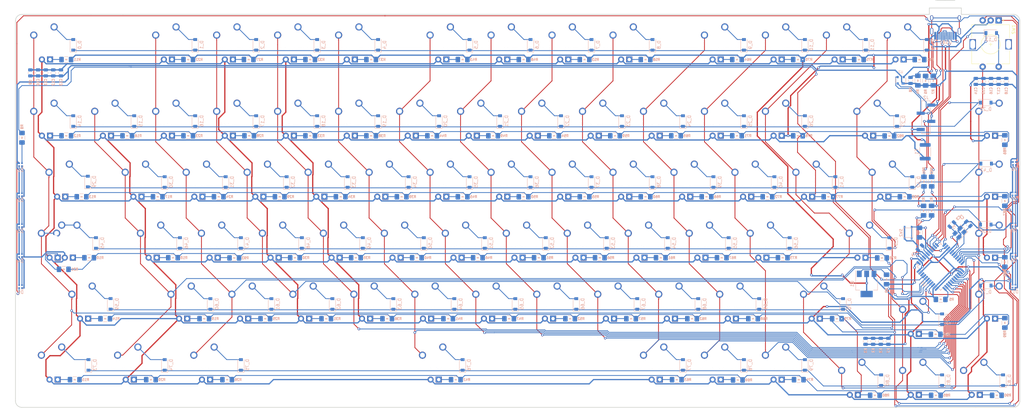
<source format=kicad_pcb>
(kicad_pcb (version 20171130) (host pcbnew "(5.1.4)-1")
  (layers (0 F.Cu signal) (31 B.Cu signal) (34 B.Paste user) (35 F.Paste user) (36 B.SilkS user) (37 F.SilkS user) (38 B.Mask user) (39 F.Mask user) (44 Edge.Cuts user))
  (net 0 "")
  (net 1 col0)
  (net 2 col1)
  (net 3 col2)
  (net 4 col3)
  (net 5 col4)
  (net 6 col5)
  (net 7 col6)
  (net 8 col7)
  (net 9 col8)
  (net 10 col9)
  (net 11 col10)
  (net 12 col11)
  (net 13 col12)
  (net 14 col13)
  (net 15 row0)
  (net 16 row1)
  (net 17 row2)
  (net 18 row3)
  (net 19 row4)
  (net 20 row5)
  (net 21 "Net-(D_0-Pad2)")
  (net 22 "Net-(D_1-Pad2)")
  (net 23 "Net-(D_2-Pad2)")
  (net 24 "Net-(D_3-Pad2)")
  (net 25 "Net-(D_4-Pad2)")
  (net 26 "Net-(D_5-Pad2)")
  (net 27 "Net-(D_6-Pad2)")
  (net 28 "Net-(D_7-Pad2)")
  (net 29 "Net-(D_8-Pad2)")
  (net 30 "Net-(D_9-Pad2)")
  (net 31 "Net-(D_10-Pad2)")
  (net 32 "Net-(D_11-Pad2)")
  (net 33 "Net-(D_12-Pad2)")
  (net 34 "Net-(D_14-Pad2)")
  (net 35 "Net-(D_15-Pad2)")
  (net 36 "Net-(D_16-Pad2)")
  (net 37 "Net-(D_17-Pad2)")
  (net 38 "Net-(D_18-Pad2)")
  (net 39 "Net-(D_19-Pad2)")
  (net 40 "Net-(D_20-Pad2)")
  (net 41 "Net-(D_21-Pad2)")
  (net 42 "Net-(D_22-Pad2)")
  (net 43 "Net-(D_23-Pad2)")
  (net 44 "Net-(D_24-Pad2)")
  (net 45 "Net-(D_25-Pad2)")
  (net 46 "Net-(D_26-Pad2)")
  (net 47 "Net-(D_27-Pad2)")
  (net 48 "Net-(D_28-Pad2)")
  (net 49 "Net-(D_29-Pad2)")
  (net 50 "Net-(D_30-Pad2)")
  (net 51 "Net-(D_31-Pad2)")
  (net 52 "Net-(D_32-Pad2)")
  (net 53 "Net-(D_33-Pad2)")
  (net 54 "Net-(D_34-Pad2)")
  (net 55 "Net-(D_35-Pad2)")
  (net 56 "Net-(D_36-Pad2)")
  (net 57 "Net-(D_37-Pad2)")
  (net 58 "Net-(D_38-Pad2)")
  (net 59 "Net-(D_39-Pad2)")
  (net 60 "Net-(D_40-Pad2)")
  (net 61 "Net-(D_41-Pad2)")
  (net 62 "Net-(D_42-Pad2)")
  (net 63 "Net-(D_43-Pad2)")
  (net 64 "Net-(D_46-Pad2)")
  (net 65 "Net-(D_47-Pad2)")
  (net 66 "Net-(D_48-Pad2)")
  (net 67 "Net-(D_49-Pad2)")
  (net 68 "Net-(D_50-Pad2)")
  (net 69 "Net-(D_51-Pad2)")
  (net 70 "Net-(D_52-Pad2)")
  (net 71 "Net-(D_53-Pad2)")
  (net 72 "Net-(D_54-Pad2)")
  (net 73 "Net-(D_55-Pad2)")
  (net 74 "Net-(D_56-Pad2)")
  (net 75 "Net-(D_57-Pad2)")
  (net 76 "Net-(D_58-Pad2)")
  (net 77 "Net-(D_59-Pad2)")
  (net 78 "Net-(D_60-Pad2)")
  (net 79 "Net-(D_61-Pad2)")
  (net 80 "Net-(D_62-Pad2)")
  (net 81 "Net-(D_63-Pad2)")
  (net 82 "Net-(D_64-Pad2)")
  (net 83 "Net-(D_65-Pad2)")
  (net 84 "Net-(D_66-Pad2)")
  (net 85 "Net-(D_67-Pad2)")
  (net 86 "Net-(D_68-Pad2)")
  (net 87 "Net-(D_69-Pad2)")
  (net 88 "Net-(D_70-Pad2)")
  (net 89 "Net-(D_72-Pad2)")
  (net 90 "Net-(D_71-Pad2)")
  (net 91 "Net-(D_73-Pad2)")
  (net 92 "Net-(D_74-Pad2)")
  (net 93 "Net-(D_75-Pad2)")
  (net 94 "Net-(D_76-Pad2)")
  (net 95 "Net-(D_77-Pad2)")
  (net 96 "Net-(D_78-Pad2)")
  (net 97 "Net-(D_79-Pad2)")
  (net 98 "Net-(D_80-Pad2)")
  (net 99 "Net-(D_81-Pad2)")
  (net 100 "Net-(D_82-Pad2)")
  (net 101 +5V)
  (net 102 GND)
  (net 103 "Net-(C2-Pad1)")
  (net 104 "Net-(C3-Pad1)")
  (net 105 "Net-(C4-Pad1)")
  (net 106 "Net-(C8-Pad1)")
  (net 107 "Net-(D_45-Pad2)")
  (net 108 VCC)
  (net 109 D-)
  (net 110 D+)
  (net 111 "Net-(K_0-Pad4)")
  (net 112 "Net-(K_1-Pad4)")
  (net 113 "Net-(K_2-Pad4)")
  (net 114 "Net-(K_3-Pad4)")
  (net 115 "Net-(K_4-Pad4)")
  (net 116 "Net-(K_5-Pad4)")
  (net 117 "Net-(K_6-Pad4)")
  (net 118 "Net-(K_7-Pad4)")
  (net 119 "Net-(K_8-Pad4)")
  (net 120 "Net-(K_9-Pad4)")
  (net 121 "Net-(K_10-Pad4)")
  (net 122 "Net-(K_11-Pad4)")
  (net 123 "Net-(K_12-Pad4)")
  (net 124 "Net-(K_14-Pad4)")
  (net 125 "Net-(K_15-Pad4)")
  (net 126 "Net-(K_16-Pad4)")
  (net 127 "Net-(K_17-Pad4)")
  (net 128 "Net-(K_18-Pad4)")
  (net 129 "Net-(K_19-Pad4)")
  (net 130 "Net-(K_20-Pad4)")
  (net 131 "Net-(K_21-Pad4)")
  (net 132 "Net-(K_22-Pad4)")
  (net 133 "Net-(K_23-Pad4)")
  (net 134 "Net-(K_24-Pad4)")
  (net 135 "Net-(K_25-Pad4)")
  (net 136 LEDGND)
  (net 137 "Net-(K_27-Pad4)")
  (net 138 "Net-(K_28-Pad4)")
  (net 139 "Net-(K_29-Pad4)")
  (net 140 "Net-(K_30-Pad4)")
  (net 141 "Net-(K_31-Pad4)")
  (net 142 "Net-(K_32-Pad4)")
  (net 143 "Net-(K_33-Pad4)")
  (net 144 "Net-(K_34-Pad4)")
  (net 145 "Net-(K_35-Pad4)")
  (net 146 "Net-(K_36-Pad4)")
  (net 147 "Net-(K_37-Pad4)")
  (net 148 "Net-(K_38-Pad4)")
  (net 149 "Net-(K_39-Pad4)")
  (net 150 "Net-(K_40-Pad4)")
  (net 151 "Net-(K_41-Pad4)")
  (net 152 "Net-(K_42-Pad4)")
  (net 153 "Net-(K_43-Pad4)")
  (net 154 "Net-(K_44-Pad4)")
  (net 155 "Net-(K_46-Pad4)")
  (net 156 "Net-(K_47-Pad4)")
  (net 157 "Net-(K_48-Pad4)")
  (net 158 "Net-(K_49-Pad4)")
  (net 159 "Net-(K_50-Pad4)")
  (net 160 "Net-(K_51-Pad4)")
  (net 161 "Net-(K_52-Pad4)")
  (net 162 "Net-(K_53-Pad4)")
  (net 163 "Net-(K_54-Pad4)")
  (net 164 "Net-(K_55-Pad4)")
  (net 165 "Net-(K_56-Pad4)")
  (net 166 "Net-(K_57-Pad4)")
  (net 167 "Net-(K_58-Pad4)")
  (net 168 "Net-(K_59-Pad4)")
  (net 169 "Net-(K_60-Pad4)")
  (net 170 "Net-(K_61-Pad4)")
  (net 171 "Net-(K_62-Pad4)")
  (net 172 "Net-(K_63-Pad4)")
  (net 173 "Net-(K_64-Pad4)")
  (net 174 "Net-(K_65-Pad4)")
  (net 175 "Net-(K_66-Pad4)")
  (net 176 "Net-(K_67-Pad4)")
  (net 177 "Net-(K_68-Pad4)")
  (net 178 "Net-(K_69-Pad4)")
  (net 179 "Net-(K_70-Pad4)")
  (net 180 "Net-(K_71-Pad4)")
  (net 181 "Net-(K_72-Pad4)")
  (net 182 "Net-(K_73-Pad4)")
  (net 183 "Net-(K_74-Pad4)")
  (net 184 "Net-(K_75-Pad4)")
  (net 185 "Net-(K_76-Pad4)")
  (net 186 "Net-(K_77-Pad4)")
  (net 187 "Net-(K_78-Pad4)")
  (net 188 "Net-(K_79-Pad4)")
  (net 189 "Net-(K_80-Pad4)")
  (net 190 "Net-(K_81-Pad4)")
  (net 191 "Net-(K_82-Pad4)")
  (net 192 "Net-(Q1-Pad1)")
  (net 193 "Net-(R1-Pad1)")
  (net 194 "Net-(R2-Pad1)")
  (net 195 "Net-(R5-Pad2)")
  (net 196 RGBIN)
  (net 197 LEDPWM)
  (net 198 "Net-(R15-Pad2)")
  (net 199 "Net-(U1-Pad42)")
  (net 200 "Net-(J2-Pad2)")
  (net 201 "Net-(J2-Pad3)")
  (net 202 "Net-(R6-Pad1)")
  (net 203 "Net-(R7-Pad1)")
  (net 204 "Net-(USB1-Pad3)")
  (net 205 "Net-(USB1-Pad9)")
  (net 206 "Net-(K_45-Pad4)")
  (net 207 "Net-(D1-Pad1)")
  (net 208 "Net-(D1-Pad3)")
  (net 209 "Net-(D2-Pad1)")
  (net 210 "Net-(D3-Pad1)")
  (net 211 "Net-(D4-Pad1)")
  (net 212 "Net-(D5-Pad1)")
  (net 213 "Net-(D6-Pad1)")
  (net 214 "Net-(D7-Pad1)")
  (net 215 "Net-(D8-Pad1)")
  (net 216 "Net-(D10-Pad3)")
  (net 217 "Net-(D10-Pad1)")
  (net 218 "Net-(R3-Pad2)")
  (net 219 ENA)
  (net 220 ENB)
  (net 221 "Net-(D_13-Pad2)")
  (net 222 col14)
  (module MX_Only:MXOnly-1U (layer F.Cu) (at 136.525 100.80625)
    (fp_text reference K_0)
    (fp_text value KEYSW)
    (pad "" np_thru_hole circle (at 5.08 0 48.0996) (size 1.75 1.75) (drill 1.75) (layers *.Cu *.Mask))
    (pad "" np_thru_hole circle (at -5.08 0 48.0996) (size 1.75 1.75) (drill 1.75) (layers *.Cu *.Mask))
    (pad 4 thru_hole rect (at 1.27 5.08) (size 1.905 1.905) (drill 1.04) (layers *.Cu B.Mask) (net 111 "Net-(K_0-Pad4)"))
    (pad 3 thru_hole circle (at -1.27 5.08) (size 1.905 1.905) (drill 1.04) (layers *.Cu B.Mask) (net 101 +5V))
    (pad 1 thru_hole circle (at -3.81 -2.54) (size 2.25 2.25) (drill 1.47) (layers *.Cu B.Mask) (net 1 col0))
    (pad "" np_thru_hole circle (at 0 0) (size 3.9878 3.9878) (drill 3.9878) (layers *.Cu *.Mask))
    (pad 2 thru_hole circle (at 2.54 -5.08) (size 2.25 2.25) (drill 1.47) (layers *.Cu B.Mask) (net 21 "Net-(D_0-Pad2)"))
  )
  (module acheron_Components:C_0805_2012Metric (layer B.Cu) (at 134.0485 110.07725 270)
    (fp_text reference C10 (at 2.921 0 270) (layer B.SilkS) (effects (font (size 0.762 0.762) (thickness 0.1905)) (justify mirror)))
    (fp_text value 0.1uF)
    (pad 1 smd roundrect (at -0.9375 0 270) (size 0.975 1.4) (layers B.Cu B.Paste B.Mask) (net 101 +5V))
    (pad 2 smd roundrect (at 0.9375 0 270) (size 0.975 1.4) (layers B.Cu B.Paste B.Mask) (net 102 GND))
  )
  (module acheron_Components:C_0805_2012Metric (layer B.Cu) (at 136.42975 110.07725 270)
    (fp_text reference C11 (at 2.921 0 270) (layer B.SilkS) (effects (font (size 0.762 0.762) (thickness 0.1905)) (justify mirror)))
    (fp_text value 0.1uF)
    (pad 1 smd roundrect (at -0.9375 0 270) (size 0.975 1.4) (layers B.Cu B.Paste B.Mask) (net 101 +5V))
    (pad 2 smd roundrect (at 0.9375 0 270) (size 0.975 1.4) (layers B.Cu B.Paste B.Mask) (net 102 GND))
  )
  (module acheron_Components:C_0805_2012Metric (layer B.Cu) (at 138.811 110.07725 270)
    (fp_text reference C12 (at 2.921 0 270) (layer B.SilkS) (effects (font (size 0.762 0.762) (thickness 0.1905)) (justify mirror)))
    (fp_text value 0.1uF)
    (pad 1 smd roundrect (at -0.9375 0 270) (size 0.975 1.4) (layers B.Cu B.Paste B.Mask) (net 101 +5V))
    (pad 2 smd roundrect (at 0.9375 0 270) (size 0.975 1.4) (layers B.Cu B.Paste B.Mask) (net 102 GND))
  )
  (module acheron_Components:C_0805_2012Metric (layer B.Cu) (at 131.66725 110.07725 270)
    (fp_text reference C9 (at 2.921 0 270) (layer B.SilkS) (effects (font (size 0.762 0.762) (thickness 0.1905)) (justify mirror)))
    (fp_text value 0.1uF)
    (pad 1 smd roundrect (at -0.9375 0 270) (size 0.975 1.4) (layers B.Cu B.Paste B.Mask) (net 101 +5V))
    (pad 2 smd roundrect (at 0.9375 0 270) (size 0.975 1.4) (layers B.Cu B.Paste B.Mask) (net 102 GND))
  )
  (module acheron_Components:C_0805_2012Metric (layer B.Cu) (at 141.19225 110.07725 270)
    (fp_text reference C13 (at 2.921 0 270) (layer B.SilkS) (effects (font (size 0.762 0.762) (thickness 0.1905)) (justify mirror)))
    (fp_text value 0.1uF)
    (pad 1 smd roundrect (at -0.9375 0 270) (size 0.975 1.4) (layers B.Cu B.Paste B.Mask) (net 101 +5V))
    (pad 2 smd roundrect (at 0.9375 0 270) (size 0.975 1.4) (layers B.Cu B.Paste B.Mask) (net 102 GND))
  )
  (module MX_Only:MXOnly-1U (layer F.Cu) (at 407.9875 186.53125)
    (fp_text reference K_72)
    (fp_text value KEYSW)
    (pad "" np_thru_hole circle (at 5.08 0 48.0996) (size 1.75 1.75) (drill 1.75) (layers *.Cu *.Mask))
    (pad "" np_thru_hole circle (at -5.08 0 48.0996) (size 1.75 1.75) (drill 1.75) (layers *.Cu *.Mask))
    (pad 4 thru_hole rect (at 1.27 5.08) (size 1.905 1.905) (drill 1.04) (layers *.Cu B.Mask) (net 181 "Net-(K_72-Pad4)"))
    (pad 3 thru_hole circle (at -1.27 5.08) (size 1.905 1.905) (drill 1.04) (layers *.Cu B.Mask) (net 101 +5V))
    (pad 1 thru_hole circle (at -3.81 -2.54) (size 2.25 2.25) (drill 1.47) (layers *.Cu B.Mask) (net 14 col13))
    (pad "" np_thru_hole circle (at 0 0) (size 3.9878 3.9878) (drill 3.9878) (layers *.Cu *.Mask))
    (pad 2 thru_hole circle (at 2.54 -5.08) (size 2.25 2.25) (drill 1.47) (layers *.Cu B.Mask) (net 89 "Net-(D_72-Pad2)"))
  )
  (module MX_Only:MXOnly-1U (layer F.Cu) (at 407.9875 205.58125)
    (fp_text reference K_81)
    (fp_text value KEYSW)
    (pad "" np_thru_hole circle (at 5.08 0 48.0996) (size 1.75 1.75) (drill 1.75) (layers *.Cu *.Mask))
    (pad "" np_thru_hole circle (at -5.08 0 48.0996) (size 1.75 1.75) (drill 1.75) (layers *.Cu *.Mask))
    (pad 4 thru_hole rect (at 1.27 5.08) (size 1.905 1.905) (drill 1.04) (layers *.Cu B.Mask) (net 190 "Net-(K_81-Pad4)"))
    (pad 3 thru_hole circle (at -1.27 5.08) (size 1.905 1.905) (drill 1.04) (layers *.Cu B.Mask) (net 101 +5V))
    (pad 1 thru_hole circle (at -3.81 -2.54) (size 2.25 2.25) (drill 1.47) (layers *.Cu B.Mask) (net 14 col13))
    (pad "" np_thru_hole circle (at 0 0) (size 3.9878 3.9878) (drill 3.9878) (layers *.Cu *.Mask))
    (pad 2 thru_hole circle (at 2.54 -5.08) (size 2.25 2.25) (drill 1.47) (layers *.Cu B.Mask) (net 99 "Net-(D_81-Pad2)"))
  )
  (module Keebio-Parts:SW_SPST_3x3 (layer B.Cu) (at 405.892 160.02 270)
    (fp_text reference SW2 (at 0 2.25 90) (layer B.SilkS) (effects (font (size 0.8 0.8)) (justify mirror)))
    (fp_text value SW_Push)
    (pad 2 smd rect (at 1.8 -1.1 270) (size 0.7 0.5) (layers B.Cu B.Paste B.Mask) (net 218 "Net-(R3-Pad2)"))
    (pad 2 smd rect (at -1.8 -1.1 270) (size 0.7 0.5) (layers B.Cu B.Paste B.Mask) (net 218 "Net-(R3-Pad2)"))
    (pad 1 smd rect (at 1.8 1.1 270) (size 0.7 0.5) (layers B.Cu B.Paste B.Mask) (net 102 GND))
    (pad 1 smd rect (at -1.8 1.1 270) (size 0.7 0.5) (layers B.Cu B.Paste B.Mask) (net 102 GND))
  )
  (module acheron_Components:R_SMD_1206 (layer B.Cu) (at 195.3625 167.894)
    (fp_text reference R93 (at 3.429 0) (layer B.SilkS) (effects (font (size 0.762 0.762) (thickness 0.1905)) (justify mirror)))
    (fp_text value R_Small)
    (pad 1 smd roundrect (at -1.4875 0) (size 1.425 1.75) (layers B.Cu B.Paste B.Mask) (roundrect_rratio 0.175439) (net 156 "Net-(K_47-Pad4)"))
    (pad 2 smd roundrect (at 1.4875 0) (size 1.425 1.75) (layers B.Cu B.Paste B.Mask) (roundrect_rratio 0.175439) (net 179 "Net-(K_70-Pad4)"))
  )
  (module LED_SMD:LED_SK6812_EC15_1.5x1.5mm (layer B.Cu) (at 438.97 176.726)
    (fp_text reference D10 (at 0 1.75) (layer B.SilkS) (effects (justify mirror)))
    (fp_text value SK6805)
    (fp_text user 1 (at -0.925 0.45) (layer B.SilkS) (effects (font (size 0.3 0.3) (thickness 0.075)) (justify mirror)))
    (pad 1 smd rect (at -0.45 0.45) (size 0.5 0.5) (layers B.Cu B.Paste B.Mask) (net 217 "Net-(D10-Pad1)"))
    (pad 2 smd rect (at -0.45 -0.45) (size 0.5 0.5) (layers B.Cu B.Paste B.Mask) (net 102 GND))
    (pad 3 smd rect (at 0.45 -0.45) (size 0.5 0.5) (layers B.Cu B.Paste B.Mask) (net 216 "Net-(D10-Pad3)"))
    (pad 4 smd rect (at 0.45 0.45) (size 0.5 0.5) (layers B.Cu B.Paste B.Mask) (net 101 +5V))
  )
  (module LED_SMD:LED_SK6812_EC15_1.5x1.5mm (layer B.Cu) (at 438.97 166.936)
    (fp_text reference D9 (at 0 1.75) (layer B.SilkS) (effects (justify mirror)))
    (fp_text value SK6805)
    (fp_text user 1 (at -0.925 0.45) (layer B.SilkS) (effects (font (size 0.3 0.3) (thickness 0.075)) (justify mirror)))
    (pad 1 smd rect (at -0.45 0.45) (size 0.5 0.5) (layers B.Cu B.Paste B.Mask) (net 216 "Net-(D10-Pad3)"))
    (pad 2 smd rect (at -0.45 -0.45) (size 0.5 0.5) (layers B.Cu B.Paste B.Mask) (net 102 GND))
    (pad 3 smd rect (at 0.45 -0.45) (size 0.5 0.5) (layers B.Cu B.Paste B.Mask) (net 215 "Net-(D8-Pad1)"))
    (pad 4 smd rect (at 0.45 0.45) (size 0.5 0.5) (layers B.Cu B.Paste B.Mask) (net 101 +5V))
  )
  (module LED_SMD:LED_SK6812_EC15_1.5x1.5mm (layer B.Cu) (at 438.97 157.538)
    (fp_text reference D8 (at 0 1.75) (layer B.SilkS) (effects (justify mirror)))
    (fp_text value SK6805)
    (fp_text user 1 (at -0.925 0.45) (layer B.SilkS) (effects (font (size 0.3 0.3) (thickness 0.075)) (justify mirror)))
    (pad 1 smd rect (at -0.45 0.45) (size 0.5 0.5) (layers B.Cu B.Paste B.Mask) (net 215 "Net-(D8-Pad1)"))
    (pad 2 smd rect (at -0.45 -0.45) (size 0.5 0.5) (layers B.Cu B.Paste B.Mask) (net 102 GND))
    (pad 3 smd rect (at 0.45 -0.45) (size 0.5 0.5) (layers B.Cu B.Paste B.Mask) (net 214 "Net-(D7-Pad1)"))
    (pad 4 smd rect (at 0.45 0.45) (size 0.5 0.5) (layers B.Cu B.Paste B.Mask) (net 101 +5V))
  )
  (module LED_SMD:LED_SK6812_EC15_1.5x1.5mm (layer B.Cu) (at 438.97 147.886)
    (fp_text reference D7 (at 0 1.75) (layer B.SilkS) (effects (justify mirror)))
    (fp_text value SK6805)
    (fp_text user 1 (at -0.925 0.45) (layer B.SilkS) (effects (font (size 0.3 0.3) (thickness 0.075)) (justify mirror)))
    (pad 1 smd rect (at -0.45 0.45) (size 0.5 0.5) (layers B.Cu B.Paste B.Mask) (net 214 "Net-(D7-Pad1)"))
    (pad 2 smd rect (at -0.45 -0.45) (size 0.5 0.5) (layers B.Cu B.Paste B.Mask) (net 102 GND))
    (pad 3 smd rect (at 0.45 -0.45) (size 0.5 0.5) (layers B.Cu B.Paste B.Mask) (net 213 "Net-(D6-Pad1)"))
    (pad 4 smd rect (at 0.45 0.45) (size 0.5 0.5) (layers B.Cu B.Paste B.Mask) (net 101 +5V))
  )
  (module LED_SMD:LED_SK6812_EC15_1.5x1.5mm (layer B.Cu) (at 439.108 138.372)
    (fp_text reference D6 (at 0 1.75) (layer B.SilkS) (effects (justify mirror)))
    (fp_text value SK6805)
    (fp_text user 1 (at -0.925 0.45) (layer B.SilkS) (effects (font (size 0.3 0.3) (thickness 0.075)) (justify mirror)))
    (pad 1 smd rect (at -0.45 0.45) (size 0.5 0.5) (layers B.Cu B.Paste B.Mask) (net 213 "Net-(D6-Pad1)"))
    (pad 2 smd rect (at -0.45 -0.45) (size 0.5 0.5) (layers B.Cu B.Paste B.Mask) (net 102 GND))
    (pad 3 smd rect (at 0.45 -0.45) (size 0.5 0.5) (layers B.Cu B.Paste B.Mask) (net 212 "Net-(D5-Pad1)"))
    (pad 4 smd rect (at 0.45 0.45) (size 0.5 0.5) (layers B.Cu B.Paste B.Mask) (net 101 +5V))
  )
  (module LED_SMD:LED_SK6812_EC15_1.5x1.5mm (layer B.Cu) (at 128.582 176.842)
    (fp_text reference D5 (at 0 1.75) (layer B.SilkS) (effects (justify mirror)))
    (fp_text value SK6805)
    (fp_text user 1 (at -0.925 0.45) (layer B.SilkS) (effects (font (size 0.3 0.3) (thickness 0.075)) (justify mirror)))
    (pad 1 smd rect (at -0.45 0.45) (size 0.5 0.5) (layers B.Cu B.Paste B.Mask) (net 212 "Net-(D5-Pad1)"))
    (pad 2 smd rect (at -0.45 -0.45) (size 0.5 0.5) (layers B.Cu B.Paste B.Mask) (net 102 GND))
    (pad 3 smd rect (at 0.45 -0.45) (size 0.5 0.5) (layers B.Cu B.Paste B.Mask) (net 211 "Net-(D4-Pad1)"))
    (pad 4 smd rect (at 0.45 0.45) (size 0.5 0.5) (layers B.Cu B.Paste B.Mask) (net 101 +5V))
  )
  (module LED_SMD:LED_SK6812_EC15_1.5x1.5mm (layer B.Cu) (at 128.582 167.132)
    (fp_text reference D4 (at 0 1.75) (layer B.SilkS) (effects (justify mirror)))
    (fp_text value SK6805)
    (fp_text user 1 (at -0.925 0.45) (layer B.SilkS) (effects (font (size 0.3 0.3) (thickness 0.075)) (justify mirror)))
    (pad 1 smd rect (at -0.45 0.45) (size 0.5 0.5) (layers B.Cu B.Paste B.Mask) (net 211 "Net-(D4-Pad1)"))
    (pad 2 smd rect (at -0.45 -0.45) (size 0.5 0.5) (layers B.Cu B.Paste B.Mask) (net 102 GND))
    (pad 3 smd rect (at 0.45 -0.45) (size 0.5 0.5) (layers B.Cu B.Paste B.Mask) (net 210 "Net-(D3-Pad1)"))
    (pad 4 smd rect (at 0.45 0.45) (size 0.5 0.5) (layers B.Cu B.Paste B.Mask) (net 101 +5V))
  )
  (module LED_SMD:LED_SK6812_EC15_1.5x1.5mm (layer B.Cu) (at 128.582 157.792)
    (fp_text reference D3 (at 0 1.75) (layer B.SilkS) (effects (justify mirror)))
    (fp_text value SK6805)
    (fp_text user 1 (at -0.925 0.45) (layer B.SilkS) (effects (font (size 0.3 0.3) (thickness 0.075)) (justify mirror)))
    (pad 1 smd rect (at -0.45 0.45) (size 0.5 0.5) (layers B.Cu B.Paste B.Mask) (net 210 "Net-(D3-Pad1)"))
    (pad 2 smd rect (at -0.45 -0.45) (size 0.5 0.5) (layers B.Cu B.Paste B.Mask) (net 102 GND))
    (pad 3 smd rect (at 0.45 -0.45) (size 0.5 0.5) (layers B.Cu B.Paste B.Mask) (net 209 "Net-(D2-Pad1)"))
    (pad 4 smd rect (at 0.45 0.45) (size 0.5 0.5) (layers B.Cu B.Paste B.Mask) (net 101 +5V))
  )
  (module LED_SMD:LED_SK6812_EC15_1.5x1.5mm (layer B.Cu) (at 128.582 148.14)
    (fp_text reference D2 (at 0 1.75) (layer B.SilkS) (effects (justify mirror)))
    (fp_text value SK6805)
    (fp_text user 1 (at -0.925 0.45) (layer B.SilkS) (effects (font (size 0.3 0.3) (thickness 0.075)) (justify mirror)))
    (pad 1 smd rect (at -0.45 0.45) (size 0.5 0.5) (layers B.Cu B.Paste B.Mask) (net 209 "Net-(D2-Pad1)"))
    (pad 2 smd rect (at -0.45 -0.45) (size 0.5 0.5) (layers B.Cu B.Paste B.Mask) (net 102 GND))
    (pad 3 smd rect (at 0.45 -0.45) (size 0.5 0.5) (layers B.Cu B.Paste B.Mask) (net 207 "Net-(D1-Pad1)"))
    (pad 4 smd rect (at 0.45 0.45) (size 0.5 0.5) (layers B.Cu B.Paste B.Mask) (net 101 +5V))
  )
  (module LED_SMD:LED_SK6812_EC15_1.5x1.5mm (layer B.Cu) (at 128.582 138.742)
    (fp_text reference D1 (at 0 1.75) (layer B.SilkS) (effects (justify mirror)))
    (fp_text value SK6805)
    (fp_text user 1 (at -0.925 0.45) (layer B.SilkS) (effects (font (size 0.3 0.3) (thickness 0.075)) (justify mirror)))
    (pad 1 smd rect (at -0.45 0.45) (size 0.5 0.5) (layers B.Cu B.Paste B.Mask) (net 207 "Net-(D1-Pad1)"))
    (pad 2 smd rect (at -0.45 -0.45) (size 0.5 0.5) (layers B.Cu B.Paste B.Mask) (net 102 GND))
    (pad 3 smd rect (at 0.45 -0.45) (size 0.5 0.5) (layers B.Cu B.Paste B.Mask) (net 208 "Net-(D1-Pad3)"))
    (pad 4 smd rect (at 0.45 0.45) (size 0.5 0.5) (layers B.Cu B.Paste B.Mask) (net 101 +5V))
  )
  (module MX_Only:MXOnly-1.75U (layer F.Cu) (at 138.90625 162.71875)
    (fp_text reference K_45)
    (fp_text value MX-NoLED)
    (pad "" np_thru_hole circle (at 5.08 0 48.0996) (size 1.75 1.75) (drill 1.75) (layers *.Cu *.Mask))
    (pad "" np_thru_hole circle (at -5.08 0 48.0996) (size 1.75 1.75) (drill 1.75) (layers *.Cu *.Mask))
    (pad 4 thru_hole rect (at 1.27 5.08) (size 1.905 1.905) (drill 1.04) (layers *.Cu B.Mask) (net 206 "Net-(K_45-Pad4)"))
    (pad 3 thru_hole circle (at -1.27 5.08) (size 1.905 1.905) (drill 1.04) (layers *.Cu B.Mask) (net 101 +5V))
    (pad 1 thru_hole circle (at -3.81 -2.54) (size 2.25 2.25) (drill 1.47) (layers *.Cu B.Mask) (net 1 col0))
    (pad "" np_thru_hole circle (at 0 0) (size 3.9878 3.9878) (drill 3.9878) (layers *.Cu *.Mask))
    (pad 2 thru_hole circle (at 2.54 -5.08) (size 2.25 2.25) (drill 1.47) (layers *.Cu B.Mask) (net 107 "Net-(D_45-Pad2)"))
  )
  (module Type-C:HRO-TYPE-C-31-M-12-HandSoldering (layer B.Cu) (at 417.576 90.297)
    (fp_text reference USB1 (at 0 10.2) (layer B.SilkS) (effects (justify mirror)))
    (fp_text value HRO-TYPE-C-31-M-12)
    (pad 13 thru_hole oval (at 4.32 2.6) (size 1 1.6) (drill oval 0.6 1.2) (layers *.Cu F.Mask) (net 106 "Net-(C8-Pad1)"))
    (pad 13 thru_hole oval (at -4.32 2.6) (size 1 1.6) (drill oval 0.6 1.2) (layers *.Cu F.Mask) (net 106 "Net-(C8-Pad1)"))
    (pad 13 thru_hole oval (at 4.32 6.78) (size 1 2.1) (drill oval 0.6 1.7) (layers *.Cu F.Mask) (net 106 "Net-(C8-Pad1)"))
    (pad 13 thru_hole oval (at -4.32 6.78) (size 1 2.1) (drill oval 0.6 1.7) (layers *.Cu F.Mask) (net 106 "Net-(C8-Pad1)"))
    (pad "" np_thru_hole circle (at -2.89 6.25) (size 0.65 0.65) (drill 0.65) (layers *.Cu *.Mask))
    (pad "" np_thru_hole circle (at 2.89 6.25) (size 0.65 0.65) (drill 0.65) (layers *.Cu *.Mask))
    (pad 6 smd rect (at -0.25 8.195) (size 0.3 2.45) (layers B.Cu B.Paste B.Mask) (net 201 "Net-(J2-Pad3)"))
    (pad 7 smd rect (at 0.25 8.195) (size 0.3 2.45) (layers B.Cu B.Paste B.Mask) (net 200 "Net-(J2-Pad2)"))
    (pad 8 smd rect (at 0.75 8.195) (size 0.3 2.45) (layers B.Cu B.Paste B.Mask) (net 201 "Net-(J2-Pad3)"))
    (pad 5 smd rect (at -0.75 8.195) (size 0.3 2.45) (layers B.Cu B.Paste B.Mask) (net 200 "Net-(J2-Pad2)"))
    (pad 9 smd rect (at 1.25 8.195) (size 0.3 2.45) (layers B.Cu B.Paste B.Mask) (net 205 "Net-(USB1-Pad9)"))
    (pad 4 smd rect (at -1.25 8.195) (size 0.3 2.45) (layers B.Cu B.Paste B.Mask) (net 203 "Net-(R7-Pad1)"))
    (pad 10 smd rect (at 1.75 8.195) (size 0.3 2.45) (layers B.Cu B.Paste B.Mask) (net 202 "Net-(R6-Pad1)"))
    (pad 3 smd rect (at -1.75 8.195) (size 0.3 2.45) (layers B.Cu B.Paste B.Mask) (net 204 "Net-(USB1-Pad3)"))
    (pad 2 smd rect (at -2.45 8.195) (size 0.6 2.45) (layers B.Cu B.Paste B.Mask) (net 108 VCC))
    (pad 11 smd rect (at 2.45 8.195) (size 0.6 2.45) (layers B.Cu B.Paste B.Mask) (net 108 VCC))
    (pad 1 smd rect (at -3.225 8.195) (size 0.6 2.45) (layers B.Cu B.Paste B.Mask) (net 102 GND))
    (pad 12 smd rect (at 3.225 8.195) (size 0.6 2.45) (layers B.Cu B.Paste B.Mask) (net 102 GND))
  )
  (module acheron_Components:R_SMD_1206 (layer B.Cu) (at 413.258 144.0545 90)
    (fp_text reference R92 (at 3.429 0 90) (layer B.SilkS) (effects (font (size 0.762 0.762) (thickness 0.1905)) (justify mirror)))
    (fp_text value 22)
    (pad 1 smd roundrect (at -1.4875 0 90) (size 1.425 1.75) (layers B.Cu B.Paste B.Mask) (roundrect_rratio 0.175439) (net 109 D-))
    (pad 2 smd roundrect (at 1.4875 0 90) (size 1.425 1.75) (layers B.Cu B.Paste B.Mask) (roundrect_rratio 0.175439) (net 200 "Net-(J2-Pad2)"))
  )
  (module acheron_Components:R_SMD_1206 (layer B.Cu) (at 410.845 144.0545 90)
    (fp_text reference R91 (at 3.429 0 90) (layer B.SilkS) (effects (font (size 0.762 0.762) (thickness 0.1905)) (justify mirror)))
    (fp_text value 22)
    (pad 1 smd roundrect (at -1.4875 0 90) (size 1.425 1.75) (layers B.Cu B.Paste B.Mask) (roundrect_rratio 0.175439) (net 110 D+))
    (pad 2 smd roundrect (at 1.4875 0 90) (size 1.425 1.75) (layers B.Cu B.Paste B.Mask) (roundrect_rratio 0.175439) (net 201 "Net-(J2-Pad3)"))
  )
  (module Connector_PinHeader_2.54mm:PinHeader_1x04_P2.54mm_Vertical_SMD_Pin1Left (layer B.Cu) (at 411.48 123.952 180)
    (fp_text reference J2 (at 0 6.14) (layer B.SilkS) (effects (justify mirror)))
    (fp_text value Conn_01x04)
    (pad 4 smd rect (at 1.655 -3.81 180) (size 2.51 1) (layers B.Cu B.Paste B.Mask) (net 108 VCC))
    (pad 2 smd rect (at 1.655 1.27 180) (size 2.51 1) (layers B.Cu B.Paste B.Mask) (net 200 "Net-(J2-Pad2)"))
    (pad 3 smd rect (at -1.655 -1.27 180) (size 2.51 1) (layers B.Cu B.Paste B.Mask) (net 201 "Net-(J2-Pad3)"))
    (pad 1 smd rect (at -1.655 3.81 180) (size 2.51 1) (layers B.Cu B.Paste B.Mask) (net 102 GND))
  )
  (module Keebio-Parts:Crystal_SMD_3225-4pin_3.2x2.5mm (layer B.Cu) (at 421.95563 160.008785 225)
    (fp_text reference Y1 (at 0 2.45 45) (layer B.SilkS) (effects (font (size 0.8 0.8)) (justify mirror)))
    (fp_text value 16MHz)
    (pad 1 smd rect (at -1.1 -0.85 225) (size 1.4 1.2) (layers B.Cu B.Paste B.Mask) (net 103 "Net-(C2-Pad1)"))
    (pad 2 smd rect (at 1.1 -0.85 225) (size 1.4 1.2) (layers B.Cu B.Paste B.Mask) (net 102 GND))
    (pad 3 smd rect (at 1.1 0.85 225) (size 1.4 1.2) (layers B.Cu B.Paste B.Mask) (net 104 "Net-(C3-Pad1)"))
    (pad 4 smd rect (at -1.1 0.85 225) (size 1.4 1.2) (layers B.Cu B.Paste B.Mask) (net 102 GND))
  )
  (module Nexperia:SOT143B (layer B.Cu) (at 403.594 112.379 180)
    (fp_text reference U2 (at 0 2.6) (layer B.SilkS) (effects (font (size 0.75 0.75) (thickness 0.1)) (justify mirror)))
    (fp_text value PRTR5V0U2X hide)
    (pad 4 smd rect (at -0.95 1 180) (size 0.6 0.7) (layers B.Cu B.Paste B.Mask) (net 108 VCC))
    (pad 3 smd rect (at 0.95 1 180) (size 0.6 0.7) (layers B.Cu B.Paste B.Mask) (net 200 "Net-(J2-Pad2)"))
    (pad 2 smd rect (at 0.95 -1 180) (size 0.6 0.7) (layers B.Cu B.Paste B.Mask) (net 201 "Net-(J2-Pad3)"))
    (pad 1 smd rect (at -0.75 -1 180) (size 1 0.7) (layers B.Cu B.Paste B.Mask) (net 102 GND))
  )
  (module Package_QFP:TQFP-44_10x10mm_P0.8mm (layer B.Cu) (at 416.052 170.688 315)
    (fp_text reference U1 (at 0 7.45 135) (layer B.SilkS) (effects (justify mirror)))
    (fp_text value ATmega32U4-AU)
    (pad 44 smd rect (at -4 5.7 225) (size 1.5 0.55) (layers B.Cu B.Paste B.Mask) (net 101 +5V))
    (pad 43 smd rect (at -3.2 5.7 225) (size 1.5 0.55) (layers B.Cu B.Paste B.Mask) (net 102 GND))
    (pad 42 smd rect (at -2.4 5.7 225) (size 1.5 0.55) (layers B.Cu B.Paste B.Mask) (net 199 "Net-(U1-Pad42)"))
    (pad 41 smd rect (at -1.6 5.7 225) (size 1.5 0.55) (layers B.Cu B.Paste B.Mask) (net 196 RGBIN))
    (pad 40 smd rect (at -0.8 5.7 225) (size 1.5 0.55) (layers B.Cu B.Paste B.Mask) (net 1 col0))
    (pad 39 smd rect (at 0 5.7 225) (size 1.5 0.55) (layers B.Cu B.Paste B.Mask) (net 2 col1))
    (pad 38 smd rect (at 0.8 5.7 225) (size 1.5 0.55) (layers B.Cu B.Paste B.Mask) (net 3 col2))
    (pad 37 smd rect (at 1.6 5.7 225) (size 1.5 0.55) (layers B.Cu B.Paste B.Mask) (net 4 col3))
    (pad 36 smd rect (at 2.4 5.7 225) (size 1.5 0.55) (layers B.Cu B.Paste B.Mask) (net 5 col4))
    (pad 35 smd rect (at 3.2 5.7 225) (size 1.5 0.55) (layers B.Cu B.Paste B.Mask) (net 102 GND))
    (pad 34 smd rect (at 4 5.7 225) (size 1.5 0.55) (layers B.Cu B.Paste B.Mask) (net 101 +5V))
    (pad 33 smd rect (at 5.7 4 315) (size 1.5 0.55) (layers B.Cu B.Paste B.Mask) (net 195 "Net-(R5-Pad2)"))
    (pad 32 smd rect (at 5.7 3.2 315) (size 1.5 0.55) (layers B.Cu B.Paste B.Mask) (net 6 col5))
    (pad 31 smd rect (at 5.7 2.4 315) (size 1.5 0.55) (layers B.Cu B.Paste B.Mask) (net 7 col6))
    (pad 30 smd rect (at 5.7 1.6 315) (size 1.5 0.55) (layers B.Cu B.Paste B.Mask) (net 8 col7))
    (pad 29 smd rect (at 5.7 0.8 315) (size 1.5 0.55) (layers B.Cu B.Paste B.Mask) (net 9 col8))
    (pad 28 smd rect (at 5.7 0 315) (size 1.5 0.55) (layers B.Cu B.Paste B.Mask) (net 10 col9))
    (pad 27 smd rect (at 5.7 -0.8 315) (size 1.5 0.55) (layers B.Cu B.Paste B.Mask) (net 11 col10))
    (pad 26 smd rect (at 5.7 -1.6 315) (size 1.5 0.55) (layers B.Cu B.Paste B.Mask) (net 12 col11))
    (pad 25 smd rect (at 5.7 -2.4 315) (size 1.5 0.55) (layers B.Cu B.Paste B.Mask) (net 13 col12))
    (pad 24 smd rect (at 5.7 -3.2 315) (size 1.5 0.55) (layers B.Cu B.Paste B.Mask) (net 101 +5V))
    (pad 23 smd rect (at 5.7 -4 315) (size 1.5 0.55) (layers B.Cu B.Paste B.Mask) (net 102 GND))
    (pad 22 smd rect (at 4 -5.7 225) (size 1.5 0.55) (layers B.Cu B.Paste B.Mask) (net 14 col13))
    (pad 21 smd rect (at 3.2 -5.7 225) (size 1.5 0.55) (layers B.Cu B.Paste B.Mask) (net 222 col14))
    (pad 20 smd rect (at 2.4 -5.7 225) (size 1.5 0.55) (layers B.Cu B.Paste B.Mask) (net 220 ENB))
    (pad 19 smd rect (at 1.6 -5.7 225) (size 1.5 0.55) (layers B.Cu B.Paste B.Mask) (net 219 ENA))
    (pad 18 smd rect (at 0.8 -5.7 225) (size 1.5 0.55) (layers B.Cu B.Paste B.Mask) (net 20 row5))
    (pad 17 smd rect (at 0 -5.7 225) (size 1.5 0.55) (layers B.Cu B.Paste B.Mask) (net 103 "Net-(C2-Pad1)"))
    (pad 16 smd rect (at -0.8 -5.7 225) (size 1.5 0.55) (layers B.Cu B.Paste B.Mask) (net 104 "Net-(C3-Pad1)"))
    (pad 15 smd rect (at -1.6 -5.7 225) (size 1.5 0.55) (layers B.Cu B.Paste B.Mask) (net 102 GND))
    (pad 14 smd rect (at -2.4 -5.7 225) (size 1.5 0.55) (layers B.Cu B.Paste B.Mask) (net 101 +5V))
    (pad 13 smd rect (at -3.2 -5.7 225) (size 1.5 0.55) (layers B.Cu B.Paste B.Mask) (net 218 "Net-(R3-Pad2)"))
    (pad 12 smd rect (at -4 -5.7 225) (size 1.5 0.55) (layers B.Cu B.Paste B.Mask) (net 19 row4))
    (pad 11 smd rect (at -5.7 -4 315) (size 1.5 0.55) (layers B.Cu B.Paste B.Mask) (net 18 row3))
    (pad 10 smd rect (at -5.7 -3.2 315) (size 1.5 0.55) (layers B.Cu B.Paste B.Mask) (net 17 row2))
    (pad 9 smd rect (at -5.7 -2.4 315) (size 1.5 0.55) (layers B.Cu B.Paste B.Mask) (net 16 row1))
    (pad 8 smd rect (at -5.7 -1.6 315) (size 1.5 0.55) (layers B.Cu B.Paste B.Mask) (net 15 row0))
    (pad 7 smd rect (at -5.7 -0.8 315) (size 1.5 0.55) (layers B.Cu B.Paste B.Mask) (net 101 +5V))
    (pad 6 smd rect (at -5.7 0 315) (size 1.5 0.55) (layers B.Cu B.Paste B.Mask) (net 105 "Net-(C4-Pad1)"))
    (pad 5 smd rect (at -5.7 0.8 315) (size 1.5 0.55) (layers B.Cu B.Paste B.Mask) (net 102 GND))
    (pad 4 smd rect (at -5.7 1.6 315) (size 1.5 0.55) (layers B.Cu B.Paste B.Mask) (net 194 "Net-(R2-Pad1)"))
    (pad 3 smd rect (at -5.7 2.4 315) (size 1.5 0.55) (layers B.Cu B.Paste B.Mask) (net 193 "Net-(R1-Pad1)"))
    (pad 2 smd rect (at -5.7 3.2 315) (size 1.5 0.55) (layers B.Cu B.Paste B.Mask) (net 101 +5V))
    (pad 1 smd rect (at -5.7 4 315) (size 1.5 0.55) (layers B.Cu B.Paste B.Mask) (net 197 LEDPWM))
  )
  (module acheron_Components:R_SMD_1206 (layer B.Cu) (at 433.6145 210.82)
    (fp_text reference R90 (at 3.429 0) (layer B.SilkS) (effects (font (size 0.762 0.762) (thickness 0.1905)) (justify mirror)))
    (fp_text value R_Small)
    (pad 1 smd roundrect (at -1.4875 0) (size 1.425 1.75) (layers B.Cu B.Paste B.Mask) (roundrect_rratio 0.175439) (net 191 "Net-(K_82-Pad4)"))
    (pad 2 smd roundrect (at 1.4875 0) (size 1.425 1.75) (layers B.Cu B.Paste B.Mask) (roundrect_rratio 0.175439) (net 198 "Net-(R15-Pad2)"))
  )
  (module acheron_Components:R_SMD_1206 (layer B.Cu) (at 436.118 188.1775 270)
    (fp_text reference R89 (at 3.429 0 90) (layer B.SilkS) (effects (font (size 0.762 0.762) (thickness 0.1905)) (justify mirror)))
    (fp_text value R_Small)
    (pad 1 smd roundrect (at -1.4875 0 270) (size 1.425 1.75) (layers B.Cu B.Paste B.Mask) (roundrect_rratio 0.175439) (net 180 "Net-(K_71-Pad4)"))
    (pad 2 smd roundrect (at 1.4875 0 270) (size 1.425 1.75) (layers B.Cu B.Paste B.Mask) (roundrect_rratio 0.175439) (net 189 "Net-(K_80-Pad4)"))
  )
  (module acheron_Components:R_SMD_1206 (layer B.Cu) (at 436.118 169.164 270)
    (fp_text reference R88 (at 3.429 0 90) (layer B.SilkS) (effects (font (size 0.762 0.762) (thickness 0.1905)) (justify mirror)))
    (fp_text value R_Small)
    (pad 1 smd roundrect (at -1.4875 0 270) (size 1.425 1.75) (layers B.Cu B.Paste B.Mask) (roundrect_rratio 0.175439) (net 167 "Net-(K_58-Pad4)"))
    (pad 2 smd roundrect (at 1.4875 0 270) (size 1.425 1.75) (layers B.Cu B.Paste B.Mask) (roundrect_rratio 0.175439) (net 179 "Net-(K_70-Pad4)"))
  )
  (module acheron_Components:R_SMD_1206 (layer B.Cu) (at 436.118 150.114 270)
    (fp_text reference R87 (at 3.429 0 90) (layer B.SilkS) (effects (font (size 0.762 0.762) (thickness 0.1905)) (justify mirror)))
    (fp_text value R_Small)
    (pad 1 smd roundrect (at -1.4875 0 270) (size 1.425 1.75) (layers B.Cu B.Paste B.Mask) (roundrect_rratio 0.175439) (net 153 "Net-(K_43-Pad4)"))
    (pad 2 smd roundrect (at 1.4875 0 270) (size 1.425 1.75) (layers B.Cu B.Paste B.Mask) (roundrect_rratio 0.175439) (net 166 "Net-(K_57-Pad4)"))
  )
  (module acheron_Components:R_SMD_1206 (layer B.Cu) (at 436.118 131.064 270)
    (fp_text reference R86 (at 3.429 0 90) (layer B.SilkS) (effects (font (size 0.762 0.762) (thickness 0.1905)) (justify mirror)))
    (fp_text value R_Small)
    (pad 1 smd roundrect (at -1.4875 0 270) (size 1.425 1.75) (layers B.Cu B.Paste B.Mask) (roundrect_rratio 0.175439) (net 138 "Net-(K_28-Pad4)"))
    (pad 2 smd roundrect (at 1.4875 0 270) (size 1.425 1.75) (layers B.Cu B.Paste B.Mask) (roundrect_rratio 0.175439) (net 151 "Net-(K_41-Pad4)"))
  )
  (module acheron_Components:R_SMD_1206 (layer B.Cu) (at 414.5645 210.82)
    (fp_text reference R85 (at 3.429 0) (layer B.SilkS) (effects (font (size 0.762 0.762) (thickness 0.1905)) (justify mirror)))
    (fp_text value R_Small)
    (pad 1 smd roundrect (at -1.4875 0) (size 1.425 1.75) (layers B.Cu B.Paste B.Mask) (roundrect_rratio 0.175439) (net 190 "Net-(K_81-Pad4)"))
    (pad 2 smd roundrect (at 1.4875 0) (size 1.425 1.75) (layers B.Cu B.Paste B.Mask) (roundrect_rratio 0.175439) (net 198 "Net-(R15-Pad2)"))
  )
  (module acheron_Components:R_SMD_1206 (layer B.Cu) (at 414.4915 191.77)
    (fp_text reference R84 (at 3.429 0) (layer B.SilkS) (effects (font (size 0.762 0.762) (thickness 0.1905)) (justify mirror)))
    (fp_text value R_Small)
    (pad 1 smd roundrect (at -1.4875 0) (size 1.425 1.75) (layers B.Cu B.Paste B.Mask) (roundrect_rratio 0.175439) (net 181 "Net-(K_72-Pad4)"))
    (pad 2 smd roundrect (at 1.4875 0) (size 1.425 1.75) (layers B.Cu B.Paste B.Mask) (roundrect_rratio 0.175439) (net 189 "Net-(K_80-Pad4)"))
  )
  (module acheron_Components:R_SMD_1206 (layer B.Cu) (at 404.8125 148.7805)
    (fp_text reference R83 (at 3.429 0) (layer B.SilkS) (effects (font (size 0.762 0.762) (thickness 0.1905)) (justify mirror)))
    (fp_text value R_Small)
    (pad 1 smd roundrect (at -1.4875 0) (size 1.425 1.75) (layers B.Cu B.Paste B.Mask) (roundrect_rratio 0.175439) (net 152 "Net-(K_42-Pad4)"))
    (pad 2 smd roundrect (at 1.4875 0) (size 1.425 1.75) (layers B.Cu B.Paste B.Mask) (roundrect_rratio 0.175439) (net 166 "Net-(K_57-Pad4)"))
  )
  (module acheron_Components:R_SMD_1206 (layer B.Cu) (at 400.05 129.794)
    (fp_text reference R82 (at 3.429 0) (layer B.SilkS) (effects (font (size 0.762 0.762) (thickness 0.1905)) (justify mirror)))
    (fp_text value R_Small)
    (pad 1 smd roundrect (at -1.4875 0) (size 1.425 1.75) (layers B.Cu B.Paste B.Mask) (roundrect_rratio 0.175439) (net 137 "Net-(K_27-Pad4)"))
    (pad 2 smd roundrect (at 1.4875 0) (size 1.425 1.75) (layers B.Cu B.Paste B.Mask) (roundrect_rratio 0.175439) (net 151 "Net-(K_41-Pad4)"))
  )
  (module acheron_Components:R_SMD_1206 (layer B.Cu) (at 409.448 105.918)
    (fp_text reference R81 (at 3.429 0) (layer B.SilkS) (effects (font (size 0.762 0.762) (thickness 0.1905)) (justify mirror)))
    (fp_text value R_Small)
    (pad 1 smd roundrect (at -1.4875 0) (size 1.425 1.75) (layers B.Cu B.Paste B.Mask) (roundrect_rratio 0.175439) (net 123 "Net-(K_12-Pad4)"))
    (pad 2 smd roundrect (at 1.4875 0) (size 1.425 1.75) (layers B.Cu B.Paste B.Mask) (roundrect_rratio 0.175439) (net 136 LEDGND))
  )
  (module acheron_Components:R_SMD_1206 (layer B.Cu) (at 395.5145 210.82)
    (fp_text reference R80 (at 3.429 0) (layer B.SilkS) (effects (font (size 0.762 0.762) (thickness 0.1905)) (justify mirror)))
    (fp_text value R_Small)
    (pad 1 smd roundrect (at -1.4875 0) (size 1.425 1.75) (layers B.Cu B.Paste B.Mask) (roundrect_rratio 0.175439) (net 189 "Net-(K_80-Pad4)"))
    (pad 2 smd roundrect (at 1.4875 0) (size 1.425 1.75) (layers B.Cu B.Paste B.Mask) (roundrect_rratio 0.175439) (net 198 "Net-(R15-Pad2)"))
  )
  (module acheron_Components:R_SMD_1206 (layer B.Cu) (at 383.63525 186.8805)
    (fp_text reference R79 (at 3.429 0) (layer B.SilkS) (effects (font (size 0.762 0.762) (thickness 0.1905)) (justify mirror)))
    (fp_text value R_Small)
    (pad 1 smd roundrect (at -1.4875 0) (size 1.425 1.75) (layers B.Cu B.Paste B.Mask) (roundrect_rratio 0.175439) (net 179 "Net-(K_70-Pad4)"))
    (pad 2 smd roundrect (at 1.4875 0) (size 1.425 1.75) (layers B.Cu B.Paste B.Mask) (roundrect_rratio 0.175439) (net 189 "Net-(K_80-Pad4)"))
  )
  (module acheron_Components:R_SMD_1206 (layer B.Cu) (at 397.7275 167.894)
    (fp_text reference R78 (at 3.429 0) (layer B.SilkS) (effects (font (size 0.762 0.762) (thickness 0.1905)) (justify mirror)))
    (fp_text value R_Small)
    (pad 1 smd roundrect (at -1.4875 0) (size 1.425 1.75) (layers B.Cu B.Paste B.Mask) (roundrect_rratio 0.175439) (net 166 "Net-(K_57-Pad4)"))
    (pad 2 smd roundrect (at 1.4875 0) (size 1.425 1.75) (layers B.Cu B.Paste B.Mask) (roundrect_rratio 0.175439) (net 179 "Net-(K_70-Pad4)"))
  )
  (module acheron_Components:R_SMD_1206 (layer B.Cu) (at 381 148.7805)
    (fp_text reference R77 (at 3.429 0) (layer B.SilkS) (effects (font (size 0.762 0.762) (thickness 0.1905)) (justify mirror)))
    (fp_text value R_Small)
    (pad 1 smd roundrect (at -1.4875 0) (size 1.425 1.75) (layers B.Cu B.Paste B.Mask) (roundrect_rratio 0.175439) (net 151 "Net-(K_41-Pad4)"))
    (pad 2 smd roundrect (at 1.4875 0) (size 1.425 1.75) (layers B.Cu B.Paste B.Mask) (roundrect_rratio 0.175439) (net 166 "Net-(K_57-Pad4)"))
  )
  (module acheron_Components:R_SMD_1206 (layer B.Cu) (at 371.475 129.7305)
    (fp_text reference R76 (at 3.429 0) (layer B.SilkS) (effects (font (size 0.762 0.762) (thickness 0.1905)) (justify mirror)))
    (fp_text value R_Small)
    (pad 1 smd roundrect (at -1.4875 0) (size 1.425 1.75) (layers B.Cu B.Paste B.Mask) (roundrect_rratio 0.175439) (net 136 LEDGND))
    (pad 2 smd roundrect (at 1.4875 0) (size 1.425 1.75) (layers B.Cu B.Paste B.Mask) (roundrect_rratio 0.175439) (net 151 "Net-(K_41-Pad4)"))
  )
  (module acheron_Components:R_SMD_1206 (layer B.Cu) (at 390.525 105.918)
    (fp_text reference R75 (at 3.429 0) (layer B.SilkS) (effects (font (size 0.762 0.762) (thickness 0.1905)) (justify mirror)))
    (fp_text value R_Small)
    (pad 1 smd roundrect (at -1.4875 0) (size 1.425 1.75) (layers B.Cu B.Paste B.Mask) (roundrect_rratio 0.175439) (net 122 "Net-(K_11-Pad4)"))
    (pad 2 smd roundrect (at 1.4875 0) (size 1.425 1.75) (layers B.Cu B.Paste B.Mask) (roundrect_rratio 0.175439) (net 136 LEDGND))
  )
  (module acheron_Components:R_SMD_1206 (layer B.Cu) (at 371.729 205.9305)
    (fp_text reference R74 (at 3.429 0) (layer B.SilkS) (effects (font (size 0.762 0.762) (thickness 0.1905)) (justify mirror)))
    (fp_text value R_Small)
    (pad 1 smd roundrect (at -1.4875 0) (size 1.425 1.75) (layers B.Cu B.Paste B.Mask) (roundrect_rratio 0.175439) (net 188 "Net-(K_79-Pad4)"))
    (pad 2 smd roundrect (at 1.4875 0) (size 1.425 1.75) (layers B.Cu B.Paste B.Mask) (roundrect_rratio 0.175439) (net 198 "Net-(R15-Pad2)"))
  )
  (module acheron_Components:R_SMD_1206 (layer B.Cu) (at 366.7125 167.8305)
    (fp_text reference R73 (at 3.429 0) (layer B.SilkS) (effects (font (size 0.762 0.762) (thickness 0.1905)) (justify mirror)))
    (fp_text value R_Small)
    (pad 1 smd roundrect (at -1.4875 0) (size 1.425 1.75) (layers B.Cu B.Paste B.Mask) (roundrect_rratio 0.175439) (net 165 "Net-(K_56-Pad4)"))
    (pad 2 smd roundrect (at 1.4875 0) (size 1.425 1.75) (layers B.Cu B.Paste B.Mask) (roundrect_rratio 0.175439) (net 179 "Net-(K_70-Pad4)"))
  )
  (module acheron_Components:R_SMD_1206 (layer B.Cu) (at 361.95 148.7805)
    (fp_text reference R72 (at 3.429 0) (layer B.SilkS) (effects (font (size 0.762 0.762) (thickness 0.1905)) (justify mirror)))
    (fp_text value R_Small)
    (pad 1 smd roundrect (at -1.4875 0) (size 1.425 1.75) (layers B.Cu B.Paste B.Mask) (roundrect_rratio 0.175439) (net 150 "Net-(K_40-Pad4)"))
    (pad 2 smd roundrect (at 1.4875 0) (size 1.425 1.75) (layers B.Cu B.Paste B.Mask) (roundrect_rratio 0.175439) (net 166 "Net-(K_57-Pad4)"))
  )
  (module acheron_Components:R_SMD_1206 (layer B.Cu) (at 352.425 129.7305)
    (fp_text reference R71 (at 3.429 0) (layer B.SilkS) (effects (font (size 0.762 0.762) (thickness 0.1905)) (justify mirror)))
    (fp_text value R_Small)
    (pad 1 smd roundrect (at -1.4875 0) (size 1.425 1.75) (layers B.Cu B.Paste B.Mask) (roundrect_rratio 0.175439) (net 135 "Net-(K_25-Pad4)"))
    (pad 2 smd roundrect (at 1.4875 0) (size 1.425 1.75) (layers B.Cu B.Paste B.Mask) (roundrect_rratio 0.175439) (net 151 "Net-(K_41-Pad4)"))
  )
  (module acheron_Components:R_SMD_1206 (layer B.Cu) (at 371.475 105.918)
    (fp_text reference R70 (at 3.429 0) (layer B.SilkS) (effects (font (size 0.762 0.762) (thickness 0.1905)) (justify mirror)))
    (fp_text value R_Small)
    (pad 1 smd roundrect (at -1.4875 0) (size 1.425 1.75) (layers B.Cu B.Paste B.Mask) (roundrect_rratio 0.175439) (net 121 "Net-(K_10-Pad4)"))
    (pad 2 smd roundrect (at 1.4875 0) (size 1.425 1.75) (layers B.Cu B.Paste B.Mask) (roundrect_rratio 0.175439) (net 136 LEDGND))
  )
  (module acheron_Components:R_SMD_1206 (layer B.Cu) (at 352.679 206.0305)
    (fp_text reference R69 (at 3.429 0) (layer B.SilkS) (effects (font (size 0.762 0.762) (thickness 0.1905)) (justify mirror)))
    (fp_text value R_Small)
    (pad 1 smd roundrect (at -1.4875 0) (size 1.425 1.75) (layers B.Cu B.Paste B.Mask) (roundrect_rratio 0.175439) (net 187 "Net-(K_78-Pad4)"))
    (pad 2 smd roundrect (at 1.4875 0) (size 1.425 1.75) (layers B.Cu B.Paste B.Mask) (roundrect_rratio 0.175439) (net 198 "Net-(R15-Pad2)"))
  )
  (module acheron_Components:R_SMD_1206 (layer B.Cu) (at 357.4415 186.8805)
    (fp_text reference R68 (at 3.429 0) (layer B.SilkS) (effects (font (size 0.762 0.762) (thickness 0.1905)) (justify mirror)))
    (fp_text value R_Small)
    (pad 1 smd roundrect (at -1.4875 0) (size 1.425 1.75) (layers B.Cu B.Paste B.Mask) (roundrect_rratio 0.175439) (net 178 "Net-(K_69-Pad4)"))
    (pad 2 smd roundrect (at 1.4875 0) (size 1.425 1.75) (layers B.Cu B.Paste B.Mask) (roundrect_rratio 0.175439) (net 189 "Net-(K_80-Pad4)"))
  )
  (module acheron_Components:R_SMD_1206 (layer B.Cu) (at 347.6625 167.8305)
    (fp_text reference R67 (at 3.429 0) (layer B.SilkS) (effects (font (size 0.762 0.762) (thickness 0.1905)) (justify mirror)))
    (fp_text value R_Small)
    (pad 1 smd roundrect (at -1.4875 0) (size 1.425 1.75) (layers B.Cu B.Paste B.Mask) (roundrect_rratio 0.175439) (net 164 "Net-(K_55-Pad4)"))
    (pad 2 smd roundrect (at 1.4875 0) (size 1.425 1.75) (layers B.Cu B.Paste B.Mask) (roundrect_rratio 0.175439) (net 179 "Net-(K_70-Pad4)"))
  )
  (module acheron_Components:R_SMD_1206 (layer B.Cu) (at 342.9 148.7805)
    (fp_text reference R66 (at 3.429 0) (layer B.SilkS) (effects (font (size 0.762 0.762) (thickness 0.1905)) (justify mirror)))
    (fp_text value R_Small)
    (pad 1 smd roundrect (at -1.4875 0) (size 1.425 1.75) (layers B.Cu B.Paste B.Mask) (roundrect_rratio 0.175439) (net 149 "Net-(K_39-Pad4)"))
    (pad 2 smd roundrect (at 1.4875 0) (size 1.425 1.75) (layers B.Cu B.Paste B.Mask) (roundrect_rratio 0.175439) (net 166 "Net-(K_57-Pad4)"))
  )
  (module acheron_Components:R_SMD_1206 (layer B.Cu) (at 333.375 129.7305)
    (fp_text reference R65 (at 3.429 0) (layer B.SilkS) (effects (font (size 0.762 0.762) (thickness 0.1905)) (justify mirror)))
    (fp_text value R_Small)
    (pad 1 smd roundrect (at -1.4875 0) (size 1.425 1.75) (layers B.Cu B.Paste B.Mask) (roundrect_rratio 0.175439) (net 134 "Net-(K_24-Pad4)"))
    (pad 2 smd roundrect (at 1.4875 0) (size 1.425 1.75) (layers B.Cu B.Paste B.Mask) (roundrect_rratio 0.175439) (net 151 "Net-(K_41-Pad4)"))
  )
  (module acheron_Components:R_SMD_1206 (layer B.Cu) (at 352.425 105.918)
    (fp_text reference R64 (at 3.429 0) (layer B.SilkS) (effects (font (size 0.762 0.762) (thickness 0.1905)) (justify mirror)))
    (fp_text value R_Small)
    (pad 1 smd roundrect (at -1.4875 0) (size 1.425 1.75) (layers B.Cu B.Paste B.Mask) (roundrect_rratio 0.175439) (net 120 "Net-(K_9-Pad4)"))
    (pad 2 smd roundrect (at 1.4875 0) (size 1.425 1.75) (layers B.Cu B.Paste B.Mask) (roundrect_rratio 0.175439) (net 136 LEDGND))
  )
  (module acheron_Components:R_SMD_1206 (layer B.Cu) (at 333.629 205.9305)
    (fp_text reference R63 (at 3.429 0) (layer B.SilkS) (effects (font (size 0.762 0.762) (thickness 0.1905)) (justify mirror)))
    (fp_text value R_Small)
    (pad 1 smd roundrect (at -1.4875 0) (size 1.425 1.75) (layers B.Cu B.Paste B.Mask) (roundrect_rratio 0.175439) (net 186 "Net-(K_77-Pad4)"))
    (pad 2 smd roundrect (at 1.4875 0) (size 1.425 1.75) (layers B.Cu B.Paste B.Mask) (roundrect_rratio 0.175439) (net 198 "Net-(R15-Pad2)"))
  )
  (module acheron_Components:R_SMD_1206 (layer B.Cu) (at 338.3915 186.8805)
    (fp_text reference R62 (at 3.429 0) (layer B.SilkS) (effects (font (size 0.762 0.762) (thickness 0.1905)) (justify mirror)))
    (fp_text value R_Small)
    (pad 1 smd roundrect (at -1.4875 0) (size 1.425 1.75) (layers B.Cu B.Paste B.Mask) (roundrect_rratio 0.175439) (net 177 "Net-(K_68-Pad4)"))
    (pad 2 smd roundrect (at 1.4875 0) (size 1.425 1.75) (layers B.Cu B.Paste B.Mask) (roundrect_rratio 0.175439) (net 189 "Net-(K_80-Pad4)"))
  )
  (module acheron_Components:R_SMD_1206 (layer B.Cu) (at 328.6125 167.8305)
    (fp_text reference R61 (at 3.429 0) (layer B.SilkS) (effects (font (size 0.762 0.762) (thickness 0.1905)) (justify mirror)))
    (fp_text value R_Small)
    (pad 1 smd roundrect (at -1.4875 0) (size 1.425 1.75) (layers B.Cu B.Paste B.Mask) (roundrect_rratio 0.175439) (net 163 "Net-(K_54-Pad4)"))
    (pad 2 smd roundrect (at 1.4875 0) (size 1.425 1.75) (layers B.Cu B.Paste B.Mask) (roundrect_rratio 0.175439) (net 179 "Net-(K_70-Pad4)"))
  )
  (module acheron_Components:R_SMD_1206 (layer B.Cu) (at 323.85 148.7805)
    (fp_text reference R60 (at 3.429 0) (layer B.SilkS) (effects (font (size 0.762 0.762) (thickness 0.1905)) (justify mirror)))
    (fp_text value R_Small)
    (pad 1 smd roundrect (at -1.4875 0) (size 1.425 1.75) (layers B.Cu B.Paste B.Mask) (roundrect_rratio 0.175439) (net 148 "Net-(K_38-Pad4)"))
    (pad 2 smd roundrect (at 1.4875 0) (size 1.425 1.75) (layers B.Cu B.Paste B.Mask) (roundrect_rratio 0.175439) (net 166 "Net-(K_57-Pad4)"))
  )
  (module acheron_Components:R_SMD_1206 (layer B.Cu) (at 314.325 129.7305)
    (fp_text reference R59 (at 3.429 0) (layer B.SilkS) (effects (font (size 0.762 0.762) (thickness 0.1905)) (justify mirror)))
    (fp_text value R_Small)
    (pad 1 smd roundrect (at -1.4875 0) (size 1.425 1.75) (layers B.Cu B.Paste B.Mask) (roundrect_rratio 0.175439) (net 133 "Net-(K_23-Pad4)"))
    (pad 2 smd roundrect (at 1.4875 0) (size 1.425 1.75) (layers B.Cu B.Paste B.Mask) (roundrect_rratio 0.175439) (net 151 "Net-(K_41-Pad4)"))
  )
  (module acheron_Components:R_SMD_1206 (layer B.Cu) (at 323.85 105.918)
    (fp_text reference R58 (at 3.429 0) (layer B.SilkS) (effects (font (size 0.762 0.762) (thickness 0.1905)) (justify mirror)))
    (fp_text value R_Small)
    (pad 1 smd roundrect (at -1.4875 0) (size 1.425 1.75) (layers B.Cu B.Paste B.Mask) (roundrect_rratio 0.175439) (net 119 "Net-(K_8-Pad4)"))
    (pad 2 smd roundrect (at 1.4875 0) (size 1.425 1.75) (layers B.Cu B.Paste B.Mask) (roundrect_rratio 0.175439) (net 136 LEDGND))
  )
  (module acheron_Components:R_SMD_1206 (layer B.Cu) (at 319.3415 186.8805)
    (fp_text reference R57 (at 3.429 0) (layer B.SilkS) (effects (font (size 0.762 0.762) (thickness 0.1905)) (justify mirror)))
    (fp_text value R_Small)
    (pad 1 smd roundrect (at -1.4875 0) (size 1.425 1.75) (layers B.Cu B.Paste B.Mask) (roundrect_rratio 0.175439) (net 176 "Net-(K_67-Pad4)"))
    (pad 2 smd roundrect (at 1.4875 0) (size 1.425 1.75) (layers B.Cu B.Paste B.Mask) (roundrect_rratio 0.175439) (net 189 "Net-(K_80-Pad4)"))
  )
  (module acheron_Components:R_SMD_1206 (layer B.Cu) (at 309.5625 167.8305)
    (fp_text reference R56 (at 3.429 0) (layer B.SilkS) (effects (font (size 0.762 0.762) (thickness 0.1905)) (justify mirror)))
    (fp_text value R_Small)
    (pad 1 smd roundrect (at -1.4875 0) (size 1.425 1.75) (layers B.Cu B.Paste B.Mask) (roundrect_rratio 0.175439) (net 162 "Net-(K_53-Pad4)"))
    (pad 2 smd roundrect (at 1.4875 0) (size 1.425 1.75) (layers B.Cu B.Paste B.Mask) (roundrect_rratio 0.175439) (net 179 "Net-(K_70-Pad4)"))
  )
  (module acheron_Components:R_SMD_1206 (layer B.Cu) (at 304.8 148.7805)
    (fp_text reference R55 (at 3.429 0) (layer B.SilkS) (effects (font (size 0.762 0.762) (thickness 0.1905)) (justify mirror)))
    (fp_text value R_Small)
    (pad 1 smd roundrect (at -1.4875 0) (size 1.425 1.75) (layers B.Cu B.Paste B.Mask) (roundrect_rratio 0.175439) (net 147 "Net-(K_37-Pad4)"))
    (pad 2 smd roundrect (at 1.4875 0) (size 1.425 1.75) (layers B.Cu B.Paste B.Mask) (roundrect_rratio 0.175439) (net 166 "Net-(K_57-Pad4)"))
  )
  (module acheron_Components:R_SMD_1206 (layer B.Cu) (at 295.275 129.7305)
    (fp_text reference R54 (at 3.429 0) (layer B.SilkS) (effects (font (size 0.762 0.762) (thickness 0.1905)) (justify mirror)))
    (fp_text value R_Small)
    (pad 1 smd roundrect (at -1.4875 0) (size 1.425 1.75) (layers B.Cu B.Paste B.Mask) (roundrect_rratio 0.175439) (net 132 "Net-(K_22-Pad4)"))
    (pad 2 smd roundrect (at 1.4875 0) (size 1.425 1.75) (layers B.Cu B.Paste B.Mask) (roundrect_rratio 0.175439) (net 151 "Net-(K_41-Pad4)"))
  )
  (module acheron_Components:R_SMD_1206 (layer B.Cu) (at 304.8 105.918)
    (fp_text reference R53 (at 3.429 0) (layer B.SilkS) (effects (font (size 0.762 0.762) (thickness 0.1905)) (justify mirror)))
    (fp_text value R_Small)
    (pad 1 smd roundrect (at -1.4875 0) (size 1.425 1.75) (layers B.Cu B.Paste B.Mask) (roundrect_rratio 0.175439) (net 118 "Net-(K_7-Pad4)"))
    (pad 2 smd roundrect (at 1.4875 0) (size 1.425 1.75) (layers B.Cu B.Paste B.Mask) (roundrect_rratio 0.175439) (net 136 LEDGND))
  )
  (module acheron_Components:R_SMD_1206 (layer B.Cu) (at 300.2915 186.8805)
    (fp_text reference R52 (at 3.429 0) (layer B.SilkS) (effects (font (size 0.762 0.762) (thickness 0.1905)) (justify mirror)))
    (fp_text value R_Small)
    (pad 1 smd roundrect (at -1.4875 0) (size 1.425 1.75) (layers B.Cu B.Paste B.Mask) (roundrect_rratio 0.175439) (net 175 "Net-(K_66-Pad4)"))
    (pad 2 smd roundrect (at 1.4875 0) (size 1.425 1.75) (layers B.Cu B.Paste B.Mask) (roundrect_rratio 0.175439) (net 189 "Net-(K_80-Pad4)"))
  )
  (module acheron_Components:R_SMD_1206 (layer B.Cu) (at 290.5125 167.8305)
    (fp_text reference R51 (at 3.429 0) (layer B.SilkS) (effects (font (size 0.762 0.762) (thickness 0.1905)) (justify mirror)))
    (fp_text value R_Small)
    (pad 1 smd roundrect (at -1.4875 0) (size 1.425 1.75) (layers B.Cu B.Paste B.Mask) (roundrect_rratio 0.175439) (net 161 "Net-(K_52-Pad4)"))
    (pad 2 smd roundrect (at 1.4875 0) (size 1.425 1.75) (layers B.Cu B.Paste B.Mask) (roundrect_rratio 0.175439) (net 179 "Net-(K_70-Pad4)"))
  )
  (module acheron_Components:R_SMD_1206 (layer B.Cu) (at 285.75 148.7805)
    (fp_text reference R50 (at 3.429 0) (layer B.SilkS) (effects (font (size 0.762 0.762) (thickness 0.1905)) (justify mirror)))
    (fp_text value R_Small)
    (pad 1 smd roundrect (at -1.4875 0) (size 1.425 1.75) (layers B.Cu B.Paste B.Mask) (roundrect_rratio 0.175439) (net 146 "Net-(K_36-Pad4)"))
    (pad 2 smd roundrect (at 1.4875 0) (size 1.425 1.75) (layers B.Cu B.Paste B.Mask) (roundrect_rratio 0.175439) (net 166 "Net-(K_57-Pad4)"))
  )
  (module acheron_Components:R_SMD_1206 (layer B.Cu) (at 276.225 129.7305)
    (fp_text reference R49 (at 3.429 0) (layer B.SilkS) (effects (font (size 0.762 0.762) (thickness 0.1905)) (justify mirror)))
    (fp_text value R_Small)
    (pad 1 smd roundrect (at -1.4875 0) (size 1.425 1.75) (layers B.Cu B.Paste B.Mask) (roundrect_rratio 0.175439) (net 131 "Net-(K_21-Pad4)"))
    (pad 2 smd roundrect (at 1.4875 0) (size 1.425 1.75) (layers B.Cu B.Paste B.Mask) (roundrect_rratio 0.175439) (net 151 "Net-(K_41-Pad4)"))
  )
  (module acheron_Components:R_SMD_1206 (layer B.Cu) (at 285.75 105.918)
    (fp_text reference R48 (at 3.429 0) (layer B.SilkS) (effects (font (size 0.762 0.762) (thickness 0.1905)) (justify mirror)))
    (fp_text value R_Small)
    (pad 1 smd roundrect (at -1.4875 0) (size 1.425 1.75) (layers B.Cu B.Paste B.Mask) (roundrect_rratio 0.175439) (net 117 "Net-(K_6-Pad4)"))
    (pad 2 smd roundrect (at 1.4875 0) (size 1.425 1.75) (layers B.Cu B.Paste B.Mask) (roundrect_rratio 0.175439) (net 136 LEDGND))
  )
  (module acheron_Components:R_SMD_1206 (layer B.Cu) (at 281.2415 186.8805)
    (fp_text reference R47 (at 3.429 0) (layer B.SilkS) (effects (font (size 0.762 0.762) (thickness 0.1905)) (justify mirror)))
    (fp_text value R_Small)
    (pad 1 smd roundrect (at -1.4875 0) (size 1.425 1.75) (layers B.Cu B.Paste B.Mask) (roundrect_rratio 0.175439) (net 174 "Net-(K_65-Pad4)"))
    (pad 2 smd roundrect (at 1.4875 0) (size 1.425 1.75) (layers B.Cu B.Paste B.Mask) (roundrect_rratio 0.175439) (net 189 "Net-(K_80-Pad4)"))
  )
  (module acheron_Components:R_SMD_1206 (layer B.Cu) (at 271.4625 167.8305)
    (fp_text reference R46 (at 3.429 0) (layer B.SilkS) (effects (font (size 0.762 0.762) (thickness 0.1905)) (justify mirror)))
    (fp_text value R_Small)
    (pad 1 smd roundrect (at -1.4875 0) (size 1.425 1.75) (layers B.Cu B.Paste B.Mask) (roundrect_rratio 0.175439) (net 160 "Net-(K_51-Pad4)"))
    (pad 2 smd roundrect (at 1.4875 0) (size 1.425 1.75) (layers B.Cu B.Paste B.Mask) (roundrect_rratio 0.175439) (net 179 "Net-(K_70-Pad4)"))
  )
  (module acheron_Components:R_SMD_1206 (layer B.Cu) (at 266.7 148.7805)
    (fp_text reference R45 (at 3.429 0) (layer B.SilkS) (effects (font (size 0.762 0.762) (thickness 0.1905)) (justify mirror)))
    (fp_text value R_Small)
    (pad 1 smd roundrect (at -1.4875 0) (size 1.425 1.75) (layers B.Cu B.Paste B.Mask) (roundrect_rratio 0.175439) (net 145 "Net-(K_35-Pad4)"))
    (pad 2 smd roundrect (at 1.4875 0) (size 1.425 1.75) (layers B.Cu B.Paste B.Mask) (roundrect_rratio 0.175439) (net 166 "Net-(K_57-Pad4)"))
  )
  (module acheron_Components:R_SMD_1206 (layer B.Cu) (at 257.175 129.7305)
    (fp_text reference R44 (at 3.429 0) (layer B.SilkS) (effects (font (size 0.762 0.762) (thickness 0.1905)) (justify mirror)))
    (fp_text value R_Small)
    (pad 2 smd roundrect (at 1.4875 0) (size 1.425 1.75) (layers B.Cu B.Paste B.Mask) (roundrect_rratio 0.175439) (net 151 "Net-(K_41-Pad4)"))
    (pad 1 smd roundrect (at -1.4875 0) (size 1.425 1.75) (layers B.Cu B.Paste B.Mask) (roundrect_rratio 0.175439) (net 130 "Net-(K_20-Pad4)"))
  )
  (module acheron_Components:R_SMD_1206 (layer B.Cu) (at 266.7 105.918)
    (fp_text reference R43 (at 3.429 0) (layer B.SilkS) (effects (font (size 0.762 0.762) (thickness 0.1905)) (justify mirror)))
    (fp_text value R_Small)
    (pad 1 smd roundrect (at -1.4875 0) (size 1.425 1.75) (layers B.Cu B.Paste B.Mask) (roundrect_rratio 0.175439) (net 116 "Net-(K_5-Pad4)"))
    (pad 2 smd roundrect (at 1.4875 0) (size 1.425 1.75) (layers B.Cu B.Paste B.Mask) (roundrect_rratio 0.175439) (net 136 LEDGND))
  )
  (module acheron_Components:R_SMD_1206 (layer B.Cu) (at 264.57275 205.9305)
    (fp_text reference R42 (at 3.429 0) (layer B.SilkS) (effects (font (size 0.762 0.762) (thickness 0.1905)) (justify mirror)))
    (fp_text value R_Small)
    (pad 1 smd roundrect (at -1.4875 0) (size 1.425 1.75) (layers B.Cu B.Paste B.Mask) (roundrect_rratio 0.175439) (net 185 "Net-(K_76-Pad4)"))
    (pad 2 smd roundrect (at 1.4875 0) (size 1.425 1.75) (layers B.Cu B.Paste B.Mask) (roundrect_rratio 0.175439) (net 198 "Net-(R15-Pad2)"))
  )
  (module acheron_Components:R_SMD_1206 (layer B.Cu) (at 262.1915 186.8805)
    (fp_text reference R41 (at 3.429 0) (layer B.SilkS) (effects (font (size 0.762 0.762) (thickness 0.1905)) (justify mirror)))
    (fp_text value R_Small)
    (pad 1 smd roundrect (at -1.4875 0) (size 1.425 1.75) (layers B.Cu B.Paste B.Mask) (roundrect_rratio 0.175439) (net 173 "Net-(K_64-Pad4)"))
    (pad 2 smd roundrect (at 1.4875 0) (size 1.425 1.75) (layers B.Cu B.Paste B.Mask) (roundrect_rratio 0.175439) (net 189 "Net-(K_80-Pad4)"))
  )
  (module acheron_Components:R_SMD_1206 (layer B.Cu) (at 252.4125 167.8305)
    (fp_text reference R40 (at 3.429 0) (layer B.SilkS) (effects (font (size 0.762 0.762) (thickness 0.1905)) (justify mirror)))
    (fp_text value R_Small)
    (pad 1 smd roundrect (at -1.4875 0) (size 1.425 1.75) (layers B.Cu B.Paste B.Mask) (roundrect_rratio 0.175439) (net 159 "Net-(K_50-Pad4)"))
    (pad 2 smd roundrect (at 1.4875 0) (size 1.425 1.75) (layers B.Cu B.Paste B.Mask) (roundrect_rratio 0.175439) (net 179 "Net-(K_70-Pad4)"))
  )
  (module acheron_Components:R_SMD_1206 (layer B.Cu) (at 247.65 148.7805)
    (fp_text reference R39 (at 3.429 0) (layer B.SilkS) (effects (font (size 0.762 0.762) (thickness 0.1905)) (justify mirror)))
    (fp_text value R_Small)
    (pad 1 smd roundrect (at -1.4875 0) (size 1.425 1.75) (layers B.Cu B.Paste B.Mask) (roundrect_rratio 0.175439) (net 144 "Net-(K_34-Pad4)"))
    (pad 2 smd roundrect (at 1.4875 0) (size 1.425 1.75) (layers B.Cu B.Paste B.Mask) (roundrect_rratio 0.175439) (net 166 "Net-(K_57-Pad4)"))
  )
  (module acheron_Components:R_SMD_1206 (layer B.Cu) (at 238.125 129.7305)
    (fp_text reference R38 (at 3.429 0) (layer B.SilkS) (effects (font (size 0.762 0.762) (thickness 0.1905)) (justify mirror)))
    (fp_text value R_Small)
    (pad 1 smd roundrect (at -1.4875 0) (size 1.425 1.75) (layers B.Cu B.Paste B.Mask) (roundrect_rratio 0.175439) (net 129 "Net-(K_19-Pad4)"))
    (pad 2 smd roundrect (at 1.4875 0) (size 1.425 1.75) (layers B.Cu B.Paste B.Mask) (roundrect_rratio 0.175439) (net 151 "Net-(K_41-Pad4)"))
  )
  (module acheron_Components:R_SMD_1206 (layer B.Cu) (at 238.125 105.918)
    (fp_text reference R37 (at 3.429 0) (layer B.SilkS) (effects (font (size 0.762 0.762) (thickness 0.1905)) (justify mirror)))
    (fp_text value R_Small)
    (pad 1 smd roundrect (at -1.4875 0) (size 1.425 1.75) (layers B.Cu B.Paste B.Mask) (roundrect_rratio 0.175439) (net 115 "Net-(K_4-Pad4)"))
    (pad 2 smd roundrect (at 1.4875 0) (size 1.425 1.75) (layers B.Cu B.Paste B.Mask) (roundrect_rratio 0.175439) (net 136 LEDGND))
  )
  (module acheron_Components:R_SMD_1206 (layer B.Cu) (at 243.1415 186.8805)
    (fp_text reference R36 (at 3.429 0) (layer B.SilkS) (effects (font (size 0.762 0.762) (thickness 0.1905)) (justify mirror)))
    (fp_text value R_Small)
    (pad 1 smd roundrect (at -1.4875 0) (size 1.425 1.75) (layers B.Cu B.Paste B.Mask) (roundrect_rratio 0.175439) (net 172 "Net-(K_63-Pad4)"))
    (pad 2 smd roundrect (at 1.4875 0) (size 1.425 1.75) (layers B.Cu B.Paste B.Mask) (roundrect_rratio 0.175439) (net 189 "Net-(K_80-Pad4)"))
  )
  (module acheron_Components:R_SMD_1206 (layer B.Cu) (at 233.3625 167.8305)
    (fp_text reference R35 (at 3.429 0) (layer B.SilkS) (effects (font (size 0.762 0.762) (thickness 0.1905)) (justify mirror)))
    (fp_text value R_Small)
    (pad 1 smd roundrect (at -1.4875 0) (size 1.425 1.75) (layers B.Cu B.Paste B.Mask) (roundrect_rratio 0.175439) (net 158 "Net-(K_49-Pad4)"))
    (pad 2 smd roundrect (at 1.4875 0) (size 1.425 1.75) (layers B.Cu B.Paste B.Mask) (roundrect_rratio 0.175439) (net 179 "Net-(K_70-Pad4)"))
  )
  (module acheron_Components:R_SMD_1206 (layer B.Cu) (at 228.6 148.7805)
    (fp_text reference R34 (at 3.429 0) (layer B.SilkS) (effects (font (size 0.762 0.762) (thickness 0.1905)) (justify mirror)))
    (fp_text value R_Small)
    (pad 1 smd roundrect (at -1.4875 0) (size 1.425 1.75) (layers B.Cu B.Paste B.Mask) (roundrect_rratio 0.175439) (net 143 "Net-(K_33-Pad4)"))
    (pad 2 smd roundrect (at 1.4875 0) (size 1.425 1.75) (layers B.Cu B.Paste B.Mask) (roundrect_rratio 0.175439) (net 166 "Net-(K_57-Pad4)"))
  )
  (module acheron_Components:R_SMD_1206 (layer B.Cu) (at 219.075 129.7305)
    (fp_text reference R33 (at 3.429 0) (layer B.SilkS) (effects (font (size 0.762 0.762) (thickness 0.1905)) (justify mirror)))
    (fp_text value R_Small)
    (pad 1 smd roundrect (at -1.4875 0) (size 1.425 1.75) (layers B.Cu B.Paste B.Mask) (roundrect_rratio 0.175439) (net 128 "Net-(K_18-Pad4)"))
    (pad 2 smd roundrect (at 1.4875 0) (size 1.425 1.75) (layers B.Cu B.Paste B.Mask) (roundrect_rratio 0.175439) (net 151 "Net-(K_41-Pad4)"))
  )
  (module acheron_Components:R_SMD_1206 (layer B.Cu) (at 219.075 105.918)
    (fp_text reference R32 (at 3.429 0) (layer B.SilkS) (effects (font (size 0.762 0.762) (thickness 0.1905)) (justify mirror)))
    (fp_text value R_Small)
    (pad 1 smd roundrect (at -1.4875 0) (size 1.425 1.75) (layers B.Cu B.Paste B.Mask) (roundrect_rratio 0.175439) (net 114 "Net-(K_3-Pad4)"))
    (pad 2 smd roundrect (at 1.4875 0) (size 1.425 1.75) (layers B.Cu B.Paste B.Mask) (roundrect_rratio 0.175439) (net 136 LEDGND))
  )
  (module acheron_Components:R_SMD_1206 (layer B.Cu) (at 224.0915 186.8805)
    (fp_text reference R31 (at 3.429 0) (layer B.SilkS) (effects (font (size 0.762 0.762) (thickness 0.1905)) (justify mirror)))
    (fp_text value R_Small)
    (pad 1 smd roundrect (at -1.4875 0) (size 1.425 1.75) (layers B.Cu B.Paste B.Mask) (roundrect_rratio 0.175439) (net 171 "Net-(K_62-Pad4)"))
    (pad 2 smd roundrect (at 1.4875 0) (size 1.425 1.75) (layers B.Cu B.Paste B.Mask) (roundrect_rratio 0.175439) (net 189 "Net-(K_80-Pad4)"))
  )
  (module acheron_Components:R_SMD_1206 (layer B.Cu) (at 214.3125 167.8305)
    (fp_text reference R30 (at 3.429 0) (layer B.SilkS) (effects (font (size 0.762 0.762) (thickness 0.1905)) (justify mirror)))
    (fp_text value R_Small)
    (pad 1 smd roundrect (at -1.4875 0) (size 1.425 1.75) (layers B.Cu B.Paste B.Mask) (roundrect_rratio 0.175439) (net 157 "Net-(K_48-Pad4)"))
    (pad 2 smd roundrect (at 1.4875 0) (size 1.425 1.75) (layers B.Cu B.Paste B.Mask) (roundrect_rratio 0.175439) (net 179 "Net-(K_70-Pad4)"))
  )
  (module acheron_Components:R_SMD_1206 (layer B.Cu) (at 209.55 148.7805)
    (fp_text reference R29 (at 3.429 0) (layer B.SilkS) (effects (font (size 0.762 0.762) (thickness 0.1905)) (justify mirror)))
    (fp_text value R_Small)
    (pad 1 smd roundrect (at -1.4875 0) (size 1.425 1.75) (layers B.Cu B.Paste B.Mask) (roundrect_rratio 0.175439) (net 142 "Net-(K_32-Pad4)"))
    (pad 2 smd roundrect (at 1.4875 0) (size 1.425 1.75) (layers B.Cu B.Paste B.Mask) (roundrect_rratio 0.175439) (net 166 "Net-(K_57-Pad4)"))
  )
  (module acheron_Components:R_SMD_1206 (layer B.Cu) (at 200.025 129.7305)
    (fp_text reference R28 (at 3.429 0) (layer B.SilkS) (effects (font (size 0.762 0.762) (thickness 0.1905)) (justify mirror)))
    (fp_text value R_Small)
    (pad 1 smd roundrect (at -1.4875 0) (size 1.425 1.75) (layers B.Cu B.Paste B.Mask) (roundrect_rratio 0.175439) (net 127 "Net-(K_17-Pad4)"))
    (pad 2 smd roundrect (at 1.4875 0) (size 1.425 1.75) (layers B.Cu B.Paste B.Mask) (roundrect_rratio 0.175439) (net 151 "Net-(K_41-Pad4)"))
  )
  (module acheron_Components:R_SMD_1206 (layer B.Cu) (at 199.8615 105.918)
    (fp_text reference R27 (at 3.429 0) (layer B.SilkS) (effects (font (size 0.762 0.762) (thickness 0.1905)) (justify mirror)))
    (fp_text value R_Small)
    (pad 1 smd roundrect (at -1.4875 0) (size 1.425 1.75) (layers B.Cu B.Paste B.Mask) (roundrect_rratio 0.175439) (net 113 "Net-(K_2-Pad4)"))
    (pad 2 smd roundrect (at 1.4875 0) (size 1.425 1.75) (layers B.Cu B.Paste B.Mask) (roundrect_rratio 0.175439) (net 136 LEDGND))
  )
  (module acheron_Components:R_SMD_1206 (layer B.Cu) (at 193.13525 205.9305)
    (fp_text reference R26 (at 3.429 0) (layer B.SilkS) (effects (font (size 0.762 0.762) (thickness 0.1905)) (justify mirror)))
    (fp_text value R_Small)
    (pad 1 smd roundrect (at -1.4875 0) (size 1.425 1.75) (layers B.Cu B.Paste B.Mask) (roundrect_rratio 0.175439) (net 184 "Net-(K_75-Pad4)"))
    (pad 2 smd roundrect (at 1.4875 0) (size 1.425 1.75) (layers B.Cu B.Paste B.Mask) (roundrect_rratio 0.175439) (net 198 "Net-(R15-Pad2)"))
  )
  (module acheron_Components:R_SMD_1206 (layer B.Cu) (at 205.0415 186.8805)
    (fp_text reference R25 (at 3.429 0) (layer B.SilkS) (effects (font (size 0.762 0.762) (thickness 0.1905)) (justify mirror)))
    (fp_text value R_Small)
    (pad 1 smd roundrect (at -1.4875 0) (size 1.425 1.75) (layers B.Cu B.Paste B.Mask) (roundrect_rratio 0.175439) (net 170 "Net-(K_61-Pad4)"))
    (pad 2 smd roundrect (at 1.4875 0) (size 1.425 1.75) (layers B.Cu B.Paste B.Mask) (roundrect_rratio 0.175439) (net 189 "Net-(K_80-Pad4)"))
  )
  (module acheron_Components:R_SMD_1206 (layer B.Cu) (at 190.5 148.7805)
    (fp_text reference R24 (at 3.429 0) (layer B.SilkS) (effects (font (size 0.762 0.762) (thickness 0.1905)) (justify mirror)))
    (fp_text value R_Small)
    (pad 1 smd roundrect (at -1.4875 0) (size 1.425 1.75) (layers B.Cu B.Paste B.Mask) (roundrect_rratio 0.175439) (net 141 "Net-(K_31-Pad4)"))
    (pad 2 smd roundrect (at 1.4875 0) (size 1.425 1.75) (layers B.Cu B.Paste B.Mask) (roundrect_rratio 0.175439) (net 166 "Net-(K_57-Pad4)"))
  )
  (module acheron_Components:R_SMD_1206 (layer B.Cu) (at 180.975 129.7305)
    (fp_text reference R23 (at 3.429 0) (layer B.SilkS) (effects (font (size 0.762 0.762) (thickness 0.1905)) (justify mirror)))
    (fp_text value R_Small)
    (pad 1 smd roundrect (at -1.4875 0) (size 1.425 1.75) (layers B.Cu B.Paste B.Mask) (roundrect_rratio 0.175439) (net 126 "Net-(K_16-Pad4)"))
    (pad 2 smd roundrect (at 1.4875 0) (size 1.425 1.75) (layers B.Cu B.Paste B.Mask) (roundrect_rratio 0.175439) (net 151 "Net-(K_41-Pad4)"))
  )
  (module acheron_Components:R_SMD_1206 (layer B.Cu) (at 180.975 105.918)
    (fp_text reference R22 (at 3.429 0) (layer B.SilkS) (effects (font (size 0.762 0.762) (thickness 0.1905)) (justify mirror)))
    (fp_text value R_Small)
    (pad 1 smd roundrect (at -1.4875 0) (size 1.425 1.75) (layers B.Cu B.Paste B.Mask) (roundrect_rratio 0.175439) (net 112 "Net-(K_1-Pad4)"))
    (pad 2 smd roundrect (at 1.4875 0) (size 1.425 1.75) (layers B.Cu B.Paste B.Mask) (roundrect_rratio 0.175439) (net 136 LEDGND))
  )
  (module acheron_Components:R_SMD_1206 (layer B.Cu) (at 142.08125 171.45)
    (fp_text reference R21 (at 3.429 0) (layer B.SilkS) (effects (font (size 0.762 0.762) (thickness 0.1905)) (justify mirror)))
    (fp_text value R_Small)
    (pad 1 smd roundrect (at -1.4875 0) (size 1.425 1.75) (layers B.Cu B.Paste B.Mask) (roundrect_rratio 0.175439) (net 206 "Net-(K_45-Pad4)"))
    (pad 2 smd roundrect (at 1.4875 0) (size 1.425 1.75) (layers B.Cu B.Paste B.Mask) (roundrect_rratio 0.175439) (net 179 "Net-(K_70-Pad4)"))
  )
  (module acheron_Components:R_SMD_1206 (layer B.Cu) (at 169.32275 205.9305)
    (fp_text reference R20 (at 3.429 0) (layer B.SilkS) (effects (font (size 0.762 0.762) (thickness 0.1905)) (justify mirror)))
    (fp_text value R_Small)
    (pad 1 smd roundrect (at -1.4875 0) (size 1.425 1.75) (layers B.Cu B.Paste B.Mask) (roundrect_rratio 0.175439) (net 183 "Net-(K_74-Pad4)"))
    (pad 2 smd roundrect (at 1.4875 0) (size 1.425 1.75) (layers B.Cu B.Paste B.Mask) (roundrect_rratio 0.175439) (net 198 "Net-(R15-Pad2)"))
  )
  (module acheron_Components:R_SMD_1206 (layer B.Cu) (at 185.9915 186.8805)
    (fp_text reference R19 (at 3.429 0) (layer B.SilkS) (effects (font (size 0.762 0.762) (thickness 0.1905)) (justify mirror)))
    (fp_text value R_Small)
    (pad 1 smd roundrect (at -1.4875 0) (size 1.425 1.75) (layers B.Cu B.Paste B.Mask) (roundrect_rratio 0.175439) (net 169 "Net-(K_60-Pad4)"))
    (pad 2 smd roundrect (at 1.4875 0) (size 1.425 1.75) (layers B.Cu B.Paste B.Mask) (roundrect_rratio 0.175439) (net 189 "Net-(K_80-Pad4)"))
  )
  (module acheron_Components:R_SMD_1206 (layer B.Cu) (at 176.2125 167.8305)
    (fp_text reference R18 (at 3.429 0) (layer B.SilkS) (effects (font (size 0.762 0.762) (thickness 0.1905)) (justify mirror)))
    (fp_text value R_Small)
    (pad 1 smd roundrect (at -1.4875 0) (size 1.425 1.75) (layers B.Cu B.Paste B.Mask) (roundrect_rratio 0.175439) (net 155 "Net-(K_46-Pad4)"))
    (pad 2 smd roundrect (at 1.4875 0) (size 1.425 1.75) (layers B.Cu B.Paste B.Mask) (roundrect_rratio 0.175439) (net 179 "Net-(K_70-Pad4)"))
  )
  (module acheron_Components:R_SMD_1206 (layer B.Cu) (at 171.45 148.7805)
    (fp_text reference R17 (at 3.429 0) (layer B.SilkS) (effects (font (size 0.762 0.762) (thickness 0.1905)) (justify mirror)))
    (fp_text value R_Small)
    (pad 1 smd roundrect (at -1.4875 0) (size 1.425 1.75) (layers B.Cu B.Paste B.Mask) (roundrect_rratio 0.175439) (net 140 "Net-(K_30-Pad4)"))
    (pad 2 smd roundrect (at 1.4875 0) (size 1.425 1.75) (layers B.Cu B.Paste B.Mask) (roundrect_rratio 0.175439) (net 166 "Net-(K_57-Pad4)"))
  )
  (module acheron_Components:R_SMD_1206 (layer B.Cu) (at 161.925 129.7305)
    (fp_text reference R16 (at 3.429 0) (layer B.SilkS) (effects (font (size 0.762 0.762) (thickness 0.1905)) (justify mirror)))
    (fp_text value R_Small)
    (pad 1 smd roundrect (at -1.4875 0) (size 1.425 1.75) (layers B.Cu B.Paste B.Mask) (roundrect_rratio 0.175439) (net 125 "Net-(K_15-Pad4)"))
    (pad 2 smd roundrect (at 1.4875 0) (size 1.425 1.75) (layers B.Cu B.Paste B.Mask) (roundrect_rratio 0.175439) (net 151 "Net-(K_41-Pad4)"))
  )
  (module acheron_Components:R_SMD_1206 (layer B.Cu) (at 145.51025 205.9305)
    (fp_text reference R15 (at 3.429 0) (layer B.SilkS) (effects (font (size 0.762 0.762) (thickness 0.1905)) (justify mirror)))
    (fp_text value R_Small)
    (pad 1 smd roundrect (at -1.4875 0) (size 1.425 1.75) (layers B.Cu B.Paste B.Mask) (roundrect_rratio 0.175439) (net 182 "Net-(K_73-Pad4)"))
    (pad 2 smd roundrect (at 1.4875 0) (size 1.425 1.75) (layers B.Cu B.Paste B.Mask) (roundrect_rratio 0.175439) (net 198 "Net-(R15-Pad2)"))
  )
  (module acheron_Components:R_SMD_1206 (layer B.Cu) (at 155.03525 186.8805)
    (fp_text reference R14 (at 3.429 0) (layer B.SilkS) (effects (font (size 0.762 0.762) (thickness 0.1905)) (justify mirror)))
    (fp_text value R_Small)
    (pad 1 smd roundrect (at -1.4875 0) (size 1.425 1.75) (layers B.Cu B.Paste B.Mask) (roundrect_rratio 0.175439) (net 168 "Net-(K_59-Pad4)"))
    (pad 2 smd roundrect (at 1.4875 0) (size 1.425 1.75) (layers B.Cu B.Paste B.Mask) (roundrect_rratio 0.175439) (net 189 "Net-(K_80-Pad4)"))
  )
  (module acheron_Components:R_SMD_1206 (layer B.Cu) (at 147.6375 148.7805)
    (fp_text reference R13 (at 3.429 0) (layer B.SilkS) (effects (font (size 0.762 0.762) (thickness 0.1905)) (justify mirror)))
    (fp_text value R_Small)
    (pad 1 smd roundrect (at -1.4875 0) (size 1.425 1.75) (layers B.Cu B.Paste B.Mask) (roundrect_rratio 0.175439) (net 139 "Net-(K_29-Pad4)"))
    (pad 2 smd roundrect (at 1.4875 0) (size 1.425 1.75) (layers B.Cu B.Paste B.Mask) (roundrect_rratio 0.175439) (net 166 "Net-(K_57-Pad4)"))
  )
  (module acheron_Components:R_SMD_1206 (layer B.Cu) (at 142.875 129.7305)
    (fp_text reference R12 (at 3.429 0) (layer B.SilkS) (effects (font (size 0.762 0.762) (thickness 0.1905)) (justify mirror)))
    (fp_text value R_Small)
    (pad 1 smd roundrect (at -1.4875 0) (size 1.425 1.75) (layers B.Cu B.Paste B.Mask) (roundrect_rratio 0.175439) (net 124 "Net-(K_14-Pad4)"))
    (pad 2 smd roundrect (at 1.4875 0) (size 1.425 1.75) (layers B.Cu B.Paste B.Mask) (roundrect_rratio 0.175439) (net 151 "Net-(K_41-Pad4)"))
  )
  (module acheron_Components:R_SMD_1206 (layer B.Cu) (at 142.875 105.918)
    (fp_text reference R11 (at 3.429 0) (layer B.SilkS) (effects (font (size 0.762 0.762) (thickness 0.1905)) (justify mirror)))
    (fp_text value R_Small)
    (pad 1 smd roundrect (at -1.4875 0) (size 1.425 1.75) (layers B.Cu B.Paste B.Mask) (roundrect_rratio 0.175439) (net 111 "Net-(K_0-Pad4)"))
    (pad 2 smd roundrect (at 1.4875 0) (size 1.425 1.75) (layers B.Cu B.Paste B.Mask) (roundrect_rratio 0.175439) (net 136 LEDGND))
  )
  (module acheron_Components:R_SMD_1206 (layer B.Cu) (at 150.01875 167.8305)
    (fp_text reference R10 (at 3.429 0) (layer B.SilkS) (effects (font (size 0.762 0.762) (thickness 0.1905)) (justify mirror)))
    (fp_text value R_Small)
    (pad 1 smd roundrect (at -1.4875 0) (size 1.425 1.75) (layers B.Cu B.Paste B.Mask) (roundrect_rratio 0.175439) (net 154 "Net-(K_44-Pad4)"))
    (pad 2 smd roundrect (at 1.4875 0) (size 1.425 1.75) (layers B.Cu B.Paste B.Mask) (roundrect_rratio 0.175439) (net 179 "Net-(K_70-Pad4)"))
  )
  (module acheron_Components:R_SMD_1206 (layer B.Cu) (at 399.161 174.625 270)
    (fp_text reference R9 (at 3.429 0 90) (layer B.SilkS) (effects (font (size 0.762 0.762) (thickness 0.1905)) (justify mirror)))
    (fp_text value 1.5k)
    (pad 1 smd roundrect (at -1.4875 0 270) (size 1.425 1.75) (layers B.Cu B.Paste B.Mask) (roundrect_rratio 0.175439) (net 192 "Net-(Q1-Pad1)"))
    (pad 2 smd roundrect (at 1.4875 0 270) (size 1.425 1.75) (layers B.Cu B.Paste B.Mask) (roundrect_rratio 0.175439) (net 197 LEDPWM))
  )
  (module acheron_Components:R_SMD_1206 (layer B.Cu) (at 129.032 130.3385 90)
    (fp_text reference R8 (at 3.429 0 90) (layer B.SilkS) (effects (font (size 0.762 0.762) (thickness 0.1905)) (justify mirror)))
    (fp_text value 500)
    (pad 1 smd roundrect (at -1.4875 0 90) (size 1.425 1.75) (layers B.Cu B.Paste B.Mask) (roundrect_rratio 0.175439) (net 208 "Net-(D1-Pad3)"))
    (pad 2 smd roundrect (at 1.4875 0 90) (size 1.425 1.75) (layers B.Cu B.Paste B.Mask) (roundrect_rratio 0.175439) (net 196 RGBIN))
  )
  (module acheron_Components:R_SMD_1206 (layer B.Cu) (at 413.766 112.4855 270)
    (fp_text reference R7 (at 3.429 0 90) (layer B.SilkS) (effects (font (size 0.762 0.762) (thickness 0.1905)) (justify mirror)))
    (fp_text value 5.1k)
    (pad 1 smd roundrect (at -1.4875 0 270) (size 1.425 1.75) (layers B.Cu B.Paste B.Mask) (roundrect_rratio 0.175439) (net 203 "Net-(R7-Pad1)"))
    (pad 2 smd roundrect (at 1.4875 0 270) (size 1.425 1.75) (layers B.Cu B.Paste B.Mask) (roundrect_rratio 0.175439) (net 102 GND))
  )
  (module acheron_Components:R_SMD_1206 (layer B.Cu) (at 411.353 112.522 270)
    (fp_text reference R6 (at 3.429 0 90) (layer B.SilkS) (effects (font (size 0.762 0.762) (thickness 0.1905)) (justify mirror)))
    (fp_text value 5.1k)
    (pad 1 smd roundrect (at -1.4875 0 270) (size 1.425 1.75) (layers B.Cu B.Paste B.Mask) (roundrect_rratio 0.175439) (net 202 "Net-(R6-Pad1)"))
    (pad 2 smd roundrect (at 1.4875 0 270) (size 1.425 1.75) (layers B.Cu B.Paste B.Mask) (roundrect_rratio 0.175439) (net 102 GND))
  )
  (module acheron_Components:R_SMD_1206 (layer B.Cu) (at 416.052 180.848)
    (fp_text reference R5 (at 3.429 0) (layer B.SilkS) (effects (font (size 0.762 0.762) (thickness 0.1905)) (justify mirror)))
    (fp_text value 10k)
    (pad 1 smd roundrect (at -1.4875 0) (size 1.425 1.75) (layers B.Cu B.Paste B.Mask) (roundrect_rratio 0.175439) (net 102 GND))
    (pad 2 smd roundrect (at 1.4875 0) (size 1.425 1.75) (layers B.Cu B.Paste B.Mask) (roundrect_rratio 0.175439) (net 195 "Net-(R5-Pad2)"))
  )
  (module acheron_Components:R_SMD_1206 (layer B.Cu) (at 408.94 112.4855 270)
    (fp_text reference R4 (at 3.429 0 90) (layer B.SilkS) (effects (font (size 0.762 0.762) (thickness 0.1905)) (justify mirror)))
    (fp_text value 1M)
    (pad 1 smd roundrect (at -1.4875 0 270) (size 1.425 1.75) (layers B.Cu B.Paste B.Mask) (roundrect_rratio 0.175439) (net 106 "Net-(C8-Pad1)"))
    (pad 2 smd roundrect (at 1.4875 0 270) (size 1.425 1.75) (layers B.Cu B.Paste B.Mask) (roundrect_rratio 0.175439) (net 102 GND))
  )
  (module acheron_Components:R_SMD_1206 (layer B.Cu) (at 409.448 159.9835 90)
    (fp_text reference R3 (at 3.429 0 90) (layer B.SilkS) (effects (font (size 0.762 0.762) (thickness 0.1905)) (justify mirror)))
    (fp_text value 10k)
    (pad 1 smd roundrect (at -1.4875 0 90) (size 1.425 1.75) (layers B.Cu B.Paste B.Mask) (roundrect_rratio 0.175439) (net 101 +5V))
    (pad 2 smd roundrect (at 1.4875 0 90) (size 1.425 1.75) (layers B.Cu B.Paste B.Mask) (roundrect_rratio 0.175439) (net 218 "Net-(R3-Pad2)"))
  )
  (module acheron_Components:R_SMD_1206 (layer B.Cu) (at 410.718 153.1255 90)
    (fp_text reference R2 (at 3.429 0 90) (layer B.SilkS) (effects (font (size 0.762 0.762) (thickness 0.1905)) (justify mirror)))
    (fp_text value 22)
    (pad 1 smd roundrect (at -1.4875 0 90) (size 1.425 1.75) (layers B.Cu B.Paste B.Mask) (roundrect_rratio 0.175439) (net 194 "Net-(R2-Pad1)"))
    (pad 2 smd roundrect (at 1.4875 0 90) (size 1.425 1.75) (layers B.Cu B.Paste B.Mask) (roundrect_rratio 0.175439) (net 110 D+))
  )
  (module acheron_Components:R_SMD_1206 (layer B.Cu) (at 413.227184 153.1255 90)
    (fp_text reference R1 (at 3.429 0 90) (layer B.SilkS) (effects (font (size 0.762 0.762) (thickness 0.1905)) (justify mirror)))
    (fp_text value 22)
    (pad 1 smd roundrect (at -1.4875 0 90) (size 1.425 1.75) (layers B.Cu B.Paste B.Mask) (roundrect_rratio 0.175439) (net 193 "Net-(R1-Pad1)"))
    (pad 2 smd roundrect (at 1.4875 0 90) (size 1.425 1.75) (layers B.Cu B.Paste B.Mask) (roundrect_rratio 0.175439) (net 109 D-))
  )
  (module Package_TO_SOT_SMD:SOT-223-3_TabPin2 (layer B.Cu) (at 392.938 176.022 270)
    (fp_text reference Q1 (at 0 4.5 90) (layer B.SilkS) (effects (justify mirror)))
    (fp_text value Q_NPN_BCE)
    (pad 1 smd rect (at -3.15 2.3 270) (size 2 1.5) (layers B.Cu B.Paste B.Mask) (net 192 "Net-(Q1-Pad1)"))
    (pad 3 smd rect (at -3.15 -2.3 270) (size 2 1.5) (layers B.Cu B.Paste B.Mask) (net 102 GND))
    (pad 2 smd rect (at -3.15 0 270) (size 2 1.5) (layers B.Cu B.Paste B.Mask) (net 136 LEDGND))
    (pad 2 smd rect (at 3.15 0 270) (size 2 3.8) (layers B.Cu B.Paste B.Mask) (net 136 LEDGND))
  )
  (module MX_Only:MXOnly-1U (layer F.Cu) (at 427.0375 205.58125)
    (fp_text reference K_82)
    (fp_text value KEYSW)
    (pad "" np_thru_hole circle (at 5.08 0 48.0996) (size 1.75 1.75) (drill 1.75) (layers *.Cu *.Mask))
    (pad "" np_thru_hole circle (at -5.08 0 48.0996) (size 1.75 1.75) (drill 1.75) (layers *.Cu *.Mask))
    (pad 4 thru_hole rect (at 1.27 5.08) (size 1.905 1.905) (drill 1.04) (layers *.Cu B.Mask) (net 191 "Net-(K_82-Pad4)"))
    (pad 3 thru_hole circle (at -1.27 5.08) (size 1.905 1.905) (drill 1.04) (layers *.Cu B.Mask) (net 101 +5V))
    (pad 1 thru_hole circle (at -3.81 -2.54) (size 2.25 2.25) (drill 1.47) (layers *.Cu B.Mask) (net 222 col14))
    (pad "" np_thru_hole circle (at 0 0) (size 3.9878 3.9878) (drill 3.9878) (layers *.Cu *.Mask))
    (pad 2 thru_hole circle (at 2.54 -5.08) (size 2.25 2.25) (drill 1.47) (layers *.Cu B.Mask) (net 100 "Net-(D_82-Pad2)"))
  )
  (module MX_Only:MXOnly-1U (layer F.Cu) (at 388.9375 205.58125)
    (fp_text reference K_80)
    (fp_text value KEYSW)
    (pad "" np_thru_hole circle (at 5.08 0 48.0996) (size 1.75 1.75) (drill 1.75) (layers *.Cu *.Mask))
    (pad "" np_thru_hole circle (at -5.08 0 48.0996) (size 1.75 1.75) (drill 1.75) (layers *.Cu *.Mask))
    (pad 4 thru_hole rect (at 1.27 5.08) (size 1.905 1.905) (drill 1.04) (layers *.Cu B.Mask) (net 189 "Net-(K_80-Pad4)"))
    (pad 3 thru_hole circle (at -1.27 5.08) (size 1.905 1.905) (drill 1.04) (layers *.Cu B.Mask) (net 101 +5V))
    (pad 1 thru_hole circle (at -3.81 -2.54) (size 2.25 2.25) (drill 1.47) (layers *.Cu B.Mask) (net 13 col12))
    (pad "" np_thru_hole circle (at 0 0) (size 3.9878 3.9878) (drill 3.9878) (layers *.Cu *.Mask))
    (pad 2 thru_hole circle (at 2.54 -5.08) (size 2.25 2.25) (drill 1.47) (layers *.Cu B.Mask) (net 98 "Net-(D_80-Pad2)"))
  )
  (module MX_Only:MXOnly-1U (layer F.Cu) (at 365.125 200.81875)
    (fp_text reference K_79)
    (fp_text value KEYSW)
    (pad "" np_thru_hole circle (at 5.08 0 48.0996) (size 1.75 1.75) (drill 1.75) (layers *.Cu *.Mask))
    (pad "" np_thru_hole circle (at -5.08 0 48.0996) (size 1.75 1.75) (drill 1.75) (layers *.Cu *.Mask))
    (pad 4 thru_hole rect (at 1.27 5.08) (size 1.905 1.905) (drill 1.04) (layers *.Cu B.Mask) (net 188 "Net-(K_79-Pad4)"))
    (pad 3 thru_hole circle (at -1.27 5.08) (size 1.905 1.905) (drill 1.04) (layers *.Cu B.Mask) (net 101 +5V))
    (pad 1 thru_hole circle (at -3.81 -2.54) (size 2.25 2.25) (drill 1.47) (layers *.Cu B.Mask) (net 12 col11))
    (pad "" np_thru_hole circle (at 0 0) (size 3.9878 3.9878) (drill 3.9878) (layers *.Cu *.Mask))
    (pad 2 thru_hole circle (at 2.54 -5.08) (size 2.25 2.25) (drill 1.47) (layers *.Cu B.Mask) (net 97 "Net-(D_79-Pad2)"))
  )
  (module MX_Only:MXOnly-1U (layer F.Cu) (at 346.075 200.81875)
    (fp_text reference K_78)
    (fp_text value KEYSW)
    (pad "" np_thru_hole circle (at 5.08 0 48.0996) (size 1.75 1.75) (drill 1.75) (layers *.Cu *.Mask))
    (pad "" np_thru_hole circle (at -5.08 0 48.0996) (size 1.75 1.75) (drill 1.75) (layers *.Cu *.Mask))
    (pad 4 thru_hole rect (at 1.27 5.08) (size 1.905 1.905) (drill 1.04) (layers *.Cu B.Mask) (net 187 "Net-(K_78-Pad4)"))
    (pad 3 thru_hole circle (at -1.27 5.08) (size 1.905 1.905) (drill 1.04) (layers *.Cu B.Mask) (net 101 +5V))
    (pad 1 thru_hole circle (at -3.81 -2.54) (size 2.25 2.25) (drill 1.47) (layers *.Cu B.Mask) (net 11 col10))
    (pad "" np_thru_hole circle (at 0 0) (size 3.9878 3.9878) (drill 3.9878) (layers *.Cu *.Mask))
    (pad 2 thru_hole circle (at 2.54 -5.08) (size 2.25 2.25) (drill 1.47) (layers *.Cu B.Mask) (net 96 "Net-(D_78-Pad2)"))
  )
  (module MX_Only:MXOnly-1U (layer F.Cu) (at 327.025 200.81875)
    (fp_text reference K_77)
    (fp_text value KEYSW)
    (pad "" np_thru_hole circle (at 5.08 0 48.0996) (size 1.75 1.75) (drill 1.75) (layers *.Cu *.Mask))
    (pad "" np_thru_hole circle (at -5.08 0 48.0996) (size 1.75 1.75) (drill 1.75) (layers *.Cu *.Mask))
    (pad 4 thru_hole rect (at 1.27 5.08) (size 1.905 1.905) (drill 1.04) (layers *.Cu B.Mask) (net 186 "Net-(K_77-Pad4)"))
    (pad 3 thru_hole circle (at -1.27 5.08) (size 1.905 1.905) (drill 1.04) (layers *.Cu B.Mask) (net 101 +5V))
    (pad 1 thru_hole circle (at -3.81 -2.54) (size 2.25 2.25) (drill 1.47) (layers *.Cu B.Mask) (net 10 col9))
    (pad "" np_thru_hole circle (at 0 0) (size 3.9878 3.9878) (drill 3.9878) (layers *.Cu *.Mask))
    (pad 2 thru_hole circle (at 2.54 -5.08) (size 2.25 2.25) (drill 1.47) (layers *.Cu B.Mask) (net 95 "Net-(D_77-Pad2)"))
  )
  (module MX_Only:MXOnly-6.25U (layer F.Cu) (at 257.96875 200.81875)
    (fp_text reference K_76)
    (fp_text value KEYSW)
    (pad "" np_thru_hole circle (at 49.9999 8.255) (size 3.9878 3.9878) (drill 3.9878) (layers *.Cu *.Mask))
    (pad "" np_thru_hole circle (at -49.9999 8.255) (size 3.9878 3.9878) (drill 3.9878) (layers *.Cu *.Mask))
    (pad "" np_thru_hole circle (at 49.9999 -6.985) (size 3.048 3.048) (drill 3.048) (layers *.Cu *.Mask))
    (pad "" np_thru_hole circle (at -49.9999 -6.985) (size 3.048 3.048) (drill 3.048) (layers *.Cu *.Mask))
    (pad "" np_thru_hole circle (at 5.08 0 48.0996) (size 1.75 1.75) (drill 1.75) (layers *.Cu *.Mask))
    (pad "" np_thru_hole circle (at -5.08 0 48.0996) (size 1.75 1.75) (drill 1.75) (layers *.Cu *.Mask))
    (pad 4 thru_hole rect (at 1.27 5.08) (size 1.905 1.905) (drill 1.04) (layers *.Cu B.Mask) (net 185 "Net-(K_76-Pad4)"))
    (pad 3 thru_hole circle (at -1.27 5.08) (size 1.905 1.905) (drill 1.04) (layers *.Cu B.Mask) (net 101 +5V))
    (pad 1 thru_hole circle (at -3.81 -2.54) (size 2.25 2.25) (drill 1.47) (layers *.Cu B.Mask) (net 6 col5))
    (pad "" np_thru_hole circle (at 0 0) (size 3.9878 3.9878) (drill 3.9878) (layers *.Cu *.Mask))
    (pad 2 thru_hole circle (at 2.54 -5.08) (size 2.25 2.25) (drill 1.47) (layers *.Cu B.Mask) (net 94 "Net-(D_76-Pad2)"))
  )
  (module MX_Only:MXOnly-1.25U (layer F.Cu) (at 186.53125 200.81875)
    (fp_text reference K_75)
    (fp_text value KEYSW)
    (pad "" np_thru_hole circle (at 5.08 0 48.0996) (size 1.75 1.75) (drill 1.75) (layers *.Cu *.Mask))
    (pad "" np_thru_hole circle (at -5.08 0 48.0996) (size 1.75 1.75) (drill 1.75) (layers *.Cu *.Mask))
    (pad 4 thru_hole rect (at 1.27 5.08) (size 1.905 1.905) (drill 1.04) (layers *.Cu B.Mask) (net 184 "Net-(K_75-Pad4)"))
    (pad 3 thru_hole circle (at -1.27 5.08) (size 1.905 1.905) (drill 1.04) (layers *.Cu B.Mask) (net 101 +5V))
    (pad 1 thru_hole circle (at -3.81 -2.54) (size 2.25 2.25) (drill 1.47) (layers *.Cu B.Mask) (net 3 col2))
    (pad "" np_thru_hole circle (at 0 0) (size 3.9878 3.9878) (drill 3.9878) (layers *.Cu *.Mask))
    (pad 2 thru_hole circle (at 2.54 -5.08) (size 2.25 2.25) (drill 1.47) (layers *.Cu B.Mask) (net 93 "Net-(D_75-Pad2)"))
  )
  (module MX_Only:MXOnly-1.25U (layer F.Cu) (at 162.71875 200.81875)
    (fp_text reference K_74)
    (fp_text value KEYSW)
    (pad "" np_thru_hole circle (at 5.08 0 48.0996) (size 1.75 1.75) (drill 1.75) (layers *.Cu *.Mask))
    (pad "" np_thru_hole circle (at -5.08 0 48.0996) (size 1.75 1.75) (drill 1.75) (layers *.Cu *.Mask))
    (pad 4 thru_hole rect (at 1.27 5.08) (size 1.905 1.905) (drill 1.04) (layers *.Cu B.Mask) (net 183 "Net-(K_74-Pad4)"))
    (pad 3 thru_hole circle (at -1.27 5.08) (size 1.905 1.905) (drill 1.04) (layers *.Cu B.Mask) (net 101 +5V))
    (pad 1 thru_hole circle (at -3.81 -2.54) (size 2.25 2.25) (drill 1.47) (layers *.Cu B.Mask) (net 2 col1))
    (pad "" np_thru_hole circle (at 0 0) (size 3.9878 3.9878) (drill 3.9878) (layers *.Cu *.Mask))
    (pad 2 thru_hole circle (at 2.54 -5.08) (size 2.25 2.25) (drill 1.47) (layers *.Cu B.Mask) (net 92 "Net-(D_74-Pad2)"))
  )
  (module MX_Only:MXOnly-1.25U (layer F.Cu) (at 138.90625 200.81875)
    (fp_text reference K_73)
    (fp_text value KEYSW)
    (pad "" np_thru_hole circle (at 5.08 0 48.0996) (size 1.75 1.75) (drill 1.75) (layers *.Cu *.Mask))
    (pad "" np_thru_hole circle (at -5.08 0 48.0996) (size 1.75 1.75) (drill 1.75) (layers *.Cu *.Mask))
    (pad 4 thru_hole rect (at 1.27 5.08) (size 1.905 1.905) (drill 1.04) (layers *.Cu B.Mask) (net 182 "Net-(K_73-Pad4)"))
    (pad 3 thru_hole circle (at -1.27 5.08) (size 1.905 1.905) (drill 1.04) (layers *.Cu B.Mask) (net 101 +5V))
    (pad 1 thru_hole circle (at -3.81 -2.54) (size 2.25 2.25) (drill 1.47) (layers *.Cu B.Mask) (net 1 col0))
    (pad "" np_thru_hole circle (at 0 0) (size 3.9878 3.9878) (drill 3.9878) (layers *.Cu *.Mask))
    (pad 2 thru_hole circle (at 2.54 -5.08) (size 2.25 2.25) (drill 1.47) (layers *.Cu B.Mask) (net 91 "Net-(D_73-Pad2)"))
  )
  (module MX_Only:MXOnly-1U (layer F.Cu) (at 431.8 181.76875)
    (fp_text reference K_71)
    (fp_text value KEYSW)
    (pad "" np_thru_hole circle (at 5.08 0 48.0996) (size 1.75 1.75) (drill 1.75) (layers *.Cu *.Mask))
    (pad "" np_thru_hole circle (at -5.08 0 48.0996) (size 1.75 1.75) (drill 1.75) (layers *.Cu *.Mask))
    (pad 4 thru_hole rect (at 1.27 5.08) (size 1.905 1.905) (drill 1.04) (layers *.Cu B.Mask) (net 180 "Net-(K_71-Pad4)"))
    (pad 3 thru_hole circle (at -1.27 5.08) (size 1.905 1.905) (drill 1.04) (layers *.Cu B.Mask) (net 101 +5V))
    (pad 1 thru_hole circle (at -3.81 -2.54) (size 2.25 2.25) (drill 1.47) (layers *.Cu B.Mask) (net 222 col14))
    (pad "" np_thru_hole circle (at 0 0) (size 3.9878 3.9878) (drill 3.9878) (layers *.Cu *.Mask))
    (pad 2 thru_hole circle (at 2.54 -5.08) (size 2.25 2.25) (drill 1.47) (layers *.Cu B.Mask) (net 90 "Net-(D_71-Pad2)"))
  )
  (module MX_Only:MXOnly-1.75U (layer F.Cu) (at 377.03125 181.76875)
    (fp_text reference K_70)
    (fp_text value KEYSW)
    (pad "" np_thru_hole circle (at 5.08 0 48.0996) (size 1.75 1.75) (drill 1.75) (layers *.Cu *.Mask))
    (pad "" np_thru_hole circle (at -5.08 0 48.0996) (size 1.75 1.75) (drill 1.75) (layers *.Cu *.Mask))
    (pad 4 thru_hole rect (at 1.27 5.08) (size 1.905 1.905) (drill 1.04) (layers *.Cu B.Mask) (net 179 "Net-(K_70-Pad4)"))
    (pad 3 thru_hole circle (at -1.27 5.08) (size 1.905 1.905) (drill 1.04) (layers *.Cu B.Mask) (net 101 +5V))
    (pad 1 thru_hole circle (at -3.81 -2.54) (size 2.25 2.25) (drill 1.47) (layers *.Cu B.Mask) (net 13 col12))
    (pad "" np_thru_hole circle (at 0 0) (size 3.9878 3.9878) (drill 3.9878) (layers *.Cu *.Mask))
    (pad 2 thru_hole circle (at 2.54 -5.08) (size 2.25 2.25) (drill 1.47) (layers *.Cu B.Mask) (net 88 "Net-(D_70-Pad2)"))
  )
  (module MX_Only:MXOnly-1U (layer F.Cu) (at 350.8375 181.76875)
    (fp_text reference K_69)
    (fp_text value KEYSW)
    (pad "" np_thru_hole circle (at 5.08 0 48.0996) (size 1.75 1.75) (drill 1.75) (layers *.Cu *.Mask))
    (pad "" np_thru_hole circle (at -5.08 0 48.0996) (size 1.75 1.75) (drill 1.75) (layers *.Cu *.Mask))
    (pad 4 thru_hole rect (at 1.27 5.08) (size 1.905 1.905) (drill 1.04) (layers *.Cu B.Mask) (net 178 "Net-(K_69-Pad4)"))
    (pad 3 thru_hole circle (at -1.27 5.08) (size 1.905 1.905) (drill 1.04) (layers *.Cu B.Mask) (net 101 +5V))
    (pad 1 thru_hole circle (at -3.81 -2.54) (size 2.25 2.25) (drill 1.47) (layers *.Cu B.Mask) (net 11 col10))
    (pad "" np_thru_hole circle (at 0 0) (size 3.9878 3.9878) (drill 3.9878) (layers *.Cu *.Mask))
    (pad 2 thru_hole circle (at 2.54 -5.08) (size 2.25 2.25) (drill 1.47) (layers *.Cu B.Mask) (net 87 "Net-(D_69-Pad2)"))
  )
  (module MX_Only:MXOnly-1U (layer F.Cu) (at 331.7875 181.76875)
    (fp_text reference K_68)
    (fp_text value KEYSW)
    (pad "" np_thru_hole circle (at 5.08 0 48.0996) (size 1.75 1.75) (drill 1.75) (layers *.Cu *.Mask))
    (pad "" np_thru_hole circle (at -5.08 0 48.0996) (size 1.75 1.75) (drill 1.75) (layers *.Cu *.Mask))
    (pad 4 thru_hole rect (at 1.27 5.08) (size 1.905 1.905) (drill 1.04) (layers *.Cu B.Mask) (net 177 "Net-(K_68-Pad4)"))
    (pad 3 thru_hole circle (at -1.27 5.08) (size 1.905 1.905) (drill 1.04) (layers *.Cu B.Mask) (net 101 +5V))
    (pad 1 thru_hole circle (at -3.81 -2.54) (size 2.25 2.25) (drill 1.47) (layers *.Cu B.Mask) (net 10 col9))
    (pad "" np_thru_hole circle (at 0 0) (size 3.9878 3.9878) (drill 3.9878) (layers *.Cu *.Mask))
    (pad 2 thru_hole circle (at 2.54 -5.08) (size 2.25 2.25) (drill 1.47) (layers *.Cu B.Mask) (net 86 "Net-(D_68-Pad2)"))
  )
  (module MX_Only:MXOnly-1U (layer F.Cu) (at 312.7375 181.76875)
    (fp_text reference K_67)
    (fp_text value KEYSW)
    (pad "" np_thru_hole circle (at 5.08 0 48.0996) (size 1.75 1.75) (drill 1.75) (layers *.Cu *.Mask))
    (pad "" np_thru_hole circle (at -5.08 0 48.0996) (size 1.75 1.75) (drill 1.75) (layers *.Cu *.Mask))
    (pad 4 thru_hole rect (at 1.27 5.08) (size 1.905 1.905) (drill 1.04) (layers *.Cu B.Mask) (net 176 "Net-(K_67-Pad4)"))
    (pad 3 thru_hole circle (at -1.27 5.08) (size 1.905 1.905) (drill 1.04) (layers *.Cu B.Mask) (net 101 +5V))
    (pad 1 thru_hole circle (at -3.81 -2.54) (size 2.25 2.25) (drill 1.47) (layers *.Cu B.Mask) (net 9 col8))
    (pad "" np_thru_hole circle (at 0 0) (size 3.9878 3.9878) (drill 3.9878) (layers *.Cu *.Mask))
    (pad 2 thru_hole circle (at 2.54 -5.08) (size 2.25 2.25) (drill 1.47) (layers *.Cu B.Mask) (net 85 "Net-(D_67-Pad2)"))
  )
  (module MX_Only:MXOnly-1U (layer F.Cu) (at 293.6875 181.76875)
    (fp_text reference K_66)
    (fp_text value KEYSW)
    (pad "" np_thru_hole circle (at 5.08 0 48.0996) (size 1.75 1.75) (drill 1.75) (layers *.Cu *.Mask))
    (pad "" np_thru_hole circle (at -5.08 0 48.0996) (size 1.75 1.75) (drill 1.75) (layers *.Cu *.Mask))
    (pad 4 thru_hole rect (at 1.27 5.08) (size 1.905 1.905) (drill 1.04) (layers *.Cu B.Mask) (net 175 "Net-(K_66-Pad4)"))
    (pad 3 thru_hole circle (at -1.27 5.08) (size 1.905 1.905) (drill 1.04) (layers *.Cu B.Mask) (net 101 +5V))
    (pad 1 thru_hole circle (at -3.81 -2.54) (size 2.25 2.25) (drill 1.47) (layers *.Cu B.Mask) (net 8 col7))
    (pad "" np_thru_hole circle (at 0 0) (size 3.9878 3.9878) (drill 3.9878) (layers *.Cu *.Mask))
    (pad 2 thru_hole circle (at 2.54 -5.08) (size 2.25 2.25) (drill 1.47) (layers *.Cu B.Mask) (net 84 "Net-(D_66-Pad2)"))
  )
  (module MX_Only:MXOnly-1U (layer F.Cu) (at 274.6375 181.76875)
    (fp_text reference K_65)
    (fp_text value KEYSW)
    (pad "" np_thru_hole circle (at 5.08 0 48.0996) (size 1.75 1.75) (drill 1.75) (layers *.Cu *.Mask))
    (pad "" np_thru_hole circle (at -5.08 0 48.0996) (size 1.75 1.75) (drill 1.75) (layers *.Cu *.Mask))
    (pad 4 thru_hole rect (at 1.27 5.08) (size 1.905 1.905) (drill 1.04) (layers *.Cu B.Mask) (net 174 "Net-(K_65-Pad4)"))
    (pad 3 thru_hole circle (at -1.27 5.08) (size 1.905 1.905) (drill 1.04) (layers *.Cu B.Mask) (net 101 +5V))
    (pad 1 thru_hole circle (at -3.81 -2.54) (size 2.25 2.25) (drill 1.47) (layers *.Cu B.Mask) (net 7 col6))
    (pad "" np_thru_hole circle (at 0 0) (size 3.9878 3.9878) (drill 3.9878) (layers *.Cu *.Mask))
    (pad 2 thru_hole circle (at 2.54 -5.08) (size 2.25 2.25) (drill 1.47) (layers *.Cu B.Mask) (net 83 "Net-(D_65-Pad2)"))
  )
  (module MX_Only:MXOnly-1U (layer F.Cu) (at 255.5875 181.76875)
    (fp_text reference K_64)
    (fp_text value KEYSW)
    (pad "" np_thru_hole circle (at 5.08 0 48.0996) (size 1.75 1.75) (drill 1.75) (layers *.Cu *.Mask))
    (pad "" np_thru_hole circle (at -5.08 0 48.0996) (size 1.75 1.75) (drill 1.75) (layers *.Cu *.Mask))
    (pad 4 thru_hole rect (at 1.27 5.08) (size 1.905 1.905) (drill 1.04) (layers *.Cu B.Mask) (net 173 "Net-(K_64-Pad4)"))
    (pad 3 thru_hole circle (at -1.27 5.08) (size 1.905 1.905) (drill 1.04) (layers *.Cu B.Mask) (net 101 +5V))
    (pad 1 thru_hole circle (at -3.81 -2.54) (size 2.25 2.25) (drill 1.47) (layers *.Cu B.Mask) (net 6 col5))
    (pad "" np_thru_hole circle (at 0 0) (size 3.9878 3.9878) (drill 3.9878) (layers *.Cu *.Mask))
    (pad 2 thru_hole circle (at 2.54 -5.08) (size 2.25 2.25) (drill 1.47) (layers *.Cu B.Mask) (net 82 "Net-(D_64-Pad2)"))
  )
  (module MX_Only:MXOnly-1U (layer F.Cu) (at 236.5375 181.76875)
    (fp_text reference K_63)
    (fp_text value KEYSW)
    (pad "" np_thru_hole circle (at 5.08 0 48.0996) (size 1.75 1.75) (drill 1.75) (layers *.Cu *.Mask))
    (pad "" np_thru_hole circle (at -5.08 0 48.0996) (size 1.75 1.75) (drill 1.75) (layers *.Cu *.Mask))
    (pad 4 thru_hole rect (at 1.27 5.08) (size 1.905 1.905) (drill 1.04) (layers *.Cu B.Mask) (net 172 "Net-(K_63-Pad4)"))
    (pad 3 thru_hole circle (at -1.27 5.08) (size 1.905 1.905) (drill 1.04) (layers *.Cu B.Mask) (net 101 +5V))
    (pad 1 thru_hole circle (at -3.81 -2.54) (size 2.25 2.25) (drill 1.47) (layers *.Cu B.Mask) (net 5 col4))
    (pad "" np_thru_hole circle (at 0 0) (size 3.9878 3.9878) (drill 3.9878) (layers *.Cu *.Mask))
    (pad 2 thru_hole circle (at 2.54 -5.08) (size 2.25 2.25) (drill 1.47) (layers *.Cu B.Mask) (net 81 "Net-(D_63-Pad2)"))
  )
  (module MX_Only:MXOnly-1U (layer F.Cu) (at 217.4875 181.76875)
    (fp_text reference K_62)
    (fp_text value KEYSW)
    (pad "" np_thru_hole circle (at 5.08 0 48.0996) (size 1.75 1.75) (drill 1.75) (layers *.Cu *.Mask))
    (pad "" np_thru_hole circle (at -5.08 0 48.0996) (size 1.75 1.75) (drill 1.75) (layers *.Cu *.Mask))
    (pad 4 thru_hole rect (at 1.27 5.08) (size 1.905 1.905) (drill 1.04) (layers *.Cu B.Mask) (net 171 "Net-(K_62-Pad4)"))
    (pad 3 thru_hole circle (at -1.27 5.08) (size 1.905 1.905) (drill 1.04) (layers *.Cu B.Mask) (net 101 +5V))
    (pad 1 thru_hole circle (at -3.81 -2.54) (size 2.25 2.25) (drill 1.47) (layers *.Cu B.Mask) (net 4 col3))
    (pad "" np_thru_hole circle (at 0 0) (size 3.9878 3.9878) (drill 3.9878) (layers *.Cu *.Mask))
    (pad 2 thru_hole circle (at 2.54 -5.08) (size 2.25 2.25) (drill 1.47) (layers *.Cu B.Mask) (net 80 "Net-(D_62-Pad2)"))
  )
  (module MX_Only:MXOnly-1U (layer F.Cu) (at 198.4375 181.76875)
    (fp_text reference K_61)
    (fp_text value KEYSW)
    (pad "" np_thru_hole circle (at 5.08 0 48.0996) (size 1.75 1.75) (drill 1.75) (layers *.Cu *.Mask))
    (pad "" np_thru_hole circle (at -5.08 0 48.0996) (size 1.75 1.75) (drill 1.75) (layers *.Cu *.Mask))
    (pad 4 thru_hole rect (at 1.27 5.08) (size 1.905 1.905) (drill 1.04) (layers *.Cu B.Mask) (net 170 "Net-(K_61-Pad4)"))
    (pad 3 thru_hole circle (at -1.27 5.08) (size 1.905 1.905) (drill 1.04) (layers *.Cu B.Mask) (net 101 +5V))
    (pad 1 thru_hole circle (at -3.81 -2.54) (size 2.25 2.25) (drill 1.47) (layers *.Cu B.Mask) (net 3 col2))
    (pad "" np_thru_hole circle (at 0 0) (size 3.9878 3.9878) (drill 3.9878) (layers *.Cu *.Mask))
    (pad 2 thru_hole circle (at 2.54 -5.08) (size 2.25 2.25) (drill 1.47) (layers *.Cu B.Mask) (net 79 "Net-(D_61-Pad2)"))
  )
  (module MX_Only:MXOnly-1U (layer F.Cu) (at 179.3875 181.76875)
    (fp_text reference K_60)
    (fp_text value KEYSW)
    (pad "" np_thru_hole circle (at 5.08 0 48.0996) (size 1.75 1.75) (drill 1.75) (layers *.Cu *.Mask))
    (pad "" np_thru_hole circle (at -5.08 0 48.0996) (size 1.75 1.75) (drill 1.75) (layers *.Cu *.Mask))
    (pad 4 thru_hole rect (at 1.27 5.08) (size 1.905 1.905) (drill 1.04) (layers *.Cu B.Mask) (net 169 "Net-(K_60-Pad4)"))
    (pad 3 thru_hole circle (at -1.27 5.08) (size 1.905 1.905) (drill 1.04) (layers *.Cu B.Mask) (net 101 +5V))
    (pad 1 thru_hole circle (at -3.81 -2.54) (size 2.25 2.25) (drill 1.47) (layers *.Cu B.Mask) (net 2 col1))
    (pad "" np_thru_hole circle (at 0 0) (size 3.9878 3.9878) (drill 3.9878) (layers *.Cu *.Mask))
    (pad 2 thru_hole circle (at 2.54 -5.08) (size 2.25 2.25) (drill 1.47) (layers *.Cu B.Mask) (net 78 "Net-(D_60-Pad2)"))
  )
  (module MX_Only:MXOnly-2.25U (layer F.Cu) (at 148.43125 181.76875)
    (fp_text reference K_59)
    (fp_text value KEYSW)
    (pad "" np_thru_hole circle (at 11.938 8.255) (size 3.9878 3.9878) (drill 3.9878) (layers *.Cu *.Mask))
    (pad "" np_thru_hole circle (at -11.938 8.255) (size 3.9878 3.9878) (drill 3.9878) (layers *.Cu *.Mask))
    (pad "" np_thru_hole circle (at 11.938 -6.985) (size 3.048 3.048) (drill 3.048) (layers *.Cu *.Mask))
    (pad "" np_thru_hole circle (at -11.938 -6.985) (size 3.048 3.048) (drill 3.048) (layers *.Cu *.Mask))
    (pad "" np_thru_hole circle (at 5.08 0 48.0996) (size 1.75 1.75) (drill 1.75) (layers *.Cu *.Mask))
    (pad "" np_thru_hole circle (at -5.08 0 48.0996) (size 1.75 1.75) (drill 1.75) (layers *.Cu *.Mask))
    (pad 4 thru_hole rect (at 1.27 5.08) (size 1.905 1.905) (drill 1.04) (layers *.Cu B.Mask) (net 168 "Net-(K_59-Pad4)"))
    (pad 3 thru_hole circle (at -1.27 5.08) (size 1.905 1.905) (drill 1.04) (layers *.Cu B.Mask) (net 101 +5V))
    (pad 1 thru_hole circle (at -3.81 -2.54) (size 2.25 2.25) (drill 1.47) (layers *.Cu B.Mask) (net 1 col0))
    (pad "" np_thru_hole circle (at 0 0) (size 3.9878 3.9878) (drill 3.9878) (layers *.Cu *.Mask))
    (pad 2 thru_hole circle (at 2.54 -5.08) (size 2.25 2.25) (drill 1.47) (layers *.Cu B.Mask) (net 77 "Net-(D_59-Pad2)"))
  )
  (module MX_Only:MXOnly-1U (layer F.Cu) (at 431.8 162.71875)
    (fp_text reference K_58)
    (fp_text value KEYSW)
    (pad "" np_thru_hole circle (at 5.08 0 48.0996) (size 1.75 1.75) (drill 1.75) (layers *.Cu *.Mask))
    (pad "" np_thru_hole circle (at -5.08 0 48.0996) (size 1.75 1.75) (drill 1.75) (layers *.Cu *.Mask))
    (pad 4 thru_hole rect (at 1.27 5.08) (size 1.905 1.905) (drill 1.04) (layers *.Cu B.Mask) (net 167 "Net-(K_58-Pad4)"))
    (pad 3 thru_hole circle (at -1.27 5.08) (size 1.905 1.905) (drill 1.04) (layers *.Cu B.Mask) (net 101 +5V))
    (pad 1 thru_hole circle (at -3.81 -2.54) (size 2.25 2.25) (drill 1.47) (layers *.Cu B.Mask) (net 222 col14))
    (pad "" np_thru_hole circle (at 0 0) (size 3.9878 3.9878) (drill 3.9878) (layers *.Cu *.Mask))
    (pad 2 thru_hole circle (at 2.54 -5.08) (size 2.25 2.25) (drill 1.47) (layers *.Cu B.Mask) (net 76 "Net-(D_58-Pad2)"))
  )
  (module MX_Only:MXOnly-2.25U (layer F.Cu) (at 391.31875 162.71875)
    (fp_text reference K_57)
    (fp_text value KEYSW)
    (pad "" np_thru_hole circle (at 11.938 8.255) (size 3.9878 3.9878) (drill 3.9878) (layers *.Cu *.Mask))
    (pad "" np_thru_hole circle (at -11.938 8.255) (size 3.9878 3.9878) (drill 3.9878) (layers *.Cu *.Mask))
    (pad "" np_thru_hole circle (at 11.938 -6.985) (size 3.048 3.048) (drill 3.048) (layers *.Cu *.Mask))
    (pad "" np_thru_hole circle (at -11.938 -6.985) (size 3.048 3.048) (drill 3.048) (layers *.Cu *.Mask))
    (pad "" np_thru_hole circle (at 5.08 0 48.0996) (size 1.75 1.75) (drill 1.75) (layers *.Cu *.Mask))
    (pad "" np_thru_hole circle (at -5.08 0 48.0996) (size 1.75 1.75) (drill 1.75) (layers *.Cu *.Mask))
    (pad 4 thru_hole rect (at 1.27 5.08) (size 1.905 1.905) (drill 1.04) (layers *.Cu B.Mask) (net 166 "Net-(K_57-Pad4)"))
    (pad 3 thru_hole circle (at -1.27 5.08) (size 1.905 1.905) (drill 1.04) (layers *.Cu B.Mask) (net 101 +5V))
    (pad 1 thru_hole circle (at -3.81 -2.54) (size 2.25 2.25) (drill 1.47) (layers *.Cu B.Mask) (net 13 col12))
    (pad "" np_thru_hole circle (at 0 0) (size 3.9878 3.9878) (drill 3.9878) (layers *.Cu *.Mask))
    (pad 2 thru_hole circle (at 2.54 -5.08) (size 2.25 2.25) (drill 1.47) (layers *.Cu B.Mask) (net 75 "Net-(D_57-Pad2)"))
  )
  (module MX_Only:MXOnly-1U (layer F.Cu) (at 360.3625 162.71875)
    (fp_text reference K_56)
    (fp_text value KEYSW)
    (pad "" np_thru_hole circle (at 5.08 0 48.0996) (size 1.75 1.75) (drill 1.75) (layers *.Cu *.Mask))
    (pad "" np_thru_hole circle (at -5.08 0 48.0996) (size 1.75 1.75) (drill 1.75) (layers *.Cu *.Mask))
    (pad 4 thru_hole rect (at 1.27 5.08) (size 1.905 1.905) (drill 1.04) (layers *.Cu B.Mask) (net 165 "Net-(K_56-Pad4)"))
    (pad 3 thru_hole circle (at -1.27 5.08) (size 1.905 1.905) (drill 1.04) (layers *.Cu B.Mask) (net 101 +5V))
    (pad 1 thru_hole circle (at -3.81 -2.54) (size 2.25 2.25) (drill 1.47) (layers *.Cu B.Mask) (net 12 col11))
    (pad "" np_thru_hole circle (at 0 0) (size 3.9878 3.9878) (drill 3.9878) (layers *.Cu *.Mask))
    (pad 2 thru_hole circle (at 2.54 -5.08) (size 2.25 2.25) (drill 1.47) (layers *.Cu B.Mask) (net 74 "Net-(D_56-Pad2)"))
  )
  (module MX_Only:MXOnly-1U (layer F.Cu) (at 341.3125 162.71875)
    (fp_text reference K_55)
    (fp_text value KEYSW)
    (pad "" np_thru_hole circle (at 5.08 0 48.0996) (size 1.75 1.75) (drill 1.75) (layers *.Cu *.Mask))
    (pad "" np_thru_hole circle (at -5.08 0 48.0996) (size 1.75 1.75) (drill 1.75) (layers *.Cu *.Mask))
    (pad 4 thru_hole rect (at 1.27 5.08) (size 1.905 1.905) (drill 1.04) (layers *.Cu B.Mask) (net 164 "Net-(K_55-Pad4)"))
    (pad 3 thru_hole circle (at -1.27 5.08) (size 1.905 1.905) (drill 1.04) (layers *.Cu B.Mask) (net 101 +5V))
    (pad 1 thru_hole circle (at -3.81 -2.54) (size 2.25 2.25) (drill 1.47) (layers *.Cu B.Mask) (net 11 col10))
    (pad "" np_thru_hole circle (at 0 0) (size 3.9878 3.9878) (drill 3.9878) (layers *.Cu *.Mask))
    (pad 2 thru_hole circle (at 2.54 -5.08) (size 2.25 2.25) (drill 1.47) (layers *.Cu B.Mask) (net 73 "Net-(D_55-Pad2)"))
  )
  (module MX_Only:MXOnly-1U (layer F.Cu) (at 322.2625 162.71875)
    (fp_text reference K_54)
    (fp_text value KEYSW)
    (pad "" np_thru_hole circle (at 5.08 0 48.0996) (size 1.75 1.75) (drill 1.75) (layers *.Cu *.Mask))
    (pad "" np_thru_hole circle (at -5.08 0 48.0996) (size 1.75 1.75) (drill 1.75) (layers *.Cu *.Mask))
    (pad 4 thru_hole rect (at 1.27 5.08) (size 1.905 1.905) (drill 1.04) (layers *.Cu B.Mask) (net 163 "Net-(K_54-Pad4)"))
    (pad 3 thru_hole circle (at -1.27 5.08) (size 1.905 1.905) (drill 1.04) (layers *.Cu B.Mask) (net 101 +5V))
    (pad 1 thru_hole circle (at -3.81 -2.54) (size 2.25 2.25) (drill 1.47) (layers *.Cu B.Mask) (net 10 col9))
    (pad "" np_thru_hole circle (at 0 0) (size 3.9878 3.9878) (drill 3.9878) (layers *.Cu *.Mask))
    (pad 2 thru_hole circle (at 2.54 -5.08) (size 2.25 2.25) (drill 1.47) (layers *.Cu B.Mask) (net 72 "Net-(D_54-Pad2)"))
  )
  (module MX_Only:MXOnly-1U (layer F.Cu) (at 303.2125 162.71875)
    (fp_text reference K_53)
    (fp_text value KEYSW)
    (pad "" np_thru_hole circle (at 5.08 0 48.0996) (size 1.75 1.75) (drill 1.75) (layers *.Cu *.Mask))
    (pad "" np_thru_hole circle (at -5.08 0 48.0996) (size 1.75 1.75) (drill 1.75) (layers *.Cu *.Mask))
    (pad 4 thru_hole rect (at 1.27 5.08) (size 1.905 1.905) (drill 1.04) (layers *.Cu B.Mask) (net 162 "Net-(K_53-Pad4)"))
    (pad 3 thru_hole circle (at -1.27 5.08) (size 1.905 1.905) (drill 1.04) (layers *.Cu B.Mask) (net 101 +5V))
    (pad 1 thru_hole circle (at -3.81 -2.54) (size 2.25 2.25) (drill 1.47) (layers *.Cu B.Mask) (net 9 col8))
    (pad "" np_thru_hole circle (at 0 0) (size 3.9878 3.9878) (drill 3.9878) (layers *.Cu *.Mask))
    (pad 2 thru_hole circle (at 2.54 -5.08) (size 2.25 2.25) (drill 1.47) (layers *.Cu B.Mask) (net 71 "Net-(D_53-Pad2)"))
  )
  (module MX_Only:MXOnly-1U (layer F.Cu) (at 284.1625 162.71875)
    (fp_text reference K_52)
    (fp_text value KEYSW)
    (pad "" np_thru_hole circle (at 5.08 0 48.0996) (size 1.75 1.75) (drill 1.75) (layers *.Cu *.Mask))
    (pad "" np_thru_hole circle (at -5.08 0 48.0996) (size 1.75 1.75) (drill 1.75) (layers *.Cu *.Mask))
    (pad 4 thru_hole rect (at 1.27 5.08) (size 1.905 1.905) (drill 1.04) (layers *.Cu B.Mask) (net 161 "Net-(K_52-Pad4)"))
    (pad 3 thru_hole circle (at -1.27 5.08) (size 1.905 1.905) (drill 1.04) (layers *.Cu B.Mask) (net 101 +5V))
    (pad 1 thru_hole circle (at -3.81 -2.54) (size 2.25 2.25) (drill 1.47) (layers *.Cu B.Mask) (net 8 col7))
    (pad "" np_thru_hole circle (at 0 0) (size 3.9878 3.9878) (drill 3.9878) (layers *.Cu *.Mask))
    (pad 2 thru_hole circle (at 2.54 -5.08) (size 2.25 2.25) (drill 1.47) (layers *.Cu B.Mask) (net 70 "Net-(D_52-Pad2)"))
  )
  (module MX_Only:MXOnly-1U (layer F.Cu) (at 265.1125 162.71875)
    (fp_text reference K_51)
    (fp_text value KEYSW)
    (pad "" np_thru_hole circle (at 5.08 0 48.0996) (size 1.75 1.75) (drill 1.75) (layers *.Cu *.Mask))
    (pad "" np_thru_hole circle (at -5.08 0 48.0996) (size 1.75 1.75) (drill 1.75) (layers *.Cu *.Mask))
    (pad 4 thru_hole rect (at 1.27 5.08) (size 1.905 1.905) (drill 1.04) (layers *.Cu B.Mask) (net 160 "Net-(K_51-Pad4)"))
    (pad 3 thru_hole circle (at -1.27 5.08) (size 1.905 1.905) (drill 1.04) (layers *.Cu B.Mask) (net 101 +5V))
    (pad 1 thru_hole circle (at -3.81 -2.54) (size 2.25 2.25) (drill 1.47) (layers *.Cu B.Mask) (net 7 col6))
    (pad "" np_thru_hole circle (at 0 0) (size 3.9878 3.9878) (drill 3.9878) (layers *.Cu *.Mask))
    (pad 2 thru_hole circle (at 2.54 -5.08) (size 2.25 2.25) (drill 1.47) (layers *.Cu B.Mask) (net 69 "Net-(D_51-Pad2)"))
  )
  (module MX_Only:MXOnly-1U (layer F.Cu) (at 246.0625 162.71875)
    (fp_text reference K_50)
    (fp_text value KEYSW)
    (pad "" np_thru_hole circle (at 5.08 0 48.0996) (size 1.75 1.75) (drill 1.75) (layers *.Cu *.Mask))
    (pad "" np_thru_hole circle (at -5.08 0 48.0996) (size 1.75 1.75) (drill 1.75) (layers *.Cu *.Mask))
    (pad 4 thru_hole rect (at 1.27 5.08) (size 1.905 1.905) (drill 1.04) (layers *.Cu B.Mask) (net 159 "Net-(K_50-Pad4)"))
    (pad 3 thru_hole circle (at -1.27 5.08) (size 1.905 1.905) (drill 1.04) (layers *.Cu B.Mask) (net 101 +5V))
    (pad 1 thru_hole circle (at -3.81 -2.54) (size 2.25 2.25) (drill 1.47) (layers *.Cu B.Mask) (net 6 col5))
    (pad "" np_thru_hole circle (at 0 0) (size 3.9878 3.9878) (drill 3.9878) (layers *.Cu *.Mask))
    (pad 2 thru_hole circle (at 2.54 -5.08) (size 2.25 2.25) (drill 1.47) (layers *.Cu B.Mask) (net 68 "Net-(D_50-Pad2)"))
  )
  (module MX_Only:MXOnly-1U (layer F.Cu) (at 227.0125 162.71875)
    (fp_text reference K_49)
    (fp_text value KEYSW)
    (pad "" np_thru_hole circle (at 5.08 0 48.0996) (size 1.75 1.75) (drill 1.75) (layers *.Cu *.Mask))
    (pad "" np_thru_hole circle (at -5.08 0 48.0996) (size 1.75 1.75) (drill 1.75) (layers *.Cu *.Mask))
    (pad 4 thru_hole rect (at 1.27 5.08) (size 1.905 1.905) (drill 1.04) (layers *.Cu B.Mask) (net 158 "Net-(K_49-Pad4)"))
    (pad 3 thru_hole circle (at -1.27 5.08) (size 1.905 1.905) (drill 1.04) (layers *.Cu B.Mask) (net 101 +5V))
    (pad 1 thru_hole circle (at -3.81 -2.54) (size 2.25 2.25) (drill 1.47) (layers *.Cu B.Mask) (net 5 col4))
    (pad "" np_thru_hole circle (at 0 0) (size 3.9878 3.9878) (drill 3.9878) (layers *.Cu *.Mask))
    (pad 2 thru_hole circle (at 2.54 -5.08) (size 2.25 2.25) (drill 1.47) (layers *.Cu B.Mask) (net 67 "Net-(D_49-Pad2)"))
  )
  (module MX_Only:MXOnly-1U (layer F.Cu) (at 207.9625 162.71875)
    (fp_text reference K_48)
    (fp_text value KEYSW)
    (pad "" np_thru_hole circle (at 5.08 0 48.0996) (size 1.75 1.75) (drill 1.75) (layers *.Cu *.Mask))
    (pad "" np_thru_hole circle (at -5.08 0 48.0996) (size 1.75 1.75) (drill 1.75) (layers *.Cu *.Mask))
    (pad 4 thru_hole rect (at 1.27 5.08) (size 1.905 1.905) (drill 1.04) (layers *.Cu B.Mask) (net 157 "Net-(K_48-Pad4)"))
    (pad 3 thru_hole circle (at -1.27 5.08) (size 1.905 1.905) (drill 1.04) (layers *.Cu B.Mask) (net 101 +5V))
    (pad 1 thru_hole circle (at -3.81 -2.54) (size 2.25 2.25) (drill 1.47) (layers *.Cu B.Mask) (net 4 col3))
    (pad "" np_thru_hole circle (at 0 0) (size 3.9878 3.9878) (drill 3.9878) (layers *.Cu *.Mask))
    (pad 2 thru_hole circle (at 2.54 -5.08) (size 2.25 2.25) (drill 1.47) (layers *.Cu B.Mask) (net 66 "Net-(D_48-Pad2)"))
  )
  (module MX_Only:MXOnly-1U (layer F.Cu) (at 188.9125 162.71875)
    (fp_text reference K_47)
    (fp_text value KEYSW)
    (pad "" np_thru_hole circle (at 5.08 0 48.0996) (size 1.75 1.75) (drill 1.75) (layers *.Cu *.Mask))
    (pad "" np_thru_hole circle (at -5.08 0 48.0996) (size 1.75 1.75) (drill 1.75) (layers *.Cu *.Mask))
    (pad 4 thru_hole rect (at 1.27 5.08) (size 1.905 1.905) (drill 1.04) (layers *.Cu B.Mask) (net 156 "Net-(K_47-Pad4)"))
    (pad 3 thru_hole circle (at -1.27 5.08) (size 1.905 1.905) (drill 1.04) (layers *.Cu B.Mask) (net 101 +5V))
    (pad 1 thru_hole circle (at -3.81 -2.54) (size 2.25 2.25) (drill 1.47) (layers *.Cu B.Mask) (net 3 col2))
    (pad "" np_thru_hole circle (at 0 0) (size 3.9878 3.9878) (drill 3.9878) (layers *.Cu *.Mask))
    (pad 2 thru_hole circle (at 2.54 -5.08) (size 2.25 2.25) (drill 1.47) (layers *.Cu B.Mask) (net 65 "Net-(D_47-Pad2)"))
  )
  (module MX_Only:MXOnly-1U (layer F.Cu) (at 169.8625 162.71875)
    (fp_text reference K_46)
    (fp_text value KEYSW)
    (pad "" np_thru_hole circle (at 5.08 0 48.0996) (size 1.75 1.75) (drill 1.75) (layers *.Cu *.Mask))
    (pad "" np_thru_hole circle (at -5.08 0 48.0996) (size 1.75 1.75) (drill 1.75) (layers *.Cu *.Mask))
    (pad 4 thru_hole rect (at 1.27 5.08) (size 1.905 1.905) (drill 1.04) (layers *.Cu B.Mask) (net 155 "Net-(K_46-Pad4)"))
    (pad 3 thru_hole circle (at -1.27 5.08) (size 1.905 1.905) (drill 1.04) (layers *.Cu B.Mask) (net 101 +5V))
    (pad 1 thru_hole circle (at -3.81 -2.54) (size 2.25 2.25) (drill 1.47) (layers *.Cu B.Mask) (net 2 col1))
    (pad "" np_thru_hole circle (at 0 0) (size 3.9878 3.9878) (drill 3.9878) (layers *.Cu *.Mask))
    (pad 2 thru_hole circle (at 2.54 -5.08) (size 2.25 2.25) (drill 1.47) (layers *.Cu B.Mask) (net 64 "Net-(D_46-Pad2)"))
  )
  (module MX_Only:MXOnly-1.75U (layer F.Cu) (at 143.66875 162.71875)
    (fp_text reference K_44)
    (fp_text value KEYSW)
    (pad "" np_thru_hole circle (at 5.08 0 48.0996) (size 1.75 1.75) (drill 1.75) (layers *.Cu *.Mask))
    (pad "" np_thru_hole circle (at -5.08 0 48.0996) (size 1.75 1.75) (drill 1.75) (layers *.Cu *.Mask))
    (pad 4 thru_hole rect (at 1.27 5.08) (size 1.905 1.905) (drill 1.04) (layers *.Cu B.Mask) (net 154 "Net-(K_44-Pad4)"))
    (pad 3 thru_hole circle (at -1.27 5.08) (size 1.905 1.905) (drill 1.04) (layers *.Cu B.Mask) (net 101 +5V))
    (pad 1 thru_hole circle (at -3.81 -2.54) (size 2.25 2.25) (drill 1.47) (layers *.Cu B.Mask) (net 1 col0))
    (pad "" np_thru_hole circle (at 0 0) (size 3.9878 3.9878) (drill 3.9878) (layers *.Cu *.Mask))
    (pad 2 thru_hole circle (at 2.54 -5.08) (size 2.25 2.25) (drill 1.47) (layers *.Cu B.Mask) (net 107 "Net-(D_45-Pad2)"))
  )
  (module MX_Only:MXOnly-1U (layer F.Cu) (at 431.8 143.66875)
    (fp_text reference K_43)
    (fp_text value KEYSW)
    (pad "" np_thru_hole circle (at 5.08 0 48.0996) (size 1.75 1.75) (drill 1.75) (layers *.Cu *.Mask))
    (pad "" np_thru_hole circle (at -5.08 0 48.0996) (size 1.75 1.75) (drill 1.75) (layers *.Cu *.Mask))
    (pad 4 thru_hole rect (at 1.27 5.08) (size 1.905 1.905) (drill 1.04) (layers *.Cu B.Mask) (net 153 "Net-(K_43-Pad4)"))
    (pad 3 thru_hole circle (at -1.27 5.08) (size 1.905 1.905) (drill 1.04) (layers *.Cu B.Mask) (net 101 +5V))
    (pad 1 thru_hole circle (at -3.81 -2.54) (size 2.25 2.25) (drill 1.47) (layers *.Cu B.Mask) (net 222 col14))
    (pad "" np_thru_hole circle (at 0 0) (size 3.9878 3.9878) (drill 3.9878) (layers *.Cu *.Mask))
    (pad 2 thru_hole circle (at 2.54 -5.08) (size 2.25 2.25) (drill 1.47) (layers *.Cu B.Mask) (net 63 "Net-(D_43-Pad2)"))
  )
  (module MX_Only:MXOnly-1.5U (layer F.Cu) (at 398.4625 143.66875)
    (fp_text reference K_42)
    (fp_text value KEYSW)
    (pad "" np_thru_hole circle (at 5.08 0 48.0996) (size 1.75 1.75) (drill 1.75) (layers *.Cu *.Mask))
    (pad "" np_thru_hole circle (at -5.08 0 48.0996) (size 1.75 1.75) (drill 1.75) (layers *.Cu *.Mask))
    (pad 4 thru_hole rect (at 1.27 5.08) (size 1.905 1.905) (drill 1.04) (layers *.Cu B.Mask) (net 152 "Net-(K_42-Pad4)"))
    (pad 3 thru_hole circle (at -1.27 5.08) (size 1.905 1.905) (drill 1.04) (layers *.Cu B.Mask) (net 101 +5V))
    (pad 1 thru_hole circle (at -3.81 -2.54) (size 2.25 2.25) (drill 1.47) (layers *.Cu B.Mask) (net 14 col13))
    (pad "" np_thru_hole circle (at 0 0) (size 3.9878 3.9878) (drill 3.9878) (layers *.Cu *.Mask))
    (pad 2 thru_hole circle (at 2.54 -5.08) (size 2.25 2.25) (drill 1.47) (layers *.Cu B.Mask) (net 62 "Net-(D_42-Pad2)"))
  )
  (module MX_Only:MXOnly-1U (layer F.Cu) (at 374.65 143.66875)
    (fp_text reference K_41)
    (fp_text value KEYSW)
    (pad "" np_thru_hole circle (at 5.08 0 48.0996) (size 1.75 1.75) (drill 1.75) (layers *.Cu *.Mask))
    (pad "" np_thru_hole circle (at -5.08 0 48.0996) (size 1.75 1.75) (drill 1.75) (layers *.Cu *.Mask))
    (pad 4 thru_hole rect (at 1.27 5.08) (size 1.905 1.905) (drill 1.04) (layers *.Cu B.Mask) (net 151 "Net-(K_41-Pad4)"))
    (pad 3 thru_hole circle (at -1.27 5.08) (size 1.905 1.905) (drill 1.04) (layers *.Cu B.Mask) (net 101 +5V))
    (pad 1 thru_hole circle (at -3.81 -2.54) (size 2.25 2.25) (drill 1.47) (layers *.Cu B.Mask) (net 13 col12))
    (pad "" np_thru_hole circle (at 0 0) (size 3.9878 3.9878) (drill 3.9878) (layers *.Cu *.Mask))
    (pad 2 thru_hole circle (at 2.54 -5.08) (size 2.25 2.25) (drill 1.47) (layers *.Cu B.Mask) (net 61 "Net-(D_41-Pad2)"))
  )
  (module MX_Only:MXOnly-1U (layer F.Cu) (at 355.6 143.66875)
    (fp_text reference K_40)
    (fp_text value KEYSW)
    (pad "" np_thru_hole circle (at 5.08 0 48.0996) (size 1.75 1.75) (drill 1.75) (layers *.Cu *.Mask))
    (pad "" np_thru_hole circle (at -5.08 0 48.0996) (size 1.75 1.75) (drill 1.75) (layers *.Cu *.Mask))
    (pad 4 thru_hole rect (at 1.27 5.08) (size 1.905 1.905) (drill 1.04) (layers *.Cu B.Mask) (net 150 "Net-(K_40-Pad4)"))
    (pad 3 thru_hole circle (at -1.27 5.08) (size 1.905 1.905) (drill 1.04) (layers *.Cu B.Mask) (net 101 +5V))
    (pad 1 thru_hole circle (at -3.81 -2.54) (size 2.25 2.25) (drill 1.47) (layers *.Cu B.Mask) (net 12 col11))
    (pad "" np_thru_hole circle (at 0 0) (size 3.9878 3.9878) (drill 3.9878) (layers *.Cu *.Mask))
    (pad 2 thru_hole circle (at 2.54 -5.08) (size 2.25 2.25) (drill 1.47) (layers *.Cu B.Mask) (net 60 "Net-(D_40-Pad2)"))
  )
  (module MX_Only:MXOnly-1U (layer F.Cu) (at 336.55 143.66875)
    (fp_text reference K_39)
    (fp_text value KEYSW)
    (pad "" np_thru_hole circle (at 5.08 0 48.0996) (size 1.75 1.75) (drill 1.75) (layers *.Cu *.Mask))
    (pad "" np_thru_hole circle (at -5.08 0 48.0996) (size 1.75 1.75) (drill 1.75) (layers *.Cu *.Mask))
    (pad 4 thru_hole rect (at 1.27 5.08) (size 1.905 1.905) (drill 1.04) (layers *.Cu B.Mask) (net 149 "Net-(K_39-Pad4)"))
    (pad 3 thru_hole circle (at -1.27 5.08) (size 1.905 1.905) (drill 1.04) (layers *.Cu B.Mask) (net 101 +5V))
    (pad 1 thru_hole circle (at -3.81 -2.54) (size 2.25 2.25) (drill 1.47) (layers *.Cu B.Mask) (net 11 col10))
    (pad "" np_thru_hole circle (at 0 0) (size 3.9878 3.9878) (drill 3.9878) (layers *.Cu *.Mask))
    (pad 2 thru_hole circle (at 2.54 -5.08) (size 2.25 2.25) (drill 1.47) (layers *.Cu B.Mask) (net 59 "Net-(D_39-Pad2)"))
  )
  (module MX_Only:MXOnly-1U (layer F.Cu) (at 317.5 143.66875)
    (fp_text reference K_38)
    (fp_text value KEYSW)
    (pad "" np_thru_hole circle (at 5.08 0 48.0996) (size 1.75 1.75) (drill 1.75) (layers *.Cu *.Mask))
    (pad "" np_thru_hole circle (at -5.08 0 48.0996) (size 1.75 1.75) (drill 1.75) (layers *.Cu *.Mask))
    (pad 4 thru_hole rect (at 1.27 5.08) (size 1.905 1.905) (drill 1.04) (layers *.Cu B.Mask) (net 148 "Net-(K_38-Pad4)"))
    (pad 3 thru_hole circle (at -1.27 5.08) (size 1.905 1.905) (drill 1.04) (layers *.Cu B.Mask) (net 101 +5V))
    (pad 1 thru_hole circle (at -3.81 -2.54) (size 2.25 2.25) (drill 1.47) (layers *.Cu B.Mask) (net 10 col9))
    (pad "" np_thru_hole circle (at 0 0) (size 3.9878 3.9878) (drill 3.9878) (layers *.Cu *.Mask))
    (pad 2 thru_hole circle (at 2.54 -5.08) (size 2.25 2.25) (drill 1.47) (layers *.Cu B.Mask) (net 58 "Net-(D_38-Pad2)"))
  )
  (module MX_Only:MXOnly-1U (layer F.Cu) (at 298.45 143.66875)
    (fp_text reference K_37)
    (fp_text value KEYSW)
    (pad "" np_thru_hole circle (at 5.08 0 48.0996) (size 1.75 1.75) (drill 1.75) (layers *.Cu *.Mask))
    (pad "" np_thru_hole circle (at -5.08 0 48.0996) (size 1.75 1.75) (drill 1.75) (layers *.Cu *.Mask))
    (pad 4 thru_hole rect (at 1.27 5.08) (size 1.905 1.905) (drill 1.04) (layers *.Cu B.Mask) (net 147 "Net-(K_37-Pad4)"))
    (pad 3 thru_hole circle (at -1.27 5.08) (size 1.905 1.905) (drill 1.04) (layers *.Cu B.Mask) (net 101 +5V))
    (pad 1 thru_hole circle (at -3.81 -2.54) (size 2.25 2.25) (drill 1.47) (layers *.Cu B.Mask) (net 9 col8))
    (pad "" np_thru_hole circle (at 0 0) (size 3.9878 3.9878) (drill 3.9878) (layers *.Cu *.Mask))
    (pad 2 thru_hole circle (at 2.54 -5.08) (size 2.25 2.25) (drill 1.47) (layers *.Cu B.Mask) (net 57 "Net-(D_37-Pad2)"))
  )
  (module MX_Only:MXOnly-1U (layer F.Cu) (at 279.4 143.66875)
    (fp_text reference K_36)
    (fp_text value KEYSW)
    (pad "" np_thru_hole circle (at 5.08 0 48.0996) (size 1.75 1.75) (drill 1.75) (layers *.Cu *.Mask))
    (pad "" np_thru_hole circle (at -5.08 0 48.0996) (size 1.75 1.75) (drill 1.75) (layers *.Cu *.Mask))
    (pad 4 thru_hole rect (at 1.27 5.08) (size 1.905 1.905) (drill 1.04) (layers *.Cu B.Mask) (net 146 "Net-(K_36-Pad4)"))
    (pad 3 thru_hole circle (at -1.27 5.08) (size 1.905 1.905) (drill 1.04) (layers *.Cu B.Mask) (net 101 +5V))
    (pad 1 thru_hole circle (at -3.81 -2.54) (size 2.25 2.25) (drill 1.47) (layers *.Cu B.Mask) (net 8 col7))
    (pad "" np_thru_hole circle (at 0 0) (size 3.9878 3.9878) (drill 3.9878) (layers *.Cu *.Mask))
    (pad 2 thru_hole circle (at 2.54 -5.08) (size 2.25 2.25) (drill 1.47) (layers *.Cu B.Mask) (net 56 "Net-(D_36-Pad2)"))
  )
  (module MX_Only:MXOnly-1U (layer F.Cu) (at 260.35 143.66875)
    (fp_text reference K_35)
    (fp_text value KEYSW)
    (pad "" np_thru_hole circle (at 5.08 0 48.0996) (size 1.75 1.75) (drill 1.75) (layers *.Cu *.Mask))
    (pad "" np_thru_hole circle (at -5.08 0 48.0996) (size 1.75 1.75) (drill 1.75) (layers *.Cu *.Mask))
    (pad 4 thru_hole rect (at 1.27 5.08) (size 1.905 1.905) (drill 1.04) (layers *.Cu B.Mask) (net 145 "Net-(K_35-Pad4)"))
    (pad 3 thru_hole circle (at -1.27 5.08) (size 1.905 1.905) (drill 1.04) (layers *.Cu B.Mask) (net 101 +5V))
    (pad 1 thru_hole circle (at -3.81 -2.54) (size 2.25 2.25) (drill 1.47) (layers *.Cu B.Mask) (net 7 col6))
    (pad "" np_thru_hole circle (at 0 0) (size 3.9878 3.9878) (drill 3.9878) (layers *.Cu *.Mask))
    (pad 2 thru_hole circle (at 2.54 -5.08) (size 2.25 2.25) (drill 1.47) (layers *.Cu B.Mask) (net 55 "Net-(D_35-Pad2)"))
  )
  (module MX_Only:MXOnly-1U (layer F.Cu) (at 241.3 143.66875)
    (fp_text reference K_34)
    (fp_text value KEYSW)
    (pad "" np_thru_hole circle (at 5.08 0 48.0996) (size 1.75 1.75) (drill 1.75) (layers *.Cu *.Mask))
    (pad "" np_thru_hole circle (at -5.08 0 48.0996) (size 1.75 1.75) (drill 1.75) (layers *.Cu *.Mask))
    (pad 4 thru_hole rect (at 1.27 5.08) (size 1.905 1.905) (drill 1.04) (layers *.Cu B.Mask) (net 144 "Net-(K_34-Pad4)"))
    (pad 3 thru_hole circle (at -1.27 5.08) (size 1.905 1.905) (drill 1.04) (layers *.Cu B.Mask) (net 101 +5V))
    (pad 1 thru_hole circle (at -3.81 -2.54) (size 2.25 2.25) (drill 1.47) (layers *.Cu B.Mask) (net 6 col5))
    (pad "" np_thru_hole circle (at 0 0) (size 3.9878 3.9878) (drill 3.9878) (layers *.Cu *.Mask))
    (pad 2 thru_hole circle (at 2.54 -5.08) (size 2.25 2.25) (drill 1.47) (layers *.Cu B.Mask) (net 54 "Net-(D_34-Pad2)"))
  )
  (module MX_Only:MXOnly-1U (layer F.Cu) (at 222.25 143.66875)
    (fp_text reference K_33)
    (fp_text value KEYSW)
    (pad "" np_thru_hole circle (at 5.08 0 48.0996) (size 1.75 1.75) (drill 1.75) (layers *.Cu *.Mask))
    (pad "" np_thru_hole circle (at -5.08 0 48.0996) (size 1.75 1.75) (drill 1.75) (layers *.Cu *.Mask))
    (pad 4 thru_hole rect (at 1.27 5.08) (size 1.905 1.905) (drill 1.04) (layers *.Cu B.Mask) (net 143 "Net-(K_33-Pad4)"))
    (pad 3 thru_hole circle (at -1.27 5.08) (size 1.905 1.905) (drill 1.04) (layers *.Cu B.Mask) (net 101 +5V))
    (pad 1 thru_hole circle (at -3.81 -2.54) (size 2.25 2.25) (drill 1.47) (layers *.Cu B.Mask) (net 5 col4))
    (pad "" np_thru_hole circle (at 0 0) (size 3.9878 3.9878) (drill 3.9878) (layers *.Cu *.Mask))
    (pad 2 thru_hole circle (at 2.54 -5.08) (size 2.25 2.25) (drill 1.47) (layers *.Cu B.Mask) (net 53 "Net-(D_33-Pad2)"))
  )
  (module MX_Only:MXOnly-1U (layer F.Cu) (at 203.2 143.66875)
    (fp_text reference K_32)
    (fp_text value KEYSW)
    (pad "" np_thru_hole circle (at 5.08 0 48.0996) (size 1.75 1.75) (drill 1.75) (layers *.Cu *.Mask))
    (pad "" np_thru_hole circle (at -5.08 0 48.0996) (size 1.75 1.75) (drill 1.75) (layers *.Cu *.Mask))
    (pad 4 thru_hole rect (at 1.27 5.08) (size 1.905 1.905) (drill 1.04) (layers *.Cu B.Mask) (net 142 "Net-(K_32-Pad4)"))
    (pad 3 thru_hole circle (at -1.27 5.08) (size 1.905 1.905) (drill 1.04) (layers *.Cu B.Mask) (net 101 +5V))
    (pad 1 thru_hole circle (at -3.81 -2.54) (size 2.25 2.25) (drill 1.47) (layers *.Cu B.Mask) (net 4 col3))
    (pad "" np_thru_hole circle (at 0 0) (size 3.9878 3.9878) (drill 3.9878) (layers *.Cu *.Mask))
    (pad 2 thru_hole circle (at 2.54 -5.08) (size 2.25 2.25) (drill 1.47) (layers *.Cu B.Mask) (net 52 "Net-(D_32-Pad2)"))
  )
  (module MX_Only:MXOnly-1U (layer F.Cu) (at 184.15 143.66875)
    (fp_text reference K_31)
    (fp_text value KEYSW)
    (pad "" np_thru_hole circle (at 5.08 0 48.0996) (size 1.75 1.75) (drill 1.75) (layers *.Cu *.Mask))
    (pad "" np_thru_hole circle (at -5.08 0 48.0996) (size 1.75 1.75) (drill 1.75) (layers *.Cu *.Mask))
    (pad 4 thru_hole rect (at 1.27 5.08) (size 1.905 1.905) (drill 1.04) (layers *.Cu B.Mask) (net 141 "Net-(K_31-Pad4)"))
    (pad 3 thru_hole circle (at -1.27 5.08) (size 1.905 1.905) (drill 1.04) (layers *.Cu B.Mask) (net 101 +5V))
    (pad 1 thru_hole circle (at -3.81 -2.54) (size 2.25 2.25) (drill 1.47) (layers *.Cu B.Mask) (net 3 col2))
    (pad "" np_thru_hole circle (at 0 0) (size 3.9878 3.9878) (drill 3.9878) (layers *.Cu *.Mask))
    (pad 2 thru_hole circle (at 2.54 -5.08) (size 2.25 2.25) (drill 1.47) (layers *.Cu B.Mask) (net 51 "Net-(D_31-Pad2)"))
  )
  (module MX_Only:MXOnly-1U (layer F.Cu) (at 165.1 143.66875)
    (fp_text reference K_30)
    (fp_text value KEYSW)
    (pad "" np_thru_hole circle (at 5.08 0 48.0996) (size 1.75 1.75) (drill 1.75) (layers *.Cu *.Mask))
    (pad "" np_thru_hole circle (at -5.08 0 48.0996) (size 1.75 1.75) (drill 1.75) (layers *.Cu *.Mask))
    (pad 4 thru_hole rect (at 1.27 5.08) (size 1.905 1.905) (drill 1.04) (layers *.Cu B.Mask) (net 140 "Net-(K_30-Pad4)"))
    (pad 3 thru_hole circle (at -1.27 5.08) (size 1.905 1.905) (drill 1.04) (layers *.Cu B.Mask) (net 101 +5V))
    (pad 1 thru_hole circle (at -3.81 -2.54) (size 2.25 2.25) (drill 1.47) (layers *.Cu B.Mask) (net 2 col1))
    (pad "" np_thru_hole circle (at 0 0) (size 3.9878 3.9878) (drill 3.9878) (layers *.Cu *.Mask))
    (pad 2 thru_hole circle (at 2.54 -5.08) (size 2.25 2.25) (drill 1.47) (layers *.Cu B.Mask) (net 50 "Net-(D_30-Pad2)"))
  )
  (module MX_Only:MXOnly-1.5U (layer F.Cu) (at 141.2875 143.66875)
    (fp_text reference K_29)
    (fp_text value KEYSW)
    (pad "" np_thru_hole circle (at 5.08 0 48.0996) (size 1.75 1.75) (drill 1.75) (layers *.Cu *.Mask))
    (pad "" np_thru_hole circle (at -5.08 0 48.0996) (size 1.75 1.75) (drill 1.75) (layers *.Cu *.Mask))
    (pad 4 thru_hole rect (at 1.27 5.08) (size 1.905 1.905) (drill 1.04) (layers *.Cu B.Mask) (net 139 "Net-(K_29-Pad4)"))
    (pad 3 thru_hole circle (at -1.27 5.08) (size 1.905 1.905) (drill 1.04) (layers *.Cu B.Mask) (net 101 +5V))
    (pad 1 thru_hole circle (at -3.81 -2.54) (size 2.25 2.25) (drill 1.47) (layers *.Cu B.Mask) (net 1 col0))
    (pad "" np_thru_hole circle (at 0 0) (size 3.9878 3.9878) (drill 3.9878) (layers *.Cu *.Mask))
    (pad 2 thru_hole circle (at 2.54 -5.08) (size 2.25 2.25) (drill 1.47) (layers *.Cu B.Mask) (net 49 "Net-(D_29-Pad2)"))
  )
  (module MX_Only:MXOnly-1U (layer F.Cu) (at 431.8 124.61875)
    (fp_text reference K_28)
    (fp_text value KEYSW)
    (pad "" np_thru_hole circle (at 5.08 0 48.0996) (size 1.75 1.75) (drill 1.75) (layers *.Cu *.Mask))
    (pad "" np_thru_hole circle (at -5.08 0 48.0996) (size 1.75 1.75) (drill 1.75) (layers *.Cu *.Mask))
    (pad 4 thru_hole rect (at 1.27 5.08) (size 1.905 1.905) (drill 1.04) (layers *.Cu B.Mask) (net 138 "Net-(K_28-Pad4)"))
    (pad 3 thru_hole circle (at -1.27 5.08) (size 1.905 1.905) (drill 1.04) (layers *.Cu B.Mask) (net 101 +5V))
    (pad 1 thru_hole circle (at -3.81 -2.54) (size 2.25 2.25) (drill 1.47) (layers *.Cu B.Mask) (net 222 col14))
    (pad "" np_thru_hole circle (at 0 0) (size 3.9878 3.9878) (drill 3.9878) (layers *.Cu *.Mask))
    (pad 2 thru_hole circle (at 2.54 -5.08) (size 2.25 2.25) (drill 1.47) (layers *.Cu B.Mask) (net 48 "Net-(D_28-Pad2)"))
  )
  (module MX_Only:MXOnly-2U (layer F.Cu) (at 393.7 124.61875)
    (fp_text reference K_27)
    (fp_text value KEYSW)
    (pad "" np_thru_hole circle (at 11.938 8.255) (size 3.9878 3.9878) (drill 3.9878) (layers *.Cu *.Mask))
    (pad "" np_thru_hole circle (at -11.938 8.255) (size 3.9878 3.9878) (drill 3.9878) (layers *.Cu *.Mask))
    (pad "" np_thru_hole circle (at 11.938 -6.985) (size 3.048 3.048) (drill 3.048) (layers *.Cu *.Mask))
    (pad "" np_thru_hole circle (at -11.938 -6.985) (size 3.048 3.048) (drill 3.048) (layers *.Cu *.Mask))
    (pad "" np_thru_hole circle (at 5.08 0 48.0996) (size 1.75 1.75) (drill 1.75) (layers *.Cu *.Mask))
    (pad "" np_thru_hole circle (at -5.08 0 48.0996) (size 1.75 1.75) (drill 1.75) (layers *.Cu *.Mask))
    (pad 4 thru_hole rect (at 1.27 5.08) (size 1.905 1.905) (drill 1.04) (layers *.Cu B.Mask) (net 137 "Net-(K_27-Pad4)"))
    (pad 3 thru_hole circle (at -1.27 5.08) (size 1.905 1.905) (drill 1.04) (layers *.Cu B.Mask) (net 101 +5V))
    (pad 1 thru_hole circle (at -3.81 -2.54) (size 2.25 2.25) (drill 1.47) (layers *.Cu B.Mask) (net 14 col13))
    (pad "" np_thru_hole circle (at 0 0) (size 3.9878 3.9878) (drill 3.9878) (layers *.Cu *.Mask))
    (pad 2 thru_hole circle (at 2.54 -5.08) (size 2.25 2.25) (drill 1.47) (layers *.Cu B.Mask) (net 47 "Net-(D_27-Pad2)"))
  )
  (module MX_Only:MXOnly-1U (layer F.Cu) (at 365.125 124.61875)
    (fp_text reference K_26)
    (fp_text value KEYSW)
    (pad "" np_thru_hole circle (at 5.08 0 48.0996) (size 1.75 1.75) (drill 1.75) (layers *.Cu *.Mask))
    (pad "" np_thru_hole circle (at -5.08 0 48.0996) (size 1.75 1.75) (drill 1.75) (layers *.Cu *.Mask))
    (pad 4 thru_hole rect (at 1.27 5.08) (size 1.905 1.905) (drill 1.04) (layers *.Cu B.Mask) (net 136 LEDGND))
    (pad 3 thru_hole circle (at -1.27 5.08) (size 1.905 1.905) (drill 1.04) (layers *.Cu B.Mask) (net 101 +5V))
    (pad 1 thru_hole circle (at -3.81 -2.54) (size 2.25 2.25) (drill 1.47) (layers *.Cu B.Mask) (net 13 col12))
    (pad "" np_thru_hole circle (at 0 0) (size 3.9878 3.9878) (drill 3.9878) (layers *.Cu *.Mask))
    (pad 2 thru_hole circle (at 2.54 -5.08) (size 2.25 2.25) (drill 1.47) (layers *.Cu B.Mask) (net 46 "Net-(D_26-Pad2)"))
  )
  (module MX_Only:MXOnly-1U (layer F.Cu) (at 346.075 124.61875)
    (fp_text reference K_25)
    (fp_text value KEYSW)
    (pad "" np_thru_hole circle (at 5.08 0 48.0996) (size 1.75 1.75) (drill 1.75) (layers *.Cu *.Mask))
    (pad "" np_thru_hole circle (at -5.08 0 48.0996) (size 1.75 1.75) (drill 1.75) (layers *.Cu *.Mask))
    (pad 4 thru_hole rect (at 1.27 5.08) (size 1.905 1.905) (drill 1.04) (layers *.Cu B.Mask) (net 135 "Net-(K_25-Pad4)"))
    (pad 3 thru_hole circle (at -1.27 5.08) (size 1.905 1.905) (drill 1.04) (layers *.Cu B.Mask) (net 101 +5V))
    (pad 1 thru_hole circle (at -3.81 -2.54) (size 2.25 2.25) (drill 1.47) (layers *.Cu B.Mask) (net 12 col11))
    (pad "" np_thru_hole circle (at 0 0) (size 3.9878 3.9878) (drill 3.9878) (layers *.Cu *.Mask))
    (pad 2 thru_hole circle (at 2.54 -5.08) (size 2.25 2.25) (drill 1.47) (layers *.Cu B.Mask) (net 45 "Net-(D_25-Pad2)"))
  )
  (module MX_Only:MXOnly-1U (layer F.Cu) (at 327.025 124.61875)
    (fp_text reference K_24)
    (fp_text value KEYSW)
    (pad "" np_thru_hole circle (at 5.08 0 48.0996) (size 1.75 1.75) (drill 1.75) (layers *.Cu *.Mask))
    (pad "" np_thru_hole circle (at -5.08 0 48.0996) (size 1.75 1.75) (drill 1.75) (layers *.Cu *.Mask))
    (pad 4 thru_hole rect (at 1.27 5.08) (size 1.905 1.905) (drill 1.04) (layers *.Cu B.Mask) (net 134 "Net-(K_24-Pad4)"))
    (pad 3 thru_hole circle (at -1.27 5.08) (size 1.905 1.905) (drill 1.04) (layers *.Cu B.Mask) (net 101 +5V))
    (pad 1 thru_hole circle (at -3.81 -2.54) (size 2.25 2.25) (drill 1.47) (layers *.Cu B.Mask) (net 11 col10))
    (pad "" np_thru_hole circle (at 0 0) (size 3.9878 3.9878) (drill 3.9878) (layers *.Cu *.Mask))
    (pad 2 thru_hole circle (at 2.54 -5.08) (size 2.25 2.25) (drill 1.47) (layers *.Cu B.Mask) (net 44 "Net-(D_24-Pad2)"))
  )
  (module MX_Only:MXOnly-1U (layer F.Cu) (at 307.975 124.61875)
    (fp_text reference K_23)
    (fp_text value KEYSW)
    (pad "" np_thru_hole circle (at 5.08 0 48.0996) (size 1.75 1.75) (drill 1.75) (layers *.Cu *.Mask))
    (pad "" np_thru_hole circle (at -5.08 0 48.0996) (size 1.75 1.75) (drill 1.75) (layers *.Cu *.Mask))
    (pad 4 thru_hole rect (at 1.27 5.08) (size 1.905 1.905) (drill 1.04) (layers *.Cu B.Mask) (net 133 "Net-(K_23-Pad4)"))
    (pad 3 thru_hole circle (at -1.27 5.08) (size 1.905 1.905) (drill 1.04) (layers *.Cu B.Mask) (net 101 +5V))
    (pad 1 thru_hole circle (at -3.81 -2.54) (size 2.25 2.25) (drill 1.47) (layers *.Cu B.Mask) (net 10 col9))
    (pad "" np_thru_hole circle (at 0 0) (size 3.9878 3.9878) (drill 3.9878) (layers *.Cu *.Mask))
    (pad 2 thru_hole circle (at 2.54 -5.08) (size 2.25 2.25) (drill 1.47) (layers *.Cu B.Mask) (net 43 "Net-(D_23-Pad2)"))
  )
  (module MX_Only:MXOnly-1U (layer F.Cu) (at 288.925 124.61875)
    (fp_text reference K_22)
    (fp_text value KEYSW)
    (pad "" np_thru_hole circle (at 5.08 0 48.0996) (size 1.75 1.75) (drill 1.75) (layers *.Cu *.Mask))
    (pad "" np_thru_hole circle (at -5.08 0 48.0996) (size 1.75 1.75) (drill 1.75) (layers *.Cu *.Mask))
    (pad 4 thru_hole rect (at 1.27 5.08) (size 1.905 1.905) (drill 1.04) (layers *.Cu B.Mask) (net 132 "Net-(K_22-Pad4)"))
    (pad 3 thru_hole circle (at -1.27 5.08) (size 1.905 1.905) (drill 1.04) (layers *.Cu B.Mask) (net 101 +5V))
    (pad 1 thru_hole circle (at -3.81 -2.54) (size 2.25 2.25) (drill 1.47) (layers *.Cu B.Mask) (net 9 col8))
    (pad "" np_thru_hole circle (at 0 0) (size 3.9878 3.9878) (drill 3.9878) (layers *.Cu *.Mask))
    (pad 2 thru_hole circle (at 2.54 -5.08) (size 2.25 2.25) (drill 1.47) (layers *.Cu B.Mask) (net 42 "Net-(D_22-Pad2)"))
  )
  (module MX_Only:MXOnly-1U (layer F.Cu) (at 269.875 124.61875)
    (fp_text reference K_21)
    (fp_text value KEYSW)
    (pad "" np_thru_hole circle (at 5.08 0 48.0996) (size 1.75 1.75) (drill 1.75) (layers *.Cu *.Mask))
    (pad "" np_thru_hole circle (at -5.08 0 48.0996) (size 1.75 1.75) (drill 1.75) (layers *.Cu *.Mask))
    (pad 4 thru_hole rect (at 1.27 5.08) (size 1.905 1.905) (drill 1.04) (layers *.Cu B.Mask) (net 131 "Net-(K_21-Pad4)"))
    (pad 3 thru_hole circle (at -1.27 5.08) (size 1.905 1.905) (drill 1.04) (layers *.Cu B.Mask) (net 101 +5V))
    (pad 1 thru_hole circle (at -3.81 -2.54) (size 2.25 2.25) (drill 1.47) (layers *.Cu B.Mask) (net 8 col7))
    (pad "" np_thru_hole circle (at 0 0) (size 3.9878 3.9878) (drill 3.9878) (layers *.Cu *.Mask))
    (pad 2 thru_hole circle (at 2.54 -5.08) (size 2.25 2.25) (drill 1.47) (layers *.Cu B.Mask) (net 41 "Net-(D_21-Pad2)"))
  )
  (module MX_Only:MXOnly-1U (layer F.Cu) (at 250.825 124.61875)
    (fp_text reference K_20)
    (fp_text value KEYSW)
    (pad "" np_thru_hole circle (at 5.08 0 48.0996) (size 1.75 1.75) (drill 1.75) (layers *.Cu *.Mask))
    (pad "" np_thru_hole circle (at -5.08 0 48.0996) (size 1.75 1.75) (drill 1.75) (layers *.Cu *.Mask))
    (pad 4 thru_hole rect (at 1.27 5.08) (size 1.905 1.905) (drill 1.04) (layers *.Cu B.Mask) (net 130 "Net-(K_20-Pad4)"))
    (pad 3 thru_hole circle (at -1.27 5.08) (size 1.905 1.905) (drill 1.04) (layers *.Cu B.Mask) (net 101 +5V))
    (pad 1 thru_hole circle (at -3.81 -2.54) (size 2.25 2.25) (drill 1.47) (layers *.Cu B.Mask) (net 7 col6))
    (pad "" np_thru_hole circle (at 0 0) (size 3.9878 3.9878) (drill 3.9878) (layers *.Cu *.Mask))
    (pad 2 thru_hole circle (at 2.54 -5.08) (size 2.25 2.25) (drill 1.47) (layers *.Cu B.Mask) (net 40 "Net-(D_20-Pad2)"))
  )
  (module MX_Only:MXOnly-1U (layer F.Cu) (at 231.775 124.61875)
    (fp_text reference K_19)
    (fp_text value KEYSW)
    (pad "" np_thru_hole circle (at 5.08 0 48.0996) (size 1.75 1.75) (drill 1.75) (layers *.Cu *.Mask))
    (pad "" np_thru_hole circle (at -5.08 0 48.0996) (size 1.75 1.75) (drill 1.75) (layers *.Cu *.Mask))
    (pad 4 thru_hole rect (at 1.27 5.08) (size 1.905 1.905) (drill 1.04) (layers *.Cu B.Mask) (net 129 "Net-(K_19-Pad4)"))
    (pad 3 thru_hole circle (at -1.27 5.08) (size 1.905 1.905) (drill 1.04) (layers *.Cu B.Mask) (net 101 +5V))
    (pad 1 thru_hole circle (at -3.81 -2.54) (size 2.25 2.25) (drill 1.47) (layers *.Cu B.Mask) (net 6 col5))
    (pad "" np_thru_hole circle (at 0 0) (size 3.9878 3.9878) (drill 3.9878) (layers *.Cu *.Mask))
    (pad 2 thru_hole circle (at 2.54 -5.08) (size 2.25 2.25) (drill 1.47) (layers *.Cu B.Mask) (net 39 "Net-(D_19-Pad2)"))
  )
  (module MX_Only:MXOnly-1U (layer F.Cu) (at 212.725 124.61875)
    (fp_text reference K_18)
    (fp_text value KEYSW)
    (pad "" np_thru_hole circle (at 5.08 0 48.0996) (size 1.75 1.75) (drill 1.75) (layers *.Cu *.Mask))
    (pad "" np_thru_hole circle (at -5.08 0 48.0996) (size 1.75 1.75) (drill 1.75) (layers *.Cu *.Mask))
    (pad 4 thru_hole rect (at 1.27 5.08) (size 1.905 1.905) (drill 1.04) (layers *.Cu B.Mask) (net 128 "Net-(K_18-Pad4)"))
    (pad 3 thru_hole circle (at -1.27 5.08) (size 1.905 1.905) (drill 1.04) (layers *.Cu B.Mask) (net 101 +5V))
    (pad 1 thru_hole circle (at -3.81 -2.54) (size 2.25 2.25) (drill 1.47) (layers *.Cu B.Mask) (net 5 col4))
    (pad "" np_thru_hole circle (at 0 0) (size 3.9878 3.9878) (drill 3.9878) (layers *.Cu *.Mask))
    (pad 2 thru_hole circle (at 2.54 -5.08) (size 2.25 2.25) (drill 1.47) (layers *.Cu B.Mask) (net 38 "Net-(D_18-Pad2)"))
  )
  (module MX_Only:MXOnly-1U (layer F.Cu) (at 193.675 124.61875)
    (fp_text reference K_17)
    (fp_text value KEYSW)
    (pad "" np_thru_hole circle (at 5.08 0 48.0996) (size 1.75 1.75) (drill 1.75) (layers *.Cu *.Mask))
    (pad "" np_thru_hole circle (at -5.08 0 48.0996) (size 1.75 1.75) (drill 1.75) (layers *.Cu *.Mask))
    (pad 4 thru_hole rect (at 1.27 5.08) (size 1.905 1.905) (drill 1.04) (layers *.Cu B.Mask) (net 127 "Net-(K_17-Pad4)"))
    (pad 3 thru_hole circle (at -1.27 5.08) (size 1.905 1.905) (drill 1.04) (layers *.Cu B.Mask) (net 101 +5V))
    (pad 1 thru_hole circle (at -3.81 -2.54) (size 2.25 2.25) (drill 1.47) (layers *.Cu B.Mask) (net 4 col3))
    (pad "" np_thru_hole circle (at 0 0) (size 3.9878 3.9878) (drill 3.9878) (layers *.Cu *.Mask))
    (pad 2 thru_hole circle (at 2.54 -5.08) (size 2.25 2.25) (drill 1.47) (layers *.Cu B.Mask) (net 37 "Net-(D_17-Pad2)"))
  )
  (module MX_Only:MXOnly-1U (layer F.Cu) (at 174.625 124.61875)
    (fp_text reference K_16)
    (fp_text value KEYSW)
    (pad "" np_thru_hole circle (at 5.08 0 48.0996) (size 1.75 1.75) (drill 1.75) (layers *.Cu *.Mask))
    (pad "" np_thru_hole circle (at -5.08 0 48.0996) (size 1.75 1.75) (drill 1.75) (layers *.Cu *.Mask))
    (pad 4 thru_hole rect (at 1.27 5.08) (size 1.905 1.905) (drill 1.04) (layers *.Cu B.Mask) (net 126 "Net-(K_16-Pad4)"))
    (pad 3 thru_hole circle (at -1.27 5.08) (size 1.905 1.905) (drill 1.04) (layers *.Cu B.Mask) (net 101 +5V))
    (pad 1 thru_hole circle (at -3.81 -2.54) (size 2.25 2.25) (drill 1.47) (layers *.Cu B.Mask) (net 3 col2))
    (pad "" np_thru_hole circle (at 0 0) (size 3.9878 3.9878) (drill 3.9878) (layers *.Cu *.Mask))
    (pad 2 thru_hole circle (at 2.54 -5.08) (size 2.25 2.25) (drill 1.47) (layers *.Cu B.Mask) (net 36 "Net-(D_16-Pad2)"))
  )
  (module MX_Only:MXOnly-1U (layer F.Cu) (at 155.575 124.61875)
    (fp_text reference K_15)
    (fp_text value KEYSW)
    (pad "" np_thru_hole circle (at 5.08 0 48.0996) (size 1.75 1.75) (drill 1.75) (layers *.Cu *.Mask))
    (pad "" np_thru_hole circle (at -5.08 0 48.0996) (size 1.75 1.75) (drill 1.75) (layers *.Cu *.Mask))
    (pad 4 thru_hole rect (at 1.27 5.08) (size 1.905 1.905) (drill 1.04) (layers *.Cu B.Mask) (net 125 "Net-(K_15-Pad4)"))
    (pad 3 thru_hole circle (at -1.27 5.08) (size 1.905 1.905) (drill 1.04) (layers *.Cu B.Mask) (net 101 +5V))
    (pad 1 thru_hole circle (at -3.81 -2.54) (size 2.25 2.25) (drill 1.47) (layers *.Cu B.Mask) (net 2 col1))
    (pad "" np_thru_hole circle (at 0 0) (size 3.9878 3.9878) (drill 3.9878) (layers *.Cu *.Mask))
    (pad 2 thru_hole circle (at 2.54 -5.08) (size 2.25 2.25) (drill 1.47) (layers *.Cu B.Mask) (net 35 "Net-(D_15-Pad2)"))
  )
  (module MX_Only:MXOnly-1U (layer F.Cu) (at 136.525 124.61875)
    (fp_text reference K_14)
    (fp_text value KEYSW)
    (pad "" np_thru_hole circle (at 5.08 0 48.0996) (size 1.75 1.75) (drill 1.75) (layers *.Cu *.Mask))
    (pad "" np_thru_hole circle (at -5.08 0 48.0996) (size 1.75 1.75) (drill 1.75) (layers *.Cu *.Mask))
    (pad 4 thru_hole rect (at 1.27 5.08) (size 1.905 1.905) (drill 1.04) (layers *.Cu B.Mask) (net 124 "Net-(K_14-Pad4)"))
    (pad 3 thru_hole circle (at -1.27 5.08) (size 1.905 1.905) (drill 1.04) (layers *.Cu B.Mask) (net 101 +5V))
    (pad 1 thru_hole circle (at -3.81 -2.54) (size 2.25 2.25) (drill 1.47) (layers *.Cu B.Mask) (net 1 col0))
    (pad "" np_thru_hole circle (at 0 0) (size 3.9878 3.9878) (drill 3.9878) (layers *.Cu *.Mask))
    (pad 2 thru_hole circle (at 2.54 -5.08) (size 2.25 2.25) (drill 1.47) (layers *.Cu B.Mask) (net 34 "Net-(D_14-Pad2)"))
  )
  (module MX_Only:MXOnly-1U (layer F.Cu) (at 403.225 100.80625)
    (fp_text reference K_12)
    (fp_text value KEYSW)
    (pad "" np_thru_hole circle (at 5.08 0 48.0996) (size 1.75 1.75) (drill 1.75) (layers *.Cu *.Mask))
    (pad "" np_thru_hole circle (at -5.08 0 48.0996) (size 1.75 1.75) (drill 1.75) (layers *.Cu *.Mask))
    (pad 4 thru_hole rect (at 1.27 5.08) (size 1.905 1.905) (drill 1.04) (layers *.Cu B.Mask) (net 123 "Net-(K_12-Pad4)"))
    (pad 3 thru_hole circle (at -1.27 5.08) (size 1.905 1.905) (drill 1.04) (layers *.Cu B.Mask) (net 101 +5V))
    (pad 1 thru_hole circle (at -3.81 -2.54) (size 2.25 2.25) (drill 1.47) (layers *.Cu B.Mask) (net 14 col13))
    (pad "" np_thru_hole circle (at 0 0) (size 3.9878 3.9878) (drill 3.9878) (layers *.Cu *.Mask))
    (pad 2 thru_hole circle (at 2.54 -5.08) (size 2.25 2.25) (drill 1.47) (layers *.Cu B.Mask) (net 33 "Net-(D_12-Pad2)"))
  )
  (module MX_Only:MXOnly-1U (layer F.Cu) (at 384.175 100.80625)
    (fp_text reference K_11)
    (fp_text value KEYSW)
    (pad "" np_thru_hole circle (at 5.08 0 48.0996) (size 1.75 1.75) (drill 1.75) (layers *.Cu *.Mask))
    (pad "" np_thru_hole circle (at -5.08 0 48.0996) (size 1.75 1.75) (drill 1.75) (layers *.Cu *.Mask))
    (pad 4 thru_hole rect (at 1.27 5.08) (size 1.905 1.905) (drill 1.04) (layers *.Cu B.Mask) (net 122 "Net-(K_11-Pad4)"))
    (pad 3 thru_hole circle (at -1.27 5.08) (size 1.905 1.905) (drill 1.04) (layers *.Cu B.Mask) (net 101 +5V))
    (pad 1 thru_hole circle (at -3.81 -2.54) (size 2.25 2.25) (drill 1.47) (layers *.Cu B.Mask) (net 13 col12))
    (pad "" np_thru_hole circle (at 0 0) (size 3.9878 3.9878) (drill 3.9878) (layers *.Cu *.Mask))
    (pad 2 thru_hole circle (at 2.54 -5.08) (size 2.25 2.25) (drill 1.47) (layers *.Cu B.Mask) (net 32 "Net-(D_11-Pad2)"))
  )
  (module MX_Only:MXOnly-1U (layer F.Cu) (at 365.125 100.80625)
    (fp_text reference K_10)
    (fp_text value KEYSW)
    (pad "" np_thru_hole circle (at 5.08 0 48.0996) (size 1.75 1.75) (drill 1.75) (layers *.Cu *.Mask))
    (pad "" np_thru_hole circle (at -5.08 0 48.0996) (size 1.75 1.75) (drill 1.75) (layers *.Cu *.Mask))
    (pad 4 thru_hole rect (at 1.27 5.08) (size 1.905 1.905) (drill 1.04) (layers *.Cu B.Mask) (net 121 "Net-(K_10-Pad4)"))
    (pad 3 thru_hole circle (at -1.27 5.08) (size 1.905 1.905) (drill 1.04) (layers *.Cu B.Mask) (net 101 +5V))
    (pad 1 thru_hole circle (at -3.81 -2.54) (size 2.25 2.25) (drill 1.47) (layers *.Cu B.Mask) (net 12 col11))
    (pad "" np_thru_hole circle (at 0 0) (size 3.9878 3.9878) (drill 3.9878) (layers *.Cu *.Mask))
    (pad 2 thru_hole circle (at 2.54 -5.08) (size 2.25 2.25) (drill 1.47) (layers *.Cu B.Mask) (net 31 "Net-(D_10-Pad2)"))
  )
  (module MX_Only:MXOnly-1U (layer F.Cu) (at 346.075 100.80625)
    (fp_text reference K_9)
    (fp_text value KEYSW)
    (pad "" np_thru_hole circle (at 5.08 0 48.0996) (size 1.75 1.75) (drill 1.75) (layers *.Cu *.Mask))
    (pad "" np_thru_hole circle (at -5.08 0 48.0996) (size 1.75 1.75) (drill 1.75) (layers *.Cu *.Mask))
    (pad 4 thru_hole rect (at 1.27 5.08) (size 1.905 1.905) (drill 1.04) (layers *.Cu B.Mask) (net 120 "Net-(K_9-Pad4)"))
    (pad 3 thru_hole circle (at -1.27 5.08) (size 1.905 1.905) (drill 1.04) (layers *.Cu B.Mask) (net 101 +5V))
    (pad 1 thru_hole circle (at -3.81 -2.54) (size 2.25 2.25) (drill 1.47) (layers *.Cu B.Mask) (net 11 col10))
    (pad "" np_thru_hole circle (at 0 0) (size 3.9878 3.9878) (drill 3.9878) (layers *.Cu *.Mask))
    (pad 2 thru_hole circle (at 2.54 -5.08) (size 2.25 2.25) (drill 1.47) (layers *.Cu B.Mask) (net 30 "Net-(D_9-Pad2)"))
  )
  (module MX_Only:MXOnly-1U (layer F.Cu) (at 317.5 100.80625)
    (fp_text reference K_8)
    (fp_text value KEYSW)
    (pad "" np_thru_hole circle (at 5.08 0 48.0996) (size 1.75 1.75) (drill 1.75) (layers *.Cu *.Mask))
    (pad "" np_thru_hole circle (at -5.08 0 48.0996) (size 1.75 1.75) (drill 1.75) (layers *.Cu *.Mask))
    (pad 4 thru_hole rect (at 1.27 5.08) (size 1.905 1.905) (drill 1.04) (layers *.Cu B.Mask) (net 119 "Net-(K_8-Pad4)"))
    (pad 3 thru_hole circle (at -1.27 5.08) (size 1.905 1.905) (drill 1.04) (layers *.Cu B.Mask) (net 101 +5V))
    (pad 1 thru_hole circle (at -3.81 -2.54) (size 2.25 2.25) (drill 1.47) (layers *.Cu B.Mask) (net 10 col9))
    (pad "" np_thru_hole circle (at 0 0) (size 3.9878 3.9878) (drill 3.9878) (layers *.Cu *.Mask))
    (pad 2 thru_hole circle (at 2.54 -5.08) (size 2.25 2.25) (drill 1.47) (layers *.Cu B.Mask) (net 29 "Net-(D_8-Pad2)"))
  )
  (module MX_Only:MXOnly-1U (layer F.Cu) (at 298.45 100.80625)
    (fp_text reference K_7)
    (fp_text value KEYSW)
    (pad "" np_thru_hole circle (at 5.08 0 48.0996) (size 1.75 1.75) (drill 1.75) (layers *.Cu *.Mask))
    (pad "" np_thru_hole circle (at -5.08 0 48.0996) (size 1.75 1.75) (drill 1.75) (layers *.Cu *.Mask))
    (pad 4 thru_hole rect (at 1.27 5.08) (size 1.905 1.905) (drill 1.04) (layers *.Cu B.Mask) (net 118 "Net-(K_7-Pad4)"))
    (pad 3 thru_hole circle (at -1.27 5.08) (size 1.905 1.905) (drill 1.04) (layers *.Cu B.Mask) (net 101 +5V))
    (pad 1 thru_hole circle (at -3.81 -2.54) (size 2.25 2.25) (drill 1.47) (layers *.Cu B.Mask) (net 9 col8))
    (pad "" np_thru_hole circle (at 0 0) (size 3.9878 3.9878) (drill 3.9878) (layers *.Cu *.Mask))
    (pad 2 thru_hole circle (at 2.54 -5.08) (size 2.25 2.25) (drill 1.47) (layers *.Cu B.Mask) (net 28 "Net-(D_7-Pad2)"))
  )
  (module MX_Only:MXOnly-1U (layer F.Cu) (at 279.4 100.80625)
    (fp_text reference K_6)
    (fp_text value KEYSW)
    (pad "" np_thru_hole circle (at 5.08 0 48.0996) (size 1.75 1.75) (drill 1.75) (layers *.Cu *.Mask))
    (pad "" np_thru_hole circle (at -5.08 0 48.0996) (size 1.75 1.75) (drill 1.75) (layers *.Cu *.Mask))
    (pad 4 thru_hole rect (at 1.27 5.08) (size 1.905 1.905) (drill 1.04) (layers *.Cu B.Mask) (net 117 "Net-(K_6-Pad4)"))
    (pad 3 thru_hole circle (at -1.27 5.08) (size 1.905 1.905) (drill 1.04) (layers *.Cu B.Mask) (net 101 +5V))
    (pad 1 thru_hole circle (at -3.81 -2.54) (size 2.25 2.25) (drill 1.47) (layers *.Cu B.Mask) (net 8 col7))
    (pad "" np_thru_hole circle (at 0 0) (size 3.9878 3.9878) (drill 3.9878) (layers *.Cu *.Mask))
    (pad 2 thru_hole circle (at 2.54 -5.08) (size 2.25 2.25) (drill 1.47) (layers *.Cu B.Mask) (net 27 "Net-(D_6-Pad2)"))
  )
  (module MX_Only:MXOnly-1U (layer F.Cu) (at 260.35 100.80625)
    (fp_text reference K_5)
    (fp_text value KEYSW)
    (pad "" np_thru_hole circle (at 5.08 0 48.0996) (size 1.75 1.75) (drill 1.75) (layers *.Cu *.Mask))
    (pad "" np_thru_hole circle (at -5.08 0 48.0996) (size 1.75 1.75) (drill 1.75) (layers *.Cu *.Mask))
    (pad 4 thru_hole rect (at 1.27 5.08) (size 1.905 1.905) (drill 1.04) (layers *.Cu B.Mask) (net 116 "Net-(K_5-Pad4)"))
    (pad 3 thru_hole circle (at -1.27 5.08) (size 1.905 1.905) (drill 1.04) (layers *.Cu B.Mask) (net 101 +5V))
    (pad 1 thru_hole circle (at -3.81 -2.54) (size 2.25 2.25) (drill 1.47) (layers *.Cu B.Mask) (net 7 col6))
    (pad "" np_thru_hole circle (at 0 0) (size 3.9878 3.9878) (drill 3.9878) (layers *.Cu *.Mask))
    (pad 2 thru_hole circle (at 2.54 -5.08) (size 2.25 2.25) (drill 1.47) (layers *.Cu B.Mask) (net 26 "Net-(D_5-Pad2)"))
  )
  (module MX_Only:MXOnly-1U (layer F.Cu) (at 231.775 100.80625)
    (fp_text reference K_4)
    (fp_text value KEYSW)
    (pad "" np_thru_hole circle (at 5.08 0 48.0996) (size 1.75 1.75) (drill 1.75) (layers *.Cu *.Mask))
    (pad "" np_thru_hole circle (at -5.08 0 48.0996) (size 1.75 1.75) (drill 1.75) (layers *.Cu *.Mask))
    (pad 4 thru_hole rect (at 1.27 5.08) (size 1.905 1.905) (drill 1.04) (layers *.Cu B.Mask) (net 115 "Net-(K_4-Pad4)"))
    (pad 3 thru_hole circle (at -1.27 5.08) (size 1.905 1.905) (drill 1.04) (layers *.Cu B.Mask) (net 101 +5V))
    (pad 1 thru_hole circle (at -3.81 -2.54) (size 2.25 2.25) (drill 1.47) (layers *.Cu B.Mask) (net 6 col5))
    (pad "" np_thru_hole circle (at 0 0) (size 3.9878 3.9878) (drill 3.9878) (layers *.Cu *.Mask))
    (pad 2 thru_hole circle (at 2.54 -5.08) (size 2.25 2.25) (drill 1.47) (layers *.Cu B.Mask) (net 25 "Net-(D_4-Pad2)"))
  )
  (module MX_Only:MXOnly-1U (layer F.Cu) (at 212.725 100.80625)
    (fp_text reference K_3)
    (fp_text value KEYSW)
    (pad "" np_thru_hole circle (at 5.08 0 48.0996) (size 1.75 1.75) (drill 1.75) (layers *.Cu *.Mask))
    (pad "" np_thru_hole circle (at -5.08 0 48.0996) (size 1.75 1.75) (drill 1.75) (layers *.Cu *.Mask))
    (pad 4 thru_hole rect (at 1.27 5.08) (size 1.905 1.905) (drill 1.04) (layers *.Cu B.Mask) (net 114 "Net-(K_3-Pad4)"))
    (pad 3 thru_hole circle (at -1.27 5.08) (size 1.905 1.905) (drill 1.04) (layers *.Cu B.Mask) (net 101 +5V))
    (pad 1 thru_hole circle (at -3.81 -2.54) (size 2.25 2.25) (drill 1.47) (layers *.Cu B.Mask) (net 5 col4))
    (pad "" np_thru_hole circle (at 0 0) (size 3.9878 3.9878) (drill 3.9878) (layers *.Cu *.Mask))
    (pad 2 thru_hole circle (at 2.54 -5.08) (size 2.25 2.25) (drill 1.47) (layers *.Cu B.Mask) (net 24 "Net-(D_3-Pad2)"))
  )
  (module MX_Only:MXOnly-1U (layer F.Cu) (at 193.675 100.80625)
    (fp_text reference K_2)
    (fp_text value KEYSW)
    (pad "" np_thru_hole circle (at 5.08 0 48.0996) (size 1.75 1.75) (drill 1.75) (layers *.Cu *.Mask))
    (pad "" np_thru_hole circle (at -5.08 0 48.0996) (size 1.75 1.75) (drill 1.75) (layers *.Cu *.Mask))
    (pad 4 thru_hole rect (at 1.27 5.08) (size 1.905 1.905) (drill 1.04) (layers *.Cu B.Mask) (net 113 "Net-(K_2-Pad4)"))
    (pad 3 thru_hole circle (at -1.27 5.08) (size 1.905 1.905) (drill 1.04) (layers *.Cu B.Mask) (net 101 +5V))
    (pad 1 thru_hole circle (at -3.81 -2.54) (size 2.25 2.25) (drill 1.47) (layers *.Cu B.Mask) (net 4 col3))
    (pad "" np_thru_hole circle (at 0 0) (size 3.9878 3.9878) (drill 3.9878) (layers *.Cu *.Mask))
    (pad 2 thru_hole circle (at 2.54 -5.08) (size 2.25 2.25) (drill 1.47) (layers *.Cu B.Mask) (net 23 "Net-(D_2-Pad2)"))
  )
  (module MX_Only:MXOnly-1U (layer F.Cu) (at 174.625 100.80625)
    (fp_text reference K_1)
    (fp_text value KEYSW)
    (pad "" np_thru_hole circle (at 5.08 0 48.0996) (size 1.75 1.75) (drill 1.75) (layers *.Cu *.Mask))
    (pad "" np_thru_hole circle (at -5.08 0 48.0996) (size 1.75 1.75) (drill 1.75) (layers *.Cu *.Mask))
    (pad 4 thru_hole rect (at 1.27 5.08) (size 1.905 1.905) (drill 1.04) (layers *.Cu B.Mask) (net 112 "Net-(K_1-Pad4)"))
    (pad 3 thru_hole circle (at -1.27 5.08) (size 1.905 1.905) (drill 1.04) (layers *.Cu B.Mask) (net 101 +5V))
    (pad 1 thru_hole circle (at -3.81 -2.54) (size 2.25 2.25) (drill 1.47) (layers *.Cu B.Mask) (net 3 col2))
    (pad "" np_thru_hole circle (at 0 0) (size 3.9878 3.9878) (drill 3.9878) (layers *.Cu *.Mask))
    (pad 2 thru_hole circle (at 2.54 -5.08) (size 2.25 2.25) (drill 1.47) (layers *.Cu B.Mask) (net 22 "Net-(D_1-Pad2)"))
  )
  (module acheron_Components:Fuse_1812_4532 (layer B.Cu) (at 411.226 134.7255 270)
    (fp_text reference F1 (at 0 2.65 90) (layer B.SilkS) (effects (justify mirror)))
    (fp_text value "500mA Hold")
    (pad 2 smd roundrect (at 2.1375 0 270) (size 1.125 3.4) (layers B.Cu B.Paste B.Mask) (roundrect_rratio 0.222222) (net 101 +5V))
    (pad 1 smd roundrect (at -2.1375 0 270) (size 1.125 3.4) (layers B.Cu B.Paste B.Mask) (roundrect_rratio 0.222222) (net 108 VCC))
  )
  (module acheron_Components:C_0805_2012Metric (layer B.Cu) (at 436.5625 112.74425 270)
    (fp_text reference C18 (at 2.921 0 270) (layer B.SilkS) (effects (font (size 0.762 0.762) (thickness 0.1905)) (justify mirror)))
    (fp_text value 0.1uF)
    (pad 1 smd roundrect (at -0.9375 0 270) (size 0.975 1.4) (layers B.Cu B.Paste B.Mask) (net 101 +5V))
    (pad 2 smd roundrect (at 0.9375 0 270) (size 0.975 1.4) (layers B.Cu B.Paste B.Mask) (net 102 GND))
  )
  (module acheron_Components:C_0805_2012Metric (layer B.Cu) (at 434.18125 112.74425 270)
    (fp_text reference C17 (at 2.921 0 270) (layer B.SilkS) (effects (font (size 0.762 0.762) (thickness 0.1905)) (justify mirror)))
    (fp_text value 0.1uF)
    (pad 1 smd roundrect (at -0.9375 0 270) (size 0.975 1.4) (layers B.Cu B.Paste B.Mask) (net 101 +5V))
    (pad 2 smd roundrect (at 0.9375 0 270) (size 0.975 1.4) (layers B.Cu B.Paste B.Mask) (net 102 GND))
  )
  (module acheron_Components:C_0805_2012Metric (layer B.Cu) (at 431.8 112.74425 270)
    (fp_text reference C16 (at 2.921 0 270) (layer B.SilkS) (effects (font (size 0.762 0.762) (thickness 0.1905)) (justify mirror)))
    (fp_text value 0.1uF)
    (pad 1 smd roundrect (at -0.9375 0 270) (size 0.975 1.4) (layers B.Cu B.Paste B.Mask) (net 101 +5V))
    (pad 2 smd roundrect (at 0.9375 0 270) (size 0.975 1.4) (layers B.Cu B.Paste B.Mask) (net 102 GND))
  )
  (module acheron_Components:C_0805_2012Metric (layer B.Cu) (at 429.41875 112.74425 270)
    (fp_text reference C15 (at 2.921 0 270) (layer B.SilkS) (effects (font (size 0.762 0.762) (thickness 0.1905)) (justify mirror)))
    (fp_text value 0.1uF)
    (pad 1 smd roundrect (at -0.9375 0 270) (size 0.975 1.4) (layers B.Cu B.Paste B.Mask) (net 101 +5V))
    (pad 2 smd roundrect (at 0.9375 0 270) (size 0.975 1.4) (layers B.Cu B.Paste B.Mask) (net 102 GND))
  )
  (module acheron_Components:C_0805_2012Metric (layer B.Cu) (at 427.0375 112.74425 270)
    (fp_text reference C14 (at 2.921 0 270) (layer B.SilkS) (effects (font (size 0.762 0.762) (thickness 0.1905)) (justify mirror)))
    (fp_text value 0.1uF)
    (pad 1 smd roundrect (at -0.9375 0 270) (size 0.975 1.4) (layers B.Cu B.Paste B.Mask) (net 101 +5V))
    (pad 2 smd roundrect (at 0.9375 0 270) (size 0.975 1.4) (layers B.Cu B.Paste B.Mask) (net 102 GND))
  )
  (module acheron_Components:C_0805_2012Metric (layer B.Cu) (at 406.654 112.4435 270)
    (fp_text reference C8 (at 2.921 0 270) (layer B.SilkS) (effects (font (size 0.762 0.762) (thickness 0.1905)) (justify mirror)))
    (fp_text value 4.7uF)
    (pad 1 smd roundrect (at -0.9375 0 270) (size 0.975 1.4) (layers B.Cu B.Paste B.Mask) (net 106 "Net-(C8-Pad1)"))
    (pad 2 smd roundrect (at 0.9375 0 270) (size 0.975 1.4) (layers B.Cu B.Paste B.Mask) (net 102 GND))
  )
  (module acheron_Components:C_0805_2012Metric (layer B.Cu) (at 399.7325 193.944 270)
    (fp_text reference C7 (at 2.921 0 270) (layer B.SilkS) (effects (font (size 0.762 0.762) (thickness 0.1905)) (justify mirror)))
    (fp_text value 10uF)
    (pad 1 smd roundrect (at -0.9375 0 270) (size 0.975 1.4) (layers B.Cu B.Paste B.Mask) (net 101 +5V))
    (pad 2 smd roundrect (at 0.9375 0 270) (size 0.975 1.4) (layers B.Cu B.Paste B.Mask) (net 102 GND))
  )
  (module acheron_Components:C_0805_2012Metric (layer B.Cu) (at 397.35125 193.944 270)
    (fp_text reference C6 (at 2.921 0 270) (layer B.SilkS) (effects (font (size 0.762 0.762) (thickness 0.1905)) (justify mirror)))
    (fp_text value 0.1uF)
    (pad 1 smd roundrect (at -0.9375 0 270) (size 0.975 1.4) (layers B.Cu B.Paste B.Mask) (net 101 +5V))
    (pad 2 smd roundrect (at 0.9375 0 270) (size 0.975 1.4) (layers B.Cu B.Paste B.Mask) (net 102 GND))
  )
  (module acheron_Components:C_0805_2012Metric (layer B.Cu) (at 392.58875 193.944 270)
    (fp_text reference C5 (at 2.921 0 270) (layer B.SilkS) (effects (font (size 0.762 0.762) (thickness 0.1905)) (justify mirror)))
    (fp_text value 0.1uF)
    (pad 1 smd roundrect (at -0.9375 0 270) (size 0.975 1.4) (layers B.Cu B.Paste B.Mask) (net 101 +5V))
    (pad 2 smd roundrect (at 0.9375 0 270) (size 0.975 1.4) (layers B.Cu B.Paste B.Mask) (net 102 GND))
  )
  (module acheron_Components:C_0805_2012Metric (layer B.Cu) (at 409.602913 164.691087 225)
    (fp_text reference C4 (at 2.921 0 225) (layer B.SilkS) (effects (font (size 0.762 0.762) (thickness 0.1905)) (justify mirror)))
    (fp_text value 1uF)
    (pad 1 smd roundrect (at -0.9375 0 225) (size 0.975 1.4) (layers B.Cu B.Paste B.Mask) (net 105 "Net-(C4-Pad1)"))
    (pad 2 smd roundrect (at 0.9375 0 225) (size 0.975 1.4) (layers B.Cu B.Paste B.Mask) (net 102 GND))
  )
  (module acheron_Components:C_0805_2012Metric (layer B.Cu) (at 419.571062 157.46962 45)
    (fp_text reference C3 (at 2.921 0 225) (layer B.SilkS) (effects (font (size 0.762 0.762) (thickness 0.1905)) (justify mirror)))
    (fp_text value 22pF)
    (pad 1 smd roundrect (at -0.9375 0 45) (size 0.975 1.4) (layers B.Cu B.Paste B.Mask) (net 104 "Net-(C3-Pad1)"))
    (pad 2 smd roundrect (at 0.9375 0 45) (size 0.975 1.4) (layers B.Cu B.Paste B.Mask) (net 102 GND))
  )
  (module acheron_Components:C_0805_2012Metric (layer B.Cu) (at 424.706887 157.224905 135)
    (fp_text reference C2 (at 2.921 0 315) (layer B.SilkS) (effects (font (size 0.762 0.762) (thickness 0.1905)) (justify mirror)))
    (fp_text value 22pF)
    (pad 1 smd roundrect (at -0.9375 0 135) (size 0.975 1.4) (layers B.Cu B.Paste B.Mask) (net 103 "Net-(C2-Pad1)"))
    (pad 2 smd roundrect (at 0.9375 0 135) (size 0.975 1.4) (layers B.Cu B.Paste B.Mask) (net 102 GND))
  )
  (module acheron_Components:C_0805_2012Metric (layer B.Cu) (at 394.97 193.944 270)
    (fp_text reference C1 (at 2.921 0 270) (layer B.SilkS) (effects (font (size 0.762 0.762) (thickness 0.1905)) (justify mirror)))
    (fp_text value 0.1uF)
    (pad 1 smd roundrect (at -0.9375 0 270) (size 0.975 1.4) (layers B.Cu B.Paste B.Mask) (net 101 +5V))
    (pad 2 smd roundrect (at 0.9375 0 270) (size 0.975 1.4) (layers B.Cu B.Paste B.Mask) (net 102 GND))
  )
  (module Rotary_Encoder:RotaryEncoder_Alps_EC11E-Switch_Vertical_H20mm (layer F.Cu) (at 434.18125 93.6625 270)
    (fp_text reference SW1 (at 2.8 -4.7 90) (layer F.SilkS))
    (fp_text value Rotary_Encoder_Switch)
    (pad A thru_hole rect (at 0 0 270) (size 2 2) (drill 1) (layers *.Cu *.Mask) (net 219 ENA))
    (pad C thru_hole circle (at 0 2.5 270) (size 2 2) (drill 1) (layers *.Cu *.Mask) (net 102 GND))
    (pad B thru_hole circle (at 0 5 270) (size 2 2) (drill 1) (layers *.Cu *.Mask) (net 220 ENB))
    (pad MP thru_hole rect (at 7.5 -3.1 270) (size 3.2 2) (drill oval 2.8 1.5) (layers *.Cu *.Mask))
    (pad MP thru_hole rect (at 7.5 8.1 270) (size 3.2 2) (drill oval 2.8 1.5) (layers *.Cu *.Mask))
    (pad S2 thru_hole circle (at 14.5 0 270) (size 2 2) (drill 1) (layers *.Cu *.Mask) (net 221 "Net-(D_13-Pad2)"))
    (pad S1 thru_hole circle (at 14.5 5 270) (size 2 2) (drill 1) (layers *.Cu *.Mask) (net 222 col14))
  )
  (module Diode_SMD:D_SOD-123 (layer B.Cu) (at 145.05 101.30625 90)
    (fp_text reference D_0 (at 0 2 90) (layer B.SilkS) (effects (justify mirror)))
    (fp_text value D)
    (pad 2 smd rect (at 1.65 0 90) (size 0.9 1.2) (layers B.Cu B.Paste B.Mask) (net 21 "Net-(D_0-Pad2)"))
    (pad 1 smd rect (at -1.65 0 90) (size 0.9 1.2) (layers B.Cu B.Paste B.Mask) (net 15 row0))
  )
  (module Diode_SMD:D_SOD-123 (layer B.Cu) (at 183.15 101.30625 90)
    (fp_text reference D_1 (at 0 2 90) (layer B.SilkS) (effects (justify mirror)))
    (fp_text value D)
    (pad 2 smd rect (at 1.65 0 90) (size 0.9 1.2) (layers B.Cu B.Paste B.Mask) (net 22 "Net-(D_1-Pad2)"))
    (pad 1 smd rect (at -1.65 0 90) (size 0.9 1.2) (layers B.Cu B.Paste B.Mask) (net 15 row0))
  )
  (module Diode_SMD:D_SOD-123 (layer B.Cu) (at 202.2 101.30625 90)
    (fp_text reference D_2 (at 0 2 90) (layer B.SilkS) (effects (justify mirror)))
    (fp_text value D)
    (pad 2 smd rect (at 1.65 0 90) (size 0.9 1.2) (layers B.Cu B.Paste B.Mask) (net 23 "Net-(D_2-Pad2)"))
    (pad 1 smd rect (at -1.65 0 90) (size 0.9 1.2) (layers B.Cu B.Paste B.Mask) (net 15 row0))
  )
  (module Diode_SMD:D_SOD-123 (layer B.Cu) (at 221.25 101.30625 90)
    (fp_text reference D_3 (at 0 2 90) (layer B.SilkS) (effects (justify mirror)))
    (fp_text value D)
    (pad 2 smd rect (at 1.65 0 90) (size 0.9 1.2) (layers B.Cu B.Paste B.Mask) (net 24 "Net-(D_3-Pad2)"))
    (pad 1 smd rect (at -1.65 0 90) (size 0.9 1.2) (layers B.Cu B.Paste B.Mask) (net 15 row0))
  )
  (module Diode_SMD:D_SOD-123 (layer B.Cu) (at 240.3 101.30625 90)
    (fp_text reference D_4 (at 0 2 90) (layer B.SilkS) (effects (justify mirror)))
    (fp_text value D)
    (pad 2 smd rect (at 1.65 0 90) (size 0.9 1.2) (layers B.Cu B.Paste B.Mask) (net 25 "Net-(D_4-Pad2)"))
    (pad 1 smd rect (at -1.65 0 90) (size 0.9 1.2) (layers B.Cu B.Paste B.Mask) (net 15 row0))
  )
  (module Diode_SMD:D_SOD-123 (layer B.Cu) (at 268.875 101.30625 90)
    (fp_text reference D_5 (at 0 2 90) (layer B.SilkS) (effects (justify mirror)))
    (fp_text value D)
    (pad 2 smd rect (at 1.65 0 90) (size 0.9 1.2) (layers B.Cu B.Paste B.Mask) (net 26 "Net-(D_5-Pad2)"))
    (pad 1 smd rect (at -1.65 0 90) (size 0.9 1.2) (layers B.Cu B.Paste B.Mask) (net 15 row0))
  )
  (module Diode_SMD:D_SOD-123 (layer B.Cu) (at 287.925 101.30625 90)
    (fp_text reference D_6 (at 0 2 90) (layer B.SilkS) (effects (justify mirror)))
    (fp_text value D)
    (pad 2 smd rect (at 1.65 0 90) (size 0.9 1.2) (layers B.Cu B.Paste B.Mask) (net 27 "Net-(D_6-Pad2)"))
    (pad 1 smd rect (at -1.65 0 90) (size 0.9 1.2) (layers B.Cu B.Paste B.Mask) (net 15 row0))
  )
  (module Diode_SMD:D_SOD-123 (layer B.Cu) (at 306.975 101.30625 90)
    (fp_text reference D_7 (at 0 2 90) (layer B.SilkS) (effects (justify mirror)))
    (fp_text value D)
    (pad 2 smd rect (at 1.65 0 90) (size 0.9 1.2) (layers B.Cu B.Paste B.Mask) (net 28 "Net-(D_7-Pad2)"))
    (pad 1 smd rect (at -1.65 0 90) (size 0.9 1.2) (layers B.Cu B.Paste B.Mask) (net 15 row0))
  )
  (module Diode_SMD:D_SOD-123 (layer B.Cu) (at 326.025 101.30625 90)
    (fp_text reference D_8 (at 0 2 90) (layer B.SilkS) (effects (justify mirror)))
    (fp_text value D)
    (pad 2 smd rect (at 1.65 0 90) (size 0.9 1.2) (layers B.Cu B.Paste B.Mask) (net 29 "Net-(D_8-Pad2)"))
    (pad 1 smd rect (at -1.65 0 90) (size 0.9 1.2) (layers B.Cu B.Paste B.Mask) (net 15 row0))
  )
  (module Diode_SMD:D_SOD-123 (layer B.Cu) (at 354.6 101.30625 90)
    (fp_text reference D_9 (at 0 2 90) (layer B.SilkS) (effects (justify mirror)))
    (fp_text value D)
    (pad 2 smd rect (at 1.65 0 90) (size 0.9 1.2) (layers B.Cu B.Paste B.Mask) (net 30 "Net-(D_9-Pad2)"))
    (pad 1 smd rect (at -1.65 0 90) (size 0.9 1.2) (layers B.Cu B.Paste B.Mask) (net 15 row0))
  )
  (module Diode_SMD:D_SOD-123 (layer B.Cu) (at 373.65 101.30625 90)
    (fp_text reference D_10 (at 0 2 90) (layer B.SilkS) (effects (justify mirror)))
    (fp_text value D)
    (pad 2 smd rect (at 1.65 0 90) (size 0.9 1.2) (layers B.Cu B.Paste B.Mask) (net 31 "Net-(D_10-Pad2)"))
    (pad 1 smd rect (at -1.65 0 90) (size 0.9 1.2) (layers B.Cu B.Paste B.Mask) (net 15 row0))
  )
  (module Diode_SMD:D_SOD-123 (layer B.Cu) (at 392.7 101.30625 90)
    (fp_text reference D_11 (at 0 2 90) (layer B.SilkS) (effects (justify mirror)))
    (fp_text value D)
    (pad 2 smd rect (at 1.65 0 90) (size 0.9 1.2) (layers B.Cu B.Paste B.Mask) (net 32 "Net-(D_11-Pad2)"))
    (pad 1 smd rect (at -1.65 0 90) (size 0.9 1.2) (layers B.Cu B.Paste B.Mask) (net 15 row0))
  )
  (module Diode_SMD:D_SOD-123 (layer B.Cu) (at 411.75 101.30625 90)
    (fp_text reference D_12 (at 0 2 90) (layer B.SilkS) (effects (justify mirror)))
    (fp_text value D)
    (pad 2 smd rect (at 1.65 0 90) (size 0.9 1.2) (layers B.Cu B.Paste B.Mask) (net 33 "Net-(D_12-Pad2)"))
    (pad 1 smd rect (at -1.65 0 90) (size 0.9 1.2) (layers B.Cu B.Paste B.Mask) (net 15 row0))
  )
  (module Diode_SMD:D_SOD-123 (layer B.Cu) (at 431.8625 97.63125)
    (fp_text reference D_13 (at 0 2) (layer B.SilkS) (effects (justify mirror)))
    (fp_text value D)
    (pad 2 smd rect (at 1.65 0) (size 0.9 1.2) (layers B.Cu B.Paste B.Mask) (net 221 "Net-(D_13-Pad2)"))
    (pad 1 smd rect (at -1.65 0) (size 0.9 1.2) (layers B.Cu B.Paste B.Mask) (net 15 row0))
  )
  (module Diode_SMD:D_SOD-123 (layer B.Cu) (at 145.05 125.11875 90)
    (fp_text reference D_14 (at 0 2 90) (layer B.SilkS) (effects (justify mirror)))
    (fp_text value D)
    (pad 2 smd rect (at 1.65 0 90) (size 0.9 1.2) (layers B.Cu B.Paste B.Mask) (net 34 "Net-(D_14-Pad2)"))
    (pad 1 smd rect (at -1.65 0 90) (size 0.9 1.2) (layers B.Cu B.Paste B.Mask) (net 16 row1))
  )
  (module Diode_SMD:D_SOD-123 (layer B.Cu) (at 164.1 125.11875 90)
    (fp_text reference D_15 (at 0 2 90) (layer B.SilkS) (effects (justify mirror)))
    (fp_text value D)
    (pad 2 smd rect (at 1.65 0 90) (size 0.9 1.2) (layers B.Cu B.Paste B.Mask) (net 35 "Net-(D_15-Pad2)"))
    (pad 1 smd rect (at -1.65 0 90) (size 0.9 1.2) (layers B.Cu B.Paste B.Mask) (net 16 row1))
  )
  (module Diode_SMD:D_SOD-123 (layer B.Cu) (at 183.15 125.11875 90)
    (fp_text reference D_16 (at 0 2 90) (layer B.SilkS) (effects (justify mirror)))
    (fp_text value D)
    (pad 2 smd rect (at 1.65 0 90) (size 0.9 1.2) (layers B.Cu B.Paste B.Mask) (net 36 "Net-(D_16-Pad2)"))
    (pad 1 smd rect (at -1.65 0 90) (size 0.9 1.2) (layers B.Cu B.Paste B.Mask) (net 16 row1))
  )
  (module Diode_SMD:D_SOD-123 (layer B.Cu) (at 202.2 125.11875 90)
    (fp_text reference D_17 (at 0 2 90) (layer B.SilkS) (effects (justify mirror)))
    (fp_text value D)
    (pad 2 smd rect (at 1.65 0 90) (size 0.9 1.2) (layers B.Cu B.Paste B.Mask) (net 37 "Net-(D_17-Pad2)"))
    (pad 1 smd rect (at -1.65 0 90) (size 0.9 1.2) (layers B.Cu B.Paste B.Mask) (net 16 row1))
  )
  (module Diode_SMD:D_SOD-123 (layer B.Cu) (at 221.25 125.11875 90)
    (fp_text reference D_18 (at 0 2 90) (layer B.SilkS) (effects (justify mirror)))
    (fp_text value D)
    (pad 2 smd rect (at 1.65 0 90) (size 0.9 1.2) (layers B.Cu B.Paste B.Mask) (net 38 "Net-(D_18-Pad2)"))
    (pad 1 smd rect (at -1.65 0 90) (size 0.9 1.2) (layers B.Cu B.Paste B.Mask) (net 16 row1))
  )
  (module Diode_SMD:D_SOD-123 (layer B.Cu) (at 240.3 125.11875 90)
    (fp_text reference D_19 (at 0 2 90) (layer B.SilkS) (effects (justify mirror)))
    (fp_text value D)
    (pad 2 smd rect (at 1.65 0 90) (size 0.9 1.2) (layers B.Cu B.Paste B.Mask) (net 39 "Net-(D_19-Pad2)"))
    (pad 1 smd rect (at -1.65 0 90) (size 0.9 1.2) (layers B.Cu B.Paste B.Mask) (net 16 row1))
  )
  (module Diode_SMD:D_SOD-123 (layer B.Cu) (at 259.35 125.11875 90)
    (fp_text reference D_20 (at 0 2 90) (layer B.SilkS) (effects (justify mirror)))
    (fp_text value D)
    (pad 2 smd rect (at 1.65 0 90) (size 0.9 1.2) (layers B.Cu B.Paste B.Mask) (net 40 "Net-(D_20-Pad2)"))
    (pad 1 smd rect (at -1.65 0 90) (size 0.9 1.2) (layers B.Cu B.Paste B.Mask) (net 16 row1))
  )
  (module Diode_SMD:D_SOD-123 (layer B.Cu) (at 278.4 125.11875 90)
    (fp_text reference D_21 (at 0 2 90) (layer B.SilkS) (effects (justify mirror)))
    (fp_text value D)
    (pad 2 smd rect (at 1.65 0 90) (size 0.9 1.2) (layers B.Cu B.Paste B.Mask) (net 41 "Net-(D_21-Pad2)"))
    (pad 1 smd rect (at -1.65 0 90) (size 0.9 1.2) (layers B.Cu B.Paste B.Mask) (net 16 row1))
  )
  (module Diode_SMD:D_SOD-123 (layer B.Cu) (at 297.45 125.11875 90)
    (fp_text reference D_22 (at 0 2 90) (layer B.SilkS) (effects (justify mirror)))
    (fp_text value D)
    (pad 2 smd rect (at 1.65 0 90) (size 0.9 1.2) (layers B.Cu B.Paste B.Mask) (net 42 "Net-(D_22-Pad2)"))
    (pad 1 smd rect (at -1.65 0 90) (size 0.9 1.2) (layers B.Cu B.Paste B.Mask) (net 16 row1))
  )
  (module Diode_SMD:D_SOD-123 (layer B.Cu) (at 316.5 125.11875 90)
    (fp_text reference D_23 (at 0 2 90) (layer B.SilkS) (effects (justify mirror)))
    (fp_text value D)
    (pad 2 smd rect (at 1.65 0 90) (size 0.9 1.2) (layers B.Cu B.Paste B.Mask) (net 43 "Net-(D_23-Pad2)"))
    (pad 1 smd rect (at -1.65 0 90) (size 0.9 1.2) (layers B.Cu B.Paste B.Mask) (net 16 row1))
  )
  (module Diode_SMD:D_SOD-123 (layer B.Cu) (at 335.55 125.11875 90)
    (fp_text reference D_24 (at 0 2 90) (layer B.SilkS) (effects (justify mirror)))
    (fp_text value D)
    (pad 2 smd rect (at 1.65 0 90) (size 0.9 1.2) (layers B.Cu B.Paste B.Mask) (net 44 "Net-(D_24-Pad2)"))
    (pad 1 smd rect (at -1.65 0 90) (size 0.9 1.2) (layers B.Cu B.Paste B.Mask) (net 16 row1))
  )
  (module Diode_SMD:D_SOD-123 (layer B.Cu) (at 354.6 125.11875 90)
    (fp_text reference D_25 (at 0 2 90) (layer B.SilkS) (effects (justify mirror)))
    (fp_text value D)
    (pad 2 smd rect (at 1.65 0 90) (size 0.9 1.2) (layers B.Cu B.Paste B.Mask) (net 45 "Net-(D_25-Pad2)"))
    (pad 1 smd rect (at -1.65 0 90) (size 0.9 1.2) (layers B.Cu B.Paste B.Mask) (net 16 row1))
  )
  (module Diode_SMD:D_SOD-123 (layer B.Cu) (at 373.65 125.11875 90)
    (fp_text reference D_26 (at 0 2 90) (layer B.SilkS) (effects (justify mirror)))
    (fp_text value D)
    (pad 2 smd rect (at 1.65 0 90) (size 0.9 1.2) (layers B.Cu B.Paste B.Mask) (net 46 "Net-(D_26-Pad2)"))
    (pad 1 smd rect (at -1.65 0 90) (size 0.9 1.2) (layers B.Cu B.Paste B.Mask) (net 16 row1))
  )
  (module Diode_SMD:D_SOD-123 (layer B.Cu) (at 402.43125 125.11875 90)
    (fp_text reference D_27 (at 0 2 90) (layer B.SilkS) (effects (justify mirror)))
    (fp_text value D)
    (pad 2 smd rect (at 1.65 0 90) (size 0.9 1.2) (layers B.Cu B.Paste B.Mask) (net 47 "Net-(D_27-Pad2)"))
    (pad 1 smd rect (at -1.65 0 90) (size 0.9 1.2) (layers B.Cu B.Paste B.Mask) (net 16 row1))
  )
  (module Diode_SMD:D_SOD-123 (layer B.Cu) (at 430.15 119.38)
    (fp_text reference D_28 (at 0 2) (layer B.SilkS) (effects (justify mirror)))
    (fp_text value D)
    (pad 2 smd rect (at 1.65 0) (size 0.9 1.2) (layers B.Cu B.Paste B.Mask) (net 48 "Net-(D_28-Pad2)"))
    (pad 1 smd rect (at -1.65 0) (size 0.9 1.2) (layers B.Cu B.Paste B.Mask) (net 16 row1))
  )
  (module Diode_SMD:D_SOD-123 (layer B.Cu) (at 149.606 144.018 90)
    (fp_text reference D_29 (at 0 2 90) (layer B.SilkS) (effects (justify mirror)))
    (fp_text value D)
    (pad 2 smd rect (at 1.65 0 90) (size 0.9 1.2) (layers B.Cu B.Paste B.Mask) (net 49 "Net-(D_29-Pad2)"))
    (pad 1 smd rect (at -1.65 0 90) (size 0.9 1.2) (layers B.Cu B.Paste B.Mask) (net 17 row2))
  )
  (module Diode_SMD:D_SOD-123 (layer B.Cu) (at 173.625 144.16875 90)
    (fp_text reference D_30 (at 0 2 90) (layer B.SilkS) (effects (justify mirror)))
    (fp_text value D)
    (pad 2 smd rect (at 1.65 0 90) (size 0.9 1.2) (layers B.Cu B.Paste B.Mask) (net 50 "Net-(D_30-Pad2)"))
    (pad 1 smd rect (at -1.65 0 90) (size 0.9 1.2) (layers B.Cu B.Paste B.Mask) (net 17 row2))
  )
  (module Diode_SMD:D_SOD-123 (layer B.Cu) (at 192.675 144.16875 90)
    (fp_text reference D_31 (at 0 2 90) (layer B.SilkS) (effects (justify mirror)))
    (fp_text value D)
    (pad 2 smd rect (at 1.65 0 90) (size 0.9 1.2) (layers B.Cu B.Paste B.Mask) (net 51 "Net-(D_31-Pad2)"))
    (pad 1 smd rect (at -1.65 0 90) (size 0.9 1.2) (layers B.Cu B.Paste B.Mask) (net 17 row2))
  )
  (module Diode_SMD:D_SOD-123 (layer B.Cu) (at 211.725 144.16875 90)
    (fp_text reference D_32 (at 0 2 90) (layer B.SilkS) (effects (justify mirror)))
    (fp_text value D)
    (pad 2 smd rect (at 1.65 0 90) (size 0.9 1.2) (layers B.Cu B.Paste B.Mask) (net 52 "Net-(D_32-Pad2)"))
    (pad 1 smd rect (at -1.65 0 90) (size 0.9 1.2) (layers B.Cu B.Paste B.Mask) (net 17 row2))
  )
  (module Diode_SMD:D_SOD-123 (layer B.Cu) (at 230.775 144.16875 90)
    (fp_text reference D_33 (at 0 2 90) (layer B.SilkS) (effects (justify mirror)))
    (fp_text value D)
    (pad 2 smd rect (at 1.65 0 90) (size 0.9 1.2) (layers B.Cu B.Paste B.Mask) (net 53 "Net-(D_33-Pad2)"))
    (pad 1 smd rect (at -1.65 0 90) (size 0.9 1.2) (layers B.Cu B.Paste B.Mask) (net 17 row2))
  )
  (module Diode_SMD:D_SOD-123 (layer B.Cu) (at 249.825 144.16875 90)
    (fp_text reference D_34 (at 0 2 90) (layer B.SilkS) (effects (justify mirror)))
    (fp_text value D)
    (pad 2 smd rect (at 1.65 0 90) (size 0.9 1.2) (layers B.Cu B.Paste B.Mask) (net 54 "Net-(D_34-Pad2)"))
    (pad 1 smd rect (at -1.65 0 90) (size 0.9 1.2) (layers B.Cu B.Paste B.Mask) (net 17 row2))
  )
  (module Diode_SMD:D_SOD-123 (layer B.Cu) (at 268.875 144.16875 90)
    (fp_text reference D_35 (at 0 2 90) (layer B.SilkS) (effects (justify mirror)))
    (fp_text value D)
    (pad 2 smd rect (at 1.65 0 90) (size 0.9 1.2) (layers B.Cu B.Paste B.Mask) (net 55 "Net-(D_35-Pad2)"))
    (pad 1 smd rect (at -1.65 0 90) (size 0.9 1.2) (layers B.Cu B.Paste B.Mask) (net 17 row2))
  )
  (module Diode_SMD:D_SOD-123 (layer B.Cu) (at 287.925 144.16875 90)
    (fp_text reference D_36 (at 0 2 90) (layer B.SilkS) (effects (justify mirror)))
    (fp_text value D)
    (pad 2 smd rect (at 1.65 0 90) (size 0.9 1.2) (layers B.Cu B.Paste B.Mask) (net 56 "Net-(D_36-Pad2)"))
    (pad 1 smd rect (at -1.65 0 90) (size 0.9 1.2) (layers B.Cu B.Paste B.Mask) (net 17 row2))
  )
  (module Diode_SMD:D_SOD-123 (layer B.Cu) (at 306.975 144.16875 90)
    (fp_text reference D_37 (at 0 2 90) (layer B.SilkS) (effects (justify mirror)))
    (fp_text value D)
    (pad 2 smd rect (at 1.65 0 90) (size 0.9 1.2) (layers B.Cu B.Paste B.Mask) (net 57 "Net-(D_37-Pad2)"))
    (pad 1 smd rect (at -1.65 0 90) (size 0.9 1.2) (layers B.Cu B.Paste B.Mask) (net 17 row2))
  )
  (module Diode_SMD:D_SOD-123 (layer B.Cu) (at 326.025 144.16875 90)
    (fp_text reference D_38 (at 0 2 90) (layer B.SilkS) (effects (justify mirror)))
    (fp_text value D)
    (pad 2 smd rect (at 1.65 0 90) (size 0.9 1.2) (layers B.Cu B.Paste B.Mask) (net 58 "Net-(D_38-Pad2)"))
    (pad 1 smd rect (at -1.65 0 90) (size 0.9 1.2) (layers B.Cu B.Paste B.Mask) (net 17 row2))
  )
  (module Diode_SMD:D_SOD-123 (layer B.Cu) (at 345.075 144.16875 90)
    (fp_text reference D_39 (at 0 2 90) (layer B.SilkS) (effects (justify mirror)))
    (fp_text value D)
    (pad 2 smd rect (at 1.65 0 90) (size 0.9 1.2) (layers B.Cu B.Paste B.Mask) (net 59 "Net-(D_39-Pad2)"))
    (pad 1 smd rect (at -1.65 0 90) (size 0.9 1.2) (layers B.Cu B.Paste B.Mask) (net 17 row2))
  )
  (module Diode_SMD:D_SOD-123 (layer B.Cu) (at 364.125 144.16875 90)
    (fp_text reference D_40 (at 0 2 90) (layer B.SilkS) (effects (justify mirror)))
    (fp_text value D)
    (pad 2 smd rect (at 1.65 0 90) (size 0.9 1.2) (layers B.Cu B.Paste B.Mask) (net 60 "Net-(D_40-Pad2)"))
    (pad 1 smd rect (at -1.65 0 90) (size 0.9 1.2) (layers B.Cu B.Paste B.Mask) (net 17 row2))
  )
  (module Diode_SMD:D_SOD-123 (layer B.Cu) (at 383.175 144.16875 90)
    (fp_text reference D_41 (at 0 2 90) (layer B.SilkS) (effects (justify mirror)))
    (fp_text value D)
    (pad 2 smd rect (at 1.65 0 90) (size 0.9 1.2) (layers B.Cu B.Paste B.Mask) (net 61 "Net-(D_41-Pad2)"))
    (pad 1 smd rect (at -1.65 0 90) (size 0.9 1.2) (layers B.Cu B.Paste B.Mask) (net 17 row2))
  )
  (module Diode_SMD:D_SOD-123 (layer B.Cu) (at 407.19375 144.16875 90)
    (fp_text reference D_42 (at 0 2 90) (layer B.SilkS) (effects (justify mirror)))
    (fp_text value D)
    (pad 2 smd rect (at 1.65 0 90) (size 0.9 1.2) (layers B.Cu B.Paste B.Mask) (net 62 "Net-(D_42-Pad2)"))
    (pad 1 smd rect (at -1.65 0 90) (size 0.9 1.2) (layers B.Cu B.Paste B.Mask) (net 17 row2))
  )
  (module Diode_SMD:D_SOD-123 (layer B.Cu) (at 430.276 138.43)
    (fp_text reference D_43 (at 0 2) (layer B.SilkS) (effects (justify mirror)))
    (fp_text value D)
    (pad 2 smd rect (at 1.65 0) (size 0.9 1.2) (layers B.Cu B.Paste B.Mask) (net 63 "Net-(D_43-Pad2)"))
    (pad 1 smd rect (at -1.65 0) (size 0.9 1.2) (layers B.Cu B.Paste B.Mask) (net 17 row2))
  )
  (module Diode_SMD:D_SOD-123 (layer B.Cu) (at 152.146 163.21875 90)
    (fp_text reference D_45 (at 0 2 90) (layer B.SilkS) (effects (justify mirror)))
    (fp_text value D)
    (pad 2 smd rect (at 1.65 0 90) (size 0.9 1.2) (layers B.Cu B.Paste B.Mask) (net 107 "Net-(D_45-Pad2)"))
    (pad 1 smd rect (at -1.65 0 90) (size 0.9 1.2) (layers B.Cu B.Paste B.Mask) (net 18 row3))
  )
  (module Diode_SMD:D_SOD-123 (layer B.Cu) (at 178.3875 163.21875 90)
    (fp_text reference D_46 (at 0 2 90) (layer B.SilkS) (effects (justify mirror)))
    (fp_text value D)
    (pad 2 smd rect (at 1.65 0 90) (size 0.9 1.2) (layers B.Cu B.Paste B.Mask) (net 64 "Net-(D_46-Pad2)"))
    (pad 1 smd rect (at -1.65 0 90) (size 0.9 1.2) (layers B.Cu B.Paste B.Mask) (net 18 row3))
  )
  (module Diode_SMD:D_SOD-123 (layer B.Cu) (at 197.4375 163.21875 90)
    (fp_text reference D_47 (at 0 2 90) (layer B.SilkS) (effects (justify mirror)))
    (fp_text value D)
    (pad 2 smd rect (at 1.65 0 90) (size 0.9 1.2) (layers B.Cu B.Paste B.Mask) (net 65 "Net-(D_47-Pad2)"))
    (pad 1 smd rect (at -1.65 0 90) (size 0.9 1.2) (layers B.Cu B.Paste B.Mask) (net 18 row3))
  )
  (module Diode_SMD:D_SOD-123 (layer B.Cu) (at 216.4875 163.21875 90)
    (fp_text reference D_48 (at 0 2 90) (layer B.SilkS) (effects (justify mirror)))
    (fp_text value D)
    (pad 2 smd rect (at 1.65 0 90) (size 0.9 1.2) (layers B.Cu B.Paste B.Mask) (net 66 "Net-(D_48-Pad2)"))
    (pad 1 smd rect (at -1.65 0 90) (size 0.9 1.2) (layers B.Cu B.Paste B.Mask) (net 18 row3))
  )
  (module Diode_SMD:D_SOD-123 (layer B.Cu) (at 235.5375 163.21875 90)
    (fp_text reference D_49 (at 0 2 90) (layer B.SilkS) (effects (justify mirror)))
    (fp_text value D)
    (pad 2 smd rect (at 1.65 0 90) (size 0.9 1.2) (layers B.Cu B.Paste B.Mask) (net 67 "Net-(D_49-Pad2)"))
    (pad 1 smd rect (at -1.65 0 90) (size 0.9 1.2) (layers B.Cu B.Paste B.Mask) (net 18 row3))
  )
  (module Diode_SMD:D_SOD-123 (layer B.Cu) (at 254.5875 163.21875 90)
    (fp_text reference D_50 (at 0 2 90) (layer B.SilkS) (effects (justify mirror)))
    (fp_text value D)
    (pad 2 smd rect (at 1.65 0 90) (size 0.9 1.2) (layers B.Cu B.Paste B.Mask) (net 68 "Net-(D_50-Pad2)"))
    (pad 1 smd rect (at -1.65 0 90) (size 0.9 1.2) (layers B.Cu B.Paste B.Mask) (net 18 row3))
  )
  (module Diode_SMD:D_SOD-123 (layer B.Cu) (at 273.6375 163.21875 90)
    (fp_text reference D_51 (at 0 2 90) (layer B.SilkS) (effects (justify mirror)))
    (fp_text value D)
    (pad 2 smd rect (at 1.65 0 90) (size 0.9 1.2) (layers B.Cu B.Paste B.Mask) (net 69 "Net-(D_51-Pad2)"))
    (pad 1 smd rect (at -1.65 0 90) (size 0.9 1.2) (layers B.Cu B.Paste B.Mask) (net 18 row3))
  )
  (module Diode_SMD:D_SOD-123 (layer B.Cu) (at 292.6875 163.21875 90)
    (fp_text reference D_52 (at 0 2 90) (layer B.SilkS) (effects (justify mirror)))
    (fp_text value D)
    (pad 2 smd rect (at 1.65 0 90) (size 0.9 1.2) (layers B.Cu B.Paste B.Mask) (net 70 "Net-(D_52-Pad2)"))
    (pad 1 smd rect (at -1.65 0 90) (size 0.9 1.2) (layers B.Cu B.Paste B.Mask) (net 18 row3))
  )
  (module Diode_SMD:D_SOD-123 (layer B.Cu) (at 311.7375 163.21875 90)
    (fp_text reference D_53 (at 0 2 90) (layer B.SilkS) (effects (justify mirror)))
    (fp_text value D)
    (pad 2 smd rect (at 1.65 0 90) (size 0.9 1.2) (layers B.Cu B.Paste B.Mask) (net 71 "Net-(D_53-Pad2)"))
    (pad 1 smd rect (at -1.65 0 90) (size 0.9 1.2) (layers B.Cu B.Paste B.Mask) (net 18 row3))
  )
  (module Diode_SMD:D_SOD-123 (layer B.Cu) (at 330.7875 163.21875 90)
    (fp_text reference D_54 (at 0 2 90) (layer B.SilkS) (effects (justify mirror)))
    (fp_text value D)
    (pad 2 smd rect (at 1.65 0 90) (size 0.9 1.2) (layers B.Cu B.Paste B.Mask) (net 72 "Net-(D_54-Pad2)"))
    (pad 1 smd rect (at -1.65 0 90) (size 0.9 1.2) (layers B.Cu B.Paste B.Mask) (net 18 row3))
  )
  (module Diode_SMD:D_SOD-123 (layer B.Cu) (at 349.8375 163.21875 90)
    (fp_text reference D_55 (at 0 2 90) (layer B.SilkS) (effects (justify mirror)))
    (fp_text value D)
    (pad 2 smd rect (at 1.65 0 90) (size 0.9 1.2) (layers B.Cu B.Paste B.Mask) (net 73 "Net-(D_55-Pad2)"))
    (pad 1 smd rect (at -1.65 0 90) (size 0.9 1.2) (layers B.Cu B.Paste B.Mask) (net 18 row3))
  )
  (module Diode_SMD:D_SOD-123 (layer B.Cu) (at 368.8875 163.21875 90)
    (fp_text reference D_56 (at 0 2 90) (layer B.SilkS) (effects (justify mirror)))
    (fp_text value D)
    (pad 2 smd rect (at 1.65 0 90) (size 0.9 1.2) (layers B.Cu B.Paste B.Mask) (net 74 "Net-(D_56-Pad2)"))
    (pad 1 smd rect (at -1.65 0 90) (size 0.9 1.2) (layers B.Cu B.Paste B.Mask) (net 18 row3))
  )
  (module Diode_SMD:D_SOD-123 (layer B.Cu) (at 400.05 163.21875 90)
    (fp_text reference D_57 (at 0 2 90) (layer B.SilkS) (effects (justify mirror)))
    (fp_text value D)
    (pad 2 smd rect (at 1.65 0 90) (size 0.9 1.2) (layers B.Cu B.Paste B.Mask) (net 75 "Net-(D_57-Pad2)"))
    (pad 1 smd rect (at -1.65 0 90) (size 0.9 1.2) (layers B.Cu B.Paste B.Mask) (net 18 row3))
  )
  (module Diode_SMD:D_SOD-123 (layer B.Cu) (at 430.148 157.48)
    (fp_text reference D_58 (at 0 2) (layer B.SilkS) (effects (justify mirror)))
    (fp_text value D)
    (pad 2 smd rect (at 1.65 0) (size 0.9 1.2) (layers B.Cu B.Paste B.Mask) (net 76 "Net-(D_58-Pad2)"))
    (pad 1 smd rect (at -1.65 0) (size 0.9 1.2) (layers B.Cu B.Paste B.Mask) (net 18 row3))
  )
  (module Diode_SMD:D_SOD-123 (layer B.Cu) (at 156.718 182.244 90)
    (fp_text reference D_59 (at 0 2 90) (layer B.SilkS) (effects (justify mirror)))
    (fp_text value D)
    (pad 2 smd rect (at 1.65 0 90) (size 0.9 1.2) (layers B.Cu B.Paste B.Mask) (net 77 "Net-(D_59-Pad2)"))
    (pad 1 smd rect (at -1.65 0 90) (size 0.9 1.2) (layers B.Cu B.Paste B.Mask) (net 19 row4))
  )
  (module Diode_SMD:D_SOD-123 (layer B.Cu) (at 187.9125 182.26875 90)
    (fp_text reference D_60 (at 0 2 90) (layer B.SilkS) (effects (justify mirror)))
    (fp_text value D)
    (pad 2 smd rect (at 1.65 0 90) (size 0.9 1.2) (layers B.Cu B.Paste B.Mask) (net 78 "Net-(D_60-Pad2)"))
    (pad 1 smd rect (at -1.65 0 90) (size 0.9 1.2) (layers B.Cu B.Paste B.Mask) (net 19 row4))
  )
  (module Diode_SMD:D_SOD-123 (layer B.Cu) (at 206.9625 182.26875 90)
    (fp_text reference D_61 (at 0 2 90) (layer B.SilkS) (effects (justify mirror)))
    (fp_text value D)
    (pad 2 smd rect (at 1.65 0 90) (size 0.9 1.2) (layers B.Cu B.Paste B.Mask) (net 79 "Net-(D_61-Pad2)"))
    (pad 1 smd rect (at -1.65 0 90) (size 0.9 1.2) (layers B.Cu B.Paste B.Mask) (net 19 row4))
  )
  (module Diode_SMD:D_SOD-123 (layer B.Cu) (at 226.0125 182.26875 90)
    (fp_text reference D_62 (at 0 2 90) (layer B.SilkS) (effects (justify mirror)))
    (fp_text value D)
    (pad 2 smd rect (at 1.65 0 90) (size 0.9 1.2) (layers B.Cu B.Paste B.Mask) (net 80 "Net-(D_62-Pad2)"))
    (pad 1 smd rect (at -1.65 0 90) (size 0.9 1.2) (layers B.Cu B.Paste B.Mask) (net 19 row4))
  )
  (module Diode_SMD:D_SOD-123 (layer B.Cu) (at 245.0625 182.26875 90)
    (fp_text reference D_63 (at 0 2 90) (layer B.SilkS) (effects (justify mirror)))
    (fp_text value D)
    (pad 2 smd rect (at 1.65 0 90) (size 0.9 1.2) (layers B.Cu B.Paste B.Mask) (net 81 "Net-(D_63-Pad2)"))
    (pad 1 smd rect (at -1.65 0 90) (size 0.9 1.2) (layers B.Cu B.Paste B.Mask) (net 19 row4))
  )
  (module Diode_SMD:D_SOD-123 (layer B.Cu) (at 264.1125 182.26875 90)
    (fp_text reference D_64 (at 0 2 90) (layer B.SilkS) (effects (justify mirror)))
    (fp_text value D)
    (pad 2 smd rect (at 1.65 0 90) (size 0.9 1.2) (layers B.Cu B.Paste B.Mask) (net 82 "Net-(D_64-Pad2)"))
    (pad 1 smd rect (at -1.65 0 90) (size 0.9 1.2) (layers B.Cu B.Paste B.Mask) (net 19 row4))
  )
  (module Diode_SMD:D_SOD-123 (layer B.Cu) (at 283.1625 182.26875 90)
    (fp_text reference D_65 (at 0 2 90) (layer B.SilkS) (effects (justify mirror)))
    (fp_text value D)
    (pad 2 smd rect (at 1.65 0 90) (size 0.9 1.2) (layers B.Cu B.Paste B.Mask) (net 83 "Net-(D_65-Pad2)"))
    (pad 1 smd rect (at -1.65 0 90) (size 0.9 1.2) (layers B.Cu B.Paste B.Mask) (net 19 row4))
  )
  (module Diode_SMD:D_SOD-123 (layer B.Cu) (at 302.2125 182.26875 90)
    (fp_text reference D_66 (at 0 2 90) (layer B.SilkS) (effects (justify mirror)))
    (fp_text value D)
    (pad 2 smd rect (at 1.65 0 90) (size 0.9 1.2) (layers B.Cu B.Paste B.Mask) (net 84 "Net-(D_66-Pad2)"))
    (pad 1 smd rect (at -1.65 0 90) (size 0.9 1.2) (layers B.Cu B.Paste B.Mask) (net 19 row4))
  )
  (module Diode_SMD:D_SOD-123 (layer B.Cu) (at 321.2625 182.26875 90)
    (fp_text reference D_67 (at 0 2 90) (layer B.SilkS) (effects (justify mirror)))
    (fp_text value D)
    (pad 2 smd rect (at 1.65 0 90) (size 0.9 1.2) (layers B.Cu B.Paste B.Mask) (net 85 "Net-(D_67-Pad2)"))
    (pad 1 smd rect (at -1.65 0 90) (size 0.9 1.2) (layers B.Cu B.Paste B.Mask) (net 19 row4))
  )
  (module Diode_SMD:D_SOD-123 (layer B.Cu) (at 340.3125 182.26875 90)
    (fp_text reference D_68 (at 0 2 90) (layer B.SilkS) (effects (justify mirror)))
    (fp_text value D)
    (pad 2 smd rect (at 1.65 0 90) (size 0.9 1.2) (layers B.Cu B.Paste B.Mask) (net 86 "Net-(D_68-Pad2)"))
    (pad 1 smd rect (at -1.65 0 90) (size 0.9 1.2) (layers B.Cu B.Paste B.Mask) (net 19 row4))
  )
  (module Diode_SMD:D_SOD-123 (layer B.Cu) (at 359.3625 182.26875 90)
    (fp_text reference D_69 (at 0 2 90) (layer B.SilkS) (effects (justify mirror)))
    (fp_text value D)
    (pad 2 smd rect (at 1.65 0 90) (size 0.9 1.2) (layers B.Cu B.Paste B.Mask) (net 87 "Net-(D_69-Pad2)"))
    (pad 1 smd rect (at -1.65 0 90) (size 0.9 1.2) (layers B.Cu B.Paste B.Mask) (net 19 row4))
  )
  (module Diode_SMD:D_SOD-123 (layer B.Cu) (at 385.572 182.26875 90)
    (fp_text reference D_70 (at 0 2 90) (layer B.SilkS) (effects (justify mirror)))
    (fp_text value D)
    (pad 2 smd rect (at 1.65 0 90) (size 0.9 1.2) (layers B.Cu B.Paste B.Mask) (net 88 "Net-(D_70-Pad2)"))
    (pad 1 smd rect (at -1.65 0 90) (size 0.9 1.2) (layers B.Cu B.Paste B.Mask) (net 19 row4))
  )
  (module Diode_SMD:D_SOD-123 (layer B.Cu) (at 416.5125 187.03125 90)
    (fp_text reference D_72 (at 0 2 90) (layer B.SilkS) (effects (justify mirror)))
    (fp_text value D)
    (pad 2 smd rect (at 1.65 0 90) (size 0.9 1.2) (layers B.Cu B.Paste B.Mask) (net 89 "Net-(D_72-Pad2)"))
    (pad 1 smd rect (at -1.65 0 90) (size 0.9 1.2) (layers B.Cu B.Paste B.Mask) (net 19 row4))
  )
  (module Diode_SMD:D_SOD-123 (layer B.Cu) (at 430.15 176.53)
    (fp_text reference D_71 (at 0 2) (layer B.SilkS) (effects (justify mirror)))
    (fp_text value D)
    (pad 2 smd rect (at 1.65 0) (size 0.9 1.2) (layers B.Cu B.Paste B.Mask) (net 90 "Net-(D_71-Pad2)"))
    (pad 1 smd rect (at -1.65 0) (size 0.9 1.2) (layers B.Cu B.Paste B.Mask) (net 19 row4))
  )
  (module Diode_SMD:D_SOD-123 (layer B.Cu) (at 149.8125 201.31875 90)
    (fp_text reference D_73 (at 0 2 90) (layer B.SilkS) (effects (justify mirror)))
    (fp_text value D)
    (pad 2 smd rect (at 1.65 0 90) (size 0.9 1.2) (layers B.Cu B.Paste B.Mask) (net 91 "Net-(D_73-Pad2)"))
    (pad 1 smd rect (at -1.65 0 90) (size 0.9 1.2) (layers B.Cu B.Paste B.Mask) (net 20 row5))
  )
  (module Diode_SMD:D_SOD-123 (layer B.Cu) (at 173.625 201.31875 90)
    (fp_text reference D_74 (at 0 2 90) (layer B.SilkS) (effects (justify mirror)))
    (fp_text value D)
    (pad 2 smd rect (at 1.65 0 90) (size 0.9 1.2) (layers B.Cu B.Paste B.Mask) (net 92 "Net-(D_74-Pad2)"))
    (pad 1 smd rect (at -1.65 0 90) (size 0.9 1.2) (layers B.Cu B.Paste B.Mask) (net 20 row5))
  )
  (module Diode_SMD:D_SOD-123 (layer B.Cu) (at 197.4375 201.31875 90)
    (fp_text reference D_75 (at 0 2 90) (layer B.SilkS) (effects (justify mirror)))
    (fp_text value D)
    (pad 2 smd rect (at 1.65 0 90) (size 0.9 1.2) (layers B.Cu B.Paste B.Mask) (net 93 "Net-(D_75-Pad2)"))
    (pad 1 smd rect (at -1.65 0 90) (size 0.9 1.2) (layers B.Cu B.Paste B.Mask) (net 20 row5))
  )
  (module Diode_SMD:D_SOD-123 (layer B.Cu) (at 266.7 201.31875 90)
    (fp_text reference D_76 (at 0 2 90) (layer B.SilkS) (effects (justify mirror)))
    (fp_text value D)
    (pad 2 smd rect (at 1.65 0 90) (size 0.9 1.2) (layers B.Cu B.Paste B.Mask) (net 94 "Net-(D_76-Pad2)"))
    (pad 1 smd rect (at -1.65 0 90) (size 0.9 1.2) (layers B.Cu B.Paste B.Mask) (net 20 row5))
  )
  (module Diode_SMD:D_SOD-123 (layer B.Cu) (at 335.55 201.31875 90)
    (fp_text reference D_77 (at 0 2 90) (layer B.SilkS) (effects (justify mirror)))
    (fp_text value D)
    (pad 2 smd rect (at 1.65 0 90) (size 0.9 1.2) (layers B.Cu B.Paste B.Mask) (net 95 "Net-(D_77-Pad2)"))
    (pad 1 smd rect (at -1.65 0 90) (size 0.9 1.2) (layers B.Cu B.Paste B.Mask) (net 20 row5))
  )
  (module Diode_SMD:D_SOD-123 (layer B.Cu) (at 354.6 201.31875 90)
    (fp_text reference D_78 (at 0 2 90) (layer B.SilkS) (effects (justify mirror)))
    (fp_text value D)
    (pad 2 smd rect (at 1.65 0 90) (size 0.9 1.2) (layers B.Cu B.Paste B.Mask) (net 96 "Net-(D_78-Pad2)"))
    (pad 1 smd rect (at -1.65 0 90) (size 0.9 1.2) (layers B.Cu B.Paste B.Mask) (net 20 row5))
  )
  (module Diode_SMD:D_SOD-123 (layer B.Cu) (at 373.65 201.31875 90)
    (fp_text reference D_79 (at 0 2 90) (layer B.SilkS) (effects (justify mirror)))
    (fp_text value D)
    (pad 2 smd rect (at 1.65 0 90) (size 0.9 1.2) (layers B.Cu B.Paste B.Mask) (net 97 "Net-(D_79-Pad2)"))
    (pad 1 smd rect (at -1.65 0 90) (size 0.9 1.2) (layers B.Cu B.Paste B.Mask) (net 20 row5))
  )
  (module Diode_SMD:D_SOD-123 (layer B.Cu) (at 397.4625 206.08125 90)
    (fp_text reference D_80 (at 0 2 90) (layer B.SilkS) (effects (justify mirror)))
    (fp_text value D)
    (pad 2 smd rect (at 1.65 0 90) (size 0.9 1.2) (layers B.Cu B.Paste B.Mask) (net 98 "Net-(D_80-Pad2)"))
    (pad 1 smd rect (at -1.65 0 90) (size 0.9 1.2) (layers B.Cu B.Paste B.Mask) (net 20 row5))
  )
  (module Diode_SMD:D_SOD-123 (layer B.Cu) (at 416.5125 206.08125 90)
    (fp_text reference D_81 (at 0 2 90) (layer B.SilkS) (effects (justify mirror)))
    (fp_text value D)
    (pad 2 smd rect (at 1.65 0 90) (size 0.9 1.2) (layers B.Cu B.Paste B.Mask) (net 99 "Net-(D_81-Pad2)"))
    (pad 1 smd rect (at -1.65 0 90) (size 0.9 1.2) (layers B.Cu B.Paste B.Mask) (net 20 row5))
  )
  (module Diode_SMD:D_SOD-123 (layer B.Cu) (at 435.5625 206.08125 90)
    (fp_text reference D_82 (at 0 2 90) (layer B.SilkS) (effects (justify mirror)))
    (fp_text value D)
    (pad 2 smd rect (at 1.65 0 90) (size 0.9 1.2) (layers B.Cu B.Paste B.Mask) (net 100 "Net-(D_82-Pad2)"))
    (pad 1 smd rect (at -1.65 0 90) (size 0.9 1.2) (layers B.Cu B.Paste B.Mask) (net 20 row5))
  )
  (gr_line (start 412.5125 91.80625) (end 160.575 91.80625) (layer Edge.Cuts) (width 0.2))
  (gr_line (start 417.5125 87.40625) (end 420.5125 87.40625) (layer Edge.Cuts) (width 0.2))
  (gr_line (start 417.5125 87.40625) (end 414.5125 87.40625) (layer Edge.Cuts) (width 0.2))
  (gr_line (start 422.5125 89.806251) (end 422.5125 91.80625) (layer Edge.Cuts) (width 0.2))
  (gr_line (start 412.5125 89.80625) (end 422.5125 89.806251) (layer Edge.Cuts) (width 0.2))
  (gr_line (start 412.5125 91.80625) (end 412.5125 89.80625) (layer Edge.Cuts) (width 0.2))
  (gr_line (start 150.575 91.80625) (end 160.575 91.80625) (layer Edge.Cuts) (width 0.2))
  (gr_line (start 150.575 91.80625) (end 129 91.80625) (layer Edge.Cuts) (width 0.2))
  (gr_arc (start 438.8 93.80625) (end 440.8 93.80625) (angle -90) (layer Edge.Cuts) (width 0.2))
  (gr_arc (start 438.8 212.58125) (end 438.8 214.58125) (angle -90) (layer Edge.Cuts) (width 0.2))
  (gr_arc (start 129 212.58125) (end 127 212.58125) (angle -90) (layer Edge.Cuts) (width 0.2))
  (gr_arc (start 129 93.80625) (end 129 91.80625) (angle -90) (layer Edge.Cuts) (width 0.2))
  (gr_line (start 127 93.80625) (end 126.999999 212.58125) (layer Edge.Cuts) (width 0.2))
  (gr_line (start 427.0375 214.58125) (end 129 214.58125) (layer Edge.Cuts) (width 0.2))
  (gr_line (start 438.8 91.80625) (end 422.512499 91.806251) (layer Edge.Cuts) (width 0.2))
  (gr_line (start 440.8 212.58125) (end 440.8 93.80625) (layer Edge.Cuts) (width 0.2))
  (gr_line (start 427.0375 214.58125) (end 438.8 214.58125) (layer Edge.Cuts) (width 0.2))
  (via (at 400.812 189.738) (size 0.8) (drill 0.4) (layers F.Cu B.Cu) (net 1))
  (via (at 399.796 177.546) (size 0.8) (drill 0.4) (layers F.Cu B.Cu) (net 1))
  (segment (start 132.715 98.26625) (end 132.715 122.07875) (width 0.25) (layer F.Cu) (net 1))
  (segment (start 132.715 136.36625) (end 137.4775 141.12875) (width 0.25) (layer F.Cu) (net 1))
  (segment (start 132.715 122.07875) (end 132.715 136.36625) (width 0.25) (layer F.Cu) (net 1))
  (segment (start 136.221249 159.053751) (end 135.09625 160.17875) (width 0.25) (layer F.Cu) (net 1))
  (segment (start 137.407501 157.867499) (end 136.221249 159.053751) (width 0.25) (layer F.Cu) (net 1))
  (segment (start 137.407501 142.789739) (end 137.407501 157.867499) (width 0.25) (layer F.Cu) (net 1))
  (segment (start 137.4775 142.71974) (end 137.407501 142.789739) (width 0.25) (layer F.Cu) (net 1))
  (segment (start 137.4775 141.12875) (end 137.4775 142.71974) (width 0.25) (layer F.Cu) (net 1))
  (segment (start 135.09625 169.70375) (end 144.62125 179.22875) (width 0.25) (layer F.Cu) (net 1))
  (segment (start 135.09625 160.17875) (end 135.09625 169.70375) (width 0.25) (layer F.Cu) (net 1))
  (segment (start 136.221249 197.153751) (end 135.09625 198.27875) (width 0.25) (layer F.Cu) (net 1))
  (segment (start 144.551251 188.823749) (end 136.221249 197.153751) (width 0.25) (layer F.Cu) (net 1))
  (segment (start 144.551251 180.889739) (end 144.551251 184.378749) (width 0.25) (layer F.Cu) (net 1))
  (segment (start 144.62125 180.81974) (end 144.551251 180.889739) (width 0.25) (layer F.Cu) (net 1))
  (segment (start 144.62125 179.22875) (end 144.62125 180.81974) (width 0.25) (layer F.Cu) (net 1))
  (segment (start 138.26776 160.17875) (end 135.09625 160.17875) (width 0.25) (layer B.Cu) (net 1))
  (segment (start 139.85875 160.17875) (end 138.26776 160.17875) (width 0.25) (layer B.Cu) (net 1))
  (segment (start 411.455806 174.152823) (end 409.50599 176.102639) (width 0.25) (layer B.Cu) (net 1))
  (segment (start 409.50599 178.25001) (end 409.39001 178.36599) (width 0.25) (layer B.Cu) (net 1))
  (segment (start 409.50599 176.102639) (end 409.50599 178.25001) (width 0.25) (layer B.Cu) (net 1))
  (segment (start 409.39001 178.36599) (end 404.67999 178.36599) (width 0.25) (layer B.Cu) (net 1))
  (segment (start 403.86 177.546) (end 399.796 177.546) (width 0.25) (layer B.Cu) (net 1))
  (segment (start 404.67999 178.36599) (end 403.86 177.546) (width 0.25) (layer B.Cu) (net 1))
  (segment (start 401.066 189.484) (end 400.812 189.738) (width 0.25) (layer F.Cu) (net 1))
  (segment (start 401.066 187.452) (end 401.066 189.484) (width 0.25) (layer F.Cu) (net 1))
  (segment (start 399.796 186.182) (end 401.066 187.452) (width 0.25) (layer F.Cu) (net 1))
  (segment (start 399.796 177.546) (end 399.796 186.182) (width 0.25) (layer F.Cu) (net 1))
  (segment (start 144.551251 184.378749) (end 144.551251 188.823749) (width 0.25) (layer F.Cu) (net 1))
  (via (at 144.551251 184.378749) (size 0.8) (drill 0.4) (layers F.Cu B.Cu) (net 1))
  (segment (start 386.988079 185.121239) (end 145.293741 185.121239) (width 0.25) (layer B.Cu) (net 1))
  (segment (start 145.293741 185.121239) (end 144.551251 184.378749) (width 0.25) (layer B.Cu) (net 1))
  (segment (start 391.60484 189.738) (end 386.988079 185.121239) (width 0.25) (layer B.Cu) (net 1))
  (segment (start 400.812 189.738) (end 391.60484 189.738) (width 0.25) (layer B.Cu) (net 1))
  (segment (start 151.765 131.60375) (end 161.29 141.12875) (width 0.25) (layer F.Cu) (net 2))
  (segment (start 151.765 122.07875) (end 151.765 131.60375) (width 0.25) (layer F.Cu) (net 2))
  (segment (start 161.29 155.41625) (end 166.0525 160.17875) (width 0.25) (layer F.Cu) (net 2))
  (segment (start 161.29 141.12875) (end 161.29 155.41625) (width 0.25) (layer F.Cu) (net 2))
  (segment (start 166.0525 169.70375) (end 175.5775 179.22875) (width 0.25) (layer F.Cu) (net 2))
  (segment (start 166.0525 160.17875) (end 166.0525 169.70375) (width 0.25) (layer F.Cu) (net 2))
  (segment (start 160.49974 198.27875) (end 158.90875 198.27875) (width 0.25) (layer F.Cu) (net 2))
  (segment (start 175.5775 183.20099) (end 160.49974 198.27875) (width 0.25) (layer F.Cu) (net 2))
  (segment (start 175.5775 179.22875) (end 175.5775 183.20099) (width 0.25) (layer F.Cu) (net 2))
  (segment (start 412.021491 174.718509) (end 409.956 176.784) (width 0.25) (layer B.Cu) (net 2))
  (segment (start 409.956 176.784) (end 409.956 177.8) (width 0.25) (layer B.Cu) (net 2))
  (segment (start 409.956 177.8) (end 409.956 178.562) (width 0.25) (layer B.Cu) (net 2))
  (segment (start 409.956 178.562) (end 409.702 178.816) (width 0.25) (layer B.Cu) (net 2))
  (segment (start 409.702 178.816) (end 406.4 178.816) (width 0.25) (layer B.Cu) (net 2))
  (segment (start 406.4 178.816) (end 405.892 178.816) (width 0.25) (layer B.Cu) (net 2))
  (segment (start 405.892 178.816) (end 405.384 179.324) (width 0.25) (layer B.Cu) (net 2))
  (segment (start 405.384 179.324) (end 404.368 179.324) (width 0.25) (layer B.Cu) (net 2))
  (segment (start 404.368 179.324) (end 404.114 179.07) (width 0.25) (layer B.Cu) (net 2))
  (segment (start 404.114 179.07) (end 404.114 179.07) (width 0.25) (layer B.Cu) (net 2))
  (via (at 404.114 179.07) (size 0.8) (drill 0.4) (layers F.Cu B.Cu) (net 2))
  (segment (start 404.114 179.07) (end 404.114 173.99) (width 0.25) (layer F.Cu) (net 2))
  (segment (start 404.114 173.99) (end 404.114 173.99) (width 0.25) (layer F.Cu) (net 2))
  (via (at 404.114 173.99) (size 0.8) (drill 0.4) (layers F.Cu B.Cu) (net 2))
  (segment (start 402.083163 168.654849) (end 400.091033 170.646979) (width 0.25) (layer B.Cu) (net 2))
  (segment (start 404.369823 168.654849) (end 402.083163 168.654849) (width 0.25) (layer B.Cu) (net 2))
  (segment (start 405.575651 169.860677) (end 404.369823 168.654849) (width 0.25) (layer B.Cu) (net 2))
  (segment (start 405.575651 172.528349) (end 405.575651 169.860677) (width 0.25) (layer B.Cu) (net 2))
  (segment (start 404.114 173.99) (end 405.575651 172.528349) (width 0.25) (layer B.Cu) (net 2))
  (segment (start 400.091033 170.646979) (end 399.687074 170.646979) (width 0.25) (layer B.Cu) (net 2))
  (segment (start 399.687074 170.646979) (end 389.594979 170.646979) (width 0.25) (layer B.Cu) (net 2))
  (segment (start 389.594979 170.646979) (end 389.04061 170.64698) (width 0.25) (layer B.Cu) (net 2))
  (segment (start 389.04061 170.64698) (end 385.348859 174.338731) (width 0.25) (layer B.Cu) (net 2))
  (segment (start 180.467519 174.338731) (end 175.5775 179.22875) (width 0.25) (layer B.Cu) (net 2))
  (segment (start 385.348859 174.338731) (end 180.467519 174.338731) (width 0.25) (layer B.Cu) (net 2))
  (segment (start 170.815 98.26625) (end 170.815 122.07875) (width 0.25) (layer F.Cu) (net 3))
  (segment (start 170.815 131.60375) (end 180.34 141.12875) (width 0.25) (layer F.Cu) (net 3))
  (segment (start 170.815 122.07875) (end 170.815 131.60375) (width 0.25) (layer F.Cu) (net 3))
  (segment (start 180.34 155.41625) (end 185.1025 160.17875) (width 0.25) (layer F.Cu) (net 3))
  (segment (start 180.34 141.12875) (end 180.34 155.41625) (width 0.25) (layer F.Cu) (net 3))
  (segment (start 185.1025 169.70375) (end 185.626375 170.227625) (width 0.25) (layer F.Cu) (net 3))
  (segment (start 185.1025 160.17875) (end 185.1025 169.70375) (width 0.25) (layer F.Cu) (net 3))
  (segment (start 194.6275 186.3725) (end 182.72125 198.27875) (width 0.25) (layer F.Cu) (net 3))
  (segment (start 194.6275 179.22875) (end 194.6275 186.3725) (width 0.25) (layer F.Cu) (net 3))
  (segment (start 412.587177 175.284194) (end 410.579371 177.292) (width 0.25) (layer B.Cu) (net 3))
  (segment (start 410.579371 177.292) (end 410.579371 178.954629) (width 0.25) (layer B.Cu) (net 3))
  (segment (start 410.579371 178.954629) (end 410.113761 179.420239) (width 0.25) (layer B.Cu) (net 3))
  (segment (start 410.113761 179.420239) (end 406.303761 179.420239) (width 0.25) (layer B.Cu) (net 3))
  (segment (start 406.303761 179.420239) (end 405.638 180.086) (width 0.25) (layer B.Cu) (net 3))
  (segment (start 405.638 180.086) (end 402.59 180.086) (width 0.25) (layer B.Cu) (net 3))
  (segment (start 402.59 180.086) (end 401.828 179.324) (width 0.25) (layer B.Cu) (net 3))
  (segment (start 401.828 179.324) (end 401.828 179.324) (width 0.25) (layer B.Cu) (net 3))
  (via (at 401.828 179.324) (size 0.8) (drill 0.4) (layers F.Cu B.Cu) (net 3))
  (segment (start 401.828 179.324) (end 401.387859 178.883859) (width 0.25) (layer F.Cu) (net 3))
  (segment (start 401.387859 178.883859) (end 401.387859 174.752) (width 0.25) (layer F.Cu) (net 3))
  (segment (start 401.387859 174.752) (end 401.387859 174.430141) (width 0.25) (layer F.Cu) (net 3))
  (segment (start 401.387859 174.430141) (end 401.828 173.99) (width 0.25) (layer F.Cu) (net 3))
  (segment (start 401.828 173.99) (end 401.828 173.99) (width 0.25) (layer F.Cu) (net 3))
  (via (at 401.828 173.99) (size 0.8) (drill 0.4) (layers F.Cu B.Cu) (net 3))
  (segment (start 185.626375 170.227625) (end 194.6275 179.22875) (width 0.25) (layer F.Cu) (net 3))
  (segment (start 401.828 173.424315) (end 401.828 173.99) (width 0.25) (layer B.Cu) (net 3))
  (segment (start 399.500674 171.096989) (end 401.828 173.424315) (width 0.25) (layer B.Cu) (net 3))
  (segment (start 385.535261 174.788739) (end 389.227011 171.096989) (width 0.25) (layer B.Cu) (net 3))
  (segment (start 389.227011 171.096989) (end 399.500674 171.096989) (width 0.25) (layer B.Cu) (net 3))
  (segment (start 199.06751 174.78874) (end 385.535261 174.788739) (width 0.25) (layer B.Cu) (net 3))
  (segment (start 194.6275 179.22875) (end 199.06751 174.78874) (width 0.25) (layer B.Cu) (net 3))
  (segment (start 189.865 99.85724) (end 189.865 122.07875) (width 0.25) (layer F.Cu) (net 4))
  (segment (start 189.865 98.26625) (end 189.865 99.85724) (width 0.25) (layer F.Cu) (net 4))
  (segment (start 189.865 131.60375) (end 199.39 141.12875) (width 0.25) (layer F.Cu) (net 4))
  (segment (start 189.865 122.07875) (end 189.865 131.60375) (width 0.25) (layer F.Cu) (net 4))
  (segment (start 199.39 155.41625) (end 204.1525 160.17875) (width 0.25) (layer F.Cu) (net 4))
  (segment (start 199.39 141.12875) (end 199.39 155.41625) (width 0.25) (layer F.Cu) (net 4))
  (segment (start 204.1525 169.70375) (end 213.6775 179.22875) (width 0.25) (layer F.Cu) (net 4))
  (segment (start 204.1525 160.17875) (end 204.1525 169.70375) (width 0.25) (layer F.Cu) (net 4))
  (segment (start 413.152862 175.84988) (end 411.48 177.522742) (width 0.25) (layer B.Cu) (net 4))
  (segment (start 411.48 177.522742) (end 411.48 178.054) (width 0.25) (layer B.Cu) (net 4))
  (segment (start 411.48 178.054) (end 411.48 178.054) (width 0.25) (layer B.Cu) (net 4))
  (via (at 411.48 178.054) (size 0.8) (drill 0.4) (layers F.Cu B.Cu) (net 4))
  (segment (start 411.48 180.257748) (end 412.242 181.019748) (width 0.25) (layer F.Cu) (net 4))
  (segment (start 411.48 178.054) (end 411.48 180.257748) (width 0.25) (layer F.Cu) (net 4))
  (segment (start 412.242 181.019748) (end 412.242 184.912) (width 0.25) (layer F.Cu) (net 4))
  (segment (start 412.242 184.912) (end 412.242 184.912) (width 0.25) (layer F.Cu) (net 4))
  (via (at 412.242 184.912) (size 0.8) (drill 0.4) (layers F.Cu B.Cu) (net 4))
  (segment (start 217.667501 175.238749) (end 213.6775 179.22875) (width 0.25) (layer B.Cu) (net 4))
  (segment (start 374.671251 178.532749) (end 371.377251 175.238749) (width 0.25) (layer B.Cu) (net 4))
  (segment (start 380.651251 178.532749) (end 374.671251 178.532749) (width 0.25) (layer B.Cu) (net 4))
  (segment (start 384.659751 182.541249) (end 380.651251 178.532749) (width 0.25) (layer B.Cu) (net 4))
  (segment (start 371.377251 175.238749) (end 217.667501 175.238749) (width 0.25) (layer B.Cu) (net 4))
  (segment (start 408.255454 182.541249) (end 384.659751 182.541249) (width 0.25) (layer B.Cu) (net 4))
  (segment (start 410.626204 184.912) (end 408.255454 182.541249) (width 0.25) (layer B.Cu) (net 4))
  (segment (start 412.242 184.912) (end 410.626204 184.912) (width 0.25) (layer B.Cu) (net 4))
  (segment (start 208.915 101.312252) (end 208.915 122.07875) (width 0.25) (layer F.Cu) (net 5))
  (segment (start 208.915 98.26625) (end 208.915 101.312252) (width 0.25) (layer F.Cu) (net 5))
  (segment (start 208.915 131.60375) (end 218.44 141.12875) (width 0.25) (layer F.Cu) (net 5))
  (segment (start 208.915 122.07875) (end 208.915 131.60375) (width 0.25) (layer F.Cu) (net 5))
  (segment (start 218.44 155.41625) (end 223.2025 160.17875) (width 0.25) (layer F.Cu) (net 5))
  (segment (start 218.44 141.12875) (end 218.44 155.41625) (width 0.25) (layer F.Cu) (net 5))
  (segment (start 223.2025 169.70375) (end 232.7275 179.22875) (width 0.25) (layer F.Cu) (net 5))
  (segment (start 223.2025 160.17875) (end 223.2025 169.70375) (width 0.25) (layer F.Cu) (net 5))
  (segment (start 413.718548 176.415565) (end 412.496 177.638113) (width 0.25) (layer B.Cu) (net 5))
  (segment (start 412.496 177.638113) (end 412.496 178.562) (width 0.25) (layer B.Cu) (net 5))
  (segment (start 412.496 178.562) (end 412.496 178.562) (width 0.25) (layer B.Cu) (net 5))
  (via (at 412.496 178.562) (size 0.8) (drill 0.4) (layers F.Cu B.Cu) (net 5))
  (segment (start 412.496 178.562) (end 413.258 179.324) (width 0.25) (layer F.Cu) (net 5))
  (segment (start 413.258 179.324) (end 420.624 179.324) (width 0.25) (layer F.Cu) (net 5))
  (segment (start 420.624 179.324) (end 421.132 179.324) (width 0.25) (layer F.Cu) (net 5))
  (segment (start 421.132 179.324) (end 421.67595 179.86795) (width 0.25) (layer F.Cu) (net 5))
  (segment (start 421.67595 179.86795) (end 421.67595 182.45318) (width 0.25) (layer F.Cu) (net 5))
  (segment (start 421.67595 182.45318) (end 417.157419 186.971711) (width 0.25) (layer F.Cu) (net 5))
  (segment (start 417.157419 193.129419) (end 417.157419 193.204581) (width 0.25) (layer F.Cu) (net 5))
  (segment (start 417.157419 186.971711) (end 417.157419 193.129419) (width 0.25) (layer F.Cu) (net 5))
  (segment (start 417.157419 193.204581) (end 415.798 194.564) (width 0.25) (layer F.Cu) (net 5))
  (segment (start 415.798 194.564) (end 415.798 194.564) (width 0.25) (layer F.Cu) (net 5))
  (via (at 415.798 194.564) (size 0.8) (drill 0.4) (layers F.Cu B.Cu) (net 5))
  (segment (start 415.798 194.564) (end 414.47001 195.89199) (width 0.25) (layer B.Cu) (net 5))
  (segment (start 234.282989 190.086989) (end 234.282989 190.086989) (width 0.25) (layer B.Cu) (net 5))
  (via (at 234.282989 190.086989) (size 0.8) (drill 0.4) (layers F.Cu B.Cu) (net 5))
  (segment (start 232.7275 188.5315) (end 234.282989 190.086989) (width 0.25) (layer F.Cu) (net 5))
  (segment (start 232.7275 179.22875) (end 232.7275 188.5315) (width 0.25) (layer F.Cu) (net 5))
  (segment (start 408.99518 195.89597) (end 408.99916 195.89199) (width 0.25) (layer B.Cu) (net 5))
  (segment (start 376.11038 195.89597) (end 408.99518 195.89597) (width 0.25) (layer B.Cu) (net 5))
  (segment (start 376.1064 195.89199) (end 376.11038 195.89597) (width 0.25) (layer B.Cu) (net 5))
  (segment (start 371.117301 191.138679) (end 375.870612 195.89199) (width 0.25) (layer B.Cu) (net 5))
  (segment (start 312.433473 191.138679) (end 371.117301 191.138679) (width 0.25) (layer B.Cu) (net 5))
  (segment (start 375.870612 195.89199) (end 376.1064 195.89199) (width 0.25) (layer B.Cu) (net 5))
  (segment (start 408.99916 195.89199) (end 410.26799 195.89199) (width 0.25) (layer B.Cu) (net 5))
  (segment (start 274.36514 190.359728) (end 292.352052 190.359728) (width 0.25) (layer B.Cu) (net 5))
  (segment (start 311.929513 190.634719) (end 312.433473 191.138679) (width 0.25) (layer B.Cu) (net 5))
  (segment (start 292.627043 190.634719) (end 311.929513 190.634719) (width 0.25) (layer B.Cu) (net 5))
  (segment (start 274.092401 190.086989) (end 274.36514 190.359728) (width 0.25) (layer B.Cu) (net 5))
  (segment (start 292.352052 190.359728) (end 292.627043 190.634719) (width 0.25) (layer B.Cu) (net 5))
  (segment (start 234.282989 190.086989) (end 274.092401 190.086989) (width 0.25) (layer B.Cu) (net 5))
  (segment (start 410.26799 195.89199) (end 409.891218 195.89199) (width 0.25) (layer B.Cu) (net 5))
  (segment (start 414.47001 195.89199) (end 410.26799 195.89199) (width 0.25) (layer B.Cu) (net 5))
  (segment (start 227.965 99.85724) (end 227.965 122.07875) (width 0.25) (layer F.Cu) (net 6))
  (segment (start 227.965 98.26625) (end 227.965 99.85724) (width 0.25) (layer F.Cu) (net 6))
  (segment (start 227.965 131.60375) (end 237.49 141.12875) (width 0.25) (layer F.Cu) (net 6))
  (segment (start 227.965 122.07875) (end 227.965 131.60375) (width 0.25) (layer F.Cu) (net 6))
  (segment (start 237.49 155.41625) (end 242.2525 160.17875) (width 0.25) (layer F.Cu) (net 6))
  (segment (start 237.49 141.12875) (end 237.49 155.41625) (width 0.25) (layer F.Cu) (net 6))
  (segment (start 242.2525 169.70375) (end 251.7775 179.22875) (width 0.25) (layer F.Cu) (net 6))
  (segment (start 242.2525 160.17875) (end 242.2525 169.70375) (width 0.25) (layer F.Cu) (net 6))
  (segment (start 251.7775 195.8975) (end 254.15875 198.27875) (width 0.25) (layer F.Cu) (net 6))
  (segment (start 251.7775 179.22875) (end 251.7775 191.1985) (width 0.25) (layer F.Cu) (net 6))
  (segment (start 417.819767 176.98125) (end 417.819767 177.027767) (width 0.25) (layer B.Cu) (net 6))
  (segment (start 417.819767 177.027767) (end 419.354 178.562) (width 0.25) (layer B.Cu) (net 6))
  (segment (start 419.354 178.562) (end 419.862 178.562) (width 0.25) (layer B.Cu) (net 6))
  (segment (start 419.862 178.562) (end 419.862 178.562) (width 0.25) (layer B.Cu) (net 6))
  (via (at 419.862 178.562) (size 0.8) (drill 0.4) (layers F.Cu B.Cu) (net 6))
  (segment (start 419.862 178.562) (end 421.894 178.562) (width 0.25) (layer F.Cu) (net 6))
  (segment (start 421.894 178.562) (end 422.12596 178.79396) (width 0.25) (layer F.Cu) (net 6))
  (segment (start 422.12596 178.79396) (end 422.12596 182.63958) (width 0.25) (layer F.Cu) (net 6))
  (segment (start 422.12596 182.63958) (end 417.607429 187.158111) (width 0.25) (layer F.Cu) (net 6))
  (segment (start 417.607429 187.158111) (end 417.607429 194.024571) (width 0.25) (layer F.Cu) (net 6))
  (segment (start 417.607429 194.024571) (end 417.068 194.564) (width 0.25) (layer F.Cu) (net 6))
  (segment (start 417.068 194.564) (end 417.068 194.564) (width 0.25) (layer F.Cu) (net 6))
  (via (at 417.068 194.564) (size 0.8) (drill 0.4) (layers F.Cu B.Cu) (net 6))
  (segment (start 251.7775 191.1985) (end 251.7775 195.8975) (width 0.25) (layer F.Cu) (net 6))
  (via (at 251.7775 191.1985) (size 0.8) (drill 0.4) (layers F.Cu B.Cu) (net 6))
  (segment (start 417.068 194.564) (end 415.29 196.342) (width 0.25) (layer B.Cu) (net 6))
  (segment (start 411.47602 196.34598) (end 411.48 196.342) (width 0.25) (layer B.Cu) (net 6))
  (segment (start 375.684212 196.342) (end 375.92 196.342) (width 0.25) (layer B.Cu) (net 6))
  (segment (start 370.930901 191.588689) (end 375.684212 196.342) (width 0.25) (layer B.Cu) (net 6))
  (segment (start 375.92 196.342) (end 375.92398 196.34598) (width 0.25) (layer B.Cu) (net 6))
  (segment (start 251.7775 191.1985) (end 252.439001 190.536999) (width 0.25) (layer B.Cu) (net 6))
  (segment (start 312.247073 191.588689) (end 370.930901 191.588689) (width 0.25) (layer B.Cu) (net 6))
  (segment (start 311.743113 191.084729) (end 312.247073 191.588689) (width 0.25) (layer B.Cu) (net 6))
  (segment (start 252.439001 190.536999) (end 273.906001 190.536999) (width 0.25) (layer B.Cu) (net 6))
  (segment (start 292.440643 191.084729) (end 311.743113 191.084729) (width 0.25) (layer B.Cu) (net 6))
  (segment (start 375.92398 196.34598) (end 411.47602 196.34598) (width 0.25) (layer B.Cu) (net 6))
  (segment (start 292.165652 190.809738) (end 292.440643 191.084729) (width 0.25) (layer B.Cu) (net 6))
  (segment (start 274.17874 190.809738) (end 292.165652 190.809738) (width 0.25) (layer B.Cu) (net 6))
  (segment (start 415.29 196.342) (end 411.48 196.342) (width 0.25) (layer B.Cu) (net 6))
  (segment (start 273.906001 190.536999) (end 274.17874 190.809738) (width 0.25) (layer B.Cu) (net 6))
  (segment (start 411.48 196.342) (end 409.70482 196.342) (width 0.25) (layer B.Cu) (net 6))
  (segment (start 247.015 131.60375) (end 256.54 141.12875) (width 0.25) (layer F.Cu) (net 7))
  (segment (start 247.015 122.07875) (end 247.015 131.60375) (width 0.25) (layer F.Cu) (net 7))
  (segment (start 256.54 155.41625) (end 261.3025 160.17875) (width 0.25) (layer F.Cu) (net 7))
  (segment (start 256.54 141.12875) (end 256.54 155.41625) (width 0.25) (layer F.Cu) (net 7))
  (segment (start 261.3025 169.70375) (end 270.8275 179.22875) (width 0.25) (layer F.Cu) (net 7))
  (segment (start 261.3025 160.17875) (end 261.3025 169.70375) (width 0.25) (layer F.Cu) (net 7))
  (segment (start 256.54 112.55375) (end 247.015 122.07875) (width 0.25) (layer F.Cu) (net 7))
  (segment (start 256.54 98.26625) (end 256.54 112.55375) (width 0.25) (layer F.Cu) (net 7))
  (segment (start 418.385452 176.415565) (end 419.515887 177.546) (width 0.25) (layer B.Cu) (net 7))
  (segment (start 419.515887 177.546) (end 420.37 177.546) (width 0.25) (layer B.Cu) (net 7))
  (segment (start 420.37 177.546) (end 420.37 177.546) (width 0.25) (layer B.Cu) (net 7))
  (via (at 420.37 177.546) (size 0.8) (drill 0.4) (layers F.Cu B.Cu) (net 7))
  (segment (start 420.37 177.546) (end 422.148 177.546) (width 0.25) (layer F.Cu) (net 7))
  (segment (start 422.402 177.546) (end 422.57597 177.71997) (width 0.25) (layer F.Cu) (net 7))
  (segment (start 422.148 177.546) (end 422.402 177.546) (width 0.25) (layer F.Cu) (net 7))
  (segment (start 422.57597 177.71997) (end 422.57597 182.82598) (width 0.25) (layer F.Cu) (net 7))
  (segment (start 422.57597 182.82598) (end 418.057439 187.344511) (width 0.25) (layer F.Cu) (net 7))
  (segment (start 418.057439 187.344511) (end 418.057439 194.336561) (width 0.25) (layer F.Cu) (net 7))
  (segment (start 418.057439 194.336561) (end 418.057439 195.098561) (width 0.25) (layer F.Cu) (net 7))
  (segment (start 418.057439 195.098561) (end 417.83 195.326) (width 0.25) (layer F.Cu) (net 7))
  (segment (start 417.83 195.326) (end 417.576 195.58) (width 0.25) (layer F.Cu) (net 7))
  (segment (start 417.576 195.58) (end 417.576 195.58) (width 0.25) (layer F.Cu) (net 7))
  (via (at 417.576 195.58) (size 0.8) (drill 0.4) (layers F.Cu B.Cu) (net 7))
  (segment (start 417.576 195.58) (end 416.36001 196.79599) (width 0.25) (layer B.Cu) (net 7))
  (segment (start 409.956 196.79599) (end 409.5224 196.79599) (width 0.25) (layer B.Cu) (net 7))
  (segment (start 273.558 191.262) (end 273.558 191.262) (width 0.25) (layer B.Cu) (net 7))
  (via (at 273.558 191.262) (size 0.8) (drill 0.4) (layers F.Cu B.Cu) (net 7))
  (segment (start 270.8275 188.5315) (end 273.558 191.262) (width 0.25) (layer F.Cu) (net 7))
  (segment (start 270.8275 179.22875) (end 270.8275 188.5315) (width 0.25) (layer F.Cu) (net 7))
  (segment (start 388.2916 196.79599) (end 410.26401 196.79599) (width 0.25) (layer B.Cu) (net 7))
  (segment (start 370.744501 192.038699) (end 375.501792 196.79599) (width 0.25) (layer B.Cu) (net 7))
  (segment (start 375.501792 196.79599) (end 388.2916 196.79599) (width 0.25) (layer B.Cu) (net 7))
  (segment (start 312.060673 192.038699) (end 370.744501 192.038699) (width 0.25) (layer B.Cu) (net 7))
  (segment (start 276.608252 191.259748) (end 291.979252 191.259748) (width 0.25) (layer B.Cu) (net 7))
  (segment (start 311.556713 191.534739) (end 312.060673 192.038699) (width 0.25) (layer B.Cu) (net 7))
  (segment (start 276.606 191.262) (end 276.608252 191.259748) (width 0.25) (layer B.Cu) (net 7))
  (segment (start 292.254243 191.534739) (end 311.556713 191.534739) (width 0.25) (layer B.Cu) (net 7))
  (segment (start 273.558 191.262) (end 276.606 191.262) (width 0.25) (layer B.Cu) (net 7))
  (segment (start 410.26401 196.79599) (end 409.956 196.79599) (width 0.25) (layer B.Cu) (net 7))
  (segment (start 291.979252 191.259748) (end 292.254243 191.534739) (width 0.25) (layer B.Cu) (net 7))
  (segment (start 416.36001 196.79599) (end 410.26401 196.79599) (width 0.25) (layer B.Cu) (net 7))
  (segment (start 275.59 112.55375) (end 266.065 122.07875) (width 0.25) (layer F.Cu) (net 8))
  (segment (start 275.59 98.26625) (end 275.59 112.55375) (width 0.25) (layer F.Cu) (net 8))
  (segment (start 266.065 131.60375) (end 275.59 141.12875) (width 0.25) (layer F.Cu) (net 8))
  (segment (start 266.065 122.07875) (end 266.065 131.60375) (width 0.25) (layer F.Cu) (net 8))
  (segment (start 275.59 155.41625) (end 280.3525 160.17875) (width 0.25) (layer F.Cu) (net 8))
  (segment (start 275.59 141.12875) (end 275.59 155.41625) (width 0.25) (layer F.Cu) (net 8))
  (segment (start 280.3525 169.70375) (end 289.8775 179.22875) (width 0.25) (layer F.Cu) (net 8))
  (segment (start 280.3525 160.17875) (end 280.3525 169.70375) (width 0.25) (layer F.Cu) (net 8))
  (segment (start 418.951138 175.84988) (end 418.951138 175.873138) (width 0.25) (layer B.Cu) (net 8))
  (segment (start 418.951138 175.873138) (end 419.608 176.53) (width 0.25) (layer B.Cu) (net 8))
  (segment (start 419.608 176.53) (end 420.878 176.53) (width 0.25) (layer B.Cu) (net 8))
  (segment (start 420.878 176.53) (end 421.132 176.784) (width 0.25) (layer B.Cu) (net 8))
  (segment (start 421.132 176.784) (end 421.132 176.784) (width 0.25) (layer B.Cu) (net 8))
  (via (at 421.132 176.784) (size 0.8) (drill 0.4) (layers F.Cu B.Cu) (net 8))
  (segment (start 291.631251 191.984749) (end 291.631251 191.984749) (width 0.25) (layer B.Cu) (net 8))
  (via (at 291.631251 191.984749) (size 0.8) (drill 0.4) (layers F.Cu B.Cu) (net 8))
  (segment (start 289.8775 190.230998) (end 291.631251 191.984749) (width 0.25) (layer F.Cu) (net 8))
  (segment (start 289.8775 179.22875) (end 289.8775 190.230998) (width 0.25) (layer F.Cu) (net 8))
  (segment (start 416.418 197.246) (end 417.434 197.246) (width 0.25) (layer B.Cu) (net 8))
  (segment (start 417.434 197.246) (end 418.084 196.596) (width 0.25) (layer B.Cu) (net 8))
  (via (at 418.084 196.596) (size 0.8) (drill 0.4) (layers F.Cu B.Cu) (net 8))
  (segment (start 418.507449 196.172551) (end 418.084 196.596) (width 0.25) (layer F.Cu) (net 8))
  (segment (start 423.02598 183.01238) (end 418.507449 187.530911) (width 0.25) (layer F.Cu) (net 8))
  (segment (start 423.02598 176.89998) (end 423.02598 183.01238) (width 0.25) (layer F.Cu) (net 8))
  (segment (start 422.91 176.784) (end 423.02598 176.89998) (width 0.25) (layer F.Cu) (net 8))
  (segment (start 418.507449 187.530911) (end 418.507449 196.172551) (width 0.25) (layer F.Cu) (net 8))
  (segment (start 421.132 176.784) (end 422.91 176.784) (width 0.25) (layer F.Cu) (net 8))
  (segment (start 388.478 197.246) (end 410.068 197.246) (width 0.25) (layer B.Cu) (net 8))
  (segment (start 375.315392 197.246) (end 388.478 197.246) (width 0.25) (layer B.Cu) (net 8))
  (segment (start 370.558101 192.488709) (end 375.315392 197.246) (width 0.25) (layer B.Cu) (net 8))
  (segment (start 311.874273 192.488709) (end 370.558101 192.488709) (width 0.25) (layer B.Cu) (net 8))
  (segment (start 291.631251 191.984749) (end 311.370313 191.984749) (width 0.25) (layer B.Cu) (net 8))
  (segment (start 416.418 197.246) (end 410.068 197.246) (width 0.25) (layer B.Cu) (net 8))
  (segment (start 311.370313 191.984749) (end 311.874273 192.488709) (width 0.25) (layer B.Cu) (net 8))
  (segment (start 410.068 197.246) (end 409.336 197.246) (width 0.25) (layer B.Cu) (net 8))
  (segment (start 294.64 112.55375) (end 285.115 122.07875) (width 0.25) (layer F.Cu) (net 9))
  (segment (start 294.64 98.26625) (end 294.64 112.55375) (width 0.25) (layer F.Cu) (net 9))
  (segment (start 285.115 131.60375) (end 294.64 141.12875) (width 0.25) (layer F.Cu) (net 9))
  (segment (start 285.115 122.07875) (end 285.115 131.60375) (width 0.25) (layer F.Cu) (net 9))
  (segment (start 294.64 155.41625) (end 299.4025 160.17875) (width 0.25) (layer F.Cu) (net 9))
  (segment (start 294.64 141.12875) (end 294.64 155.41625) (width 0.25) (layer F.Cu) (net 9))
  (segment (start 299.4025 169.70375) (end 308.9275 179.22875) (width 0.25) (layer F.Cu) (net 9))
  (segment (start 299.4025 160.17875) (end 299.4025 169.70375) (width 0.25) (layer F.Cu) (net 9))
  (segment (start 420.000932 175.768303) (end 421.639697 175.768303) (width 0.25) (layer B.Cu) (net 9))
  (segment (start 419.516823 175.284194) (end 420.000932 175.768303) (width 0.25) (layer B.Cu) (net 9))
  (segment (start 421.639697 175.768303) (end 421.893394 176.022) (width 0.25) (layer B.Cu) (net 9))
  (segment (start 421.893394 176.022) (end 421.893394 176.022) (width 0.25) (layer B.Cu) (net 9))
  (via (at 421.893394 176.022) (size 0.8) (drill 0.4) (layers F.Cu B.Cu) (net 9))
  (segment (start 421.893394 176.022) (end 422.147394 176.276) (width 0.25) (layer F.Cu) (net 9))
  (segment (start 423.164 176.276) (end 423.47599 176.58799) (width 0.25) (layer F.Cu) (net 9))
  (segment (start 422.147394 176.276) (end 423.164 176.276) (width 0.25) (layer F.Cu) (net 9))
  (segment (start 423.47599 176.58799) (end 423.47599 183.19878) (width 0.25) (layer F.Cu) (net 9))
  (segment (start 423.47599 183.19878) (end 418.957459 187.717311) (width 0.25) (layer F.Cu) (net 9))
  (segment (start 418.957459 187.717311) (end 418.957459 197.246541) (width 0.25) (layer F.Cu) (net 9))
  (segment (start 418.957459 197.246541) (end 418.592 197.612) (width 0.25) (layer F.Cu) (net 9))
  (segment (start 418.592 197.612) (end 418.592 197.612) (width 0.25) (layer F.Cu) (net 9))
  (via (at 418.592 197.612) (size 0.8) (drill 0.4) (layers F.Cu B.Cu) (net 9))
  (segment (start 311.251281 192.938719) (end 311.251281 192.938719) (width 0.25) (layer B.Cu) (net 9))
  (via (at 311.251281 192.938719) (size 0.8) (drill 0.4) (layers F.Cu B.Cu) (net 9))
  (segment (start 308.9275 190.614938) (end 311.251281 192.938719) (width 0.25) (layer F.Cu) (net 9))
  (segment (start 308.9275 179.22875) (end 308.9275 190.614938) (width 0.25) (layer F.Cu) (net 9))
  (segment (start 418.50799 197.69601) (end 418.592 197.612) (width 0.25) (layer B.Cu) (net 9))
  (segment (start 375.128992 197.69601) (end 418.50799 197.69601) (width 0.25) (layer B.Cu) (net 9))
  (segment (start 370.371701 192.938719) (end 375.128992 197.69601) (width 0.25) (layer B.Cu) (net 9))
  (segment (start 311.251281 192.938719) (end 370.371701 192.938719) (width 0.25) (layer B.Cu) (net 9))
  (segment (start 313.69 112.55375) (end 304.165 122.07875) (width 0.25) (layer F.Cu) (net 10))
  (segment (start 313.69 98.26625) (end 313.69 112.55375) (width 0.25) (layer F.Cu) (net 10))
  (segment (start 304.165 131.60375) (end 313.69 141.12875) (width 0.25) (layer F.Cu) (net 10))
  (segment (start 304.165 122.07875) (end 304.165 131.60375) (width 0.25) (layer F.Cu) (net 10))
  (segment (start 313.69 155.41625) (end 318.4525 160.17875) (width 0.25) (layer F.Cu) (net 10))
  (segment (start 313.69 141.12875) (end 313.69 155.41625) (width 0.25) (layer F.Cu) (net 10))
  (segment (start 318.4525 169.70375) (end 327.9775 179.22875) (width 0.25) (layer F.Cu) (net 10))
  (segment (start 318.4525 160.17875) (end 318.4525 169.70375) (width 0.25) (layer F.Cu) (net 10))
  (segment (start 324.339999 197.153751) (end 323.215 198.27875) (width 0.25) (layer F.Cu) (net 10))
  (segment (start 327.907501 193.586249) (end 324.339999 197.153751) (width 0.25) (layer F.Cu) (net 10))
  (segment (start 327.907501 180.889739) (end 327.907501 193.586249) (width 0.25) (layer F.Cu) (net 10))
  (segment (start 327.9775 180.81974) (end 327.907501 180.889739) (width 0.25) (layer F.Cu) (net 10))
  (segment (start 327.9775 179.22875) (end 327.9775 180.81974) (width 0.25) (layer F.Cu) (net 10))
  (segment (start 420.082509 174.718509) (end 420.624 175.26) (width 0.25) (layer B.Cu) (net 10))
  (segment (start 420.624 175.26) (end 422.402 175.26) (width 0.25) (layer B.Cu) (net 10))
  (segment (start 422.402 175.26) (end 422.656 175.514) (width 0.25) (layer B.Cu) (net 10))
  (segment (start 422.656 175.514) (end 422.91 175.514) (width 0.25) (layer B.Cu) (net 10))
  (segment (start 422.91 175.514) (end 422.91 175.514) (width 0.25) (layer B.Cu) (net 10))
  (via (at 422.91 175.514) (size 0.8) (drill 0.4) (layers F.Cu B.Cu) (net 10))
  (segment (start 422.91 175.514) (end 423.672 175.514) (width 0.25) (layer F.Cu) (net 10))
  (segment (start 423.926 175.768) (end 423.926 183.38518) (width 0.25) (layer F.Cu) (net 10))
  (segment (start 423.672 175.514) (end 423.926 175.768) (width 0.25) (layer F.Cu) (net 10))
  (segment (start 423.926 183.38518) (end 419.407469 187.903711) (width 0.25) (layer F.Cu) (net 10))
  (segment (start 419.407469 187.903711) (end 419.407469 198.574531) (width 0.25) (layer F.Cu) (net 10))
  (segment (start 419.407469 198.574531) (end 418.846 199.136) (width 0.25) (layer F.Cu) (net 10))
  (segment (start 418.846 199.136) (end 418.846 199.136) (width 0.25) (layer F.Cu) (net 10))
  (via (at 418.846 199.136) (size 0.8) (drill 0.4) (layers F.Cu B.Cu) (net 10))
  (segment (start 328.105021 193.388729) (end 323.215 198.27875) (width 0.25) (layer B.Cu) (net 10))
  (segment (start 418.846 199.136) (end 417.32482 199.136) (width 0.25) (layer B.Cu) (net 10))
  (segment (start 416.340049 198.151229) (end 374.947801 198.151229) (width 0.25) (layer B.Cu) (net 10))
  (segment (start 370.185301 193.388729) (end 328.105021 193.388729) (width 0.25) (layer B.Cu) (net 10))
  (segment (start 374.947801 198.151229) (end 370.185301 193.388729) (width 0.25) (layer B.Cu) (net 10))
  (segment (start 417.32482 199.136) (end 416.340049 198.151229) (width 0.25) (layer B.Cu) (net 10))
  (via (at 418.846 200.66) (size 0.8) (drill 0.4) (layers F.Cu B.Cu) (net 11))
  (via (at 424.434 174.498) (size 0.8) (drill 0.4) (layers F.Cu B.Cu) (net 11))
  (segment (start 342.265 103.02875) (end 323.215 122.07875) (width 0.25) (layer F.Cu) (net 11))
  (segment (start 342.265 98.26625) (end 342.265 103.02875) (width 0.25) (layer F.Cu) (net 11))
  (segment (start 323.215 131.60375) (end 332.74 141.12875) (width 0.25) (layer F.Cu) (net 11))
  (segment (start 323.215 122.07875) (end 323.215 131.60375) (width 0.25) (layer F.Cu) (net 11))
  (segment (start 332.74 155.41625) (end 337.5025 160.17875) (width 0.25) (layer F.Cu) (net 11))
  (segment (start 332.74 141.12875) (end 332.74 155.41625) (width 0.25) (layer F.Cu) (net 11))
  (segment (start 337.5025 169.70375) (end 347.0275 179.22875) (width 0.25) (layer F.Cu) (net 11))
  (segment (start 337.5025 160.17875) (end 337.5025 169.70375) (width 0.25) (layer F.Cu) (net 11))
  (segment (start 347.0275 193.51625) (end 342.265 198.27875) (width 0.25) (layer F.Cu) (net 11))
  (segment (start 347.0275 179.22875) (end 347.0275 193.51625) (width 0.25) (layer F.Cu) (net 11))
  (segment (start 420.648194 174.152823) (end 421.247371 174.752) (width 0.25) (layer B.Cu) (net 11))
  (segment (start 421.247371 174.752) (end 423.164 174.752) (width 0.25) (layer B.Cu) (net 11))
  (segment (start 423.164 174.752) (end 423.418 174.498) (width 0.25) (layer B.Cu) (net 11))
  (segment (start 423.418 174.498) (end 423.672 174.498) (width 0.25) (layer B.Cu) (net 11))
  (segment (start 423.672 174.498) (end 424.434 174.498) (width 0.25) (layer B.Cu) (net 11))
  (segment (start 424.434 174.498) (end 424.434 183.51359) (width 0.25) (layer F.Cu) (net 11))
  (segment (start 419.857479 188.090111) (end 419.857479 193.170111) (width 0.25) (layer F.Cu) (net 11))
  (segment (start 424.434 183.51359) (end 419.857479 188.090111) (width 0.25) (layer F.Cu) (net 11))
  (segment (start 419.857479 193.170111) (end 419.857479 199.648521) (width 0.25) (layer F.Cu) (net 11))
  (segment (start 419.857479 199.648521) (end 418.846 200.66) (width 0.25) (layer F.Cu) (net 11))
  (segment (start 418.846 200.66) (end 418.21241 200.66) (width 0.25) (layer B.Cu) (net 11))
  (segment (start 418.21241 200.66) (end 416.153649 198.601239) (width 0.25) (layer B.Cu) (net 11))
  (segment (start 416.153649 198.601239) (end 374.761401 198.601239) (width 0.25) (layer B.Cu) (net 11))
  (segment (start 346.705011 193.838739) (end 342.265 198.27875) (width 0.25) (layer B.Cu) (net 11))
  (segment (start 369.998901 193.838739) (end 346.705011 193.838739) (width 0.25) (layer B.Cu) (net 11))
  (segment (start 374.761401 198.601239) (end 369.998901 193.838739) (width 0.25) (layer B.Cu) (net 11))
  (segment (start 361.315 103.02875) (end 342.265 122.07875) (width 0.25) (layer F.Cu) (net 12))
  (segment (start 361.315 98.26625) (end 361.315 103.02875) (width 0.25) (layer F.Cu) (net 12))
  (segment (start 342.265 131.60375) (end 351.79 141.12875) (width 0.25) (layer F.Cu) (net 12))
  (segment (start 342.265 122.07875) (end 342.265 131.60375) (width 0.25) (layer F.Cu) (net 12))
  (segment (start 351.79 155.41625) (end 356.5525 160.17875) (width 0.25) (layer F.Cu) (net 12))
  (segment (start 351.79 141.12875) (end 351.79 155.41625) (width 0.25) (layer F.Cu) (net 12))
  (segment (start 361.315 196.68776) (end 361.315 198.27875) (width 0.25) (layer F.Cu) (net 12))
  (segment (start 361.315 171.911952) (end 361.315 196.68776) (width 0.25) (layer F.Cu) (net 12))
  (segment (start 356.5525 167.149452) (end 361.315 171.911952) (width 0.25) (layer F.Cu) (net 12))
  (segment (start 356.5525 160.17875) (end 356.5525 167.149452) (width 0.25) (layer F.Cu) (net 12))
  (segment (start 421.697988 174.071246) (end 423.082754 174.071246) (width 0.25) (layer B.Cu) (net 12))
  (segment (start 421.21388 173.587138) (end 421.697988 174.071246) (width 0.25) (layer B.Cu) (net 12))
  (segment (start 423.082754 174.071246) (end 423.418 173.736) (width 0.25) (layer B.Cu) (net 12))
  (segment (start 423.418 173.736) (end 424.18 172.974) (width 0.25) (layer B.Cu) (net 12))
  (segment (start 424.18 172.974) (end 424.434 172.72) (width 0.25) (layer B.Cu) (net 12))
  (segment (start 424.434 172.72) (end 424.434 171.958) (width 0.25) (layer B.Cu) (net 12))
  (segment (start 424.434 171.958) (end 424.688 171.704) (width 0.25) (layer B.Cu) (net 12))
  (segment (start 424.688 171.704) (end 424.688 171.704) (width 0.25) (layer B.Cu) (net 12))
  (via (at 424.688 171.704) (size 0.8) (drill 0.4) (layers F.Cu B.Cu) (net 12))
  (segment (start 424.688 171.704) (end 424.942 171.704) (width 0.25) (layer F.Cu) (net 12))
  (segment (start 424.942 171.704) (end 425.196 171.958) (width 0.25) (layer F.Cu) (net 12))
  (segment (start 425.196 173.09959) (end 425.069989 173.225601) (width 0.25) (layer F.Cu) (net 12))
  (segment (start 425.196 171.958) (end 425.196 173.09959) (width 0.25) (layer F.Cu) (net 12))
  (segment (start 425.069989 173.225601) (end 425.069989 183.514011) (width 0.25) (layer F.Cu) (net 12))
  (segment (start 425.069989 183.514011) (end 420.307489 188.276511) (width 0.25) (layer F.Cu) (net 12))
  (segment (start 420.307489 188.276511) (end 420.307489 193.356511) (width 0.25) (layer F.Cu) (net 12))
  (segment (start 420.307489 193.356511) (end 420.307489 202.246511) (width 0.25) (layer F.Cu) (net 12))
  (segment (start 420.307489 202.246511) (end 419.735 202.819) (width 0.25) (layer F.Cu) (net 12))
  (via (at 419.735 202.819) (size 0.8) (drill 0.4) (layers F.Cu B.Cu) (net 12))
  (segment (start 419.735 202.819) (end 415.967249 199.051249) (width 0.25) (layer B.Cu) (net 12))
  (segment (start 369.812501 194.288749) (end 365.305001 194.288749) (width 0.25) (layer B.Cu) (net 12))
  (segment (start 365.305001 194.288749) (end 361.315 198.27875) (width 0.25) (layer B.Cu) (net 12))
  (segment (start 374.575001 199.051249) (end 369.812501 194.288749) (width 0.25) (layer B.Cu) (net 12))
  (segment (start 415.967249 199.051249) (end 374.575001 199.051249) (width 0.25) (layer B.Cu) (net 12))
  (via (at 385.572 208.534) (size 0.8) (drill 0.4) (layers F.Cu B.Cu) (net 13))
  (via (at 419.608 208.534) (size 0.8) (drill 0.4) (layers F.Cu B.Cu) (net 13))
  (segment (start 380.365 103.02875) (end 361.315 122.07875) (width 0.25) (layer F.Cu) (net 13))
  (segment (start 380.365 98.26625) (end 380.365 103.02875) (width 0.25) (layer F.Cu) (net 13))
  (segment (start 361.315 131.60375) (end 370.84 141.12875) (width 0.25) (layer F.Cu) (net 13))
  (segment (start 361.315 122.07875) (end 361.315 131.60375) (width 0.25) (layer F.Cu) (net 13))
  (segment (start 386.383751 159.053751) (end 387.50875 160.17875) (width 0.25) (layer F.Cu) (net 13))
  (segment (start 381.214749 153.884749) (end 386.383751 159.053751) (width 0.25) (layer F.Cu) (net 13))
  (segment (start 376.625297 153.884749) (end 381.214749 153.884749) (width 0.25) (layer F.Cu) (net 13))
  (segment (start 370.84 148.099452) (end 376.625297 153.884749) (width 0.25) (layer F.Cu) (net 13))
  (segment (start 370.84 141.12875) (end 370.84 148.099452) (width 0.25) (layer F.Cu) (net 13))
  (segment (start 374.81224 179.22875) (end 373.22125 179.22875) (width 0.25) (layer F.Cu) (net 13))
  (segment (start 374.885248 179.22875) (end 374.81224 179.22875) (width 0.25) (layer F.Cu) (net 13))
  (segment (start 387.50875 166.605248) (end 374.885248 179.22875) (width 0.25) (layer F.Cu) (net 13))
  (segment (start 387.50875 160.17875) (end 387.50875 166.605248) (width 0.25) (layer F.Cu) (net 13))
  (segment (start 373.22125 191.135) (end 385.1275 203.04125) (width 0.25) (layer F.Cu) (net 13))
  (segment (start 373.22125 179.22875) (end 373.22125 191.135) (width 0.25) (layer F.Cu) (net 13))
  (segment (start 422.263674 173.505561) (end 422.886439 173.505561) (width 0.25) (layer B.Cu) (net 13))
  (segment (start 421.779565 173.021452) (end 422.263674 173.505561) (width 0.25) (layer B.Cu) (net 13))
  (segment (start 422.886439 173.505561) (end 423.96073 172.43127) (width 0.25) (layer B.Cu) (net 13))
  (segment (start 423.96073 168.87527) (end 423.96073 168.36727) (width 0.25) (layer B.Cu) (net 13))
  (segment (start 423.96073 172.43127) (end 423.96073 168.87527) (width 0.25) (layer B.Cu) (net 13))
  (segment (start 423.96073 168.87527) (end 423.96073 168.69073) (width 0.25) (layer B.Cu) (net 13))
  (segment (start 423.96073 168.36727) (end 424.434 167.894) (width 0.25) (layer B.Cu) (net 13))
  (segment (start 424.434 167.894) (end 425.45 167.894) (width 0.25) (layer B.Cu) (net 13))
  (segment (start 425.45 167.894) (end 425.704 167.894) (width 0.25) (layer B.Cu) (net 13))
  (segment (start 425.704 167.894) (end 426.466 168.656) (width 0.25) (layer B.Cu) (net 13))
  (segment (start 426.466 168.656) (end 426.466 168.656) (width 0.25) (layer B.Cu) (net 13))
  (via (at 426.466 168.656) (size 0.8) (drill 0.4) (layers F.Cu B.Cu) (net 13))
  (segment (start 426.466 168.656) (end 426.466 172.466) (width 0.25) (layer F.Cu) (net 13))
  (segment (start 425.519999 173.412001) (end 425.519999 183.711999) (width 0.25) (layer F.Cu) (net 13))
  (segment (start 426.466 172.466) (end 425.519999 173.412001) (width 0.25) (layer F.Cu) (net 13))
  (segment (start 420.757499 188.474499) (end 420.757499 208.146501) (width 0.25) (layer F.Cu) (net 13))
  (segment (start 425.519999 183.711999) (end 420.757499 188.474499) (width 0.25) (layer F.Cu) (net 13))
  (segment (start 420.757499 208.146501) (end 420.37 208.534) (width 0.25) (layer F.Cu) (net 13))
  (segment (start 420.37 208.534) (end 419.608 208.534) (width 0.25) (layer F.Cu) (net 13))
  (segment (start 419.608 208.534) (end 386.08 208.534) (width 0.25) (layer B.Cu) (net 13))
  (segment (start 386.08 208.534) (end 385.572 208.534) (width 0.25) (layer B.Cu) (net 13))
  (segment (start 386.08 208.534) (end 385.826 208.534) (width 0.25) (layer B.Cu) (net 13))
  (segment (start 385.1275 208.0895) (end 385.572 208.534) (width 0.25) (layer F.Cu) (net 13))
  (segment (start 385.1275 203.04125) (end 385.1275 208.0895) (width 0.25) (layer F.Cu) (net 13))
  (segment (start 391.014999 120.953751) (end 389.89 122.07875) (width 0.25) (layer F.Cu) (net 14))
  (segment (start 399.345001 112.623749) (end 391.014999 120.953751) (width 0.25) (layer F.Cu) (net 14))
  (segment (start 399.345001 99.927239) (end 399.345001 112.623749) (width 0.25) (layer F.Cu) (net 14))
  (segment (start 399.415 99.85724) (end 399.345001 99.927239) (width 0.25) (layer F.Cu) (net 14))
  (segment (start 399.415 98.26625) (end 399.415 99.85724) (width 0.25) (layer F.Cu) (net 14))
  (segment (start 389.89 136.36625) (end 394.6525 141.12875) (width 0.25) (layer F.Cu) (net 14))
  (segment (start 389.89 122.07875) (end 389.89 136.36625) (width 0.25) (layer F.Cu) (net 14))
  (segment (start 403.052501 182.866251) (end 404.1775 183.99125) (width 0.25) (layer F.Cu) (net 14))
  (segment (start 400.937849 180.751599) (end 403.052501 182.866251) (width 0.25) (layer F.Cu) (net 14))
  (segment (start 400.937849 162.571847) (end 400.937849 180.751599) (width 0.25) (layer F.Cu) (net 14))
  (segment (start 394.6525 156.286498) (end 400.937849 162.571847) (width 0.25) (layer F.Cu) (net 14))
  (segment (start 394.6525 141.12875) (end 394.6525 156.286498) (width 0.25) (layer F.Cu) (net 14))
  (segment (start 404.1775 183.99125) (end 404.1775 203.04125) (width 0.25) (layer F.Cu) (net 14))
  (segment (start 422.910936 169.485918) (end 423.418 168.978854) (width 0.25) (layer B.Cu) (net 14))
  (segment (start 423.418 168.978854) (end 423.418 167.64) (width 0.25) (layer B.Cu) (net 14))
  (segment (start 423.418 167.64) (end 423.672 167.386) (width 0.25) (layer B.Cu) (net 14))
  (segment (start 423.672 167.386) (end 424.942 167.386) (width 0.25) (layer B.Cu) (net 14))
  (segment (start 424.942 167.386) (end 426.974 167.386) (width 0.25) (layer B.Cu) (net 14))
  (segment (start 426.974 167.386) (end 429.006 169.418) (width 0.25) (layer B.Cu) (net 14))
  (segment (start 429.006 169.418) (end 433.832 169.418) (width 0.25) (layer B.Cu) (net 14))
  (segment (start 433.832 169.418) (end 434.34 169.926) (width 0.25) (layer B.Cu) (net 14))
  (segment (start 434.34 169.926) (end 434.34 169.926) (width 0.25) (layer B.Cu) (net 14))
  (via (at 434.34 169.926) (size 0.8) (drill 0.4) (layers F.Cu B.Cu) (net 14))
  (segment (start 434.34 169.926) (end 435.508979 171.094979) (width 0.25) (layer F.Cu) (net 14))
  (segment (start 435.508979 171.094979) (end 435.508979 172.466) (width 0.25) (layer F.Cu) (net 14))
  (segment (start 432.889999 175.08498) (end 432.889999 177.365999) (width 0.25) (layer F.Cu) (net 14))
  (segment (start 435.508979 172.466) (end 432.889999 175.08498) (width 0.25) (layer F.Cu) (net 14))
  (segment (start 432.889999 177.365999) (end 434.34 178.816) (width 0.25) (layer F.Cu) (net 14))
  (segment (start 434.34 178.816) (end 436.75159 178.816) (width 0.25) (layer F.Cu) (net 14))
  (segment (start 438.694999 180.759409) (end 438.694999 208.062999) (width 0.25) (layer F.Cu) (net 14))
  (segment (start 436.75159 178.816) (end 438.694999 180.759409) (width 0.25) (layer F.Cu) (net 14))
  (segment (start 438.694999 212.307001) (end 437.642 213.36) (width 0.25) (layer F.Cu) (net 14))
  (segment (start 438.694999 208.062999) (end 438.694999 212.307001) (width 0.25) (layer F.Cu) (net 14))
  (segment (start 437.642 213.36) (end 437.642 213.36) (width 0.25) (layer F.Cu) (net 14))
  (via (at 437.642 213.36) (size 0.8) (drill 0.4) (layers F.Cu B.Cu) (net 14))
  (segment (start 437.642 213.36) (end 403.098 213.36) (width 0.25) (layer B.Cu) (net 14))
  (segment (start 403.098 213.36) (end 403.098 213.36) (width 0.25) (layer B.Cu) (net 14))
  (via (at 403.098 213.36) (size 0.8) (drill 0.4) (layers F.Cu B.Cu) (net 14))
  (segment (start 404.1775 203.04125) (end 404.1775 206.1845) (width 0.25) (layer F.Cu) (net 14))
  (segment (start 404.1775 206.1845) (end 402.157509 208.204491) (width 0.25) (layer F.Cu) (net 14))
  (segment (start 402.157509 212.419509) (end 403.098 213.36) (width 0.25) (layer F.Cu) (net 14))
  (segment (start 402.157509 208.204491) (end 402.157509 212.419509) (width 0.25) (layer F.Cu) (net 14))
  (segment (start 182.3 102.95625) (end 183.15 102.95625) (width 0.25) (layer B.Cu) (net 15))
  (segment (start 182.131099 103.125151) (end 182.3 102.95625) (width 0.25) (layer B.Cu) (net 15))
  (segment (start 146.068901 103.125151) (end 182.131099 103.125151) (width 0.25) (layer B.Cu) (net 15))
  (segment (start 145.9 102.95625) (end 146.068901 103.125151) (width 0.25) (layer B.Cu) (net 15))
  (segment (start 145.05 102.95625) (end 145.9 102.95625) (width 0.25) (layer B.Cu) (net 15))
  (segment (start 201.35 102.95625) (end 202.2 102.95625) (width 0.25) (layer B.Cu) (net 15))
  (segment (start 201.181099 103.125151) (end 201.35 102.95625) (width 0.25) (layer B.Cu) (net 15))
  (segment (start 184.168901 103.125151) (end 201.181099 103.125151) (width 0.25) (layer B.Cu) (net 15))
  (segment (start 184 102.95625) (end 184.168901 103.125151) (width 0.25) (layer B.Cu) (net 15))
  (segment (start 183.15 102.95625) (end 184 102.95625) (width 0.25) (layer B.Cu) (net 15))
  (segment (start 220.4 102.95625) (end 221.25 102.95625) (width 0.25) (layer B.Cu) (net 15))
  (segment (start 220.231099 103.125151) (end 220.4 102.95625) (width 0.25) (layer B.Cu) (net 15))
  (segment (start 203.218901 103.125151) (end 220.231099 103.125151) (width 0.25) (layer B.Cu) (net 15))
  (segment (start 203.05 102.95625) (end 203.218901 103.125151) (width 0.25) (layer B.Cu) (net 15))
  (segment (start 202.2 102.95625) (end 203.05 102.95625) (width 0.25) (layer B.Cu) (net 15))
  (segment (start 239.45 102.95625) (end 240.3 102.95625) (width 0.25) (layer B.Cu) (net 15))
  (segment (start 239.281099 103.125151) (end 239.45 102.95625) (width 0.25) (layer B.Cu) (net 15))
  (segment (start 222.268901 103.125151) (end 239.281099 103.125151) (width 0.25) (layer B.Cu) (net 15))
  (segment (start 222.1 102.95625) (end 222.268901 103.125151) (width 0.25) (layer B.Cu) (net 15))
  (segment (start 221.25 102.95625) (end 222.1 102.95625) (width 0.25) (layer B.Cu) (net 15))
  (segment (start 268.025 102.95625) (end 268.875 102.95625) (width 0.25) (layer B.Cu) (net 15))
  (segment (start 267.856099 103.125151) (end 268.025 102.95625) (width 0.25) (layer B.Cu) (net 15))
  (segment (start 241.318901 103.125151) (end 267.856099 103.125151) (width 0.25) (layer B.Cu) (net 15))
  (segment (start 241.15 102.95625) (end 241.318901 103.125151) (width 0.25) (layer B.Cu) (net 15))
  (segment (start 240.3 102.95625) (end 241.15 102.95625) (width 0.25) (layer B.Cu) (net 15))
  (segment (start 287.075 102.95625) (end 287.925 102.95625) (width 0.25) (layer B.Cu) (net 15))
  (segment (start 286.906099 103.125151) (end 287.075 102.95625) (width 0.25) (layer B.Cu) (net 15))
  (segment (start 269.893901 103.125151) (end 286.906099 103.125151) (width 0.25) (layer B.Cu) (net 15))
  (segment (start 269.725 102.95625) (end 269.893901 103.125151) (width 0.25) (layer B.Cu) (net 15))
  (segment (start 268.875 102.95625) (end 269.725 102.95625) (width 0.25) (layer B.Cu) (net 15))
  (segment (start 306.125 102.95625) (end 306.975 102.95625) (width 0.25) (layer B.Cu) (net 15))
  (segment (start 305.956099 103.125151) (end 306.125 102.95625) (width 0.25) (layer B.Cu) (net 15))
  (segment (start 288.943901 103.125151) (end 305.956099 103.125151) (width 0.25) (layer B.Cu) (net 15))
  (segment (start 288.775 102.95625) (end 288.943901 103.125151) (width 0.25) (layer B.Cu) (net 15))
  (segment (start 287.925 102.95625) (end 288.775 102.95625) (width 0.25) (layer B.Cu) (net 15))
  (segment (start 325.175 102.95625) (end 326.025 102.95625) (width 0.25) (layer B.Cu) (net 15))
  (segment (start 325.006099 103.125151) (end 325.175 102.95625) (width 0.25) (layer B.Cu) (net 15))
  (segment (start 307.993901 103.125151) (end 325.006099 103.125151) (width 0.25) (layer B.Cu) (net 15))
  (segment (start 307.825 102.95625) (end 307.993901 103.125151) (width 0.25) (layer B.Cu) (net 15))
  (segment (start 306.975 102.95625) (end 307.825 102.95625) (width 0.25) (layer B.Cu) (net 15))
  (segment (start 353.75 102.95625) (end 354.6 102.95625) (width 0.25) (layer B.Cu) (net 15))
  (segment (start 353.581099 103.125151) (end 353.75 102.95625) (width 0.25) (layer B.Cu) (net 15))
  (segment (start 327.043901 103.125151) (end 353.581099 103.125151) (width 0.25) (layer B.Cu) (net 15))
  (segment (start 326.875 102.95625) (end 327.043901 103.125151) (width 0.25) (layer B.Cu) (net 15))
  (segment (start 326.025 102.95625) (end 326.875 102.95625) (width 0.25) (layer B.Cu) (net 15))
  (segment (start 372.8 102.95625) (end 373.65 102.95625) (width 0.25) (layer B.Cu) (net 15))
  (segment (start 372.631099 103.125151) (end 372.8 102.95625) (width 0.25) (layer B.Cu) (net 15))
  (segment (start 355.618901 103.125151) (end 372.631099 103.125151) (width 0.25) (layer B.Cu) (net 15))
  (segment (start 355.45 102.95625) (end 355.618901 103.125151) (width 0.25) (layer B.Cu) (net 15))
  (segment (start 354.6 102.95625) (end 355.45 102.95625) (width 0.25) (layer B.Cu) (net 15))
  (segment (start 391.85 102.95625) (end 392.7 102.95625) (width 0.25) (layer B.Cu) (net 15))
  (segment (start 391.681099 103.125151) (end 391.85 102.95625) (width 0.25) (layer B.Cu) (net 15))
  (segment (start 374.668901 103.125151) (end 391.681099 103.125151) (width 0.25) (layer B.Cu) (net 15))
  (segment (start 374.5 102.95625) (end 374.668901 103.125151) (width 0.25) (layer B.Cu) (net 15))
  (segment (start 373.65 102.95625) (end 374.5 102.95625) (width 0.25) (layer B.Cu) (net 15))
  (segment (start 410.9 102.95625) (end 411.75 102.95625) (width 0.25) (layer B.Cu) (net 15))
  (segment (start 410.731099 103.125151) (end 410.9 102.95625) (width 0.25) (layer B.Cu) (net 15))
  (segment (start 393.718901 103.125151) (end 410.731099 103.125151) (width 0.25) (layer B.Cu) (net 15))
  (segment (start 393.55 102.95625) (end 393.718901 103.125151) (width 0.25) (layer B.Cu) (net 15))
  (segment (start 392.7 102.95625) (end 393.55 102.95625) (width 0.25) (layer B.Cu) (net 15))
  (segment (start 430.2125 98.48125) (end 430.2125 97.63125) (width 0.25) (layer B.Cu) (net 15))
  (segment (start 430.2125 100.216252) (end 430.2125 98.48125) (width 0.25) (layer B.Cu) (net 15))
  (segment (start 427.341251 103.087501) (end 430.2125 100.216252) (width 0.25) (layer B.Cu) (net 15))
  (segment (start 412.731251 103.087501) (end 427.341251 103.087501) (width 0.25) (layer B.Cu) (net 15))
  (segment (start 412.6 102.95625) (end 412.731251 103.087501) (width 0.25) (layer B.Cu) (net 15))
  (segment (start 411.75 102.95625) (end 412.6 102.95625) (width 0.25) (layer B.Cu) (net 15))
  (segment (start 430.2125 100.216252) (end 430.2125 100.216252) (width 0.25) (layer B.Cu) (net 15))
  (via (at 430.2125 100.216252) (size 0.8) (drill 0.4) (layers F.Cu B.Cu) (net 15))
  (segment (start 413.152862 165.52612) (end 411.988 164.361258) (width 0.25) (layer B.Cu) (net 15))
  (segment (start 411.988 164.361258) (end 411.988 162.306) (width 0.25) (layer B.Cu) (net 15))
  (segment (start 411.988 162.306) (end 413.512 160.782) (width 0.25) (layer B.Cu) (net 15))
  (segment (start 413.512 160.782) (end 413.512 160.782) (width 0.25) (layer B.Cu) (net 15))
  (via (at 413.512 160.782) (size 0.8) (drill 0.4) (layers F.Cu B.Cu) (net 15))
  (segment (start 424.434 98.806) (end 424.434 98.806) (width 0.25) (layer F.Cu) (net 15))
  (via (at 424.434 98.806) (size 0.8) (drill 0.4) (layers F.Cu B.Cu) (net 15))
  (segment (start 425.60875 97.63125) (end 430.2125 97.63125) (width 0.25) (layer B.Cu) (net 15))
  (segment (start 424.434 98.806) (end 425.60875 97.63125) (width 0.25) (layer B.Cu) (net 15))
  (segment (start 415.507001 158.786999) (end 413.512 160.782) (width 0.25) (layer F.Cu) (net 15))
  (segment (start 424.434 98.806) (end 423.164 100.076) (width 0.25) (layer F.Cu) (net 15))
  (segment (start 423.164 102.108) (end 419.16901 106.10299) (width 0.25) (layer F.Cu) (net 15))
  (segment (start 419.16901 106.10299) (end 419.16901 117.6614) (width 0.25) (layer F.Cu) (net 15))
  (segment (start 419.16901 117.6614) (end 415.507001 121.323409) (width 0.25) (layer F.Cu) (net 15))
  (segment (start 423.164 100.076) (end 423.164 102.108) (width 0.25) (layer F.Cu) (net 15))
  (segment (start 415.507001 121.323409) (end 415.507001 158.786999) (width 0.25) (layer F.Cu) (net 15))
  (segment (start 163.25 126.76875) (end 164.1 126.76875) (width 0.25) (layer B.Cu) (net 16))
  (segment (start 163.081099 126.937651) (end 163.25 126.76875) (width 0.25) (layer B.Cu) (net 16))
  (segment (start 146.068901 126.937651) (end 163.081099 126.937651) (width 0.25) (layer B.Cu) (net 16))
  (segment (start 145.9 126.76875) (end 146.068901 126.937651) (width 0.25) (layer B.Cu) (net 16))
  (segment (start 145.05 126.76875) (end 145.9 126.76875) (width 0.25) (layer B.Cu) (net 16))
  (segment (start 182.3 126.76875) (end 183.15 126.76875) (width 0.25) (layer B.Cu) (net 16))
  (segment (start 182.131099 126.937651) (end 182.3 126.76875) (width 0.25) (layer B.Cu) (net 16))
  (segment (start 165.118901 126.937651) (end 182.131099 126.937651) (width 0.25) (layer B.Cu) (net 16))
  (segment (start 164.95 126.76875) (end 165.118901 126.937651) (width 0.25) (layer B.Cu) (net 16))
  (segment (start 164.1 126.76875) (end 164.95 126.76875) (width 0.25) (layer B.Cu) (net 16))
  (segment (start 201.35 126.76875) (end 202.2 126.76875) (width 0.25) (layer B.Cu) (net 16))
  (segment (start 201.181099 126.937651) (end 201.35 126.76875) (width 0.25) (layer B.Cu) (net 16))
  (segment (start 184.168901 126.937651) (end 201.181099 126.937651) (width 0.25) (layer B.Cu) (net 16))
  (segment (start 184 126.76875) (end 184.168901 126.937651) (width 0.25) (layer B.Cu) (net 16))
  (segment (start 183.15 126.76875) (end 184 126.76875) (width 0.25) (layer B.Cu) (net 16))
  (segment (start 220.4 126.76875) (end 221.25 126.76875) (width 0.25) (layer B.Cu) (net 16))
  (segment (start 220.231099 126.937651) (end 220.4 126.76875) (width 0.25) (layer B.Cu) (net 16))
  (segment (start 203.218901 126.937651) (end 220.231099 126.937651) (width 0.25) (layer B.Cu) (net 16))
  (segment (start 203.05 126.76875) (end 203.218901 126.937651) (width 0.25) (layer B.Cu) (net 16))
  (segment (start 202.2 126.76875) (end 203.05 126.76875) (width 0.25) (layer B.Cu) (net 16))
  (segment (start 239.45 126.76875) (end 240.3 126.76875) (width 0.25) (layer B.Cu) (net 16))
  (segment (start 239.281099 126.937651) (end 239.45 126.76875) (width 0.25) (layer B.Cu) (net 16))
  (segment (start 222.268901 126.937651) (end 239.281099 126.937651) (width 0.25) (layer B.Cu) (net 16))
  (segment (start 222.1 126.76875) (end 222.268901 126.937651) (width 0.25) (layer B.Cu) (net 16))
  (segment (start 221.25 126.76875) (end 222.1 126.76875) (width 0.25) (layer B.Cu) (net 16))
  (segment (start 258.5 126.76875) (end 259.35 126.76875) (width 0.25) (layer B.Cu) (net 16))
  (segment (start 258.331099 126.937651) (end 258.5 126.76875) (width 0.25) (layer B.Cu) (net 16))
  (segment (start 241.318901 126.937651) (end 258.331099 126.937651) (width 0.25) (layer B.Cu) (net 16))
  (segment (start 241.15 126.76875) (end 241.318901 126.937651) (width 0.25) (layer B.Cu) (net 16))
  (segment (start 240.3 126.76875) (end 241.15 126.76875) (width 0.25) (layer B.Cu) (net 16))
  (segment (start 277.55 126.76875) (end 278.4 126.76875) (width 0.25) (layer B.Cu) (net 16))
  (segment (start 277.381099 126.937651) (end 277.55 126.76875) (width 0.25) (layer B.Cu) (net 16))
  (segment (start 260.368901 126.937651) (end 277.381099 126.937651) (width 0.25) (layer B.Cu) (net 16))
  (segment (start 260.2 126.76875) (end 260.368901 126.937651) (width 0.25) (layer B.Cu) (net 16))
  (segment (start 259.35 126.76875) (end 260.2 126.76875) (width 0.25) (layer B.Cu) (net 16))
  (segment (start 296.6 126.76875) (end 297.45 126.76875) (width 0.25) (layer B.Cu) (net 16))
  (segment (start 296.431099 126.937651) (end 296.6 126.76875) (width 0.25) (layer B.Cu) (net 16))
  (segment (start 279.418901 126.937651) (end 296.431099 126.937651) (width 0.25) (layer B.Cu) (net 16))
  (segment (start 279.25 126.76875) (end 279.418901 126.937651) (width 0.25) (layer B.Cu) (net 16))
  (segment (start 278.4 126.76875) (end 279.25 126.76875) (width 0.25) (layer B.Cu) (net 16))
  (segment (start 315.65 126.76875) (end 316.5 126.76875) (width 0.25) (layer B.Cu) (net 16))
  (segment (start 315.481099 126.937651) (end 315.65 126.76875) (width 0.25) (layer B.Cu) (net 16))
  (segment (start 298.468901 126.937651) (end 315.481099 126.937651) (width 0.25) (layer B.Cu) (net 16))
  (segment (start 298.3 126.76875) (end 298.468901 126.937651) (width 0.25) (layer B.Cu) (net 16))
  (segment (start 297.45 126.76875) (end 298.3 126.76875) (width 0.25) (layer B.Cu) (net 16))
  (segment (start 334.7 126.76875) (end 335.55 126.76875) (width 0.25) (layer B.Cu) (net 16))
  (segment (start 334.531099 126.937651) (end 334.7 126.76875) (width 0.25) (layer B.Cu) (net 16))
  (segment (start 317.518901 126.937651) (end 334.531099 126.937651) (width 0.25) (layer B.Cu) (net 16))
  (segment (start 317.35 126.76875) (end 317.518901 126.937651) (width 0.25) (layer B.Cu) (net 16))
  (segment (start 316.5 126.76875) (end 317.35 126.76875) (width 0.25) (layer B.Cu) (net 16))
  (segment (start 353.75 126.76875) (end 354.6 126.76875) (width 0.25) (layer B.Cu) (net 16))
  (segment (start 353.581099 126.937651) (end 353.75 126.76875) (width 0.25) (layer B.Cu) (net 16))
  (segment (start 336.568901 126.937651) (end 353.581099 126.937651) (width 0.25) (layer B.Cu) (net 16))
  (segment (start 336.4 126.76875) (end 336.568901 126.937651) (width 0.25) (layer B.Cu) (net 16))
  (segment (start 335.55 126.76875) (end 336.4 126.76875) (width 0.25) (layer B.Cu) (net 16))
  (segment (start 372.8 126.76875) (end 373.65 126.76875) (width 0.25) (layer B.Cu) (net 16))
  (segment (start 372.631099 126.937651) (end 372.8 126.76875) (width 0.25) (layer B.Cu) (net 16))
  (segment (start 355.618901 126.937651) (end 372.631099 126.937651) (width 0.25) (layer B.Cu) (net 16))
  (segment (start 355.45 126.76875) (end 355.618901 126.937651) (width 0.25) (layer B.Cu) (net 16))
  (segment (start 354.6 126.76875) (end 355.45 126.76875) (width 0.25) (layer B.Cu) (net 16))
  (segment (start 401.58125 126.76875) (end 402.43125 126.76875) (width 0.25) (layer B.Cu) (net 16))
  (segment (start 401.412349 126.937651) (end 401.58125 126.76875) (width 0.25) (layer B.Cu) (net 16))
  (segment (start 374.668901 126.937651) (end 401.412349 126.937651) (width 0.25) (layer B.Cu) (net 16))
  (segment (start 374.5 126.76875) (end 374.668901 126.937651) (width 0.25) (layer B.Cu) (net 16))
  (segment (start 373.65 126.76875) (end 374.5 126.76875) (width 0.25) (layer B.Cu) (net 16))
  (segment (start 403.28125 126.76875) (end 402.43125 126.76875) (width 0.25) (layer B.Cu) (net 16))
  (segment (start 420.41125 126.76875) (end 403.28125 126.76875) (width 0.25) (layer B.Cu) (net 16))
  (segment (start 427.8 119.38) (end 420.41125 126.76875) (width 0.25) (layer B.Cu) (net 16))
  (segment (start 428.5 119.38) (end 427.8 119.38) (width 0.25) (layer B.Cu) (net 16))
  (segment (start 413.718548 164.960435) (end 412.75 163.991887) (width 0.25) (layer B.Cu) (net 16))
  (segment (start 412.75 163.991887) (end 412.75 162.814) (width 0.25) (layer B.Cu) (net 16))
  (segment (start 412.75 162.814) (end 414.274 161.29) (width 0.25) (layer B.Cu) (net 16))
  (segment (start 414.274 161.29) (end 414.274 161.29) (width 0.25) (layer B.Cu) (net 16))
  (via (at 414.274 161.29) (size 0.8) (drill 0.4) (layers F.Cu B.Cu) (net 16))
  (segment (start 414.274 161.29) (end 416.052 159.512) (width 0.25) (layer F.Cu) (net 16))
  (segment (start 416.052 159.512) (end 416.052 145.288) (width 0.25) (layer F.Cu) (net 16))
  (segment (start 416.052 145.288) (end 416.052 127.762) (width 0.25) (layer F.Cu) (net 16))
  (segment (start 416.052 127.762) (end 416.052 121.666) (width 0.25) (layer F.Cu) (net 16))
  (segment (start 416.052 121.666) (end 418.338 119.38) (width 0.25) (layer F.Cu) (net 16))
  (segment (start 418.338 119.38) (end 418.846 119.38) (width 0.25) (layer F.Cu) (net 16))
  (segment (start 418.846 119.38) (end 418.846 119.38) (width 0.25) (layer F.Cu) (net 16))
  (via (at 418.846 119.38) (size 0.8) (drill 0.4) (layers F.Cu B.Cu) (net 16))
  (segment (start 428.5 119.38) (end 418.846 119.38) (width 0.25) (layer B.Cu) (net 16))
  (segment (start 172.775 145.81875) (end 173.625 145.81875) (width 0.25) (layer B.Cu) (net 17))
  (segment (start 172.606099 145.987651) (end 172.775 145.81875) (width 0.25) (layer B.Cu) (net 17))
  (segment (start 150.775651 145.987651) (end 172.606099 145.987651) (width 0.25) (layer B.Cu) (net 17))
  (segment (start 150.456 145.668) (end 150.775651 145.987651) (width 0.25) (layer B.Cu) (net 17))
  (segment (start 149.606 145.668) (end 150.456 145.668) (width 0.25) (layer B.Cu) (net 17))
  (segment (start 191.825 145.81875) (end 192.675 145.81875) (width 0.25) (layer B.Cu) (net 17))
  (segment (start 191.656099 145.987651) (end 191.825 145.81875) (width 0.25) (layer B.Cu) (net 17))
  (segment (start 174.643901 145.987651) (end 191.656099 145.987651) (width 0.25) (layer B.Cu) (net 17))
  (segment (start 174.475 145.81875) (end 174.643901 145.987651) (width 0.25) (layer B.Cu) (net 17))
  (segment (start 173.625 145.81875) (end 174.475 145.81875) (width 0.25) (layer B.Cu) (net 17))
  (segment (start 210.875 145.81875) (end 211.725 145.81875) (width 0.25) (layer B.Cu) (net 17))
  (segment (start 210.706099 145.987651) (end 210.875 145.81875) (width 0.25) (layer B.Cu) (net 17))
  (segment (start 193.693901 145.987651) (end 210.706099 145.987651) (width 0.25) (layer B.Cu) (net 17))
  (segment (start 193.525 145.81875) (end 193.693901 145.987651) (width 0.25) (layer B.Cu) (net 17))
  (segment (start 192.675 145.81875) (end 193.525 145.81875) (width 0.25) (layer B.Cu) (net 17))
  (segment (start 229.925 145.81875) (end 230.775 145.81875) (width 0.25) (layer B.Cu) (net 17))
  (segment (start 229.756099 145.987651) (end 229.925 145.81875) (width 0.25) (layer B.Cu) (net 17))
  (segment (start 212.743901 145.987651) (end 229.756099 145.987651) (width 0.25) (layer B.Cu) (net 17))
  (segment (start 212.575 145.81875) (end 212.743901 145.987651) (width 0.25) (layer B.Cu) (net 17))
  (segment (start 211.725 145.81875) (end 212.575 145.81875) (width 0.25) (layer B.Cu) (net 17))
  (segment (start 248.975 145.81875) (end 249.825 145.81875) (width 0.25) (layer B.Cu) (net 17))
  (segment (start 248.806099 145.987651) (end 248.975 145.81875) (width 0.25) (layer B.Cu) (net 17))
  (segment (start 231.793901 145.987651) (end 248.806099 145.987651) (width 0.25) (layer B.Cu) (net 17))
  (segment (start 231.625 145.81875) (end 231.793901 145.987651) (width 0.25) (layer B.Cu) (net 17))
  (segment (start 230.775 145.81875) (end 231.625 145.81875) (width 0.25) (layer B.Cu) (net 17))
  (segment (start 268.025 145.81875) (end 268.875 145.81875) (width 0.25) (layer B.Cu) (net 17))
  (segment (start 267.856099 145.987651) (end 268.025 145.81875) (width 0.25) (layer B.Cu) (net 17))
  (segment (start 250.843901 145.987651) (end 267.856099 145.987651) (width 0.25) (layer B.Cu) (net 17))
  (segment (start 250.675 145.81875) (end 250.843901 145.987651) (width 0.25) (layer B.Cu) (net 17))
  (segment (start 249.825 145.81875) (end 250.675 145.81875) (width 0.25) (layer B.Cu) (net 17))
  (segment (start 287.075 145.81875) (end 287.925 145.81875) (width 0.25) (layer B.Cu) (net 17))
  (segment (start 286.906099 145.987651) (end 287.075 145.81875) (width 0.25) (layer B.Cu) (net 17))
  (segment (start 269.893901 145.987651) (end 286.906099 145.987651) (width 0.25) (layer B.Cu) (net 17))
  (segment (start 269.725 145.81875) (end 269.893901 145.987651) (width 0.25) (layer B.Cu) (net 17))
  (segment (start 268.875 145.81875) (end 269.725 145.81875) (width 0.25) (layer B.Cu) (net 17))
  (segment (start 306.125 145.81875) (end 306.975 145.81875) (width 0.25) (layer B.Cu) (net 17))
  (segment (start 305.956099 145.987651) (end 306.125 145.81875) (width 0.25) (layer B.Cu) (net 17))
  (segment (start 288.943901 145.987651) (end 305.956099 145.987651) (width 0.25) (layer B.Cu) (net 17))
  (segment (start 288.775 145.81875) (end 288.943901 145.987651) (width 0.25) (layer B.Cu) (net 17))
  (segment (start 287.925 145.81875) (end 288.775 145.81875) (width 0.25) (layer B.Cu) (net 17))
  (segment (start 325.175 145.81875) (end 326.025 145.81875) (width 0.25) (layer B.Cu) (net 17))
  (segment (start 325.006099 145.987651) (end 325.175 145.81875) (width 0.25) (layer B.Cu) (net 17))
  (segment (start 307.993901 145.987651) (end 325.006099 145.987651) (width 0.25) (layer B.Cu) (net 17))
  (segment (start 307.825 145.81875) (end 307.993901 145.987651) (width 0.25) (layer B.Cu) (net 17))
  (segment (start 306.975 145.81875) (end 307.825 145.81875) (width 0.25) (layer B.Cu) (net 17))
  (segment (start 344.225 145.81875) (end 345.075 145.81875) (width 0.25) (layer B.Cu) (net 17))
  (segment (start 344.056099 145.987651) (end 344.225 145.81875) (width 0.25) (layer B.Cu) (net 17))
  (segment (start 327.043901 145.987651) (end 344.056099 145.987651) (width 0.25) (layer B.Cu) (net 17))
  (segment (start 326.875 145.81875) (end 327.043901 145.987651) (width 0.25) (layer B.Cu) (net 17))
  (segment (start 326.025 145.81875) (end 326.875 145.81875) (width 0.25) (layer B.Cu) (net 17))
  (segment (start 363.275 145.81875) (end 364.125 145.81875) (width 0.25) (layer B.Cu) (net 17))
  (segment (start 363.106099 145.987651) (end 363.275 145.81875) (width 0.25) (layer B.Cu) (net 17))
  (segment (start 346.093901 145.987651) (end 363.106099 145.987651) (width 0.25) (layer B.Cu) (net 17))
  (segment (start 345.925 145.81875) (end 346.093901 145.987651) (width 0.25) (layer B.Cu) (net 17))
  (segment (start 345.075 145.81875) (end 345.925 145.81875) (width 0.25) (layer B.Cu) (net 17))
  (segment (start 382.325 145.81875) (end 383.175 145.81875) (width 0.25) (layer B.Cu) (net 17))
  (segment (start 382.156099 145.987651) (end 382.325 145.81875) (width 0.25) (layer B.Cu) (net 17))
  (segment (start 365.143901 145.987651) (end 382.156099 145.987651) (width 0.25) (layer B.Cu) (net 17))
  (segment (start 364.975 145.81875) (end 365.143901 145.987651) (width 0.25) (layer B.Cu) (net 17))
  (segment (start 364.125 145.81875) (end 364.975 145.81875) (width 0.25) (layer B.Cu) (net 17))
  (segment (start 406.34375 145.81875) (end 407.19375 145.81875) (width 0.25) (layer B.Cu) (net 17))
  (segment (start 406.174849 145.987651) (end 406.34375 145.81875) (width 0.25) (layer B.Cu) (net 17))
  (segment (start 384.193901 145.987651) (end 406.174849 145.987651) (width 0.25) (layer B.Cu) (net 17))
  (segment (start 384.025 145.81875) (end 384.193901 145.987651) (width 0.25) (layer B.Cu) (net 17))
  (segment (start 383.175 145.81875) (end 384.025 145.81875) (width 0.25) (layer B.Cu) (net 17))
  (segment (start 408.04375 145.81875) (end 409.7175 144.145) (width 0.25) (layer B.Cu) (net 17))
  (segment (start 407.19375 145.81875) (end 408.04375 145.81875) (width 0.25) (layer B.Cu) (net 17))
  (segment (start 427.926 138.43) (end 428.626 138.43) (width 0.25) (layer B.Cu) (net 17))
  (segment (start 422.211 144.145) (end 427.926 138.43) (width 0.25) (layer B.Cu) (net 17))
  (segment (start 409.7175 144.145) (end 422.211 144.145) (width 0.25) (layer B.Cu) (net 17))
  (segment (start 413.683193 163.79371) (end 413.683193 163.404807) (width 0.25) (layer B.Cu) (net 17))
  (segment (start 414.284233 164.39475) (end 413.683193 163.79371) (width 0.25) (layer B.Cu) (net 17))
  (segment (start 413.683193 163.404807) (end 415.036 162.052) (width 0.25) (layer B.Cu) (net 17))
  (segment (start 415.036 162.052) (end 415.036 162.052) (width 0.25) (layer B.Cu) (net 17))
  (via (at 415.036 162.052) (size 0.8) (drill 0.4) (layers F.Cu B.Cu) (net 17))
  (segment (start 415.036 162.052) (end 416.56 160.528) (width 0.25) (layer F.Cu) (net 17))
  (segment (start 416.56 160.528) (end 416.56 139.192) (width 0.25) (layer F.Cu) (net 17))
  (segment (start 416.56 139.192) (end 417.068 138.684) (width 0.25) (layer F.Cu) (net 17))
  (segment (start 417.068 138.684) (end 417.068 138.684) (width 0.25) (layer F.Cu) (net 17))
  (via (at 417.068 138.684) (size 0.8) (drill 0.4) (layers F.Cu B.Cu) (net 17))
  (segment (start 417.322 138.43) (end 417.068 138.684) (width 0.25) (layer B.Cu) (net 17))
  (segment (start 428.626 138.43) (end 417.322 138.43) (width 0.25) (layer B.Cu) (net 17))
  (segment (start 414.849918 163.829064) (end 415.798 162.880982) (width 0.25) (layer B.Cu) (net 18))
  (segment (start 415.798 162.880982) (end 415.798 162.687) (width 0.25) (layer B.Cu) (net 18))
  (segment (start 415.798 162.687) (end 415.798 162.687) (width 0.25) (layer B.Cu) (net 18))
  (via (at 415.798 162.687) (size 0.8) (drill 0.4) (layers F.Cu B.Cu) (net 18))
  (segment (start 177.5375 164.86875) (end 178.3875 164.86875) (width 0.25) (layer B.Cu) (net 18))
  (segment (start 177.368599 165.037651) (end 177.5375 164.86875) (width 0.25) (layer B.Cu) (net 18))
  (segment (start 153.164901 165.037651) (end 177.368599 165.037651) (width 0.25) (layer B.Cu) (net 18))
  (segment (start 152.996 164.86875) (end 153.164901 165.037651) (width 0.25) (layer B.Cu) (net 18))
  (segment (start 152.146 164.86875) (end 152.996 164.86875) (width 0.25) (layer B.Cu) (net 18))
  (segment (start 196.5875 164.86875) (end 197.4375 164.86875) (width 0.25) (layer B.Cu) (net 18))
  (segment (start 196.418599 165.037651) (end 196.5875 164.86875) (width 0.25) (layer B.Cu) (net 18))
  (segment (start 179.406401 165.037651) (end 196.418599 165.037651) (width 0.25) (layer B.Cu) (net 18))
  (segment (start 179.2375 164.86875) (end 179.406401 165.037651) (width 0.25) (layer B.Cu) (net 18))
  (segment (start 178.3875 164.86875) (end 179.2375 164.86875) (width 0.25) (layer B.Cu) (net 18))
  (segment (start 215.6375 164.86875) (end 216.4875 164.86875) (width 0.25) (layer B.Cu) (net 18))
  (segment (start 215.468599 165.037651) (end 215.6375 164.86875) (width 0.25) (layer B.Cu) (net 18))
  (segment (start 198.456401 165.037651) (end 215.468599 165.037651) (width 0.25) (layer B.Cu) (net 18))
  (segment (start 198.2875 164.86875) (end 198.456401 165.037651) (width 0.25) (layer B.Cu) (net 18))
  (segment (start 197.4375 164.86875) (end 198.2875 164.86875) (width 0.25) (layer B.Cu) (net 18))
  (segment (start 234.6875 164.86875) (end 235.5375 164.86875) (width 0.25) (layer B.Cu) (net 18))
  (segment (start 234.518599 165.037651) (end 234.6875 164.86875) (width 0.25) (layer B.Cu) (net 18))
  (segment (start 217.506401 165.037651) (end 234.518599 165.037651) (width 0.25) (layer B.Cu) (net 18))
  (segment (start 217.3375 164.86875) (end 217.506401 165.037651) (width 0.25) (layer B.Cu) (net 18))
  (segment (start 216.4875 164.86875) (end 217.3375 164.86875) (width 0.25) (layer B.Cu) (net 18))
  (segment (start 253.7375 164.86875) (end 254.5875 164.86875) (width 0.25) (layer B.Cu) (net 18))
  (segment (start 253.568599 165.037651) (end 253.7375 164.86875) (width 0.25) (layer B.Cu) (net 18))
  (segment (start 236.556401 165.037651) (end 253.568599 165.037651) (width 0.25) (layer B.Cu) (net 18))
  (segment (start 236.3875 164.86875) (end 236.556401 165.037651) (width 0.25) (layer B.Cu) (net 18))
  (segment (start 235.5375 164.86875) (end 236.3875 164.86875) (width 0.25) (layer B.Cu) (net 18))
  (segment (start 272.7875 164.86875) (end 273.6375 164.86875) (width 0.25) (layer B.Cu) (net 18))
  (segment (start 272.618599 165.037651) (end 272.7875 164.86875) (width 0.25) (layer B.Cu) (net 18))
  (segment (start 255.606401 165.037651) (end 272.618599 165.037651) (width 0.25) (layer B.Cu) (net 18))
  (segment (start 255.4375 164.86875) (end 255.606401 165.037651) (width 0.25) (layer B.Cu) (net 18))
  (segment (start 254.5875 164.86875) (end 255.4375 164.86875) (width 0.25) (layer B.Cu) (net 18))
  (segment (start 291.8375 164.86875) (end 292.6875 164.86875) (width 0.25) (layer B.Cu) (net 18))
  (segment (start 291.668599 165.037651) (end 291.8375 164.86875) (width 0.25) (layer B.Cu) (net 18))
  (segment (start 274.656401 165.037651) (end 291.668599 165.037651) (width 0.25) (layer B.Cu) (net 18))
  (segment (start 274.4875 164.86875) (end 274.656401 165.037651) (width 0.25) (layer B.Cu) (net 18))
  (segment (start 273.6375 164.86875) (end 274.4875 164.86875) (width 0.25) (layer B.Cu) (net 18))
  (segment (start 310.8875 164.86875) (end 311.7375 164.86875) (width 0.25) (layer B.Cu) (net 18))
  (segment (start 310.718599 165.037651) (end 310.8875 164.86875) (width 0.25) (layer B.Cu) (net 18))
  (segment (start 293.706401 165.037651) (end 310.718599 165.037651) (width 0.25) (layer B.Cu) (net 18))
  (segment (start 293.5375 164.86875) (end 293.706401 165.037651) (width 0.25) (layer B.Cu) (net 18))
  (segment (start 292.6875 164.86875) (end 293.5375 164.86875) (width 0.25) (layer B.Cu) (net 18))
  (segment (start 329.9375 164.86875) (end 330.7875 164.86875) (width 0.25) (layer B.Cu) (net 18))
  (segment (start 329.768599 165.037651) (end 329.9375 164.86875) (width 0.25) (layer B.Cu) (net 18))
  (segment (start 312.756401 165.037651) (end 329.768599 165.037651) (width 0.25) (layer B.Cu) (net 18))
  (segment (start 312.5875 164.86875) (end 312.756401 165.037651) (width 0.25) (layer B.Cu) (net 18))
  (segment (start 311.7375 164.86875) (end 312.5875 164.86875) (width 0.25) (layer B.Cu) (net 18))
  (segment (start 348.9875 164.86875) (end 349.8375 164.86875) (width 0.25) (layer B.Cu) (net 18))
  (segment (start 348.818599 165.037651) (end 348.9875 164.86875) (width 0.25) (layer B.Cu) (net 18))
  (segment (start 331.806401 165.037651) (end 348.818599 165.037651) (width 0.25) (layer B.Cu) (net 18))
  (segment (start 331.6375 164.86875) (end 331.806401 165.037651) (width 0.25) (layer B.Cu) (net 18))
  (segment (start 330.7875 164.86875) (end 331.6375 164.86875) (width 0.25) (layer B.Cu) (net 18))
  (segment (start 368.0375 164.86875) (end 368.8875 164.86875) (width 0.25) (layer B.Cu) (net 18))
  (segment (start 367.868599 165.037651) (end 368.0375 164.86875) (width 0.25) (layer B.Cu) (net 18))
  (segment (start 350.856401 165.037651) (end 367.868599 165.037651) (width 0.25) (layer B.Cu) (net 18))
  (segment (start 350.6875 164.86875) (end 350.856401 165.037651) (width 0.25) (layer B.Cu) (net 18))
  (segment (start 349.8375 164.86875) (end 350.6875 164.86875) (width 0.25) (layer B.Cu) (net 18))
  (segment (start 399.2 164.86875) (end 400.05 164.86875) (width 0.25) (layer B.Cu) (net 18))
  (segment (start 399.031099 165.037651) (end 399.2 164.86875) (width 0.25) (layer B.Cu) (net 18))
  (segment (start 369.906401 165.037651) (end 399.031099 165.037651) (width 0.25) (layer B.Cu) (net 18))
  (segment (start 369.7375 164.86875) (end 369.906401 165.037651) (width 0.25) (layer B.Cu) (net 18))
  (segment (start 368.8875 164.86875) (end 369.7375 164.86875) (width 0.25) (layer B.Cu) (net 18))
  (segment (start 400.05 164.86875) (end 401.67825 164.86875) (width 0.25) (layer B.Cu) (net 18))
  (segment (start 401.67825 164.86875) (end 401.828 164.719) (width 0.25) (layer B.Cu) (net 18))
  (segment (start 401.828 164.719) (end 401.828 164.719) (width 0.25) (layer B.Cu) (net 18))
  (via (at 401.828 164.719) (size 0.8) (drill 0.4) (layers F.Cu B.Cu) (net 18))
  (segment (start 401.828 164.719) (end 401.828 162.687) (width 0.25) (layer F.Cu) (net 18))
  (segment (start 401.828 162.687) (end 395.224 156.083) (width 0.25) (layer F.Cu) (net 18))
  (segment (start 395.224 156.083) (end 395.224 153.162) (width 0.25) (layer F.Cu) (net 18))
  (segment (start 395.224 153.162) (end 395.478 152.908) (width 0.25) (layer F.Cu) (net 18))
  (segment (start 395.478 152.908) (end 395.478 152.908) (width 0.25) (layer F.Cu) (net 18))
  (via (at 395.478 152.908) (size 0.8) (drill 0.4) (layers F.Cu B.Cu) (net 18))
  (segment (start 428.498 156.63) (end 428.498 157.48) (width 0.25) (layer B.Cu) (net 18))
  (segment (start 424.776 152.908) (end 428.498 156.63) (width 0.25) (layer B.Cu) (net 18))
  (segment (start 415.798 162.687) (end 417.068 161.417) (width 0.25) (layer F.Cu) (net 18))
  (segment (start 417.068 161.417) (end 417.068 154.178) (width 0.25) (layer F.Cu) (net 18))
  (segment (start 417.068 154.178) (end 417.576 153.67) (width 0.25) (layer F.Cu) (net 18))
  (segment (start 417.576 153.67) (end 417.576 153.67) (width 0.25) (layer F.Cu) (net 18))
  (via (at 417.576 153.67) (size 0.8) (drill 0.4) (layers F.Cu B.Cu) (net 18))
  (segment (start 417.576 153.67) (end 418.338 152.908) (width 0.25) (layer B.Cu) (net 18))
  (segment (start 418.846 152.908) (end 424.776 152.908) (width 0.25) (layer B.Cu) (net 18))
  (segment (start 418.338 152.908) (end 418.846 152.908) (width 0.25) (layer B.Cu) (net 18))
  (segment (start 395.478 152.908) (end 418.846 152.908) (width 0.25) (layer B.Cu) (net 18))
  (segment (start 416.988918 163.5639) (end 416.988918 162.639082) (width 0.25) (layer B.Cu) (net 19))
  (segment (start 417.254082 163.829064) (end 416.988918 163.5639) (width 0.25) (layer B.Cu) (net 19))
  (segment (start 416.988918 162.639082) (end 417.576 162.052) (width 0.25) (layer B.Cu) (net 19))
  (segment (start 417.576 162.052) (end 417.576 162.052) (width 0.25) (layer B.Cu) (net 19))
  (via (at 417.576 162.052) (size 0.8) (drill 0.4) (layers F.Cu B.Cu) (net 19))
  (segment (start 187.0625 183.91875) (end 187.9125 183.91875) (width 0.25) (layer B.Cu) (net 19))
  (segment (start 186.893599 184.087651) (end 187.0625 183.91875) (width 0.25) (layer B.Cu) (net 19))
  (segment (start 157.761651 184.087651) (end 186.893599 184.087651) (width 0.25) (layer B.Cu) (net 19))
  (segment (start 157.568 183.894) (end 157.761651 184.087651) (width 0.25) (layer B.Cu) (net 19))
  (segment (start 156.718 183.894) (end 157.568 183.894) (width 0.25) (layer B.Cu) (net 19))
  (segment (start 206.1125 183.91875) (end 206.9625 183.91875) (width 0.25) (layer B.Cu) (net 19))
  (segment (start 205.943599 184.087651) (end 206.1125 183.91875) (width 0.25) (layer B.Cu) (net 19))
  (segment (start 188.931401 184.087651) (end 205.943599 184.087651) (width 0.25) (layer B.Cu) (net 19))
  (segment (start 188.7625 183.91875) (end 188.931401 184.087651) (width 0.25) (layer B.Cu) (net 19))
  (segment (start 187.9125 183.91875) (end 188.7625 183.91875) (width 0.25) (layer B.Cu) (net 19))
  (segment (start 225.1625 183.91875) (end 226.0125 183.91875) (width 0.25) (layer B.Cu) (net 19))
  (segment (start 224.993599 184.087651) (end 225.1625 183.91875) (width 0.25) (layer B.Cu) (net 19))
  (segment (start 207.981401 184.087651) (end 224.993599 184.087651) (width 0.25) (layer B.Cu) (net 19))
  (segment (start 207.8125 183.91875) (end 207.981401 184.087651) (width 0.25) (layer B.Cu) (net 19))
  (segment (start 206.9625 183.91875) (end 207.8125 183.91875) (width 0.25) (layer B.Cu) (net 19))
  (segment (start 244.2125 183.91875) (end 245.0625 183.91875) (width 0.25) (layer B.Cu) (net 19))
  (segment (start 244.043599 184.087651) (end 244.2125 183.91875) (width 0.25) (layer B.Cu) (net 19))
  (segment (start 227.031401 184.087651) (end 244.043599 184.087651) (width 0.25) (layer B.Cu) (net 19))
  (segment (start 226.8625 183.91875) (end 227.031401 184.087651) (width 0.25) (layer B.Cu) (net 19))
  (segment (start 226.0125 183.91875) (end 226.8625 183.91875) (width 0.25) (layer B.Cu) (net 19))
  (segment (start 263.2625 183.91875) (end 264.1125 183.91875) (width 0.25) (layer B.Cu) (net 19))
  (segment (start 263.093599 184.087651) (end 263.2625 183.91875) (width 0.25) (layer B.Cu) (net 19))
  (segment (start 246.081401 184.087651) (end 263.093599 184.087651) (width 0.25) (layer B.Cu) (net 19))
  (segment (start 245.9125 183.91875) (end 246.081401 184.087651) (width 0.25) (layer B.Cu) (net 19))
  (segment (start 245.0625 183.91875) (end 245.9125 183.91875) (width 0.25) (layer B.Cu) (net 19))
  (segment (start 282.3125 183.91875) (end 283.1625 183.91875) (width 0.25) (layer B.Cu) (net 19))
  (segment (start 282.143599 184.087651) (end 282.3125 183.91875) (width 0.25) (layer B.Cu) (net 19))
  (segment (start 265.131401 184.087651) (end 282.143599 184.087651) (width 0.25) (layer B.Cu) (net 19))
  (segment (start 264.9625 183.91875) (end 265.131401 184.087651) (width 0.25) (layer B.Cu) (net 19))
  (segment (start 264.1125 183.91875) (end 264.9625 183.91875) (width 0.25) (layer B.Cu) (net 19))
  (segment (start 301.3625 183.91875) (end 302.2125 183.91875) (width 0.25) (layer B.Cu) (net 19))
  (segment (start 301.193599 184.087651) (end 301.3625 183.91875) (width 0.25) (layer B.Cu) (net 19))
  (segment (start 284.181401 184.087651) (end 301.193599 184.087651) (width 0.25) (layer B.Cu) (net 19))
  (segment (start 284.0125 183.91875) (end 284.181401 184.087651) (width 0.25) (layer B.Cu) (net 19))
  (segment (start 283.1625 183.91875) (end 284.0125 183.91875) (width 0.25) (layer B.Cu) (net 19))
  (segment (start 320.4125 183.91875) (end 321.2625 183.91875) (width 0.25) (layer B.Cu) (net 19))
  (segment (start 320.243599 184.087651) (end 320.4125 183.91875) (width 0.25) (layer B.Cu) (net 19))
  (segment (start 303.231401 184.087651) (end 320.243599 184.087651) (width 0.25) (layer B.Cu) (net 19))
  (segment (start 303.0625 183.91875) (end 303.231401 184.087651) (width 0.25) (layer B.Cu) (net 19))
  (segment (start 302.2125 183.91875) (end 303.0625 183.91875) (width 0.25) (layer B.Cu) (net 19))
  (segment (start 339.4625 183.91875) (end 340.3125 183.91875) (width 0.25) (layer B.Cu) (net 19))
  (segment (start 339.293599 184.087651) (end 339.4625 183.91875) (width 0.25) (layer B.Cu) (net 19))
  (segment (start 322.281401 184.087651) (end 339.293599 184.087651) (width 0.25) (layer B.Cu) (net 19))
  (segment (start 322.1125 183.91875) (end 322.281401 184.087651) (width 0.25) (layer B.Cu) (net 19))
  (segment (start 321.2625 183.91875) (end 322.1125 183.91875) (width 0.25) (layer B.Cu) (net 19))
  (segment (start 358.5125 183.91875) (end 359.3625 183.91875) (width 0.25) (layer B.Cu) (net 19))
  (segment (start 358.343599 184.087651) (end 358.5125 183.91875) (width 0.25) (layer B.Cu) (net 19))
  (segment (start 341.331401 184.087651) (end 358.343599 184.087651) (width 0.25) (layer B.Cu) (net 19))
  (segment (start 341.1625 183.91875) (end 341.331401 184.087651) (width 0.25) (layer B.Cu) (net 19))
  (segment (start 340.3125 183.91875) (end 341.1625 183.91875) (width 0.25) (layer B.Cu) (net 19))
  (segment (start 384.722 183.91875) (end 385.572 183.91875) (width 0.25) (layer B.Cu) (net 19))
  (segment (start 384.553099 184.087651) (end 384.722 183.91875) (width 0.25) (layer B.Cu) (net 19))
  (segment (start 360.381401 184.087651) (end 384.553099 184.087651) (width 0.25) (layer B.Cu) (net 19))
  (segment (start 360.2125 183.91875) (end 360.381401 184.087651) (width 0.25) (layer B.Cu) (net 19))
  (segment (start 359.3625 183.91875) (end 360.2125 183.91875) (width 0.25) (layer B.Cu) (net 19))
  (segment (start 415.6625 188.68125) (end 416.5125 188.68125) (width 0.25) (layer B.Cu) (net 19))
  (segment (start 415.493599 188.850151) (end 415.6625 188.68125) (width 0.25) (layer B.Cu) (net 19))
  (segment (start 391.353401 188.850151) (end 415.493599 188.850151) (width 0.25) (layer B.Cu) (net 19))
  (segment (start 386.422 183.91875) (end 391.353401 188.850151) (width 0.25) (layer B.Cu) (net 19))
  (segment (start 385.572 183.91875) (end 386.422 183.91875) (width 0.25) (layer B.Cu) (net 19))
  (segment (start 428.5 177.38) (end 428.5 176.53) (width 0.25) (layer B.Cu) (net 19))
  (segment (start 429.440001 178.320001) (end 428.5 177.38) (width 0.25) (layer B.Cu) (net 19))
  (segment (start 429.440001 180.824751) (end 429.440001 178.320001) (width 0.25) (layer B.Cu) (net 19))
  (segment (start 421.583502 188.68125) (end 429.440001 180.824751) (width 0.25) (layer B.Cu) (net 19))
  (segment (start 416.5125 188.68125) (end 421.583502 188.68125) (width 0.25) (layer B.Cu) (net 19))
  (segment (start 417.576 162.052) (end 417.576 154.743002) (width 0.25) (layer F.Cu) (net 19))
  (segment (start 417.576 154.743002) (end 420.37 151.949002) (width 0.25) (layer F.Cu) (net 19))
  (segment (start 420.37 151.949002) (end 420.37 151.949002) (width 0.25) (layer F.Cu) (net 19))
  (via (at 420.37 151.949002) (size 0.8) (drill 0.4) (layers F.Cu B.Cu) (net 19))
  (segment (start 420.37 151.949002) (end 434.143002 151.949002) (width 0.25) (layer B.Cu) (net 19))
  (segment (start 434.143002 151.949002) (end 435.102 152.908) (width 0.25) (layer B.Cu) (net 19))
  (segment (start 435.102 152.908) (end 437.642 152.908) (width 0.25) (layer B.Cu) (net 19))
  (segment (start 437.642 152.908) (end 437.642 152.908) (width 0.25) (layer B.Cu) (net 19))
  (via (at 437.642 152.908) (size 0.8) (drill 0.4) (layers F.Cu B.Cu) (net 19))
  (segment (start 437.642 152.908) (end 439.47497 154.74097) (width 0.25) (layer F.Cu) (net 19))
  (segment (start 436.408999 171.990999) (end 436.408999 172.756999) (width 0.25) (layer F.Cu) (net 19))
  (segment (start 439.47497 168.925028) (end 436.408999 171.990999) (width 0.25) (layer F.Cu) (net 19))
  (segment (start 439.47497 154.74097) (end 439.47497 168.925028) (width 0.25) (layer F.Cu) (net 19))
  (segment (start 436.408999 172.756999) (end 437.388 173.736) (width 0.25) (layer F.Cu) (net 19))
  (segment (start 437.388 173.736) (end 437.388 174.752) (width 0.25) (layer F.Cu) (net 19))
  (segment (start 437.388 174.752) (end 437.134 175.006) (width 0.25) (layer F.Cu) (net 19))
  (segment (start 437.134 175.006) (end 437.134 175.006) (width 0.25) (layer F.Cu) (net 19))
  (via (at 437.134 175.006) (size 0.8) (drill 0.4) (layers F.Cu B.Cu) (net 19))
  (segment (start 430.024 175.006) (end 428.5 176.53) (width 0.25) (layer B.Cu) (net 19))
  (segment (start 437.134 175.006) (end 430.024 175.006) (width 0.25) (layer B.Cu) (net 19))
  (segment (start 172.775 202.96875) (end 173.625 202.96875) (width 0.25) (layer B.Cu) (net 20))
  (segment (start 172.606099 203.137651) (end 172.775 202.96875) (width 0.25) (layer B.Cu) (net 20))
  (segment (start 150.831401 203.137651) (end 172.606099 203.137651) (width 0.25) (layer B.Cu) (net 20))
  (segment (start 150.6625 202.96875) (end 150.831401 203.137651) (width 0.25) (layer B.Cu) (net 20))
  (segment (start 149.8125 202.96875) (end 150.6625 202.96875) (width 0.25) (layer B.Cu) (net 20))
  (segment (start 196.5875 202.96875) (end 197.4375 202.96875) (width 0.25) (layer B.Cu) (net 20))
  (segment (start 196.418599 203.137651) (end 196.5875 202.96875) (width 0.25) (layer B.Cu) (net 20))
  (segment (start 174.643901 203.137651) (end 196.418599 203.137651) (width 0.25) (layer B.Cu) (net 20))
  (segment (start 174.475 202.96875) (end 174.643901 203.137651) (width 0.25) (layer B.Cu) (net 20))
  (segment (start 173.625 202.96875) (end 174.475 202.96875) (width 0.25) (layer B.Cu) (net 20))
  (segment (start 265.85 202.96875) (end 266.7 202.96875) (width 0.25) (layer B.Cu) (net 20))
  (segment (start 265.681099 203.137651) (end 265.85 202.96875) (width 0.25) (layer B.Cu) (net 20))
  (segment (start 198.456401 203.137651) (end 265.681099 203.137651) (width 0.25) (layer B.Cu) (net 20))
  (segment (start 198.2875 202.96875) (end 198.456401 203.137651) (width 0.25) (layer B.Cu) (net 20))
  (segment (start 197.4375 202.96875) (end 198.2875 202.96875) (width 0.25) (layer B.Cu) (net 20))
  (segment (start 334.7 202.96875) (end 335.55 202.96875) (width 0.25) (layer B.Cu) (net 20))
  (segment (start 334.531099 203.137651) (end 334.7 202.96875) (width 0.25) (layer B.Cu) (net 20))
  (segment (start 267.718901 203.137651) (end 334.531099 203.137651) (width 0.25) (layer B.Cu) (net 20))
  (segment (start 267.55 202.96875) (end 267.718901 203.137651) (width 0.25) (layer B.Cu) (net 20))
  (segment (start 266.7 202.96875) (end 267.55 202.96875) (width 0.25) (layer B.Cu) (net 20))
  (segment (start 353.75 202.96875) (end 354.6 202.96875) (width 0.25) (layer B.Cu) (net 20))
  (segment (start 353.581099 203.137651) (end 353.75 202.96875) (width 0.25) (layer B.Cu) (net 20))
  (segment (start 336.568901 203.137651) (end 353.581099 203.137651) (width 0.25) (layer B.Cu) (net 20))
  (segment (start 336.4 202.96875) (end 336.568901 203.137651) (width 0.25) (layer B.Cu) (net 20))
  (segment (start 335.55 202.96875) (end 336.4 202.96875) (width 0.25) (layer B.Cu) (net 20))
  (segment (start 372.8 202.96875) (end 373.65 202.96875) (width 0.25) (layer B.Cu) (net 20))
  (segment (start 372.631099 203.137651) (end 372.8 202.96875) (width 0.25) (layer B.Cu) (net 20))
  (segment (start 355.618901 203.137651) (end 372.631099 203.137651) (width 0.25) (layer B.Cu) (net 20))
  (segment (start 355.45 202.96875) (end 355.618901 203.137651) (width 0.25) (layer B.Cu) (net 20))
  (segment (start 354.6 202.96875) (end 355.45 202.96875) (width 0.25) (layer B.Cu) (net 20))
  (segment (start 396.6125 207.73125) (end 397.4625 207.73125) (width 0.25) (layer B.Cu) (net 20))
  (segment (start 396.443599 207.900151) (end 396.6125 207.73125) (width 0.25) (layer B.Cu) (net 20))
  (segment (start 379.431401 207.900151) (end 396.443599 207.900151) (width 0.25) (layer B.Cu) (net 20))
  (segment (start 374.5 202.96875) (end 379.431401 207.900151) (width 0.25) (layer B.Cu) (net 20))
  (segment (start 373.65 202.96875) (end 374.5 202.96875) (width 0.25) (layer B.Cu) (net 20))
  (segment (start 415.6625 207.73125) (end 416.5125 207.73125) (width 0.25) (layer B.Cu) (net 20))
  (segment (start 415.493599 207.900151) (end 415.6625 207.73125) (width 0.25) (layer B.Cu) (net 20))
  (segment (start 398.481401 207.900151) (end 415.493599 207.900151) (width 0.25) (layer B.Cu) (net 20))
  (segment (start 398.3125 207.73125) (end 398.481401 207.900151) (width 0.25) (layer B.Cu) (net 20))
  (segment (start 397.4625 207.73125) (end 398.3125 207.73125) (width 0.25) (layer B.Cu) (net 20))
  (segment (start 434.7125 207.73125) (end 435.5625 207.73125) (width 0.25) (layer B.Cu) (net 20))
  (segment (start 434.543599 207.900151) (end 434.7125 207.73125) (width 0.25) (layer B.Cu) (net 20))
  (segment (start 417.531401 207.900151) (end 434.543599 207.900151) (width 0.25) (layer B.Cu) (net 20))
  (segment (start 417.3625 207.73125) (end 417.531401 207.900151) (width 0.25) (layer B.Cu) (net 20))
  (segment (start 416.5125 207.73125) (end 417.3625 207.73125) (width 0.25) (layer B.Cu) (net 20))
  (segment (start 421.132303 166.739068) (end 421.132303 166.369697) (width 0.25) (layer B.Cu) (net 20))
  (segment (start 420.648194 167.223177) (end 421.132303 166.739068) (width 0.25) (layer B.Cu) (net 20))
  (segment (start 421.132303 166.369697) (end 422.148 165.354) (width 0.25) (layer B.Cu) (net 20))
  (segment (start 422.148 165.354) (end 422.402 165.1) (width 0.25) (layer B.Cu) (net 20))
  (segment (start 422.402 165.1) (end 423.164 165.1) (width 0.25) (layer B.Cu) (net 20))
  (segment (start 423.164 165.1) (end 436.118 165.1) (width 0.25) (layer B.Cu) (net 20))
  (via (at 436.118 165.1) (size 0.8) (drill 0.4) (layers F.Cu B.Cu) (net 20))
  (segment (start 435.958989 165.259011) (end 435.958989 177.386989) (width 0.25) (layer F.Cu) (net 20))
  (segment (start 435.958989 177.386989) (end 439.92498 181.35298) (width 0.25) (layer F.Cu) (net 20))
  (segment (start 436.118 165.1) (end 435.958989 165.259011) (width 0.25) (layer F.Cu) (net 20))
  (segment (start 439.92498 181.35298) (end 439.92498 207.01302) (width 0.25) (layer F.Cu) (net 20))
  (segment (start 439.92498 207.01302) (end 439.42 207.518) (width 0.25) (layer F.Cu) (net 20))
  (segment (start 439.42 207.518) (end 439.42 207.518) (width 0.25) (layer F.Cu) (net 20))
  (via (at 439.42 207.518) (size 0.8) (drill 0.4) (layers F.Cu B.Cu) (net 20))
  (segment (start 439.20675 207.73125) (end 439.42 207.518) (width 0.25) (layer B.Cu) (net 20))
  (segment (start 435.5625 207.73125) (end 439.20675 207.73125) (width 0.25) (layer B.Cu) (net 20))
  (segment (start 142.995 99.65625) (end 145.05 99.65625) (width 0.25) (layer B.Cu) (net 21))
  (segment (start 139.065 95.72625) (end 142.995 99.65625) (width 0.25) (layer B.Cu) (net 21))
  (segment (start 181.095 99.65625) (end 183.15 99.65625) (width 0.25) (layer B.Cu) (net 22))
  (segment (start 177.165 95.72625) (end 181.095 99.65625) (width 0.25) (layer B.Cu) (net 22))
  (segment (start 200.145 99.65625) (end 202.2 99.65625) (width 0.25) (layer B.Cu) (net 23))
  (segment (start 196.215 95.72625) (end 200.145 99.65625) (width 0.25) (layer B.Cu) (net 23))
  (segment (start 219.195 99.65625) (end 221.25 99.65625) (width 0.25) (layer B.Cu) (net 24))
  (segment (start 215.265 95.72625) (end 219.195 99.65625) (width 0.25) (layer B.Cu) (net 24))
  (segment (start 238.245 99.65625) (end 240.3 99.65625) (width 0.25) (layer B.Cu) (net 25))
  (segment (start 234.315 95.72625) (end 238.245 99.65625) (width 0.25) (layer B.Cu) (net 25))
  (segment (start 266.82 99.65625) (end 268.875 99.65625) (width 0.25) (layer B.Cu) (net 26))
  (segment (start 262.89 95.72625) (end 266.82 99.65625) (width 0.25) (layer B.Cu) (net 26))
  (segment (start 285.87 99.65625) (end 287.925 99.65625) (width 0.25) (layer B.Cu) (net 27))
  (segment (start 281.94 95.72625) (end 285.87 99.65625) (width 0.25) (layer B.Cu) (net 27))
  (segment (start 304.92 99.65625) (end 306.975 99.65625) (width 0.25) (layer B.Cu) (net 28))
  (segment (start 300.99 95.72625) (end 304.92 99.65625) (width 0.25) (layer B.Cu) (net 28))
  (segment (start 323.97 99.65625) (end 326.025 99.65625) (width 0.25) (layer B.Cu) (net 29))
  (segment (start 320.04 95.72625) (end 323.97 99.65625) (width 0.25) (layer B.Cu) (net 29))
  (segment (start 352.545 99.65625) (end 354.6 99.65625) (width 0.25) (layer B.Cu) (net 30))
  (segment (start 348.615 95.72625) (end 352.545 99.65625) (width 0.25) (layer B.Cu) (net 30))
  (segment (start 371.595 99.65625) (end 373.65 99.65625) (width 0.25) (layer B.Cu) (net 31))
  (segment (start 367.665 95.72625) (end 371.595 99.65625) (width 0.25) (layer B.Cu) (net 31))
  (segment (start 390.645 99.65625) (end 392.7 99.65625) (width 0.25) (layer B.Cu) (net 32))
  (segment (start 386.715 95.72625) (end 390.645 99.65625) (width 0.25) (layer B.Cu) (net 32))
  (segment (start 409.695 99.65625) (end 411.75 99.65625) (width 0.25) (layer B.Cu) (net 33))
  (segment (start 405.765 95.72625) (end 409.695 99.65625) (width 0.25) (layer B.Cu) (net 33))
  (segment (start 142.995 123.46875) (end 145.05 123.46875) (width 0.25) (layer B.Cu) (net 34))
  (segment (start 139.065 119.53875) (end 142.995 123.46875) (width 0.25) (layer B.Cu) (net 34))
  (segment (start 162.045 123.46875) (end 164.1 123.46875) (width 0.25) (layer B.Cu) (net 35))
  (segment (start 158.115 119.53875) (end 162.045 123.46875) (width 0.25) (layer B.Cu) (net 35))
  (segment (start 181.095 123.46875) (end 183.15 123.46875) (width 0.25) (layer B.Cu) (net 36))
  (segment (start 177.165 119.53875) (end 181.095 123.46875) (width 0.25) (layer B.Cu) (net 36))
  (segment (start 200.145 123.46875) (end 202.2 123.46875) (width 0.25) (layer B.Cu) (net 37))
  (segment (start 196.215 119.53875) (end 200.145 123.46875) (width 0.25) (layer B.Cu) (net 37))
  (segment (start 219.195 123.46875) (end 221.25 123.46875) (width 0.25) (layer B.Cu) (net 38))
  (segment (start 215.265 119.53875) (end 219.195 123.46875) (width 0.25) (layer B.Cu) (net 38))
  (segment (start 238.245 123.46875) (end 240.3 123.46875) (width 0.25) (layer B.Cu) (net 39))
  (segment (start 234.315 119.53875) (end 238.245 123.46875) (width 0.25) (layer B.Cu) (net 39))
  (segment (start 257.295 123.46875) (end 259.35 123.46875) (width 0.25) (layer B.Cu) (net 40))
  (segment (start 253.365 119.53875) (end 257.295 123.46875) (width 0.25) (layer B.Cu) (net 40))
  (segment (start 276.345 123.46875) (end 278.4 123.46875) (width 0.25) (layer B.Cu) (net 41))
  (segment (start 272.415 119.53875) (end 276.345 123.46875) (width 0.25) (layer B.Cu) (net 41))
  (segment (start 295.395 123.46875) (end 297.45 123.46875) (width 0.25) (layer B.Cu) (net 42))
  (segment (start 291.465 119.53875) (end 295.395 123.46875) (width 0.25) (layer B.Cu) (net 42))
  (segment (start 314.445 123.46875) (end 316.5 123.46875) (width 0.25) (layer B.Cu) (net 43))
  (segment (start 310.515 119.53875) (end 314.445 123.46875) (width 0.25) (layer B.Cu) (net 43))
  (segment (start 333.495 123.46875) (end 335.55 123.46875) (width 0.25) (layer B.Cu) (net 44))
  (segment (start 329.565 119.53875) (end 333.495 123.46875) (width 0.25) (layer B.Cu) (net 44))
  (segment (start 352.545 123.46875) (end 354.6 123.46875) (width 0.25) (layer B.Cu) (net 45))
  (segment (start 348.615 119.53875) (end 352.545 123.46875) (width 0.25) (layer B.Cu) (net 45))
  (segment (start 371.595 123.46875) (end 373.65 123.46875) (width 0.25) (layer B.Cu) (net 46))
  (segment (start 367.665 119.53875) (end 371.595 123.46875) (width 0.25) (layer B.Cu) (net 46))
  (segment (start 400.17 123.46875) (end 402.43125 123.46875) (width 0.25) (layer B.Cu) (net 47))
  (segment (start 396.24 119.53875) (end 400.17 123.46875) (width 0.25) (layer B.Cu) (net 47))
  (segment (start 431.95875 119.53875) (end 431.8 119.38) (width 0.25) (layer B.Cu) (net 48))
  (segment (start 434.34 119.53875) (end 431.95875 119.53875) (width 0.25) (layer B.Cu) (net 48))
  (segment (start 147.60675 142.368) (end 149.606 142.368) (width 0.25) (layer B.Cu) (net 49))
  (segment (start 143.8275 138.58875) (end 147.60675 142.368) (width 0.25) (layer B.Cu) (net 49))
  (segment (start 171.57 142.51875) (end 173.625 142.51875) (width 0.25) (layer B.Cu) (net 50))
  (segment (start 167.64 138.58875) (end 171.57 142.51875) (width 0.25) (layer B.Cu) (net 50))
  (segment (start 190.62 142.51875) (end 192.675 142.51875) (width 0.25) (layer B.Cu) (net 51))
  (segment (start 186.69 138.58875) (end 190.62 142.51875) (width 0.25) (layer B.Cu) (net 51))
  (segment (start 209.67 142.51875) (end 211.725 142.51875) (width 0.25) (layer B.Cu) (net 52))
  (segment (start 205.74 138.58875) (end 209.67 142.51875) (width 0.25) (layer B.Cu) (net 52))
  (segment (start 228.72 142.51875) (end 230.775 142.51875) (width 0.25) (layer B.Cu) (net 53))
  (segment (start 224.79 138.58875) (end 228.72 142.51875) (width 0.25) (layer B.Cu) (net 53))
  (segment (start 247.77 142.51875) (end 249.825 142.51875) (width 0.25) (layer B.Cu) (net 54))
  (segment (start 243.84 138.58875) (end 247.77 142.51875) (width 0.25) (layer B.Cu) (net 54))
  (segment (start 266.82 142.51875) (end 268.875 142.51875) (width 0.25) (layer B.Cu) (net 55))
  (segment (start 262.89 138.58875) (end 266.82 142.51875) (width 0.25) (layer B.Cu) (net 55))
  (segment (start 285.87 142.51875) (end 287.925 142.51875) (width 0.25) (layer B.Cu) (net 56))
  (segment (start 281.94 138.58875) (end 285.87 142.51875) (width 0.25) (layer B.Cu) (net 56))
  (segment (start 304.92 142.51875) (end 306.975 142.51875) (width 0.25) (layer B.Cu) (net 57))
  (segment (start 300.99 138.58875) (end 304.92 142.51875) (width 0.25) (layer B.Cu) (net 57))
  (segment (start 323.97 142.51875) (end 326.025 142.51875) (width 0.25) (layer B.Cu) (net 58))
  (segment (start 320.04 138.58875) (end 323.97 142.51875) (width 0.25) (layer B.Cu) (net 58))
  (segment (start 343.02 142.51875) (end 345.075 142.51875) (width 0.25) (layer B.Cu) (net 59))
  (segment (start 339.09 138.58875) (end 343.02 142.51875) (width 0.25) (layer B.Cu) (net 59))
  (segment (start 362.07 142.51875) (end 364.125 142.51875) (width 0.25) (layer B.Cu) (net 60))
  (segment (start 358.14 138.58875) (end 362.07 142.51875) (width 0.25) (layer B.Cu) (net 60))
  (segment (start 381.12 142.51875) (end 383.175 142.51875) (width 0.25) (layer B.Cu) (net 61))
  (segment (start 377.19 138.58875) (end 381.12 142.51875) (width 0.25) (layer B.Cu) (net 61))
  (segment (start 404.9325 142.51875) (end 407.19375 142.51875) (width 0.25) (layer B.Cu) (net 62))
  (segment (start 401.0025 138.58875) (end 404.9325 142.51875) (width 0.25) (layer B.Cu) (net 62))
  (segment (start 432.08475 138.58875) (end 431.926 138.43) (width 0.25) (layer B.Cu) (net 63))
  (segment (start 434.34 138.58875) (end 432.08475 138.58875) (width 0.25) (layer B.Cu) (net 63))
  (segment (start 176.3325 161.56875) (end 178.3875 161.56875) (width 0.25) (layer B.Cu) (net 64))
  (segment (start 172.4025 157.63875) (end 176.3325 161.56875) (width 0.25) (layer B.Cu) (net 64))
  (segment (start 196.5875 161.56875) (end 197.4375 161.56875) (width 0.25) (layer B.Cu) (net 65))
  (segment (start 195.3825 161.56875) (end 196.5875 161.56875) (width 0.25) (layer B.Cu) (net 65))
  (segment (start 191.4525 157.63875) (end 195.3825 161.56875) (width 0.25) (layer B.Cu) (net 65))
  (segment (start 214.4325 161.56875) (end 216.4875 161.56875) (width 0.25) (layer B.Cu) (net 66))
  (segment (start 210.5025 157.63875) (end 214.4325 161.56875) (width 0.25) (layer B.Cu) (net 66))
  (segment (start 233.4825 161.56875) (end 235.5375 161.56875) (width 0.25) (layer B.Cu) (net 67))
  (segment (start 229.5525 157.63875) (end 233.4825 161.56875) (width 0.25) (layer B.Cu) (net 67))
  (segment (start 252.5325 161.56875) (end 254.5875 161.56875) (width 0.25) (layer B.Cu) (net 68))
  (segment (start 248.6025 157.63875) (end 252.5325 161.56875) (width 0.25) (layer B.Cu) (net 68))
  (segment (start 271.5825 161.56875) (end 273.6375 161.56875) (width 0.25) (layer B.Cu) (net 69))
  (segment (start 267.6525 157.63875) (end 271.5825 161.56875) (width 0.25) (layer B.Cu) (net 69))
  (segment (start 290.6325 161.56875) (end 292.6875 161.56875) (width 0.25) (layer B.Cu) (net 70))
  (segment (start 286.7025 157.63875) (end 290.6325 161.56875) (width 0.25) (layer B.Cu) (net 70))
  (segment (start 309.6825 161.56875) (end 311.7375 161.56875) (width 0.25) (layer B.Cu) (net 71))
  (segment (start 305.7525 157.63875) (end 309.6825 161.56875) (width 0.25) (layer B.Cu) (net 71))
  (segment (start 328.7325 161.56875) (end 330.7875 161.56875) (width 0.25) (layer B.Cu) (net 72))
  (segment (start 324.8025 157.63875) (end 328.7325 161.56875) (width 0.25) (layer B.Cu) (net 72))
  (segment (start 347.7825 161.56875) (end 349.8375 161.56875) (width 0.25) (layer B.Cu) (net 73))
  (segment (start 343.8525 157.63875) (end 347.7825 161.56875) (width 0.25) (layer B.Cu) (net 73))
  (segment (start 366.8325 161.56875) (end 368.8875 161.56875) (width 0.25) (layer B.Cu) (net 74))
  (segment (start 362.9025 157.63875) (end 366.8325 161.56875) (width 0.25) (layer B.Cu) (net 74))
  (segment (start 397.78875 161.56875) (end 400.05 161.56875) (width 0.25) (layer B.Cu) (net 75))
  (segment (start 393.85875 157.63875) (end 397.78875 161.56875) (width 0.25) (layer B.Cu) (net 75))
  (segment (start 431.95675 157.63875) (end 431.798 157.48) (width 0.25) (layer B.Cu) (net 76))
  (segment (start 434.34 157.63875) (end 431.95675 157.63875) (width 0.25) (layer B.Cu) (net 76))
  (segment (start 154.8765 180.594) (end 156.718 180.594) (width 0.25) (layer B.Cu) (net 77))
  (segment (start 150.97125 176.68875) (end 154.8765 180.594) (width 0.25) (layer B.Cu) (net 77))
  (segment (start 185.8575 180.61875) (end 187.9125 180.61875) (width 0.25) (layer B.Cu) (net 78))
  (segment (start 181.9275 176.68875) (end 185.8575 180.61875) (width 0.25) (layer B.Cu) (net 78))
  (segment (start 204.9075 180.61875) (end 206.9625 180.61875) (width 0.25) (layer B.Cu) (net 79))
  (segment (start 200.9775 176.68875) (end 204.9075 180.61875) (width 0.25) (layer B.Cu) (net 79))
  (segment (start 223.9575 180.61875) (end 220.0275 176.68875) (width 0.25) (layer B.Cu) (net 80))
  (segment (start 226.0125 180.61875) (end 223.9575 180.61875) (width 0.25) (layer B.Cu) (net 80))
  (segment (start 243.0075 180.61875) (end 239.0775 176.68875) (width 0.25) (layer B.Cu) (net 81))
  (segment (start 245.0625 180.61875) (end 243.0075 180.61875) (width 0.25) (layer B.Cu) (net 81))
  (segment (start 262.0575 180.61875) (end 258.1275 176.68875) (width 0.25) (layer B.Cu) (net 82))
  (segment (start 264.1125 180.61875) (end 262.0575 180.61875) (width 0.25) (layer B.Cu) (net 82))
  (segment (start 281.1075 180.61875) (end 277.1775 176.68875) (width 0.25) (layer B.Cu) (net 83))
  (segment (start 283.1625 180.61875) (end 281.1075 180.61875) (width 0.25) (layer B.Cu) (net 83))
  (segment (start 300.1575 180.61875) (end 296.2275 176.68875) (width 0.25) (layer B.Cu) (net 84))
  (segment (start 302.2125 180.61875) (end 300.1575 180.61875) (width 0.25) (layer B.Cu) (net 84))
  (segment (start 319.2075 180.61875) (end 315.2775 176.68875) (width 0.25) (layer B.Cu) (net 85))
  (segment (start 321.2625 180.61875) (end 319.2075 180.61875) (width 0.25) (layer B.Cu) (net 85))
  (segment (start 338.2575 180.61875) (end 334.3275 176.68875) (width 0.25) (layer B.Cu) (net 86))
  (segment (start 340.3125 180.61875) (end 338.2575 180.61875) (width 0.25) (layer B.Cu) (net 86))
  (segment (start 357.3075 180.61875) (end 353.3775 176.68875) (width 0.25) (layer B.Cu) (net 87))
  (segment (start 359.3625 180.61875) (end 357.3075 180.61875) (width 0.25) (layer B.Cu) (net 87))
  (segment (start 385.572 180.61875) (end 383.50125 180.61875) (width 0.25) (layer B.Cu) (net 88))
  (segment (start 382.49225 179.60975) (end 382.7145 179.832) (width 0.25) (layer B.Cu) (net 88))
  (segment (start 383.50125 180.61875) (end 382.49225 179.60975) (width 0.25) (layer B.Cu) (net 88))
  (segment (start 379.57125 176.68875) (end 382.49225 179.60975) (width 0.25) (layer B.Cu) (net 88))
  (segment (start 414.4575 185.38125) (end 416.5125 185.38125) (width 0.25) (layer B.Cu) (net 89))
  (segment (start 410.5275 181.45125) (end 414.4575 185.38125) (width 0.25) (layer B.Cu) (net 89))
  (segment (start 431.95875 176.68875) (end 431.8 176.53) (width 0.25) (layer B.Cu) (net 90))
  (segment (start 434.34 176.68875) (end 431.95875 176.68875) (width 0.25) (layer B.Cu) (net 90))
  (segment (start 145.37625 199.66875) (end 149.8125 199.66875) (width 0.25) (layer B.Cu) (net 91))
  (segment (start 141.44625 195.73875) (end 145.37625 199.66875) (width 0.25) (layer B.Cu) (net 91))
  (segment (start 169.18875 199.66875) (end 173.625 199.66875) (width 0.25) (layer B.Cu) (net 92))
  (segment (start 165.25875 195.73875) (end 169.18875 199.66875) (width 0.25) (layer B.Cu) (net 92))
  (segment (start 193.00125 199.66875) (end 197.4375 199.66875) (width 0.25) (layer B.Cu) (net 93))
  (segment (start 189.07125 195.73875) (end 193.00125 199.66875) (width 0.25) (layer B.Cu) (net 93))
  (segment (start 264.43875 199.66875) (end 266.7 199.66875) (width 0.25) (layer B.Cu) (net 94))
  (segment (start 260.50875 195.73875) (end 264.43875 199.66875) (width 0.25) (layer B.Cu) (net 94))
  (segment (start 333.495 199.66875) (end 335.55 199.66875) (width 0.25) (layer B.Cu) (net 95))
  (segment (start 329.565 195.73875) (end 333.495 199.66875) (width 0.25) (layer B.Cu) (net 95))
  (segment (start 352.545 199.66875) (end 354.6 199.66875) (width 0.25) (layer B.Cu) (net 96))
  (segment (start 348.615 195.73875) (end 352.545 199.66875) (width 0.25) (layer B.Cu) (net 96))
  (segment (start 371.595 199.66875) (end 373.65 199.66875) (width 0.25) (layer B.Cu) (net 97))
  (segment (start 367.665 195.73875) (end 371.595 199.66875) (width 0.25) (layer B.Cu) (net 97))
  (segment (start 395.4075 204.43125) (end 397.4625 204.43125) (width 0.25) (layer B.Cu) (net 98))
  (segment (start 391.4775 200.50125) (end 395.4075 204.43125) (width 0.25) (layer B.Cu) (net 98))
  (segment (start 414.4575 204.43125) (end 416.5125 204.43125) (width 0.25) (layer B.Cu) (net 99))
  (segment (start 410.5275 200.50125) (end 414.4575 204.43125) (width 0.25) (layer B.Cu) (net 99))
  (segment (start 433.5075 204.43125) (end 435.5625 204.43125) (width 0.25) (layer B.Cu) (net 100))
  (segment (start 429.5775 200.50125) (end 433.5075 204.43125) (width 0.25) (layer B.Cu) (net 100))
  (segment (start 411.395061 164.549939) (end 411.34702 164.59798) (width 0.381) (layer B.Cu) (net 101))
  (segment (start 411.395061 162.443061) (end 411.395061 164.549939) (width 0.381) (layer B.Cu) (net 101))
  (segment (start 409.448 161.471) (end 410.423 161.471) (width 0.381) (layer B.Cu) (net 101))
  (segment (start 410.423 161.471) (end 411.395061 162.443061) (width 0.381) (layer B.Cu) (net 101))
  (segment (start 411.34702 164.851649) (end 412.587177 166.091806) (width 0.381) (layer B.Cu) (net 101))
  (segment (start 411.34702 164.59798) (end 411.34702 164.851649) (width 0.381) (layer B.Cu) (net 101))
  (segment (start 415.450958 176.945896) (end 414.849918 177.546936) (width 0.381) (layer B.Cu) (net 101))
  (segment (start 420.526802 171.870052) (end 419.451927 172.944927) (width 0.381) (layer B.Cu) (net 101))
  (segment (start 421.569339 171.870052) (end 420.526802 171.870052) (width 0.381) (layer B.Cu) (net 101))
  (segment (start 422.155054 172.455767) (end 421.569339 171.870052) (width 0.381) (layer B.Cu) (net 101))
  (segment (start 422.34525 172.455767) (end 422.155054 172.455767) (width 0.381) (layer B.Cu) (net 101))
  (segment (start 410.35979 169.521273) (end 409.75875 168.920233) (width 0.381) (layer B.Cu) (net 101))
  (segment (start 410.35979 170.723356) (end 410.35979 170.66521) (width 0.381) (layer B.Cu) (net 101))
  (segment (start 409.193064 171.890082) (end 410.35979 170.723356) (width 0.381) (layer B.Cu) (net 101))
  (segment (start 172.402501 106.838749) (end 173.355 105.88625) (width 0.381) (layer B.Cu) (net 101))
  (segment (start 172.011999 107.229251) (end 172.402501 106.838749) (width 0.381) (layer B.Cu) (net 101))
  (segment (start 135.255 105.88625) (end 136.598001 107.229251) (width 0.381) (layer B.Cu) (net 101))
  (segment (start 191.452501 106.838749) (end 192.405 105.88625) (width 0.381) (layer B.Cu) (net 101))
  (segment (start 191.061999 107.229251) (end 191.452501 106.838749) (width 0.381) (layer B.Cu) (net 101))
  (segment (start 174.698001 107.229251) (end 191.061999 107.229251) (width 0.381) (layer B.Cu) (net 101))
  (segment (start 173.355 105.88625) (end 174.698001 107.229251) (width 0.381) (layer B.Cu) (net 101))
  (segment (start 210.502501 106.838749) (end 211.455 105.88625) (width 0.381) (layer B.Cu) (net 101))
  (segment (start 210.111999 107.229251) (end 210.502501 106.838749) (width 0.381) (layer B.Cu) (net 101))
  (segment (start 193.748001 107.229251) (end 210.111999 107.229251) (width 0.381) (layer B.Cu) (net 101))
  (segment (start 192.405 105.88625) (end 193.748001 107.229251) (width 0.381) (layer B.Cu) (net 101))
  (segment (start 229.552501 106.838749) (end 230.505 105.88625) (width 0.381) (layer B.Cu) (net 101))
  (segment (start 229.161999 107.229251) (end 229.552501 106.838749) (width 0.381) (layer B.Cu) (net 101))
  (segment (start 212.798001 107.229251) (end 229.161999 107.229251) (width 0.381) (layer B.Cu) (net 101))
  (segment (start 211.455 105.88625) (end 212.798001 107.229251) (width 0.381) (layer B.Cu) (net 101))
  (segment (start 258.127501 106.838749) (end 259.08 105.88625) (width 0.381) (layer B.Cu) (net 101))
  (segment (start 257.736999 107.229251) (end 258.127501 106.838749) (width 0.381) (layer B.Cu) (net 101))
  (segment (start 231.848001 107.229251) (end 257.736999 107.229251) (width 0.381) (layer B.Cu) (net 101))
  (segment (start 230.505 105.88625) (end 231.848001 107.229251) (width 0.381) (layer B.Cu) (net 101))
  (segment (start 277.177501 106.838749) (end 278.13 105.88625) (width 0.381) (layer B.Cu) (net 101))
  (segment (start 276.786999 107.229251) (end 277.177501 106.838749) (width 0.381) (layer B.Cu) (net 101))
  (segment (start 260.423001 107.229251) (end 276.786999 107.229251) (width 0.381) (layer B.Cu) (net 101))
  (segment (start 259.08 105.88625) (end 260.423001 107.229251) (width 0.381) (layer B.Cu) (net 101))
  (segment (start 296.227501 106.838749) (end 297.18 105.88625) (width 0.381) (layer B.Cu) (net 101))
  (segment (start 295.836999 107.229251) (end 296.227501 106.838749) (width 0.381) (layer B.Cu) (net 101))
  (segment (start 279.473001 107.229251) (end 295.836999 107.229251) (width 0.381) (layer B.Cu) (net 101))
  (segment (start 278.13 105.88625) (end 279.473001 107.229251) (width 0.381) (layer B.Cu) (net 101))
  (segment (start 315.277501 106.838749) (end 316.23 105.88625) (width 0.381) (layer B.Cu) (net 101))
  (segment (start 314.886999 107.229251) (end 315.277501 106.838749) (width 0.381) (layer B.Cu) (net 101))
  (segment (start 298.523001 107.229251) (end 314.886999 107.229251) (width 0.381) (layer B.Cu) (net 101))
  (segment (start 297.18 105.88625) (end 298.523001 107.229251) (width 0.381) (layer B.Cu) (net 101))
  (segment (start 343.852501 106.838749) (end 344.805 105.88625) (width 0.381) (layer B.Cu) (net 101))
  (segment (start 343.461999 107.229251) (end 343.852501 106.838749) (width 0.381) (layer B.Cu) (net 101))
  (segment (start 317.573001 107.229251) (end 343.461999 107.229251) (width 0.381) (layer B.Cu) (net 101))
  (segment (start 316.23 105.88625) (end 317.573001 107.229251) (width 0.381) (layer B.Cu) (net 101))
  (segment (start 362.902501 106.838749) (end 363.855 105.88625) (width 0.381) (layer B.Cu) (net 101))
  (segment (start 362.511999 107.229251) (end 362.902501 106.838749) (width 0.381) (layer B.Cu) (net 101))
  (segment (start 346.148001 107.229251) (end 362.511999 107.229251) (width 0.381) (layer B.Cu) (net 101))
  (segment (start 344.805 105.88625) (end 346.148001 107.229251) (width 0.381) (layer B.Cu) (net 101))
  (segment (start 381.952501 106.838749) (end 382.905 105.88625) (width 0.381) (layer B.Cu) (net 101))
  (segment (start 381.561999 107.229251) (end 381.952501 106.838749) (width 0.381) (layer B.Cu) (net 101))
  (segment (start 363.855 105.88625) (end 365.198001 107.229251) (width 0.381) (layer B.Cu) (net 101))
  (segment (start 401.002501 106.838749) (end 401.955 105.88625) (width 0.381) (layer B.Cu) (net 101))
  (segment (start 400.611999 107.229251) (end 401.002501 106.838749) (width 0.381) (layer B.Cu) (net 101))
  (segment (start 384.248001 107.229251) (end 400.611999 107.229251) (width 0.381) (layer B.Cu) (net 101))
  (segment (start 382.905 105.88625) (end 384.248001 107.229251) (width 0.381) (layer B.Cu) (net 101))
  (segment (start 135.255 129.69875) (end 136.62025 131.064) (width 0.381) (layer B.Cu) (net 101))
  (segment (start 152.93975 131.064) (end 154.305 129.69875) (width 0.381) (layer B.Cu) (net 101))
  (segment (start 136.62025 131.064) (end 152.93975 131.064) (width 0.381) (layer B.Cu) (net 101))
  (segment (start 172.402501 130.651249) (end 173.355 129.69875) (width 0.381) (layer B.Cu) (net 101))
  (segment (start 172.011999 131.041751) (end 172.402501 130.651249) (width 0.381) (layer B.Cu) (net 101))
  (segment (start 155.648001 131.041751) (end 172.011999 131.041751) (width 0.381) (layer B.Cu) (net 101))
  (segment (start 154.305 129.69875) (end 155.648001 131.041751) (width 0.381) (layer B.Cu) (net 101))
  (segment (start 191.061999 131.041751) (end 192.405 129.69875) (width 0.381) (layer B.Cu) (net 101))
  (segment (start 173.355 129.69875) (end 174.698001 131.041751) (width 0.381) (layer B.Cu) (net 101))
  (segment (start 174.698001 131.041751) (end 191.061999 131.041751) (width 0.381) (layer B.Cu) (net 101))
  (segment (start 210.502501 130.651249) (end 211.455 129.69875) (width 0.381) (layer B.Cu) (net 101))
  (segment (start 210.111999 131.041751) (end 210.502501 130.651249) (width 0.381) (layer B.Cu) (net 101))
  (segment (start 193.748001 131.041751) (end 210.111999 131.041751) (width 0.381) (layer B.Cu) (net 101))
  (segment (start 192.405 129.69875) (end 193.748001 131.041751) (width 0.381) (layer B.Cu) (net 101))
  (segment (start 229.552501 130.651249) (end 230.505 129.69875) (width 0.381) (layer B.Cu) (net 101))
  (segment (start 229.161999 131.041751) (end 229.552501 130.651249) (width 0.381) (layer B.Cu) (net 101))
  (segment (start 212.798001 131.041751) (end 229.161999 131.041751) (width 0.381) (layer B.Cu) (net 101))
  (segment (start 211.455 129.69875) (end 212.798001 131.041751) (width 0.381) (layer B.Cu) (net 101))
  (segment (start 248.602501 130.651249) (end 249.555 129.69875) (width 0.381) (layer B.Cu) (net 101))
  (segment (start 248.211999 131.041751) (end 248.602501 130.651249) (width 0.381) (layer B.Cu) (net 101))
  (segment (start 231.848001 131.041751) (end 248.211999 131.041751) (width 0.381) (layer B.Cu) (net 101))
  (segment (start 230.505 129.69875) (end 231.848001 131.041751) (width 0.381) (layer B.Cu) (net 101))
  (segment (start 267.652501 130.651249) (end 268.605 129.69875) (width 0.381) (layer B.Cu) (net 101))
  (segment (start 267.261999 131.041751) (end 267.652501 130.651249) (width 0.381) (layer B.Cu) (net 101))
  (segment (start 250.898001 131.041751) (end 267.261999 131.041751) (width 0.381) (layer B.Cu) (net 101))
  (segment (start 249.555 129.69875) (end 250.898001 131.041751) (width 0.381) (layer B.Cu) (net 101))
  (segment (start 286.702501 130.651249) (end 287.655 129.69875) (width 0.381) (layer B.Cu) (net 101))
  (segment (start 286.311999 131.041751) (end 286.702501 130.651249) (width 0.381) (layer B.Cu) (net 101))
  (segment (start 269.948001 131.041751) (end 286.311999 131.041751) (width 0.381) (layer B.Cu) (net 101))
  (segment (start 268.605 129.69875) (end 269.948001 131.041751) (width 0.381) (layer B.Cu) (net 101))
  (segment (start 305.752501 130.651249) (end 306.705 129.69875) (width 0.381) (layer B.Cu) (net 101))
  (segment (start 305.361999 131.041751) (end 305.752501 130.651249) (width 0.381) (layer B.Cu) (net 101))
  (segment (start 288.998001 131.041751) (end 305.361999 131.041751) (width 0.381) (layer B.Cu) (net 101))
  (segment (start 287.655 129.69875) (end 288.998001 131.041751) (width 0.381) (layer B.Cu) (net 101))
  (segment (start 324.802501 130.651249) (end 325.755 129.69875) (width 0.381) (layer B.Cu) (net 101))
  (segment (start 324.411999 131.041751) (end 324.802501 130.651249) (width 0.381) (layer B.Cu) (net 101))
  (segment (start 308.048001 131.041751) (end 324.411999 131.041751) (width 0.381) (layer B.Cu) (net 101))
  (segment (start 306.705 129.69875) (end 308.048001 131.041751) (width 0.381) (layer B.Cu) (net 101))
  (segment (start 343.852501 130.651249) (end 344.805 129.69875) (width 0.381) (layer B.Cu) (net 101))
  (segment (start 343.461999 131.041751) (end 343.852501 130.651249) (width 0.381) (layer B.Cu) (net 101))
  (segment (start 327.098001 131.041751) (end 343.461999 131.041751) (width 0.381) (layer B.Cu) (net 101))
  (segment (start 325.755 129.69875) (end 327.098001 131.041751) (width 0.381) (layer B.Cu) (net 101))
  (segment (start 362.902501 130.651249) (end 363.855 129.69875) (width 0.381) (layer B.Cu) (net 101))
  (segment (start 362.511999 131.041751) (end 362.902501 130.651249) (width 0.381) (layer B.Cu) (net 101))
  (segment (start 346.148001 131.041751) (end 362.511999 131.041751) (width 0.381) (layer B.Cu) (net 101))
  (segment (start 344.805 129.69875) (end 346.148001 131.041751) (width 0.381) (layer B.Cu) (net 101))
  (segment (start 391.082962 129.69875) (end 392.43 129.69875) (width 0.381) (layer B.Cu) (net 101))
  (segment (start 381.408086 129.69875) (end 391.082962 129.69875) (width 0.381) (layer B.Cu) (net 101))
  (segment (start 379.534836 131.572) (end 381.408086 129.69875) (width 0.381) (layer B.Cu) (net 101))
  (segment (start 365.72825 131.572) (end 379.534836 131.572) (width 0.381) (layer B.Cu) (net 101))
  (segment (start 363.855 129.69875) (end 365.72825 131.572) (width 0.381) (layer B.Cu) (net 101))
  (segment (start 429.182962 129.69875) (end 430.53 129.69875) (width 0.381) (layer B.Cu) (net 101))
  (segment (start 405.284086 129.69875) (end 429.182962 129.69875) (width 0.381) (layer B.Cu) (net 101))
  (segment (start 403.923326 131.05951) (end 405.284086 129.69875) (width 0.381) (layer B.Cu) (net 101))
  (segment (start 393.79076 131.05951) (end 403.923326 131.05951) (width 0.381) (layer B.Cu) (net 101))
  (segment (start 392.43 129.69875) (end 393.79076 131.05951) (width 0.381) (layer B.Cu) (net 101))
  (segment (start 162.877501 149.701249) (end 163.83 148.74875) (width 0.381) (layer B.Cu) (net 101))
  (segment (start 162.486999 150.091751) (end 162.877501 149.701249) (width 0.381) (layer B.Cu) (net 101))
  (segment (start 141.360501 150.091751) (end 162.486999 150.091751) (width 0.381) (layer B.Cu) (net 101))
  (segment (start 140.0175 148.74875) (end 141.360501 150.091751) (width 0.381) (layer B.Cu) (net 101))
  (segment (start 181.927501 149.701249) (end 182.88 148.74875) (width 0.381) (layer B.Cu) (net 101))
  (segment (start 181.536999 150.091751) (end 181.927501 149.701249) (width 0.381) (layer B.Cu) (net 101))
  (segment (start 165.173001 150.091751) (end 181.536999 150.091751) (width 0.381) (layer B.Cu) (net 101))
  (segment (start 163.83 148.74875) (end 165.173001 150.091751) (width 0.381) (layer B.Cu) (net 101))
  (segment (start 200.977501 149.701249) (end 201.93 148.74875) (width 0.381) (layer B.Cu) (net 101))
  (segment (start 200.586999 150.091751) (end 200.977501 149.701249) (width 0.381) (layer B.Cu) (net 101))
  (segment (start 184.223001 150.091751) (end 200.586999 150.091751) (width 0.381) (layer B.Cu) (net 101))
  (segment (start 182.88 148.74875) (end 184.223001 150.091751) (width 0.381) (layer B.Cu) (net 101))
  (segment (start 220.027501 149.701249) (end 220.98 148.74875) (width 0.381) (layer B.Cu) (net 101))
  (segment (start 219.636999 150.091751) (end 220.027501 149.701249) (width 0.381) (layer B.Cu) (net 101))
  (segment (start 203.273001 150.091751) (end 219.636999 150.091751) (width 0.381) (layer B.Cu) (net 101))
  (segment (start 201.93 148.74875) (end 203.273001 150.091751) (width 0.381) (layer B.Cu) (net 101))
  (segment (start 239.077501 149.701249) (end 240.03 148.74875) (width 0.381) (layer B.Cu) (net 101))
  (segment (start 238.686999 150.091751) (end 239.077501 149.701249) (width 0.381) (layer B.Cu) (net 101))
  (segment (start 222.323001 150.091751) (end 238.686999 150.091751) (width 0.381) (layer B.Cu) (net 101))
  (segment (start 220.98 148.74875) (end 222.323001 150.091751) (width 0.381) (layer B.Cu) (net 101))
  (segment (start 258.127501 149.701249) (end 259.08 148.74875) (width 0.381) (layer B.Cu) (net 101))
  (segment (start 257.736999 150.091751) (end 258.127501 149.701249) (width 0.381) (layer B.Cu) (net 101))
  (segment (start 241.373001 150.091751) (end 257.736999 150.091751) (width 0.381) (layer B.Cu) (net 101))
  (segment (start 240.03 148.74875) (end 241.373001 150.091751) (width 0.381) (layer B.Cu) (net 101))
  (segment (start 277.177501 149.701249) (end 278.13 148.74875) (width 0.381) (layer B.Cu) (net 101))
  (segment (start 276.786999 150.091751) (end 277.177501 149.701249) (width 0.381) (layer B.Cu) (net 101))
  (segment (start 260.423001 150.091751) (end 276.786999 150.091751) (width 0.381) (layer B.Cu) (net 101))
  (segment (start 259.08 148.74875) (end 260.423001 150.091751) (width 0.381) (layer B.Cu) (net 101))
  (segment (start 296.227501 149.701249) (end 297.18 148.74875) (width 0.381) (layer B.Cu) (net 101))
  (segment (start 295.81475 150.114) (end 296.227501 149.701249) (width 0.381) (layer B.Cu) (net 101))
  (segment (start 279.49525 150.114) (end 295.81475 150.114) (width 0.381) (layer B.Cu) (net 101))
  (segment (start 278.13 148.74875) (end 279.49525 150.114) (width 0.381) (layer B.Cu) (net 101))
  (segment (start 315.277501 149.701249) (end 316.23 148.74875) (width 0.381) (layer B.Cu) (net 101))
  (segment (start 314.886999 150.091751) (end 315.277501 149.701249) (width 0.381) (layer B.Cu) (net 101))
  (segment (start 298.523001 150.091751) (end 314.886999 150.091751) (width 0.381) (layer B.Cu) (net 101))
  (segment (start 297.18 148.74875) (end 298.523001 150.091751) (width 0.381) (layer B.Cu) (net 101))
  (segment (start 334.327501 149.701249) (end 335.28 148.74875) (width 0.381) (layer B.Cu) (net 101))
  (segment (start 333.936999 150.091751) (end 334.327501 149.701249) (width 0.381) (layer B.Cu) (net 101))
  (segment (start 317.573001 150.091751) (end 333.936999 150.091751) (width 0.381) (layer B.Cu) (net 101))
  (segment (start 316.23 148.74875) (end 317.573001 150.091751) (width 0.381) (layer B.Cu) (net 101))
  (segment (start 353.377501 149.701249) (end 354.33 148.74875) (width 0.381) (layer B.Cu) (net 101))
  (segment (start 352.986999 150.091751) (end 353.377501 149.701249) (width 0.381) (layer B.Cu) (net 101))
  (segment (start 336.623001 150.091751) (end 352.986999 150.091751) (width 0.381) (layer B.Cu) (net 101))
  (segment (start 335.28 148.74875) (end 336.623001 150.091751) (width 0.381) (layer B.Cu) (net 101))
  (segment (start 372.427501 149.701249) (end 373.38 148.74875) (width 0.381) (layer B.Cu) (net 101))
  (segment (start 372.036999 150.091751) (end 372.427501 149.701249) (width 0.381) (layer B.Cu) (net 101))
  (segment (start 355.673001 150.091751) (end 372.036999 150.091751) (width 0.381) (layer B.Cu) (net 101))
  (segment (start 354.33 148.74875) (end 355.673001 150.091751) (width 0.381) (layer B.Cu) (net 101))
  (segment (start 396.240001 149.701249) (end 397.1925 148.74875) (width 0.381) (layer B.Cu) (net 101))
  (segment (start 395.849499 150.091751) (end 396.240001 149.701249) (width 0.381) (layer B.Cu) (net 101))
  (segment (start 374.723001 150.091751) (end 395.849499 150.091751) (width 0.381) (layer B.Cu) (net 101))
  (segment (start 373.38 148.74875) (end 374.723001 150.091751) (width 0.381) (layer B.Cu) (net 101))
  (segment (start 429.577501 149.701249) (end 430.53 148.74875) (width 0.381) (layer B.Cu) (net 101))
  (segment (start 429.186249 150.092501) (end 429.577501 149.701249) (width 0.381) (layer B.Cu) (net 101))
  (segment (start 398.536251 150.092501) (end 429.186249 150.092501) (width 0.381) (layer B.Cu) (net 101))
  (segment (start 397.1925 148.74875) (end 398.536251 150.092501) (width 0.381) (layer B.Cu) (net 101))
  (segment (start 186.690001 168.751249) (end 187.6425 167.79875) (width 0.381) (layer B.Cu) (net 101))
  (segment (start 186.299499 169.141751) (end 186.690001 168.751249) (width 0.381) (layer B.Cu) (net 101))
  (segment (start 169.935501 169.141751) (end 186.299499 169.141751) (width 0.381) (layer B.Cu) (net 101))
  (segment (start 168.5925 167.79875) (end 169.935501 169.141751) (width 0.381) (layer B.Cu) (net 101))
  (segment (start 205.740001 168.751249) (end 206.6925 167.79875) (width 0.381) (layer B.Cu) (net 101))
  (segment (start 205.33174 169.15951) (end 205.740001 168.751249) (width 0.381) (layer B.Cu) (net 101))
  (segment (start 189.00326 169.15951) (end 205.33174 169.15951) (width 0.381) (layer B.Cu) (net 101))
  (segment (start 187.6425 167.79875) (end 189.00326 169.15951) (width 0.381) (layer B.Cu) (net 101))
  (segment (start 224.790001 168.751249) (end 225.7425 167.79875) (width 0.381) (layer B.Cu) (net 101))
  (segment (start 224.399499 169.141751) (end 224.790001 168.751249) (width 0.381) (layer B.Cu) (net 101))
  (segment (start 208.035501 169.141751) (end 224.399499 169.141751) (width 0.381) (layer B.Cu) (net 101))
  (segment (start 206.6925 167.79875) (end 208.035501 169.141751) (width 0.381) (layer B.Cu) (net 101))
  (segment (start 243.840001 168.751249) (end 244.7925 167.79875) (width 0.381) (layer B.Cu) (net 101))
  (segment (start 243.449499 169.141751) (end 243.840001 168.751249) (width 0.381) (layer B.Cu) (net 101))
  (segment (start 227.085501 169.141751) (end 243.449499 169.141751) (width 0.381) (layer B.Cu) (net 101))
  (segment (start 225.7425 167.79875) (end 227.085501 169.141751) (width 0.381) (layer B.Cu) (net 101))
  (segment (start 262.890001 168.751249) (end 263.8425 167.79875) (width 0.381) (layer B.Cu) (net 101))
  (segment (start 262.499499 169.141751) (end 262.890001 168.751249) (width 0.381) (layer B.Cu) (net 101))
  (segment (start 246.135501 169.141751) (end 262.499499 169.141751) (width 0.381) (layer B.Cu) (net 101))
  (segment (start 244.7925 167.79875) (end 246.135501 169.141751) (width 0.381) (layer B.Cu) (net 101))
  (segment (start 281.940001 168.751249) (end 282.8925 167.79875) (width 0.381) (layer B.Cu) (net 101))
  (segment (start 281.549499 169.141751) (end 281.940001 168.751249) (width 0.381) (layer B.Cu) (net 101))
  (segment (start 265.185501 169.141751) (end 281.549499 169.141751) (width 0.381) (layer B.Cu) (net 101))
  (segment (start 263.8425 167.79875) (end 265.185501 169.141751) (width 0.381) (layer B.Cu) (net 101))
  (segment (start 300.990001 168.751249) (end 301.9425 167.79875) (width 0.381) (layer B.Cu) (net 101))
  (segment (start 300.599499 169.141751) (end 300.990001 168.751249) (width 0.381) (layer B.Cu) (net 101))
  (segment (start 284.235501 169.141751) (end 300.599499 169.141751) (width 0.381) (layer B.Cu) (net 101))
  (segment (start 282.8925 167.79875) (end 284.235501 169.141751) (width 0.381) (layer B.Cu) (net 101))
  (segment (start 320.040001 168.751249) (end 320.9925 167.79875) (width 0.381) (layer B.Cu) (net 101))
  (segment (start 319.649499 169.141751) (end 320.040001 168.751249) (width 0.381) (layer B.Cu) (net 101))
  (segment (start 303.285501 169.141751) (end 319.649499 169.141751) (width 0.381) (layer B.Cu) (net 101))
  (segment (start 301.9425 167.79875) (end 303.285501 169.141751) (width 0.381) (layer B.Cu) (net 101))
  (segment (start 339.090001 168.751249) (end 340.0425 167.79875) (width 0.381) (layer B.Cu) (net 101))
  (segment (start 338.699499 169.141751) (end 339.090001 168.751249) (width 0.381) (layer B.Cu) (net 101))
  (segment (start 322.335501 169.141751) (end 338.699499 169.141751) (width 0.381) (layer B.Cu) (net 101))
  (segment (start 320.9925 167.79875) (end 322.335501 169.141751) (width 0.381) (layer B.Cu) (net 101))
  (segment (start 358.140001 168.751249) (end 359.0925 167.79875) (width 0.381) (layer B.Cu) (net 101))
  (segment (start 357.749499 169.141751) (end 358.140001 168.751249) (width 0.381) (layer B.Cu) (net 101))
  (segment (start 341.385501 169.141751) (end 357.749499 169.141751) (width 0.381) (layer B.Cu) (net 101))
  (segment (start 340.0425 167.79875) (end 341.385501 169.141751) (width 0.381) (layer B.Cu) (net 101))
  (segment (start 388.701712 167.79875) (end 390.04875 167.79875) (width 0.381) (layer B.Cu) (net 101))
  (segment (start 379.026836 167.79875) (end 388.701712 167.79875) (width 0.381) (layer B.Cu) (net 101))
  (segment (start 377.683835 169.141751) (end 379.026836 167.79875) (width 0.381) (layer B.Cu) (net 101))
  (segment (start 360.435501 169.141751) (end 377.683835 169.141751) (width 0.381) (layer B.Cu) (net 101))
  (segment (start 359.0925 167.79875) (end 360.435501 169.141751) (width 0.381) (layer B.Cu) (net 101))
  (segment (start 176.770462 186.84875) (end 178.1175 186.84875) (width 0.381) (layer B.Cu) (net 101))
  (segment (start 160.015336 186.84875) (end 176.770462 186.84875) (width 0.381) (layer B.Cu) (net 101))
  (segment (start 157.984849 188.879237) (end 160.015336 186.84875) (width 0.381) (layer B.Cu) (net 101))
  (segment (start 149.191737 188.879237) (end 157.984849 188.879237) (width 0.381) (layer B.Cu) (net 101))
  (segment (start 147.16125 186.84875) (end 149.191737 188.879237) (width 0.381) (layer B.Cu) (net 101))
  (segment (start 196.215001 187.801249) (end 197.1675 186.84875) (width 0.381) (layer B.Cu) (net 101))
  (segment (start 195.824499 188.191751) (end 196.215001 187.801249) (width 0.381) (layer B.Cu) (net 101))
  (segment (start 179.460501 188.191751) (end 195.824499 188.191751) (width 0.381) (layer B.Cu) (net 101))
  (segment (start 178.1175 186.84875) (end 179.460501 188.191751) (width 0.381) (layer B.Cu) (net 101))
  (segment (start 215.265001 187.801249) (end 216.2175 186.84875) (width 0.381) (layer B.Cu) (net 101))
  (segment (start 214.874499 188.191751) (end 215.265001 187.801249) (width 0.381) (layer B.Cu) (net 101))
  (segment (start 198.510501 188.191751) (end 214.874499 188.191751) (width 0.381) (layer B.Cu) (net 101))
  (segment (start 197.1675 186.84875) (end 198.510501 188.191751) (width 0.381) (layer B.Cu) (net 101))
  (segment (start 234.315001 187.801249) (end 235.2675 186.84875) (width 0.381) (layer B.Cu) (net 101))
  (segment (start 233.924499 188.191751) (end 234.315001 187.801249) (width 0.381) (layer B.Cu) (net 101))
  (segment (start 217.560501 188.191751) (end 233.924499 188.191751) (width 0.381) (layer B.Cu) (net 101))
  (segment (start 216.2175 186.84875) (end 217.560501 188.191751) (width 0.381) (layer B.Cu) (net 101))
  (segment (start 253.365001 187.801249) (end 254.3175 186.84875) (width 0.381) (layer B.Cu) (net 101))
  (segment (start 252.974499 188.191751) (end 253.365001 187.801249) (width 0.381) (layer B.Cu) (net 101))
  (segment (start 236.610501 188.191751) (end 252.974499 188.191751) (width 0.381) (layer B.Cu) (net 101))
  (segment (start 235.2675 186.84875) (end 236.610501 188.191751) (width 0.381) (layer B.Cu) (net 101))
  (segment (start 272.415001 187.801249) (end 273.3675 186.84875) (width 0.381) (layer B.Cu) (net 101))
  (segment (start 272.024499 188.191751) (end 272.415001 187.801249) (width 0.381) (layer B.Cu) (net 101))
  (segment (start 255.660501 188.191751) (end 272.024499 188.191751) (width 0.381) (layer B.Cu) (net 101))
  (segment (start 254.3175 186.84875) (end 255.660501 188.191751) (width 0.381) (layer B.Cu) (net 101))
  (segment (start 291.465001 187.801249) (end 292.4175 186.84875) (width 0.381) (layer B.Cu) (net 101))
  (segment (start 291.074499 188.191751) (end 291.465001 187.801249) (width 0.381) (layer B.Cu) (net 101))
  (segment (start 274.710501 188.191751) (end 291.074499 188.191751) (width 0.381) (layer B.Cu) (net 101))
  (segment (start 273.3675 186.84875) (end 274.710501 188.191751) (width 0.381) (layer B.Cu) (net 101))
  (segment (start 310.515001 187.801249) (end 311.4675 186.84875) (width 0.381) (layer B.Cu) (net 101))
  (segment (start 310.124499 188.191751) (end 310.515001 187.801249) (width 0.381) (layer B.Cu) (net 101))
  (segment (start 293.760501 188.191751) (end 310.124499 188.191751) (width 0.381) (layer B.Cu) (net 101))
  (segment (start 292.4175 186.84875) (end 293.760501 188.191751) (width 0.381) (layer B.Cu) (net 101))
  (segment (start 329.565001 187.801249) (end 330.5175 186.84875) (width 0.381) (layer B.Cu) (net 101))
  (segment (start 329.174499 188.191751) (end 329.565001 187.801249) (width 0.381) (layer B.Cu) (net 101))
  (segment (start 312.810501 188.191751) (end 329.174499 188.191751) (width 0.381) (layer B.Cu) (net 101))
  (segment (start 311.4675 186.84875) (end 312.810501 188.191751) (width 0.381) (layer B.Cu) (net 101))
  (segment (start 348.615001 187.801249) (end 349.5675 186.84875) (width 0.381) (layer B.Cu) (net 101))
  (segment (start 348.224499 188.191751) (end 348.615001 187.801249) (width 0.381) (layer B.Cu) (net 101))
  (segment (start 331.860501 188.191751) (end 348.224499 188.191751) (width 0.381) (layer B.Cu) (net 101))
  (segment (start 330.5175 186.84875) (end 331.860501 188.191751) (width 0.381) (layer B.Cu) (net 101))
  (segment (start 374.808751 187.801249) (end 375.76125 186.84875) (width 0.381) (layer B.Cu) (net 101))
  (segment (start 374.418249 188.191751) (end 374.808751 187.801249) (width 0.381) (layer B.Cu) (net 101))
  (segment (start 350.910501 188.191751) (end 374.418249 188.191751) (width 0.381) (layer B.Cu) (net 101))
  (segment (start 349.5675 186.84875) (end 350.910501 188.191751) (width 0.381) (layer B.Cu) (net 101))
  (segment (start 429.577501 187.801249) (end 430.53 186.84875) (width 0.381) (layer B.Cu) (net 101))
  (segment (start 424.34324 193.03551) (end 429.577501 187.801249) (width 0.381) (layer B.Cu) (net 101))
  (segment (start 408.14176 193.03551) (end 424.34324 193.03551) (width 0.381) (layer B.Cu) (net 101))
  (segment (start 406.7175 191.61125) (end 408.14176 193.03551) (width 0.381) (layer B.Cu) (net 101))
  (segment (start 160.496251 206.851249) (end 161.44875 205.89875) (width 0.381) (layer B.Cu) (net 101))
  (segment (start 160.105749 207.241751) (end 160.496251 206.851249) (width 0.381) (layer B.Cu) (net 101))
  (segment (start 138.979251 207.241751) (end 160.105749 207.241751) (width 0.381) (layer B.Cu) (net 101))
  (segment (start 137.63625 205.89875) (end 138.979251 207.241751) (width 0.381) (layer B.Cu) (net 101))
  (segment (start 184.308751 206.851249) (end 185.26125 205.89875) (width 0.381) (layer B.Cu) (net 101))
  (segment (start 183.918249 207.241751) (end 184.308751 206.851249) (width 0.381) (layer B.Cu) (net 101))
  (segment (start 162.791751 207.241751) (end 183.918249 207.241751) (width 0.381) (layer B.Cu) (net 101))
  (segment (start 161.44875 205.89875) (end 162.791751 207.241751) (width 0.381) (layer B.Cu) (net 101))
  (segment (start 255.351712 205.89875) (end 256.69875 205.89875) (width 0.381) (layer B.Cu) (net 101))
  (segment (start 207.614936 205.89875) (end 255.351712 205.89875) (width 0.381) (layer B.Cu) (net 101))
  (segment (start 206.271935 207.241751) (end 207.614936 205.89875) (width 0.381) (layer B.Cu) (net 101))
  (segment (start 186.604251 207.241751) (end 206.271935 207.241751) (width 0.381) (layer B.Cu) (net 101))
  (segment (start 185.26125 205.89875) (end 186.604251 207.241751) (width 0.381) (layer B.Cu) (net 101))
  (segment (start 324.407962 205.89875) (end 325.755 205.89875) (width 0.381) (layer B.Cu) (net 101))
  (segment (start 307.614736 205.89875) (end 324.407962 205.89875) (width 0.381) (layer B.Cu) (net 101))
  (segment (start 306.271735 207.241751) (end 307.614736 205.89875) (width 0.381) (layer B.Cu) (net 101))
  (segment (start 258.041751 207.241751) (end 306.271735 207.241751) (width 0.381) (layer B.Cu) (net 101))
  (segment (start 256.69875 205.89875) (end 258.041751 207.241751) (width 0.381) (layer B.Cu) (net 101))
  (segment (start 343.852501 206.851249) (end 344.805 205.89875) (width 0.381) (layer B.Cu) (net 101))
  (segment (start 343.461999 207.241751) (end 343.852501 206.851249) (width 0.381) (layer B.Cu) (net 101))
  (segment (start 327.098001 207.241751) (end 343.461999 207.241751) (width 0.381) (layer B.Cu) (net 101))
  (segment (start 325.755 205.89875) (end 327.098001 207.241751) (width 0.381) (layer B.Cu) (net 101))
  (segment (start 362.902501 206.851249) (end 363.855 205.89875) (width 0.381) (layer B.Cu) (net 101))
  (segment (start 362.45774 207.29601) (end 362.902501 206.851249) (width 0.381) (layer B.Cu) (net 101))
  (segment (start 346.20226 207.29601) (end 362.45774 207.29601) (width 0.381) (layer B.Cu) (net 101))
  (segment (start 344.805 205.89875) (end 346.20226 207.29601) (width 0.381) (layer B.Cu) (net 101))
  (segment (start 368.6175 210.66125) (end 387.6675 210.66125) (width 0.381) (layer B.Cu) (net 101))
  (segment (start 363.855 205.89875) (end 368.6175 210.66125) (width 0.381) (layer B.Cu) (net 101))
  (segment (start 405.765001 211.613749) (end 406.7175 210.66125) (width 0.381) (layer B.Cu) (net 101))
  (segment (start 405.29324 212.08551) (end 405.765001 211.613749) (width 0.381) (layer B.Cu) (net 101))
  (segment (start 389.09176 212.08551) (end 405.29324 212.08551) (width 0.381) (layer B.Cu) (net 101))
  (segment (start 387.6675 210.66125) (end 389.09176 212.08551) (width 0.381) (layer B.Cu) (net 101))
  (segment (start 424.815001 211.613749) (end 425.7675 210.66125) (width 0.381) (layer B.Cu) (net 101))
  (segment (start 424.34324 212.08551) (end 424.815001 211.613749) (width 0.381) (layer B.Cu) (net 101))
  (segment (start 408.14176 212.08551) (end 424.34324 212.08551) (width 0.381) (layer B.Cu) (net 101))
  (segment (start 406.7175 210.66125) (end 408.14176 212.08551) (width 0.381) (layer B.Cu) (net 101))
  (segment (start 142.39875 168.184152) (end 142.39875 167.79875) (width 0.381) (layer B.Cu) (net 101))
  (segment (start 141.441151 169.141751) (end 142.39875 168.184152) (width 0.381) (layer B.Cu) (net 101))
  (segment (start 138.979251 169.141751) (end 141.441151 169.141751) (width 0.381) (layer B.Cu) (net 101))
  (segment (start 137.63625 167.79875) (end 138.979251 169.141751) (width 0.381) (layer B.Cu) (net 101))
  (segment (start 440.051 148.336) (end 439.42 148.336) (width 0.381) (layer B.Cu) (net 101))
  (segment (start 440.060501 148.326499) (end 440.051 148.336) (width 0.381) (layer B.Cu) (net 101))
  (segment (start 440.060501 139.955501) (end 440.060501 148.326499) (width 0.381) (layer B.Cu) (net 101))
  (segment (start 439.558 139.453) (end 440.060501 139.955501) (width 0.381) (layer B.Cu) (net 101))
  (segment (start 439.558 138.822) (end 439.558 139.453) (width 0.381) (layer B.Cu) (net 101))
  (segment (start 440.051 157.988) (end 439.42 157.988) (width 0.381) (layer B.Cu) (net 101))
  (segment (start 440.060501 157.978499) (end 440.051 157.988) (width 0.381) (layer B.Cu) (net 101))
  (segment (start 440.060501 149.607501) (end 440.060501 157.978499) (width 0.381) (layer B.Cu) (net 101))
  (segment (start 439.42 148.967) (end 440.060501 149.607501) (width 0.381) (layer B.Cu) (net 101))
  (segment (start 439.42 148.336) (end 439.42 148.967) (width 0.381) (layer B.Cu) (net 101))
  (segment (start 440.051 167.386) (end 439.42 167.386) (width 0.381) (layer B.Cu) (net 101))
  (segment (start 440.060501 167.376499) (end 440.051 167.386) (width 0.381) (layer B.Cu) (net 101))
  (segment (start 440.060501 159.259501) (end 440.060501 167.376499) (width 0.381) (layer B.Cu) (net 101))
  (segment (start 439.42 158.619) (end 440.060501 159.259501) (width 0.381) (layer B.Cu) (net 101))
  (segment (start 439.42 157.988) (end 439.42 158.619) (width 0.381) (layer B.Cu) (net 101))
  (segment (start 440.051 177.176) (end 439.42 177.176) (width 0.381) (layer B.Cu) (net 101))
  (segment (start 440.060501 177.166499) (end 440.051 177.176) (width 0.381) (layer B.Cu) (net 101))
  (segment (start 440.060501 168.657501) (end 440.060501 177.166499) (width 0.381) (layer B.Cu) (net 101))
  (segment (start 439.42 168.017) (end 440.060501 168.657501) (width 0.381) (layer B.Cu) (net 101))
  (segment (start 439.42 167.386) (end 439.42 168.017) (width 0.381) (layer B.Cu) (net 101))
  (segment (start 129.663 158.242) (end 129.032 158.242) (width 0.381) (layer B.Cu) (net 101))
  (segment (start 129.672501 158.232499) (end 129.663 158.242) (width 0.381) (layer B.Cu) (net 101))
  (segment (start 129.672501 149.804421) (end 129.672501 158.232499) (width 0.381) (layer B.Cu) (net 101))
  (segment (start 129.032 149.16392) (end 129.672501 149.804421) (width 0.381) (layer B.Cu) (net 101))
  (segment (start 129.032 148.59) (end 129.032 149.16392) (width 0.381) (layer B.Cu) (net 101))
  (segment (start 129.663 167.582) (end 129.032 167.582) (width 0.381) (layer B.Cu) (net 101))
  (segment (start 129.672501 167.591501) (end 129.663 167.582) (width 0.381) (layer B.Cu) (net 101))
  (segment (start 129.672501 159.583421) (end 129.672501 167.591501) (width 0.381) (layer B.Cu) (net 101))
  (segment (start 129.032 158.94292) (end 129.672501 159.583421) (width 0.381) (layer B.Cu) (net 101))
  (segment (start 129.032 158.242) (end 129.032 158.94292) (width 0.381) (layer B.Cu) (net 101))
  (segment (start 129.663 177.292) (end 129.032 177.292) (width 0.381) (layer B.Cu) (net 101))
  (segment (start 129.672501 177.282499) (end 129.663 177.292) (width 0.381) (layer B.Cu) (net 101))
  (segment (start 129.672501 168.578463) (end 129.672501 177.282499) (width 0.381) (layer B.Cu) (net 101))
  (segment (start 129.032 167.937962) (end 129.672501 168.578463) (width 0.381) (layer B.Cu) (net 101))
  (segment (start 129.032 167.582) (end 129.032 167.937962) (width 0.381) (layer B.Cu) (net 101))
  (segment (start 129.663 148.59) (end 129.032 148.59) (width 0.381) (layer B.Cu) (net 101))
  (segment (start 129.672501 148.580499) (end 129.663 148.59) (width 0.381) (layer B.Cu) (net 101))
  (segment (start 129.672501 140.463501) (end 129.672501 148.580499) (width 0.381) (layer B.Cu) (net 101))
  (segment (start 129.032 139.823) (end 129.672501 140.463501) (width 0.381) (layer B.Cu) (net 101))
  (segment (start 129.032 139.192) (end 129.032 139.823) (width 0.381) (layer B.Cu) (net 101))
  (segment (start 139.85875 148.59) (end 140.0175 148.74875) (width 0.381) (layer B.Cu) (net 101))
  (segment (start 142.39875 166.451712) (end 142.39875 167.79875) (width 0.381) (layer B.Cu) (net 101))
  (segment (start 141.952777 166.005739) (end 142.39875 166.451712) (width 0.381) (layer B.Cu) (net 101))
  (segment (start 136.809518 166.005739) (end 141.952777 166.005739) (width 0.381) (layer B.Cu) (net 101))
  (segment (start 135.223756 167.591501) (end 136.809518 166.005739) (width 0.381) (layer B.Cu) (net 101))
  (segment (start 129.672501 167.591501) (end 135.223756 167.591501) (width 0.381) (layer B.Cu) (net 101))
  (segment (start 412.587177 166.091806) (end 413.188217 166.692846) (width 0.381) (layer B.Cu) (net 101))
  (segment (start 415.705887 167.64) (end 418.385452 164.960435) (width 0.381) (layer B.Cu) (net 101))
  (segment (start 414.147 167.64) (end 415.705887 167.64) (width 0.381) (layer B.Cu) (net 101))
  (segment (start 410.35979 170.66521) (end 410.35979 169.521273) (width 0.381) (layer B.Cu) (net 101))
  (via (at 410.35979 170.66521) (size 0.8) (drill 0.4) (layers F.Cu B.Cu) (net 101))
  (segment (start 410.35979 170.66521) (end 413.766 167.259) (width 0.381) (layer F.Cu) (net 101))
  (segment (start 413.766 167.259) (end 413.766 167.259) (width 0.381) (layer F.Cu) (net 101))
  (via (at 413.766 167.259) (size 0.8) (drill 0.4) (layers F.Cu B.Cu) (net 101))
  (segment (start 413.199846 166.692846) (end 413.766 167.259) (width 0.381) (layer B.Cu) (net 101))
  (segment (start 413.188217 166.692846) (end 413.199846 166.692846) (width 0.381) (layer B.Cu) (net 101))
  (segment (start 413.766 167.259) (end 414.147 167.64) (width 0.381) (layer B.Cu) (net 101))
  (segment (start 413.766 167.259) (end 418.338 171.831) (width 0.381) (layer F.Cu) (net 101))
  (segment (start 419.451927 172.944927) (end 415.450958 176.945896) (width 0.381) (layer B.Cu) (net 101))
  (via (at 419.451927 172.944927) (size 0.8) (drill 0.4) (layers F.Cu B.Cu) (net 101))
  (segment (start 418.338 171.831) (end 419.451927 172.944927) (width 0.381) (layer F.Cu) (net 101))
  (segment (start 405.991914 129.69875) (end 405.284086 129.69875) (width 0.381) (layer B.Cu) (net 101))
  (segment (start 408.022401 131.729237) (end 405.991914 129.69875) (width 0.381) (layer B.Cu) (net 101))
  (segment (start 408.022401 133.659401) (end 408.022401 131.729237) (width 0.381) (layer B.Cu) (net 101))
  (segment (start 411.226 136.863) (end 408.022401 133.659401) (width 0.381) (layer B.Cu) (net 101))
  (segment (start 428.91075 174.59325) (end 428.91075 174.59325) (width 0.381) (layer F.Cu) (net 101))
  (via (at 428.91075 174.59325) (size 0.8) (drill 0.4) (layers F.Cu B.Cu) (net 101))
  (segment (start 425.196 177.742315) (end 425.196 184.339712) (width 0.381) (layer B.Cu) (net 101))
  (segment (start 428.345065 174.59325) (end 425.196 177.742315) (width 0.381) (layer B.Cu) (net 101))
  (segment (start 428.91075 174.59325) (end 428.345065 174.59325) (width 0.381) (layer B.Cu) (net 101))
  (segment (start 405.603099 185.386737) (end 405.603099 185.708593) (width 0.381) (layer B.Cu) (net 101))
  (segment (start 406.842987 184.146849) (end 405.603099 185.386737) (width 0.381) (layer B.Cu) (net 101))
  (segment (start 421.738961 187.796751) (end 410.716652 187.796751) (width 0.381) (layer B.Cu) (net 101))
  (segment (start 410.371901 185.386737) (end 409.132013 184.146849) (width 0.381) (layer B.Cu) (net 101))
  (segment (start 410.371901 187.452) (end 410.371901 185.386737) (width 0.381) (layer B.Cu) (net 101))
  (segment (start 405.603099 185.708593) (end 403.351692 187.96) (width 0.381) (layer B.Cu) (net 101))
  (segment (start 409.132013 184.146849) (end 406.842987 184.146849) (width 0.381) (layer B.Cu) (net 101))
  (segment (start 410.716652 187.796751) (end 410.371901 187.452) (width 0.381) (layer B.Cu) (net 101))
  (segment (start 425.196 184.339712) (end 421.738961 187.796751) (width 0.381) (layer B.Cu) (net 101))
  (segment (start 386.484401 183.078249) (end 380.547751 183.078249) (width 0.381) (layer B.Cu) (net 101))
  (segment (start 391.366152 187.96) (end 386.484401 183.078249) (width 0.381) (layer B.Cu) (net 101))
  (segment (start 403.351692 187.96) (end 391.366152 187.96) (width 0.381) (layer B.Cu) (net 101))
  (segment (start 380.547751 183.078249) (end 380.547751 183.078249) (width 0.381) (layer B.Cu) (net 101))
  (segment (start 134.140599 128.584349) (end 135.255 129.69875) (width 0.381) (layer F.Cu) (net 101))
  (segment (start 134.140599 123.474237) (end 134.140599 128.584349) (width 0.381) (layer F.Cu) (net 101))
  (segment (start 135.255 122.359836) (end 134.140599 123.474237) (width 0.381) (layer F.Cu) (net 101))
  (segment (start 135.255 105.88625) (end 135.255 122.359836) (width 0.381) (layer F.Cu) (net 101))
  (segment (start 138.903099 147.634349) (end 140.0175 148.74875) (width 0.381) (layer F.Cu) (net 101))
  (segment (start 138.993001 142.434335) (end 138.903099 142.524237) (width 0.381) (layer F.Cu) (net 101))
  (segment (start 138.993001 133.436751) (end 138.993001 142.434335) (width 0.381) (layer F.Cu) (net 101))
  (segment (start 138.903099 142.524237) (end 138.903099 147.634349) (width 0.381) (layer F.Cu) (net 101))
  (segment (start 135.255 129.69875) (end 138.993001 133.436751) (width 0.381) (layer F.Cu) (net 101))
  (segment (start 136.521849 166.684349) (end 137.63625 167.79875) (width 0.381) (layer F.Cu) (net 101))
  (segment (start 136.521849 161.140093) (end 136.521849 166.684349) (width 0.381) (layer F.Cu) (net 101))
  (segment (start 139.065001 158.596941) (end 136.521849 161.140093) (width 0.381) (layer F.Cu) (net 101))
  (segment (start 139.065001 149.701249) (end 139.065001 158.596941) (width 0.381) (layer F.Cu) (net 101))
  (segment (start 140.0175 148.74875) (end 139.065001 149.701249) (width 0.381) (layer F.Cu) (net 101))
  (segment (start 146.046849 185.734349) (end 147.16125 186.84875) (width 0.381) (layer F.Cu) (net 101))
  (segment (start 146.046849 180.624237) (end 146.046849 185.734349) (width 0.381) (layer F.Cu) (net 101))
  (segment (start 146.136751 176.299251) (end 146.136751 180.534335) (width 0.381) (layer F.Cu) (net 101))
  (segment (start 146.136751 180.534335) (end 146.046849 180.624237) (width 0.381) (layer F.Cu) (net 101))
  (segment (start 137.63625 167.79875) (end 146.136751 176.299251) (width 0.381) (layer F.Cu) (net 101))
  (segment (start 136.521849 199.674237) (end 136.521849 204.784349) (width 0.381) (layer F.Cu) (net 101))
  (segment (start 137.761737 198.434349) (end 136.521849 199.674237) (width 0.381) (layer F.Cu) (net 101))
  (segment (start 140.993593 198.434349) (end 137.761737 198.434349) (width 0.381) (layer F.Cu) (net 101))
  (segment (start 136.521849 204.784349) (end 137.63625 205.89875) (width 0.381) (layer F.Cu) (net 101))
  (segment (start 147.16125 192.266692) (end 140.993593 198.434349) (width 0.381) (layer F.Cu) (net 101))
  (segment (start 147.16125 186.84875) (end 147.16125 192.266692) (width 0.381) (layer F.Cu) (net 101))
  (segment (start 162.715599 142.524237) (end 162.715599 147.634349) (width 0.381) (layer F.Cu) (net 101))
  (segment (start 162.805501 142.434335) (end 162.715599 142.524237) (width 0.381) (layer F.Cu) (net 101))
  (segment (start 162.805501 138.199251) (end 162.805501 142.434335) (width 0.381) (layer F.Cu) (net 101))
  (segment (start 162.715599 147.634349) (end 163.83 148.74875) (width 0.381) (layer F.Cu) (net 101))
  (segment (start 154.305 129.69875) (end 162.805501 138.199251) (width 0.381) (layer F.Cu) (net 101))
  (segment (start 167.478099 166.684349) (end 168.5925 167.79875) (width 0.381) (layer F.Cu) (net 101))
  (segment (start 167.568001 161.484335) (end 167.478099 161.574237) (width 0.381) (layer F.Cu) (net 101))
  (segment (start 167.568001 152.486751) (end 167.568001 161.484335) (width 0.381) (layer F.Cu) (net 101))
  (segment (start 167.478099 161.574237) (end 167.478099 166.684349) (width 0.381) (layer F.Cu) (net 101))
  (segment (start 163.83 148.74875) (end 167.568001 152.486751) (width 0.381) (layer F.Cu) (net 101))
  (segment (start 177.003099 185.734349) (end 178.1175 186.84875) (width 0.381) (layer F.Cu) (net 101))
  (segment (start 177.003099 180.624237) (end 177.003099 185.734349) (width 0.381) (layer F.Cu) (net 101))
  (segment (start 177.093001 180.534335) (end 177.003099 180.624237) (width 0.381) (layer F.Cu) (net 101))
  (segment (start 177.093001 176.299251) (end 177.093001 180.534335) (width 0.381) (layer F.Cu) (net 101))
  (segment (start 168.5925 167.79875) (end 177.093001 176.299251) (width 0.381) (layer F.Cu) (net 101))
  (segment (start 166.533249 200.814251) (end 161.44875 205.89875) (width 0.381) (layer F.Cu) (net 101))
  (segment (start 166.533249 198.433001) (end 166.533249 200.814251) (width 0.381) (layer F.Cu) (net 101))
  (segment (start 178.1175 186.84875) (end 166.533249 198.433001) (width 0.381) (layer F.Cu) (net 101))
  (segment (start 192.405 122.359836) (end 190.5 124.264836) (width 0.381) (layer F.Cu) (net 101))
  (segment (start 190.5 127.79375) (end 192.405 129.69875) (width 0.381) (layer F.Cu) (net 101))
  (segment (start 190.5 124.264836) (end 190.5 127.79375) (width 0.381) (layer F.Cu) (net 101))
  (segment (start 192.405 105.88625) (end 192.405 122.359836) (width 0.381) (layer F.Cu) (net 101))
  (segment (start 200.815599 147.634349) (end 201.93 148.74875) (width 0.381) (layer F.Cu) (net 101))
  (segment (start 200.815599 142.524237) (end 200.815599 147.634349) (width 0.381) (layer F.Cu) (net 101))
  (segment (start 200.905501 142.434335) (end 200.815599 142.524237) (width 0.381) (layer F.Cu) (net 101))
  (segment (start 200.905501 138.199251) (end 200.905501 142.434335) (width 0.381) (layer F.Cu) (net 101))
  (segment (start 192.405 129.69875) (end 200.905501 138.199251) (width 0.381) (layer F.Cu) (net 101))
  (segment (start 205.578099 160.996093) (end 205.578099 166.684349) (width 0.381) (layer F.Cu) (net 101))
  (segment (start 205.578099 166.684349) (end 206.6925 167.79875) (width 0.381) (layer F.Cu) (net 101))
  (segment (start 205.668001 152.486751) (end 205.668001 160.906191) (width 0.381) (layer F.Cu) (net 101))
  (segment (start 205.668001 160.906191) (end 205.578099 160.996093) (width 0.381) (layer F.Cu) (net 101))
  (segment (start 201.93 148.74875) (end 205.668001 152.486751) (width 0.381) (layer F.Cu) (net 101))
  (segment (start 215.103099 180.624237) (end 215.103099 185.734349) (width 0.381) (layer F.Cu) (net 101))
  (segment (start 215.103099 185.734349) (end 216.2175 186.84875) (width 0.381) (layer F.Cu) (net 101))
  (segment (start 215.193001 180.534335) (end 215.103099 180.624237) (width 0.381) (layer F.Cu) (net 101))
  (segment (start 215.193001 176.299251) (end 215.193001 180.534335) (width 0.381) (layer F.Cu) (net 101))
  (segment (start 206.6925 167.79875) (end 215.193001 176.299251) (width 0.381) (layer F.Cu) (net 101))
  (segment (start 210.340599 128.584349) (end 211.455 129.69875) (width 0.381) (layer F.Cu) (net 101))
  (segment (start 210.340599 123.474237) (end 210.340599 128.584349) (width 0.381) (layer F.Cu) (net 101))
  (segment (start 211.455 122.359836) (end 210.340599 123.474237) (width 0.381) (layer F.Cu) (net 101))
  (segment (start 211.455 105.88625) (end 211.455 122.359836) (width 0.381) (layer F.Cu) (net 101))
  (segment (start 219.865599 147.634349) (end 220.98 148.74875) (width 0.381) (layer F.Cu) (net 101))
  (segment (start 219.865599 141.946093) (end 219.865599 147.634349) (width 0.381) (layer F.Cu) (net 101))
  (segment (start 219.955501 141.856191) (end 219.865599 141.946093) (width 0.381) (layer F.Cu) (net 101))
  (segment (start 219.955501 138.199251) (end 219.955501 141.856191) (width 0.381) (layer F.Cu) (net 101))
  (segment (start 211.455 129.69875) (end 219.955501 138.199251) (width 0.381) (layer F.Cu) (net 101))
  (segment (start 224.718001 161.484335) (end 224.628099 161.574237) (width 0.381) (layer F.Cu) (net 101))
  (segment (start 224.718001 152.486751) (end 224.718001 161.484335) (width 0.381) (layer F.Cu) (net 101))
  (segment (start 224.628099 166.684349) (end 225.7425 167.79875) (width 0.381) (layer F.Cu) (net 101))
  (segment (start 224.628099 161.574237) (end 224.628099 166.684349) (width 0.381) (layer F.Cu) (net 101))
  (segment (start 220.98 148.74875) (end 224.718001 152.486751) (width 0.381) (layer F.Cu) (net 101))
  (segment (start 234.153099 180.624237) (end 234.153099 185.734349) (width 0.381) (layer F.Cu) (net 101))
  (segment (start 234.243001 180.534335) (end 234.153099 180.624237) (width 0.381) (layer F.Cu) (net 101))
  (segment (start 234.243001 176.299251) (end 234.243001 180.534335) (width 0.381) (layer F.Cu) (net 101))
  (segment (start 234.153099 185.734349) (end 235.2675 186.84875) (width 0.381) (layer F.Cu) (net 101))
  (segment (start 225.7425 167.79875) (end 234.243001 176.299251) (width 0.381) (layer F.Cu) (net 101))
  (segment (start 405.603099 204.436737) (end 405.603099 209.546849) (width 0.381) (layer F.Cu) (net 101))
  (segment (start 405.603099 209.546849) (end 406.7175 210.66125) (width 0.381) (layer F.Cu) (net 101))
  (segment (start 406.7175 203.322336) (end 405.603099 204.436737) (width 0.381) (layer F.Cu) (net 101))
  (segment (start 406.7175 191.61125) (end 406.7175 203.322336) (width 0.381) (layer F.Cu) (net 101))
  (segment (start 424.653099 209.546849) (end 425.7675 210.66125) (width 0.381) (layer F.Cu) (net 101))
  (segment (start 424.653099 204.436737) (end 424.653099 209.546849) (width 0.381) (layer F.Cu) (net 101))
  (segment (start 425.704 203.385836) (end 424.653099 204.436737) (width 0.381) (layer F.Cu) (net 101))
  (segment (start 425.704 202.131808) (end 425.704 203.385836) (width 0.381) (layer F.Cu) (net 101))
  (segment (start 430.53 197.305808) (end 425.704 202.131808) (width 0.381) (layer F.Cu) (net 101))
  (segment (start 430.53 186.84875) (end 430.53 197.305808) (width 0.381) (layer F.Cu) (net 101))
  (segment (start 365.198001 107.229251) (end 381.561999 107.229251) (width 0.381) (layer B.Cu) (net 101))
  (segment (start 437.924501 174.626559) (end 433.985942 170.688) (width 0.381) (layer B.Cu) (net 101))
  (segment (start 437.642 175.667942) (end 437.924501 175.385441) (width 0.381) (layer B.Cu) (net 101))
  (segment (start 437.924501 175.385441) (end 437.924501 174.626559) (width 0.381) (layer B.Cu) (net 101))
  (segment (start 437.642 177.500902) (end 437.642 175.667942) (width 0.381) (layer B.Cu) (net 101))
  (segment (start 437.957599 177.816501) (end 437.642 177.500902) (width 0.381) (layer B.Cu) (net 101))
  (segment (start 439.410499 177.816501) (end 437.957599 177.816501) (width 0.381) (layer B.Cu) (net 101))
  (segment (start 439.42 177.807) (end 439.410499 177.816501) (width 0.381) (layer B.Cu) (net 101))
  (segment (start 439.42 177.176) (end 439.42 177.807) (width 0.381) (layer B.Cu) (net 101))
  (segment (start 433.985942 170.688) (end 424.688 170.688) (width 0.381) (layer B.Cu) (net 101))
  (segment (start 424.688 170.688) (end 424.688 170.688) (width 0.381) (layer B.Cu) (net 101))
  (via (at 424.688 170.688) (size 0.8) (drill 0.4) (layers F.Cu B.Cu) (net 101))
  (segment (start 421.708854 170.688) (end 419.451927 172.944927) (width 0.381) (layer F.Cu) (net 101))
  (segment (start 424.688 170.688) (end 421.708854 170.688) (width 0.381) (layer F.Cu) (net 101))
  (segment (start 406.409748 191.919002) (end 406.7175 191.61125) (width 0.381) (layer B.Cu) (net 101))
  (segment (start 375.76125 186.84875) (end 380.831502 191.919002) (width 0.381) (layer B.Cu) (net 101))
  (segment (start 399.7325 193.0065) (end 397.35125 193.0065) (width 0.381) (layer B.Cu) (net 101))
  (segment (start 397.35125 193.0065) (end 394.97 193.0065) (width 0.381) (layer B.Cu) (net 101))
  (segment (start 394.97 193.0065) (end 392.58875 193.0065) (width 0.381) (layer B.Cu) (net 101))
  (segment (start 400.662998 191.919002) (end 406.409748 191.919002) (width 0.381) (layer B.Cu) (net 101))
  (segment (start 400.662998 192.076002) (end 400.662998 191.919002) (width 0.381) (layer B.Cu) (net 101))
  (segment (start 399.7325 193.0065) (end 400.662998 192.076002) (width 0.381) (layer B.Cu) (net 101))
  (segment (start 380.831502 191.919002) (end 400.662998 191.919002) (width 0.381) (layer B.Cu) (net 101))
  (segment (start 131.66725 109.13975) (end 134.0485 109.13975) (width 0.381) (layer B.Cu) (net 101))
  (segment (start 134.0485 109.13975) (end 136.42975 109.13975) (width 0.381) (layer B.Cu) (net 101))
  (segment (start 136.42975 109.13975) (end 138.811 109.13975) (width 0.381) (layer B.Cu) (net 101))
  (segment (start 138.811 109.13975) (end 141.19225 109.13975) (width 0.381) (layer B.Cu) (net 101))
  (segment (start 143.102749 107.229251) (end 144.865749 107.229251) (width 0.381) (layer B.Cu) (net 101))
  (segment (start 141.19225 109.13975) (end 143.102749 107.229251) (width 0.381) (layer B.Cu) (net 101))
  (segment (start 136.598001 107.229251) (end 144.865749 107.229251) (width 0.381) (layer B.Cu) (net 101))
  (segment (start 144.865749 107.229251) (end 172.011999 107.229251) (width 0.381) (layer B.Cu) (net 101))
  (segment (start 436.5625 111.80675) (end 434.18125 111.80675) (width 0.381) (layer B.Cu) (net 101))
  (segment (start 434.18125 111.80675) (end 431.8 111.80675) (width 0.381) (layer B.Cu) (net 101))
  (segment (start 431.8 111.80675) (end 429.41875 111.80675) (width 0.381) (layer B.Cu) (net 101))
  (segment (start 429.41875 111.80675) (end 427.0375 111.80675) (width 0.381) (layer B.Cu) (net 101))
  (segment (start 427.0375 111.80675) (end 425.45 113.39425) (width 0.381) (layer B.Cu) (net 101))
  (segment (start 425.45 113.39425) (end 425.45 113.919) (width 0.381) (layer B.Cu) (net 101))
  (segment (start 425.45 113.919) (end 425.45 113.919) (width 0.381) (layer B.Cu) (net 101))
  (via (at 425.45 113.919) (size 0.8) (drill 0.4) (layers F.Cu B.Cu) (net 101))
  (segment (start 425.45 113.919) (end 425.45 125.221692) (width 0.381) (layer F.Cu) (net 101))
  (segment (start 425.45 125.221692) (end 425.45 130.556) (width 0.381) (layer F.Cu) (net 101))
  (segment (start 425.45 130.556) (end 426.212 131.318) (width 0.381) (layer F.Cu) (net 101))
  (segment (start 426.212 131.318) (end 426.212 131.318) (width 0.381) (layer F.Cu) (net 101))
  (via (at 426.212 131.318) (size 0.8) (drill 0.4) (layers F.Cu B.Cu) (net 101))
  (segment (start 428.91075 131.318) (end 430.53 129.69875) (width 0.381) (layer B.Cu) (net 101))
  (segment (start 426.212 131.318) (end 428.91075 131.318) (width 0.381) (layer B.Cu) (net 101))
  (segment (start 380.547751 183.078249) (end 379.463849 183.078249) (width 0.381) (layer F.Cu) (net 101))
  (segment (start 379.463849 183.078249) (end 375.76125 186.780848) (width 0.381) (layer F.Cu) (net 101))
  (segment (start 375.76125 186.780848) (end 375.76125 186.84875) (width 0.381) (layer F.Cu) (net 101))
  (via (at 380.547751 183.078249) (size 0.8) (drill 0.4) (layers F.Cu B.Cu) (net 101))
  (segment (start 406.936501 181.951337) (end 410.371901 185.386737) (width 0.381) (layer F.Cu) (net 101))
  (segment (start 406.965002 168.148) (end 406.936501 168.119499) (width 0.381) (layer B.Cu) (net 101))
  (segment (start 406.936501 168.119499) (end 406.936501 181.951337) (width 0.381) (layer F.Cu) (net 101))
  (segment (start 410.371901 185.386737) (end 410.371901 187.956849) (width 0.381) (layer F.Cu) (net 101))
  (segment (start 410.371901 187.956849) (end 406.7175 191.61125) (width 0.381) (layer F.Cu) (net 101))
  (segment (start 409.75875 168.920233) (end 408.986517 168.148) (width 0.381) (layer B.Cu) (net 101))
  (segment (start 408.986517 168.148) (end 406.965002 168.148) (width 0.381) (layer B.Cu) (net 101))
  (via (at 406.936501 168.119499) (size 0.8) (drill 0.4) (layers F.Cu B.Cu) (net 101))
  (segment (start 429.415599 180.624237) (end 429.415599 185.734349) (width 0.381) (layer F.Cu) (net 101))
  (segment (start 428.91075 174.59325) (end 429.505501 175.188001) (width 0.381) (layer F.Cu) (net 101))
  (segment (start 429.505501 180.534335) (end 429.415599 180.624237) (width 0.381) (layer F.Cu) (net 101))
  (segment (start 429.505501 175.188001) (end 429.505501 180.534335) (width 0.381) (layer F.Cu) (net 101))
  (segment (start 429.415599 185.734349) (end 430.53 186.84875) (width 0.381) (layer F.Cu) (net 101))
  (segment (start 430.53 148.74875) (end 430.53 160.459836) (width 0.381) (layer F.Cu) (net 101))
  (segment (start 430.53 160.459836) (end 429.415599 161.574237) (width 0.381) (layer F.Cu) (net 101))
  (segment (start 429.415599 166.684349) (end 430.53 167.79875) (width 0.381) (layer F.Cu) (net 101))
  (segment (start 429.415599 161.574237) (end 429.415599 166.684349) (width 0.381) (layer F.Cu) (net 101))
  (segment (start 410.152313 165.919684) (end 411.455806 167.223177) (width 0.381) (layer B.Cu) (net 102))
  (segment (start 408.94 165.354) (end 409.505684 165.919684) (width 0.381) (layer B.Cu) (net 102))
  (segment (start 409.505684 165.919684) (end 410.152313 165.919684) (width 0.381) (layer B.Cu) (net 102))
  (segment (start 404.792 158.22) (end 404.792 161.82) (width 0.381) (layer B.Cu) (net 102))
  (segment (start 405.432501 162.560501) (end 407.415499 162.560501) (width 0.381) (layer B.Cu) (net 102))
  (segment (start 404.792 161.82) (end 404.792 161.92) (width 0.381) (layer B.Cu) (net 102))
  (segment (start 404.792 161.92) (end 405.432501 162.560501) (width 0.381) (layer B.Cu) (net 102))
  (segment (start 408.94 164.085002) (end 408.94 165.354) (width 0.381) (layer B.Cu) (net 102))
  (segment (start 407.415499 162.560501) (end 408.94 164.085002) (width 0.381) (layer B.Cu) (net 102))
  (segment (start 421.566722 159.195612) (end 422.132407 158.629927) (width 0.381) (layer B.Cu) (net 102))
  (segment (start 421.778853 161.387643) (end 422.344538 160.821958) (width 0.381) (layer B.Cu) (net 102))
  (segment (start 422.344538 160.821958) (end 422.344538 160.411112) (width 0.381) (layer B.Cu) (net 102))
  (segment (start 422.344538 160.411112) (end 421.566722 159.633296) (width 0.381) (layer B.Cu) (net 102))
  (segment (start 421.566722 159.633296) (end 421.566722 159.195612) (width 0.381) (layer B.Cu) (net 102))
  (segment (start 422.132407 158.473559) (end 424.043974 156.561992) (width 0.381) (layer B.Cu) (net 102))
  (segment (start 422.132407 158.629927) (end 422.132407 158.473559) (width 0.381) (layer B.Cu) (net 102))
  (segment (start 422.057195 158.629927) (end 420.233975 156.806707) (width 0.381) (layer B.Cu) (net 102))
  (segment (start 422.132407 158.629927) (end 422.057195 158.629927) (width 0.381) (layer B.Cu) (net 102))
  (segment (start 413.523629 169.291) (end 411.455806 167.223177) (width 0.381) (layer B.Cu) (net 102))
  (segment (start 412.923517 169.291) (end 413.766 169.291) (width 0.381) (layer B.Cu) (net 102))
  (segment (start 409.75875 172.455767) (end 412.923517 169.291) (width 0.381) (layer B.Cu) (net 102))
  (segment (start 415.186258 169.291) (end 413.766 169.291) (width 0.381) (layer B.Cu) (net 102))
  (segment (start 413.766 169.291) (end 413.523629 169.291) (width 0.381) (layer B.Cu) (net 102))
  (segment (start 422.309896 171.289042) (end 420.463042 171.289042) (width 0.381) (layer B.Cu) (net 102))
  (segment (start 422.910936 171.890082) (end 422.309896 171.289042) (width 0.381) (layer B.Cu) (net 102))
  (segment (start 418.951138 165.52612) (end 416.825629 167.651629) (width 0.381) (layer B.Cu) (net 102))
  (segment (start 416.825629 167.651629) (end 415.186258 169.291) (width 0.381) (layer B.Cu) (net 102))
  (segment (start 411.326 113.973) (end 411.353 113.946) (width 0.381) (layer B.Cu) (net 102))
  (segment (start 408.94 113.973) (end 411.326 113.973) (width 0.381) (layer B.Cu) (net 102))
  (segment (start 414.771 120.142) (end 415.036 119.877) (width 0.381) (layer B.Cu) (net 102))
  (segment (start 413.135 120.142) (end 414.771 120.142) (width 0.381) (layer B.Cu) (net 102))
  (segment (start 415.036 119.877) (end 415.036 118.999) (width 0.381) (layer B.Cu) (net 102))
  (segment (start 415.036 118.999) (end 415.036 118.999) (width 0.381) (layer B.Cu) (net 102))
  (via (at 415.036 118.999) (size 0.8) (drill 0.4) (layers F.Cu B.Cu) (net 102))
  (segment (start 415.644 113.946) (end 415.644 113.946) (width 0.381) (layer B.Cu) (net 102))
  (via (at 415.644 113.946) (size 0.8) (drill 0.4) (layers F.Cu B.Cu) (net 102))
  (segment (start 415.644 118.391) (end 415.036 118.999) (width 0.381) (layer F.Cu) (net 102))
  (segment (start 415.644 113.946) (end 415.644 118.391) (width 0.381) (layer F.Cu) (net 102))
  (segment (start 408.348 113.381) (end 408.94 113.973) (width 0.381) (layer B.Cu) (net 102))
  (segment (start 406.654 113.381) (end 408.348 113.381) (width 0.381) (layer B.Cu) (net 102))
  (segment (start 437.879499 166.495501) (end 437.879499 168.258499) (width 0.381) (layer B.Cu) (net 102))
  (segment (start 438.52 166.486) (end 437.889 166.486) (width 0.381) (layer B.Cu) (net 102))
  (segment (start 437.889 166.486) (end 437.879499 166.495501) (width 0.381) (layer B.Cu) (net 102))
  (segment (start 438.52 168.899) (end 438.52 176.276) (width 0.381) (layer B.Cu) (net 102))
  (segment (start 437.879499 168.258499) (end 438.52 168.899) (width 0.381) (layer B.Cu) (net 102))
  (segment (start 437.879499 157.097501) (end 437.879499 158.606499) (width 0.381) (layer B.Cu) (net 102))
  (segment (start 437.889 157.088) (end 437.879499 157.097501) (width 0.381) (layer B.Cu) (net 102))
  (segment (start 438.52 159.247) (end 438.52 166.486) (width 0.381) (layer B.Cu) (net 102))
  (segment (start 437.879499 158.606499) (end 438.52 159.247) (width 0.381) (layer B.Cu) (net 102))
  (segment (start 437.83352 147.49148) (end 437.83352 148.8386) (width 0.381) (layer B.Cu) (net 102))
  (segment (start 438.52 147.436) (end 437.889 147.436) (width 0.381) (layer B.Cu) (net 102))
  (segment (start 437.889 147.436) (end 437.83352 147.49148) (width 0.381) (layer B.Cu) (net 102))
  (segment (start 438.52 149.52508) (end 438.52 157.088) (width 0.381) (layer B.Cu) (net 102))
  (segment (start 437.83352 148.8386) (end 438.52 149.52508) (width 0.381) (layer B.Cu) (net 102))
  (segment (start 438.017499 137.931501) (end 438.017499 139.440499) (width 0.381) (layer B.Cu) (net 102))
  (segment (start 438.658 137.922) (end 438.027 137.922) (width 0.381) (layer B.Cu) (net 102))
  (segment (start 438.027 137.922) (end 438.017499 137.931501) (width 0.381) (layer B.Cu) (net 102))
  (segment (start 438.52 139.943) (end 438.52 147.436) (width 0.381) (layer B.Cu) (net 102))
  (segment (start 438.017499 139.440499) (end 438.52 139.943) (width 0.381) (layer B.Cu) (net 102))
  (segment (start 127.491499 138.301501) (end 127.491499 139.810499) (width 0.381) (layer B.Cu) (net 102))
  (segment (start 128.132 138.292) (end 127.501 138.292) (width 0.381) (layer B.Cu) (net 102))
  (segment (start 127.501 138.292) (end 127.491499 138.301501) (width 0.381) (layer B.Cu) (net 102))
  (segment (start 128.132 140.451) (end 128.132 147.69) (width 0.381) (layer B.Cu) (net 102))
  (segment (start 127.491499 139.810499) (end 128.132 140.451) (width 0.381) (layer B.Cu) (net 102))
  (segment (start 127.490509 147.700491) (end 127.490509 149.080509) (width 0.381) (layer B.Cu) (net 102))
  (segment (start 128.132 147.69) (end 127.501 147.69) (width 0.381) (layer B.Cu) (net 102))
  (segment (start 127.501 147.69) (end 127.490509 147.700491) (width 0.381) (layer B.Cu) (net 102))
  (segment (start 128.132 149.722) (end 128.132 157.342) (width 0.381) (layer B.Cu) (net 102))
  (segment (start 127.490509 149.080509) (end 128.132 149.722) (width 0.381) (layer B.Cu) (net 102))
  (segment (start 127.490509 157.352491) (end 127.490509 158.859509) (width 0.381) (layer B.Cu) (net 102))
  (segment (start 128.132 157.342) (end 127.501 157.342) (width 0.381) (layer B.Cu) (net 102))
  (segment (start 127.501 157.342) (end 127.490509 157.352491) (width 0.381) (layer B.Cu) (net 102))
  (segment (start 128.132 159.501) (end 128.132 166.682) (width 0.381) (layer B.Cu) (net 102))
  (segment (start 127.490509 158.859509) (end 128.132 159.501) (width 0.381) (layer B.Cu) (net 102))
  (segment (start 127.491499 166.691501) (end 127.491499 168.131499) (width 0.381) (layer B.Cu) (net 102))
  (segment (start 128.132 166.682) (end 127.501 166.682) (width 0.381) (layer B.Cu) (net 102))
  (segment (start 127.501 166.682) (end 127.491499 166.691501) (width 0.381) (layer B.Cu) (net 102))
  (segment (start 128.132 168.772) (end 128.132 176.392) (width 0.381) (layer B.Cu) (net 102))
  (segment (start 127.491499 168.131499) (end 128.132 168.772) (width 0.381) (layer B.Cu) (net 102))
  (segment (start 420.196483 171.069) (end 420.243 171.069) (width 0.381) (layer B.Cu) (net 102))
  (segment (start 414.284233 176.98125) (end 420.196483 171.069) (width 0.381) (layer B.Cu) (net 102))
  (segment (start 420.463042 171.289042) (end 420.243 171.069) (width 0.381) (layer B.Cu) (net 102))
  (segment (start 420.243 171.069) (end 416.825629 167.651629) (width 0.381) (layer B.Cu) (net 102))
  (segment (start 413.683193 177.58229) (end 414.284233 176.98125) (width 0.381) (layer B.Cu) (net 102))
  (segment (start 413.683193 179.966693) (end 413.683193 177.58229) (width 0.381) (layer B.Cu) (net 102))
  (segment (start 414.5645 180.848) (end 413.683193 179.966693) (width 0.381) (layer B.Cu) (net 102))
  (segment (start 419.552178 164.92508) (end 418.951138 165.52612) (width 0.381) (layer B.Cu) (net 102))
  (segment (start 421.213168 163.26409) (end 419.552178 164.92508) (width 0.381) (layer B.Cu) (net 102))
  (segment (start 421.213168 161.953328) (end 421.213168 163.26409) (width 0.381) (layer B.Cu) (net 102))
  (segment (start 421.778853 161.387643) (end 421.213168 161.953328) (width 0.381) (layer B.Cu) (net 102))
  (segment (start 413.7295 114.0095) (end 413.766 113.973) (width 0.381) (layer B.Cu) (net 102))
  (segment (start 411.353 114.0095) (end 413.7295 114.0095) (width 0.381) (layer B.Cu) (net 102))
  (segment (start 415.617 113.973) (end 415.644 113.946) (width 0.381) (layer B.Cu) (net 102))
  (segment (start 413.766 113.973) (end 415.617 113.973) (width 0.381) (layer B.Cu) (net 102))
  (segment (start 406.652 113.379) (end 406.654 113.381) (width 0.381) (layer B.Cu) (net 102))
  (segment (start 404.344 113.379) (end 406.652 113.379) (width 0.381) (layer B.Cu) (net 102))
  (segment (start 415.644 113.946) (end 417.576 112.014) (width 0.381) (layer B.Cu) (net 102))
  (segment (start 417.576 112.014) (end 417.576 109.347) (width 0.381) (layer B.Cu) (net 102))
  (segment (start 417.576 109.347) (end 417.576 109.347) (width 0.381) (layer B.Cu) (net 102))
  (via (at 417.576 109.347) (size 0.8) (drill 0.4) (layers F.Cu B.Cu) (net 102))
  (segment (start 421.482 98.492) (end 420.801 98.492) (width 0.381) (layer B.Cu) (net 102))
  (segment (start 422.402 99.412) (end 421.482 98.492) (width 0.381) (layer B.Cu) (net 102))
  (segment (start 417.576 101.727) (end 417.576 101.854) (width 0.381) (layer F.Cu) (net 102))
  (segment (start 430.681251 94.662499) (end 431.68125 93.6625) (width 0.381) (layer B.Cu) (net 102))
  (segment (start 430.290749 95.053001) (end 430.681251 94.662499) (width 0.381) (layer B.Cu) (net 102))
  (segment (start 426.760999 95.053001) (end 430.290749 95.053001) (width 0.381) (layer B.Cu) (net 102))
  (segment (start 422.402 99.412) (end 426.760999 95.053001) (width 0.381) (layer B.Cu) (net 102))
  (segment (start 406.146 180.721) (end 406.146 180.721) (width 0.381) (layer F.Cu) (net 102))
  (via (at 406.146 180.721) (size 0.8) (drill 0.4) (layers F.Cu B.Cu) (net 102))
  (segment (start 406.545999 180.321001) (end 406.146 180.721) (width 0.381) (layer B.Cu) (net 102))
  (segment (start 406.931251 179.935749) (end 406.545999 180.321001) (width 0.381) (layer B.Cu) (net 102))
  (segment (start 413.652249 179.935749) (end 406.931251 179.935749) (width 0.381) (layer B.Cu) (net 102))
  (segment (start 414.5645 180.848) (end 413.652249 179.935749) (width 0.381) (layer B.Cu) (net 102))
  (segment (start 405.580315 180.721) (end 406.146 180.721) (width 0.381) (layer B.Cu) (net 102))
  (segment (start 401.77618 180.721) (end 405.580315 180.721) (width 0.381) (layer B.Cu) (net 102))
  (segment (start 395.238 174.18282) (end 401.77618 180.721) (width 0.381) (layer B.Cu) (net 102))
  (segment (start 395.238 172.872) (end 395.238 174.18282) (width 0.381) (layer B.Cu) (net 102))
  (segment (start 438.027 137.922) (end 438.027 137.283) (width 0.381) (layer B.Cu) (net 102))
  (segment (start 438.027 137.283) (end 438.404 136.906) (width 0.381) (layer B.Cu) (net 102))
  (segment (start 439.674 136.906) (end 439.85948 136.72052) (width 0.381) (layer B.Cu) (net 102))
  (segment (start 438.404 136.906) (end 439.674 136.906) (width 0.381) (layer B.Cu) (net 102))
  (segment (start 417.782001 109.553001) (end 417.576 109.347) (width 0.381) (layer B.Cu) (net 102))
  (segment (start 438.483001 109.553001) (end 417.782001 109.553001) (width 0.381) (layer B.Cu) (net 102))
  (segment (start 439.85948 110.92948) (end 438.483001 109.553001) (width 0.381) (layer B.Cu) (net 102))
  (segment (start 404.984001 185.427691) (end 404.984001 194.709999) (width 0.381) (layer F.Cu) (net 102))
  (segment (start 406.146 184.265692) (end 404.984001 185.427691) (width 0.381) (layer F.Cu) (net 102))
  (segment (start 406.146 180.721) (end 406.146 184.265692) (width 0.381) (layer F.Cu) (net 102))
  (segment (start 403.853499 112.888499) (end 404.344 113.379) (width 0.381) (layer B.Cu) (net 102))
  (segment (start 403.853499 111.235597) (end 403.853499 112.888499) (width 0.381) (layer B.Cu) (net 102))
  (segment (start 376.034261 107.810261) (end 377.472501 109.248501) (width 0.381) (layer B.Cu) (net 102))
  (segment (start 401.866403 109.248501) (end 403.853499 111.235597) (width 0.381) (layer B.Cu) (net 102))
  (segment (start 377.472501 109.248501) (end 401.866403 109.248501) (width 0.381) (layer B.Cu) (net 102))
  (segment (start 425.58619 156.561992) (end 424.043974 156.561992) (width 0.381) (layer B.Cu) (net 102))
  (segment (start 427.494699 158.470501) (end 425.58619 156.561992) (width 0.381) (layer B.Cu) (net 102))
  (segment (start 428.524693 158.470501) (end 427.494699 158.470501) (width 0.381) (layer B.Cu) (net 102))
  (segment (start 429.208443 159.154251) (end 428.524693 158.470501) (width 0.381) (layer B.Cu) (net 102))
  (segment (start 435.822749 159.154251) (end 429.208443 159.154251) (width 0.381) (layer B.Cu) (net 102))
  (segment (start 437.889 157.088) (end 435.822749 159.154251) (width 0.381) (layer B.Cu) (net 102))
  (segment (start 438.52 157.088) (end 437.889 157.088) (width 0.381) (layer B.Cu) (net 102))
  (segment (start 412.740501 100.828501) (end 413.794501 101.882501) (width 0.381) (layer B.Cu) (net 102))
  (segment (start 413.67 98.492) (end 412.740501 99.421499) (width 0.381) (layer B.Cu) (net 102))
  (segment (start 412.740501 99.421499) (end 412.740501 100.828501) (width 0.381) (layer B.Cu) (net 102))
  (segment (start 414.351 98.492) (end 413.67 98.492) (width 0.381) (layer B.Cu) (net 102))
  (segment (start 422.402 100.356942) (end 420.876441 101.882501) (width 0.381) (layer B.Cu) (net 102))
  (segment (start 422.402 99.412) (end 422.402 100.356942) (width 0.381) (layer B.Cu) (net 102))
  (via (at 417.576 101.854) (size 0.8) (drill 0.4) (layers F.Cu B.Cu) (net 102))
  (segment (start 417.547499 101.882501) (end 417.576 101.854) (width 0.381) (layer B.Cu) (net 102))
  (segment (start 417.039499 101.882501) (end 417.547499 101.882501) (width 0.381) (layer B.Cu) (net 102))
  (segment (start 413.794501 101.882501) (end 417.039499 101.882501) (width 0.381) (layer B.Cu) (net 102))
  (segment (start 417.039499 101.882501) (end 417.420499 101.882501) (width 0.381) (layer B.Cu) (net 102))
  (segment (start 417.604501 101.882501) (end 417.576 101.854) (width 0.381) (layer B.Cu) (net 102))
  (segment (start 418.112501 101.882501) (end 417.604501 101.882501) (width 0.381) (layer B.Cu) (net 102))
  (segment (start 420.876441 101.882501) (end 418.112501 101.882501) (width 0.381) (layer B.Cu) (net 102))
  (segment (start 418.112501 101.882501) (end 417.731501 101.882501) (width 0.381) (layer B.Cu) (net 102))
  (segment (start 417.576 102.362) (end 417.576 101.854) (width 0.381) (layer F.Cu) (net 102))
  (segment (start 417.576 102.362) (end 417.576 109.347) (width 0.381) (layer F.Cu) (net 102))
  (via (at 404.984001 194.709999) (size 0.8) (drill 0.4) (layers F.Cu B.Cu) (net 102))
  (segment (start 404.8125 194.8815) (end 404.984001 194.709999) (width 0.381) (layer B.Cu) (net 102))
  (segment (start 399.7325 194.8815) (end 404.8125 194.8815) (width 0.381) (layer B.Cu) (net 102))
  (segment (start 392.58875 194.8815) (end 394.97 194.8815) (width 0.381) (layer B.Cu) (net 102))
  (segment (start 394.97 194.8815) (end 397.35125 194.8815) (width 0.381) (layer B.Cu) (net 102))
  (segment (start 397.35125 194.8815) (end 399.7325 194.8815) (width 0.381) (layer B.Cu) (net 102))
  (segment (start 131.66725 111.01475) (end 134.0485 111.01475) (width 0.381) (layer B.Cu) (net 102))
  (segment (start 134.0485 111.01475) (end 136.42975 111.01475) (width 0.381) (layer B.Cu) (net 102))
  (segment (start 136.42975 111.01475) (end 138.811 111.01475) (width 0.381) (layer B.Cu) (net 102))
  (segment (start 138.811 111.01475) (end 141.19225 111.01475) (width 0.381) (layer B.Cu) (net 102))
  (segment (start 143.51 111.887) (end 143.51 108.712) (width 0.381) (layer B.Cu) (net 102))
  (segment (start 144.411739 107.810261) (end 163.207739 107.810261) (width 0.381) (layer B.Cu) (net 102))
  (segment (start 142.47725 112.91975) (end 143.51 111.887) (width 0.381) (layer B.Cu) (net 102))
  (segment (start 143.51 108.712) (end 144.411739 107.810261) (width 0.381) (layer B.Cu) (net 102))
  (segment (start 162.445739 107.810261) (end 163.207739 107.810261) (width 0.381) (layer B.Cu) (net 102))
  (segment (start 127.508 137.668) (end 127.508 113.792) (width 0.381) (layer B.Cu) (net 102))
  (segment (start 128.132 138.292) (end 127.508 137.668) (width 0.381) (layer B.Cu) (net 102))
  (segment (start 127.508 113.792) (end 128.38025 112.91975) (width 0.381) (layer B.Cu) (net 102))
  (segment (start 163.207739 107.810261) (end 376.034261 107.810261) (width 0.381) (layer B.Cu) (net 102))
  (segment (start 128.38025 112.91975) (end 142.47725 112.91975) (width 0.381) (layer B.Cu) (net 102))
  (segment (start 143.51 109.497) (end 143.51 108.712) (width 0.381) (layer B.Cu) (net 102))
  (segment (start 141.99225 111.01475) (end 143.51 109.497) (width 0.381) (layer B.Cu) (net 102))
  (segment (start 141.19225 111.01475) (end 141.99225 111.01475) (width 0.381) (layer B.Cu) (net 102))
  (segment (start 427.0375 113.68175) (end 429.41875 113.68175) (width 0.381) (layer B.Cu) (net 102))
  (segment (start 429.41875 113.68175) (end 431.8 113.68175) (width 0.381) (layer B.Cu) (net 102))
  (segment (start 431.8 113.68175) (end 434.18125 113.68175) (width 0.381) (layer B.Cu) (net 102))
  (segment (start 434.18125 113.68175) (end 436.5625 113.68175) (width 0.381) (layer B.Cu) (net 102))
  (segment (start 438.42075 113.68175) (end 439.85948 115.12048) (width 0.381) (layer B.Cu) (net 102))
  (segment (start 436.5625 113.68175) (end 438.42075 113.68175) (width 0.381) (layer B.Cu) (net 102))
  (segment (start 439.85948 136.72052) (end 439.85948 115.12048) (width 0.381) (layer B.Cu) (net 102))
  (segment (start 439.85948 115.12048) (end 439.85948 110.92948) (width 0.381) (layer B.Cu) (net 102))
  (segment (start 423.42561 159.832008) (end 423.334488 159.832008) (width 0.25) (layer B.Cu) (net 103))
  (segment (start 425.3698 157.887818) (end 423.42561 159.832008) (width 0.25) (layer B.Cu) (net 103))
  (segment (start 423.334488 163.405512) (end 423.334488 159.832008) (width 0.25) (layer B.Cu) (net 103))
  (segment (start 420.082509 166.657491) (end 423.334488 163.405512) (width 0.25) (layer B.Cu) (net 103))
  (segment (start 420.576772 159.801156) (end 420.576772 160.185562) (width 0.25) (layer B.Cu) (net 104))
  (segment (start 418.908149 158.132533) (end 420.576772 159.801156) (width 0.25) (layer B.Cu) (net 104))
  (segment (start 420.117863 165.490766) (end 420.117863 165.479137) (width 0.25) (layer B.Cu) (net 104))
  (segment (start 419.516823 166.091806) (end 420.117863 165.490766) (width 0.25) (layer B.Cu) (net 104))
  (segment (start 420.117863 165.479137) (end 421.386 164.211) (width 0.25) (layer B.Cu) (net 104))
  (segment (start 421.386 164.211) (end 421.386 164.211) (width 0.25) (layer B.Cu) (net 104))
  (via (at 421.386 164.211) (size 0.8) (drill 0.4) (layers F.Cu B.Cu) (net 104))
  (segment (start 421.386 164.211) (end 421.386 163.322) (width 0.25) (layer F.Cu) (net 104))
  (segment (start 421.386 163.322) (end 419.735 161.671) (width 0.25) (layer F.Cu) (net 104))
  (segment (start 419.735 161.671) (end 419.481 161.417) (width 0.25) (layer F.Cu) (net 104))
  (segment (start 419.481 161.417) (end 419.481 161.417) (width 0.25) (layer F.Cu) (net 104))
  (via (at 419.481 161.417) (size 0.8) (drill 0.4) (layers F.Cu B.Cu) (net 104))
  (segment (start 420.576772 160.321228) (end 419.481 161.417) (width 0.25) (layer B.Cu) (net 104))
  (segment (start 420.576772 160.185562) (end 420.576772 160.321228) (width 0.25) (layer B.Cu) (net 104))
  (segment (start 411.420451 166.056451) (end 412.021491 166.657491) (width 0.25) (layer B.Cu) (net 105))
  (segment (start 410.83151 165.46751) (end 411.420451 166.056451) (width 0.25) (layer B.Cu) (net 105))
  (segment (start 410.83151 164.593858) (end 410.83151 165.46751) (width 0.25) (layer B.Cu) (net 105))
  (segment (start 410.265826 164.028174) (end 410.83151 164.593858) (width 0.25) (layer B.Cu) (net 105))
  (segment (start 413.256 92.897) (end 421.896 92.897) (width 0.25) (layer B.Cu) (net 106))
  (segment (start 407.162 110.998) (end 406.654 111.506) (width 0.25) (layer B.Cu) (net 106))
  (segment (start 408.94 110.998) (end 407.162 110.998) (width 0.25) (layer B.Cu) (net 106))
  (segment (start 413.256 95.777) (end 413.256 92.897) (width 0.25) (layer F.Cu) (net 106))
  (segment (start 413.256 97.077) (end 413.256 95.777) (width 0.25) (layer F.Cu) (net 106))
  (segment (start 421.896 95.777) (end 421.896 92.897) (width 0.25) (layer F.Cu) (net 106))
  (segment (start 421.896 97.077) (end 421.896 95.777) (width 0.25) (layer F.Cu) (net 106))
  (segment (start 408.94 110.1855) (end 409.5245 109.601) (width 0.25) (layer B.Cu) (net 106))
  (segment (start 408.94 110.998) (end 408.94 110.1855) (width 0.25) (layer B.Cu) (net 106))
  (segment (start 409.5245 109.601) (end 413.131 109.601) (width 0.25) (layer B.Cu) (net 106))
  (segment (start 413.131 109.601) (end 413.258 109.474) (width 0.25) (layer B.Cu) (net 106))
  (segment (start 413.258 109.474) (end 413.258 109.474) (width 0.25) (layer B.Cu) (net 106))
  (via (at 413.258 109.474) (size 0.8) (drill 0.4) (layers F.Cu B.Cu) (net 106))
  (segment (start 413.256 109.472) (end 413.258 109.474) (width 0.25) (layer F.Cu) (net 106))
  (segment (start 413.256 97.077) (end 413.256 109.472) (width 0.25) (layer F.Cu) (net 106))
  (segment (start 143.03724 157.63875) (end 146.20875 157.63875) (width 0.25) (layer B.Cu) (net 107))
  (segment (start 141.44625 157.63875) (end 143.03724 157.63875) (width 0.25) (layer B.Cu) (net 107))
  (segment (start 150.13875 161.56875) (end 152.146 161.56875) (width 0.25) (layer B.Cu) (net 107))
  (segment (start 146.20875 157.63875) (end 150.13875 161.56875) (width 0.25) (layer B.Cu) (net 107))
  (segment (start 411.226 132.588) (end 411.226 131.445) (width 0.381) (layer B.Cu) (net 108))
  (segment (start 411.226 131.445) (end 410.718 130.937) (width 0.381) (layer B.Cu) (net 108))
  (segment (start 410.718 130.937) (end 410.21 130.937) (width 0.381) (layer B.Cu) (net 108))
  (segment (start 407.162 127.762) (end 407.162 127.762) (width 0.381) (layer F.Cu) (net 108))
  (via (at 407.162 127.762) (size 0.8) (drill 0.4) (layers F.Cu B.Cu) (net 108))
  (segment (start 409.825 127.762) (end 407.162 127.762) (width 0.381) (layer B.Cu) (net 108))
  (segment (start 420.026 97.165942) (end 420.026 98.492) (width 0.381) (layer B.Cu) (net 108))
  (segment (start 419.608 96.747942) (end 420.026 97.165942) (width 0.381) (layer B.Cu) (net 108))
  (segment (start 415.126 98.492) (end 415.126 97.165942) (width 0.381) (layer B.Cu) (net 108))
  (segment (start 419.608 95.885) (end 419.608 96.747942) (width 0.381) (layer B.Cu) (net 108))
  (segment (start 415.544 96.747942) (end 415.544 95.758) (width 0.381) (layer B.Cu) (net 108))
  (segment (start 415.126 97.165942) (end 415.544 96.747942) (width 0.381) (layer B.Cu) (net 108))
  (segment (start 415.544 95.758) (end 416.56 94.742) (width 0.381) (layer B.Cu) (net 108))
  (segment (start 416.56 94.742) (end 418.465 94.742) (width 0.381) (layer B.Cu) (net 108))
  (segment (start 418.465 94.742) (end 419.608 95.885) (width 0.381) (layer B.Cu) (net 108))
  (segment (start 404.544 111.329) (end 406.907 108.966) (width 0.381) (layer B.Cu) (net 108))
  (segment (start 404.544 111.379) (end 404.544 111.329) (width 0.381) (layer B.Cu) (net 108))
  (segment (start 406.907 108.966) (end 406.908 108.966) (width 0.381) (layer B.Cu) (net 108))
  (segment (start 406.908 108.966) (end 407.543 108.331) (width 0.381) (layer B.Cu) (net 108))
  (segment (start 407.543 108.331) (end 412.115 108.331) (width 0.381) (layer B.Cu) (net 108))
  (segment (start 412.115 108.331) (end 412.115 108.331) (width 0.381) (layer B.Cu) (net 108))
  (via (at 412.115 108.331) (size 0.8) (drill 0.4) (layers F.Cu B.Cu) (net 108))
  (segment (start 412.115 109.500942) (end 414.782 112.167942) (width 0.381) (layer F.Cu) (net 108))
  (segment (start 412.115 108.331) (end 412.115 109.500942) (width 0.381) (layer F.Cu) (net 108))
  (segment (start 414.782 112.167942) (end 414.782 117.983) (width 0.381) (layer F.Cu) (net 108))
  (segment (start 407.162 125.603) (end 407.162 127.762) (width 0.381) (layer F.Cu) (net 108))
  (segment (start 414.782 117.983) (end 407.162 125.603) (width 0.381) (layer F.Cu) (net 108))
  (segment (start 412.36549 108.08051) (end 412.36549 94.87251) (width 0.381) (layer F.Cu) (net 108))
  (segment (start 412.115 108.331) (end 412.36549 108.08051) (width 0.381) (layer F.Cu) (net 108))
  (segment (start 412.36549 94.87251) (end 412.36549 94.87251) (width 0.381) (layer F.Cu) (net 108))
  (via (at 412.36549 94.87251) (size 0.8) (drill 0.4) (layers F.Cu B.Cu) (net 108))
  (segment (start 414.65851 94.87251) (end 412.36549 94.87251) (width 0.381) (layer B.Cu) (net 108))
  (segment (start 415.544 95.758) (end 414.65851 94.87251) (width 0.381) (layer B.Cu) (net 108))
  (segment (start 410.21 130.937) (end 410.21 130.937) (width 0.381) (layer B.Cu) (net 108))
  (via (at 410.21 130.937) (size 0.8) (drill 0.4) (layers F.Cu B.Cu) (net 108))
  (segment (start 409.321 130.937) (end 410.21 130.937) (width 0.381) (layer F.Cu) (net 108))
  (segment (start 408.813 130.937) (end 409.321 130.937) (width 0.381) (layer F.Cu) (net 108))
  (segment (start 407.162 127.762) (end 407.162 129.286) (width 0.381) (layer F.Cu) (net 108))
  (segment (start 407.162 129.286) (end 408.813 130.937) (width 0.381) (layer F.Cu) (net 108))
  (segment (start 413.227184 151.638) (end 414.202184 151.638) (width 0.25) (layer B.Cu) (net 109))
  (segment (start 414.202184 151.638) (end 414.655 151.638) (width 0.25) (layer B.Cu) (net 109))
  (segment (start 414.655 151.638) (end 414.782 151.638) (width 0.25) (layer B.Cu) (net 109))
  (segment (start 414.782 151.638) (end 414.782 151.638) (width 0.25) (layer B.Cu) (net 109))
  (via (at 414.782 151.638) (size 0.8) (drill 0.4) (layers F.Cu B.Cu) (net 109))
  (segment (start 414.782 151.638) (end 414.782 149.352) (width 0.25) (layer F.Cu) (net 109))
  (segment (start 414.782 149.352) (end 413.385 147.955) (width 0.25) (layer F.Cu) (net 109))
  (segment (start 413.385 147.955) (end 413.385 147.447) (width 0.25) (layer F.Cu) (net 109))
  (segment (start 413.385 147.447) (end 413.385 147.447) (width 0.25) (layer F.Cu) (net 109))
  (via (at 413.385 147.447) (size 0.8) (drill 0.4) (layers F.Cu B.Cu) (net 109))
  (segment (start 413.258 147.32) (end 413.385 147.447) (width 0.25) (layer B.Cu) (net 109))
  (segment (start 413.258 145.542) (end 413.258 147.32) (width 0.25) (layer B.Cu) (net 109))
  (segment (start 410.718 151.638) (end 409.743 151.638) (width 0.25) (layer B.Cu) (net 110))
  (segment (start 409.743 151.638) (end 409.194 151.638) (width 0.25) (layer B.Cu) (net 110))
  (segment (start 409.194 151.638) (end 409.194 151.638) (width 0.25) (layer B.Cu) (net 110))
  (via (at 409.194 151.638) (size 0.8) (drill 0.4) (layers F.Cu B.Cu) (net 110))
  (segment (start 409.194 151.638) (end 409.194 149.352) (width 0.25) (layer F.Cu) (net 110))
  (segment (start 409.194 149.352) (end 410.718 147.828) (width 0.25) (layer F.Cu) (net 110))
  (segment (start 410.718 147.828) (end 410.718 147.447) (width 0.25) (layer F.Cu) (net 110))
  (segment (start 410.718 147.447) (end 410.718 147.447) (width 0.25) (layer F.Cu) (net 110))
  (via (at 410.718 147.447) (size 0.8) (drill 0.4) (layers F.Cu B.Cu) (net 110))
  (segment (start 410.845 147.32) (end 410.718 147.447) (width 0.25) (layer B.Cu) (net 110))
  (segment (start 410.845 145.542) (end 410.845 147.32) (width 0.25) (layer B.Cu) (net 110))
  (segment (start 141.35575 105.88625) (end 141.3875 105.918) (width 0.25) (layer B.Cu) (net 111))
  (segment (start 137.795 105.88625) (end 141.35575 105.88625) (width 0.25) (layer B.Cu) (net 111))
  (segment (start 179.45575 105.88625) (end 179.4875 105.918) (width 0.25) (layer B.Cu) (net 112))
  (segment (start 175.895 105.88625) (end 179.45575 105.88625) (width 0.25) (layer B.Cu) (net 112))
  (segment (start 198.34225 105.88625) (end 198.374 105.918) (width 0.25) (layer B.Cu) (net 113))
  (segment (start 194.945 105.88625) (end 198.34225 105.88625) (width 0.25) (layer B.Cu) (net 113))
  (segment (start 217.55575 105.88625) (end 217.5875 105.918) (width 0.25) (layer B.Cu) (net 114))
  (segment (start 213.995 105.88625) (end 217.55575 105.88625) (width 0.25) (layer B.Cu) (net 114))
  (segment (start 236.60575 105.88625) (end 236.6375 105.918) (width 0.25) (layer B.Cu) (net 115))
  (segment (start 233.045 105.88625) (end 236.60575 105.88625) (width 0.25) (layer B.Cu) (net 115))
  (segment (start 265.18075 105.88625) (end 265.2125 105.918) (width 0.25) (layer B.Cu) (net 116))
  (segment (start 261.62 105.88625) (end 265.18075 105.88625) (width 0.25) (layer B.Cu) (net 116))
  (segment (start 284.23075 105.88625) (end 284.2625 105.918) (width 0.25) (layer B.Cu) (net 117))
  (segment (start 280.67 105.88625) (end 284.23075 105.88625) (width 0.25) (layer B.Cu) (net 117))
  (segment (start 303.28075 105.88625) (end 303.3125 105.918) (width 0.25) (layer B.Cu) (net 118))
  (segment (start 299.72 105.88625) (end 303.28075 105.88625) (width 0.25) (layer B.Cu) (net 118))
  (segment (start 322.33075 105.88625) (end 322.3625 105.918) (width 0.25) (layer B.Cu) (net 119))
  (segment (start 318.77 105.88625) (end 322.33075 105.88625) (width 0.25) (layer B.Cu) (net 119))
  (segment (start 350.90575 105.88625) (end 350.9375 105.918) (width 0.25) (layer B.Cu) (net 120))
  (segment (start 347.345 105.88625) (end 350.90575 105.88625) (width 0.25) (layer B.Cu) (net 120))
  (segment (start 369.95575 105.88625) (end 369.9875 105.918) (width 0.25) (layer B.Cu) (net 121))
  (segment (start 366.395 105.88625) (end 369.95575 105.88625) (width 0.25) (layer B.Cu) (net 121))
  (segment (start 389.00575 105.88625) (end 389.0375 105.918) (width 0.25) (layer B.Cu) (net 122))
  (segment (start 385.445 105.88625) (end 389.00575 105.88625) (width 0.25) (layer B.Cu) (net 122))
  (segment (start 407.92875 105.88625) (end 407.9605 105.918) (width 0.25) (layer B.Cu) (net 123))
  (segment (start 404.495 105.88625) (end 407.92875 105.88625) (width 0.25) (layer B.Cu) (net 123))
  (segment (start 141.35575 129.69875) (end 141.3875 129.7305) (width 0.25) (layer B.Cu) (net 124))
  (segment (start 137.795 129.69875) (end 141.35575 129.69875) (width 0.25) (layer B.Cu) (net 124))
  (segment (start 160.40575 129.69875) (end 160.4375 129.7305) (width 0.25) (layer B.Cu) (net 125))
  (segment (start 156.845 129.69875) (end 160.40575 129.69875) (width 0.25) (layer B.Cu) (net 125))
  (segment (start 179.45575 129.69875) (end 179.4875 129.7305) (width 0.25) (layer B.Cu) (net 126))
  (segment (start 175.895 129.69875) (end 179.45575 129.69875) (width 0.25) (layer B.Cu) (net 126))
  (segment (start 198.50575 129.69875) (end 198.5375 129.7305) (width 0.25) (layer B.Cu) (net 127))
  (segment (start 194.945 129.69875) (end 198.50575 129.69875) (width 0.25) (layer B.Cu) (net 127))
  (segment (start 217.55575 129.69875) (end 217.5875 129.7305) (width 0.25) (layer B.Cu) (net 128))
  (segment (start 213.995 129.69875) (end 217.55575 129.69875) (width 0.25) (layer B.Cu) (net 128))
  (segment (start 236.60575 129.69875) (end 236.6375 129.7305) (width 0.25) (layer B.Cu) (net 129))
  (segment (start 233.045 129.69875) (end 236.60575 129.69875) (width 0.25) (layer B.Cu) (net 129))
  (segment (start 255.65575 129.69875) (end 255.6875 129.7305) (width 0.25) (layer B.Cu) (net 130))
  (segment (start 252.095 129.69875) (end 255.65575 129.69875) (width 0.25) (layer B.Cu) (net 130))
  (segment (start 274.70575 129.69875) (end 274.7375 129.7305) (width 0.25) (layer B.Cu) (net 131))
  (segment (start 271.145 129.69875) (end 274.70575 129.69875) (width 0.25) (layer B.Cu) (net 131))
  (segment (start 293.75575 129.69875) (end 293.7875 129.7305) (width 0.25) (layer B.Cu) (net 132))
  (segment (start 290.195 129.69875) (end 293.75575 129.69875) (width 0.25) (layer B.Cu) (net 132))
  (segment (start 312.80575 129.69875) (end 312.8375 129.7305) (width 0.25) (layer B.Cu) (net 133))
  (segment (start 309.245 129.69875) (end 312.80575 129.69875) (width 0.25) (layer B.Cu) (net 133))
  (segment (start 331.85575 129.69875) (end 331.8875 129.7305) (width 0.25) (layer B.Cu) (net 134))
  (segment (start 328.295 129.69875) (end 331.85575 129.69875) (width 0.25) (layer B.Cu) (net 134))
  (segment (start 350.90575 129.69875) (end 350.9375 129.7305) (width 0.25) (layer B.Cu) (net 135))
  (segment (start 347.345 129.69875) (end 350.90575 129.69875) (width 0.25) (layer B.Cu) (net 135))
  (segment (start 369.95575 129.69875) (end 369.9875 129.7305) (width 0.381) (layer B.Cu) (net 136))
  (segment (start 366.395 129.69875) (end 368.39525 129.69875) (width 0.381) (layer B.Cu) (net 136))
  (segment (start 181.691153 105.146653) (end 182.4625 105.918) (width 0.381) (layer B.Cu) (net 136))
  (segment (start 181.087749 104.543249) (end 181.691153 105.146653) (width 0.381) (layer B.Cu) (net 136))
  (segment (start 145.737251 104.543249) (end 181.087749 104.543249) (width 0.381) (layer B.Cu) (net 136))
  (segment (start 144.3625 105.918) (end 145.737251 104.543249) (width 0.381) (layer B.Cu) (net 136))
  (segment (start 200.577653 105.146653) (end 201.349 105.918) (width 0.381) (layer B.Cu) (net 136))
  (segment (start 199.974249 104.543249) (end 200.577653 105.146653) (width 0.381) (layer B.Cu) (net 136))
  (segment (start 183.837251 104.543249) (end 199.974249 104.543249) (width 0.381) (layer B.Cu) (net 136))
  (segment (start 182.4625 105.918) (end 183.837251 104.543249) (width 0.381) (layer B.Cu) (net 136))
  (segment (start 219.791153 105.146653) (end 220.5625 105.918) (width 0.381) (layer B.Cu) (net 136))
  (segment (start 219.187749 104.543249) (end 219.791153 105.146653) (width 0.381) (layer B.Cu) (net 136))
  (segment (start 202.723751 104.543249) (end 219.187749 104.543249) (width 0.381) (layer B.Cu) (net 136))
  (segment (start 201.349 105.918) (end 202.723751 104.543249) (width 0.381) (layer B.Cu) (net 136))
  (segment (start 238.841153 105.146653) (end 239.6125 105.918) (width 0.381) (layer B.Cu) (net 136))
  (segment (start 238.237749 104.543249) (end 238.841153 105.146653) (width 0.381) (layer B.Cu) (net 136))
  (segment (start 221.937251 104.543249) (end 238.237749 104.543249) (width 0.381) (layer B.Cu) (net 136))
  (segment (start 220.5625 105.918) (end 221.937251 104.543249) (width 0.381) (layer B.Cu) (net 136))
  (segment (start 267.416153 105.146653) (end 268.1875 105.918) (width 0.381) (layer B.Cu) (net 136))
  (segment (start 266.812749 104.543249) (end 267.416153 105.146653) (width 0.381) (layer B.Cu) (net 136))
  (segment (start 240.987251 104.543249) (end 266.812749 104.543249) (width 0.381) (layer B.Cu) (net 136))
  (segment (start 239.6125 105.918) (end 240.987251 104.543249) (width 0.381) (layer B.Cu) (net 136))
  (segment (start 286.466153 105.146653) (end 287.2375 105.918) (width 0.381) (layer B.Cu) (net 136))
  (segment (start 285.862749 104.543249) (end 286.466153 105.146653) (width 0.381) (layer B.Cu) (net 136))
  (segment (start 269.562251 104.543249) (end 285.862749 104.543249) (width 0.381) (layer B.Cu) (net 136))
  (segment (start 268.1875 105.918) (end 269.562251 104.543249) (width 0.381) (layer B.Cu) (net 136))
  (segment (start 305.516153 105.146653) (end 306.2875 105.918) (width 0.381) (layer B.Cu) (net 136))
  (segment (start 304.912749 104.543249) (end 305.516153 105.146653) (width 0.381) (layer B.Cu) (net 136))
  (segment (start 288.612251 104.543249) (end 304.912749 104.543249) (width 0.381) (layer B.Cu) (net 136))
  (segment (start 287.2375 105.918) (end 288.612251 104.543249) (width 0.381) (layer B.Cu) (net 136))
  (segment (start 324.566153 105.146653) (end 325.3375 105.918) (width 0.381) (layer B.Cu) (net 136))
  (segment (start 323.962749 104.543249) (end 324.566153 105.146653) (width 0.381) (layer B.Cu) (net 136))
  (segment (start 307.662251 104.543249) (end 323.962749 104.543249) (width 0.381) (layer B.Cu) (net 136))
  (segment (start 306.2875 105.918) (end 307.662251 104.543249) (width 0.381) (layer B.Cu) (net 136))
  (segment (start 353.141153 105.146653) (end 353.9125 105.918) (width 0.381) (layer B.Cu) (net 136))
  (segment (start 352.537749 104.543249) (end 353.141153 105.146653) (width 0.381) (layer B.Cu) (net 136))
  (segment (start 326.712251 104.543249) (end 352.537749 104.543249) (width 0.381) (layer B.Cu) (net 136))
  (segment (start 325.3375 105.918) (end 326.712251 104.543249) (width 0.381) (layer B.Cu) (net 136))
  (segment (start 372.191153 105.146653) (end 372.9625 105.918) (width 0.381) (layer B.Cu) (net 136))
  (segment (start 371.587749 104.543249) (end 372.191153 105.146653) (width 0.381) (layer B.Cu) (net 136))
  (segment (start 355.287251 104.543249) (end 371.587749 104.543249) (width 0.381) (layer B.Cu) (net 136))
  (segment (start 353.9125 105.918) (end 355.287251 104.543249) (width 0.381) (layer B.Cu) (net 136))
  (segment (start 391.241153 105.146653) (end 392.0125 105.918) (width 0.381) (layer B.Cu) (net 136))
  (segment (start 390.637749 104.543249) (end 391.241153 105.146653) (width 0.381) (layer B.Cu) (net 136))
  (segment (start 374.337251 104.543249) (end 390.637749 104.543249) (width 0.381) (layer B.Cu) (net 136))
  (segment (start 372.9625 105.918) (end 374.337251 104.543249) (width 0.381) (layer B.Cu) (net 136))
  (segment (start 410.164153 105.146653) (end 410.9355 105.918) (width 0.381) (layer B.Cu) (net 136))
  (segment (start 409.560749 104.543249) (end 410.164153 105.146653) (width 0.381) (layer B.Cu) (net 136))
  (segment (start 393.387251 104.543249) (end 395.074751 104.543249) (width 0.381) (layer B.Cu) (net 136))
  (segment (start 392.0125 105.918) (end 393.387251 104.543249) (width 0.381) (layer B.Cu) (net 136))
  (segment (start 392.938 177.791) (end 392.938 175.768) (width 0.381) (layer B.Cu) (net 136))
  (segment (start 392.938 179.172) (end 392.938 177.791) (width 0.381) (layer B.Cu) (net 136))
  (segment (start 368.39525 129.69875) (end 369.95575 129.69875) (width 0.381) (layer B.Cu) (net 136))
  (via (at 368.39525 129.69875) (size 0.8) (drill 0.4) (layers F.Cu B.Cu) (net 136))
  (segment (start 369.180501 120.266191) (end 369.180501 117.212501) (width 0.381) (layer F.Cu) (net 136))
  (segment (start 368.39525 121.051442) (end 369.180501 120.266191) (width 0.381) (layer F.Cu) (net 136))
  (segment (start 368.39525 129.69875) (end 368.39525 121.051442) (width 0.381) (layer F.Cu) (net 136))
  (segment (start 369.180501 117.212501) (end 377.943501 108.449501) (width 0.381) (layer F.Cu) (net 136))
  (via (at 377.943501 108.449501) (size 0.8) (drill 0.4) (layers F.Cu B.Cu) (net 136))
  (segment (start 377.943501 108.449501) (end 378.443002 107.95) (width 0.381) (layer B.Cu) (net 136))
  (segment (start 378.443002 107.95) (end 379.984 107.95) (width 0.381) (layer B.Cu) (net 136))
  (segment (start 379.984 107.95) (end 394.716 107.95) (width 0.381) (layer B.Cu) (net 136))
  (segment (start 394.716 107.95) (end 395.224 108.458) (width 0.381) (layer B.Cu) (net 136))
  (segment (start 395.224 108.458) (end 395.224 108.458) (width 0.381) (layer B.Cu) (net 136))
  (via (at 395.224 108.458) (size 0.8) (drill 0.4) (layers F.Cu B.Cu) (net 136))
  (segment (start 395.074751 104.543249) (end 409.560749 104.543249) (width 0.381) (layer B.Cu) (net 136))
  (via (at 395.074751 104.543249) (size 0.8) (drill 0.4) (layers F.Cu B.Cu) (net 136))
  (segment (start 395.224 104.692498) (end 395.074751 104.543249) (width 0.381) (layer F.Cu) (net 136))
  (segment (start 395.224 108.458) (end 395.224 104.692498) (width 0.381) (layer F.Cu) (net 136))
  (segment (start 392.938 175.768) (end 392.938 172.872) (width 0.381) (layer B.Cu) (net 136))
  (via (at 392.938 175.768) (size 0.8) (drill 0.4) (layers F.Cu B.Cu) (net 136))
  (segment (start 392.938 175.768) (end 387.858 175.768) (width 0.381) (layer F.Cu) (net 136))
  (segment (start 387.858 175.768) (end 385.318 173.228) (width 0.381) (layer F.Cu) (net 136))
  (segment (start 385.318 173.228) (end 385.318 173.228) (width 0.381) (layer F.Cu) (net 136))
  (via (at 385.318 173.228) (size 0.8) (drill 0.4) (layers F.Cu B.Cu) (net 136))
  (segment (start 385.318 173.228) (end 385.064 173.482) (width 0.381) (layer B.Cu) (net 136))
  (segment (start 385.064 173.482) (end 378.360086 173.482) (width 0.381) (layer B.Cu) (net 136))
  (segment (start 378.360086 173.482) (end 375.92 173.482) (width 0.381) (layer B.Cu) (net 136))
  (segment (start 375.92 173.482) (end 375.666 173.228) (width 0.381) (layer B.Cu) (net 136))
  (segment (start 375.666 173.228) (end 375.666 173.228) (width 0.381) (layer B.Cu) (net 136))
  (via (at 375.666 173.228) (size 0.8) (drill 0.4) (layers F.Cu B.Cu) (net 136))
  (segment (start 372.9625 105.918) (end 372.9625 105.918) (width 0.381) (layer B.Cu) (net 136))
  (via (at 372.9625 105.918) (size 0.8) (drill 0.4) (layers F.Cu B.Cu) (net 136))
  (segment (start 382.487586 164.338) (end 375.666 171.159586) (width 0.381) (layer F.Cu) (net 136))
  (segment (start 368.304499 147.832499) (end 382.487586 162.015586) (width 0.381) (layer F.Cu) (net 136))
  (segment (start 375.666 171.159586) (end 375.666 173.228) (width 0.381) (layer F.Cu) (net 136))
  (segment (start 382.487586 162.015586) (end 382.487586 164.338) (width 0.381) (layer F.Cu) (net 136))
  (segment (start 368.304499 139.322289) (end 368.304499 147.832499) (width 0.381) (layer F.Cu) (net 136))
  (segment (start 358.779499 122.371309) (end 358.779499 129.797289) (width 0.381) (layer F.Cu) (net 136))
  (segment (start 358.779499 129.797289) (end 368.304499 139.322289) (width 0.381) (layer F.Cu) (net 136))
  (segment (start 372.9625 108.188308) (end 358.779499 122.371309) (width 0.381) (layer F.Cu) (net 136))
  (segment (start 372.9625 105.918) (end 372.9625 108.188308) (width 0.381) (layer F.Cu) (net 136))
  (segment (start 398.46725 129.69875) (end 398.5625 129.794) (width 0.25) (layer B.Cu) (net 137))
  (segment (start 394.97 129.69875) (end 398.46725 129.69875) (width 0.25) (layer B.Cu) (net 137))
  (segment (start 435.99575 129.69875) (end 436.118 129.5765) (width 0.25) (layer B.Cu) (net 138))
  (segment (start 433.07 129.69875) (end 435.99575 129.69875) (width 0.25) (layer B.Cu) (net 138))
  (segment (start 146.11825 148.74875) (end 146.15 148.7805) (width 0.25) (layer B.Cu) (net 139))
  (segment (start 142.5575 148.74875) (end 146.11825 148.74875) (width 0.25) (layer B.Cu) (net 139))
  (segment (start 169.93075 148.74875) (end 169.9625 148.7805) (width 0.25) (layer B.Cu) (net 140))
  (segment (start 166.37 148.74875) (end 169.93075 148.74875) (width 0.25) (layer B.Cu) (net 140))
  (segment (start 188.98075 148.74875) (end 189.0125 148.7805) (width 0.25) (layer B.Cu) (net 141))
  (segment (start 185.42 148.74875) (end 188.98075 148.74875) (width 0.25) (layer B.Cu) (net 141))
  (segment (start 208.03075 148.74875) (end 208.0625 148.7805) (width 0.25) (layer B.Cu) (net 142))
  (segment (start 204.47 148.74875) (end 208.03075 148.74875) (width 0.25) (layer B.Cu) (net 142))
  (segment (start 227.08075 148.74875) (end 227.1125 148.7805) (width 0.25) (layer B.Cu) (net 143))
  (segment (start 223.52 148.74875) (end 227.08075 148.74875) (width 0.25) (layer B.Cu) (net 143))
  (segment (start 246.13075 148.74875) (end 246.1625 148.7805) (width 0.25) (layer B.Cu) (net 144))
  (segment (start 242.57 148.74875) (end 246.13075 148.74875) (width 0.25) (layer B.Cu) (net 144))
  (segment (start 265.18075 148.74875) (end 265.2125 148.7805) (width 0.25) (layer B.Cu) (net 145))
  (segment (start 261.62 148.74875) (end 265.18075 148.74875) (width 0.25) (layer B.Cu) (net 145))
  (segment (start 284.23075 148.74875) (end 284.2625 148.7805) (width 0.25) (layer B.Cu) (net 146))
  (segment (start 280.67 148.74875) (end 284.23075 148.74875) (width 0.25) (layer B.Cu) (net 146))
  (segment (start 303.28075 148.74875) (end 303.3125 148.7805) (width 0.25) (layer B.Cu) (net 147))
  (segment (start 299.72 148.74875) (end 303.28075 148.74875) (width 0.25) (layer B.Cu) (net 147))
  (segment (start 322.33075 148.74875) (end 322.3625 148.7805) (width 0.25) (layer B.Cu) (net 148))
  (segment (start 318.77 148.74875) (end 322.33075 148.74875) (width 0.25) (layer B.Cu) (net 148))
  (segment (start 341.38075 148.74875) (end 341.4125 148.7805) (width 0.25) (layer B.Cu) (net 149))
  (segment (start 337.82 148.74875) (end 341.38075 148.74875) (width 0.25) (layer B.Cu) (net 149))
  (segment (start 360.43075 148.74875) (end 360.4625 148.7805) (width 0.25) (layer B.Cu) (net 150))
  (segment (start 356.87 148.74875) (end 360.43075 148.74875) (width 0.25) (layer B.Cu) (net 150))
  (segment (start 379.48075 148.74875) (end 379.5125 148.7805) (width 0.25) (layer B.Cu) (net 151))
  (segment (start 375.92 148.74875) (end 379.48075 148.74875) (width 0.25) (layer B.Cu) (net 151))
  (segment (start 162.641153 128.959153) (end 163.4125 129.7305) (width 0.25) (layer B.Cu) (net 151))
  (segment (start 162.103249 128.421249) (end 162.641153 128.959153) (width 0.25) (layer B.Cu) (net 151))
  (segment (start 145.671751 128.421249) (end 162.103249 128.421249) (width 0.25) (layer B.Cu) (net 151))
  (segment (start 144.3625 129.7305) (end 145.671751 128.421249) (width 0.25) (layer B.Cu) (net 151))
  (segment (start 181.691153 128.959153) (end 182.4625 129.7305) (width 0.25) (layer B.Cu) (net 151))
  (segment (start 181.153249 128.421249) (end 181.691153 128.959153) (width 0.25) (layer B.Cu) (net 151))
  (segment (start 164.721751 128.421249) (end 181.153249 128.421249) (width 0.25) (layer B.Cu) (net 151))
  (segment (start 163.4125 129.7305) (end 164.721751 128.421249) (width 0.25) (layer B.Cu) (net 151))
  (segment (start 200.741153 128.959153) (end 201.5125 129.7305) (width 0.25) (layer B.Cu) (net 151))
  (segment (start 200.203249 128.421249) (end 200.741153 128.959153) (width 0.25) (layer B.Cu) (net 151))
  (segment (start 183.771751 128.421249) (end 200.203249 128.421249) (width 0.25) (layer B.Cu) (net 151))
  (segment (start 182.4625 129.7305) (end 183.771751 128.421249) (width 0.25) (layer B.Cu) (net 151))
  (segment (start 219.791153 128.959153) (end 220.5625 129.7305) (width 0.25) (layer B.Cu) (net 151))
  (segment (start 219.253249 128.421249) (end 219.791153 128.959153) (width 0.25) (layer B.Cu) (net 151))
  (segment (start 202.821751 128.421249) (end 219.253249 128.421249) (width 0.25) (layer B.Cu) (net 151))
  (segment (start 201.5125 129.7305) (end 202.821751 128.421249) (width 0.25) (layer B.Cu) (net 151))
  (segment (start 238.841153 128.959153) (end 239.6125 129.7305) (width 0.25) (layer B.Cu) (net 151))
  (segment (start 238.303249 128.421249) (end 238.841153 128.959153) (width 0.25) (layer B.Cu) (net 151))
  (segment (start 221.871751 128.421249) (end 238.303249 128.421249) (width 0.25) (layer B.Cu) (net 151))
  (segment (start 220.5625 129.7305) (end 221.871751 128.421249) (width 0.25) (layer B.Cu) (net 151))
  (segment (start 257.891153 128.959153) (end 258.6625 129.7305) (width 0.25) (layer B.Cu) (net 151))
  (segment (start 257.353249 128.421249) (end 257.891153 128.959153) (width 0.25) (layer B.Cu) (net 151))
  (segment (start 240.921751 128.421249) (end 257.353249 128.421249) (width 0.25) (layer B.Cu) (net 151))
  (segment (start 239.6125 129.7305) (end 240.921751 128.421249) (width 0.25) (layer B.Cu) (net 151))
  (segment (start 276.941153 128.959153) (end 277.7125 129.7305) (width 0.25) (layer B.Cu) (net 151))
  (segment (start 276.403249 128.421249) (end 276.941153 128.959153) (width 0.25) (layer B.Cu) (net 151))
  (segment (start 259.971751 128.421249) (end 276.403249 128.421249) (width 0.25) (layer B.Cu) (net 151))
  (segment (start 258.6625 129.7305) (end 259.971751 128.421249) (width 0.25) (layer B.Cu) (net 151))
  (segment (start 295.991153 128.959153) (end 296.7625 129.7305) (width 0.25) (layer B.Cu) (net 151))
  (segment (start 295.453249 128.421249) (end 295.991153 128.959153) (width 0.25) (layer B.Cu) (net 151))
  (segment (start 279.021751 128.421249) (end 295.453249 128.421249) (width 0.25) (layer B.Cu) (net 151))
  (segment (start 277.7125 129.7305) (end 279.021751 128.421249) (width 0.25) (layer B.Cu) (net 151))
  (segment (start 315.041153 128.959153) (end 315.8125 129.7305) (width 0.25) (layer B.Cu) (net 151))
  (segment (start 314.503249 128.421249) (end 315.041153 128.959153) (width 0.25) (layer B.Cu) (net 151))
  (segment (start 298.071751 128.421249) (end 314.503249 128.421249) (width 0.25) (layer B.Cu) (net 151))
  (segment (start 296.7625 129.7305) (end 298.071751 128.421249) (width 0.25) (layer B.Cu) (net 151))
  (segment (start 334.091153 128.959153) (end 334.8625 129.7305) (width 0.25) (layer B.Cu) (net 151))
  (segment (start 333.553249 128.421249) (end 334.091153 128.959153) (width 0.25) (layer B.Cu) (net 151))
  (segment (start 317.121751 128.421249) (end 333.553249 128.421249) (width 0.25) (layer B.Cu) (net 151))
  (segment (start 315.8125 129.7305) (end 317.121751 128.421249) (width 0.25) (layer B.Cu) (net 151))
  (segment (start 353.141153 128.959153) (end 353.9125 129.7305) (width 0.25) (layer B.Cu) (net 151))
  (segment (start 352.579 128.397) (end 353.141153 128.959153) (width 0.25) (layer B.Cu) (net 151))
  (segment (start 336.196 128.397) (end 352.579 128.397) (width 0.25) (layer B.Cu) (net 151))
  (segment (start 334.8625 129.7305) (end 336.196 128.397) (width 0.25) (layer B.Cu) (net 151))
  (segment (start 372.191153 128.959153) (end 372.949 129.717) (width 0.25) (layer B.Cu) (net 151))
  (segment (start 371.653249 128.421249) (end 372.191153 128.959153) (width 0.25) (layer B.Cu) (net 151))
  (segment (start 355.221751 128.421249) (end 371.653249 128.421249) (width 0.25) (layer B.Cu) (net 151))
  (segment (start 353.9125 129.7305) (end 355.221751 128.421249) (width 0.25) (layer B.Cu) (net 151))
  (segment (start 400.766153 129.022653) (end 401.5375 129.794) (width 0.25) (layer B.Cu) (net 151))
  (segment (start 400.164749 128.421249) (end 400.766153 129.022653) (width 0.25) (layer B.Cu) (net 151))
  (segment (start 374.271751 128.421249) (end 400.164749 128.421249) (width 0.25) (layer B.Cu) (net 151))
  (segment (start 372.9625 129.7305) (end 374.271751 128.421249) (width 0.25) (layer B.Cu) (net 151))
  (segment (start 436.889347 131.780153) (end 436.118 132.5515) (width 0.25) (layer B.Cu) (net 151))
  (segment (start 437.31801 131.35149) (end 436.889347 131.780153) (width 0.25) (layer B.Cu) (net 151))
  (segment (start 437.31801 128.87582) (end 437.31801 131.35149) (width 0.25) (layer B.Cu) (net 151))
  (segment (start 429.916799 128.421249) (end 436.863439 128.421249) (width 0.25) (layer B.Cu) (net 151))
  (segment (start 429.687048 128.651) (end 429.916799 128.421249) (width 0.25) (layer B.Cu) (net 151))
  (segment (start 401.7055 128.651) (end 429.687048 128.651) (width 0.25) (layer B.Cu) (net 151))
  (segment (start 436.863439 128.421249) (end 437.31801 128.87582) (width 0.25) (layer B.Cu) (net 151))
  (segment (start 401.5375 128.819) (end 401.7055 128.651) (width 0.25) (layer B.Cu) (net 151))
  (segment (start 401.5375 129.794) (end 401.5375 128.819) (width 0.25) (layer B.Cu) (net 151))
  (segment (start 376.968901 140.513653) (end 371.348 134.892752) (width 0.25) (layer F.Cu) (net 151))
  (segment (start 376.968901 147.699849) (end 376.968901 140.513653) (width 0.25) (layer F.Cu) (net 151))
  (segment (start 375.92 148.74875) (end 376.968901 147.699849) (width 0.25) (layer F.Cu) (net 151))
  (segment (start 372.949 129.717) (end 372.9625 129.7305) (width 0.25) (layer B.Cu) (net 151))
  (via (at 372.949 129.717) (size 0.8) (drill 0.4) (layers F.Cu B.Cu) (net 151))
  (segment (start 371.348 134.892752) (end 371.348 130.556) (width 0.25) (layer F.Cu) (net 151))
  (segment (start 372.187 129.717) (end 372.949 129.717) (width 0.25) (layer F.Cu) (net 151))
  (segment (start 371.348 130.556) (end 372.187 129.717) (width 0.25) (layer F.Cu) (net 151))
  (segment (start 403.29325 148.74875) (end 403.325 148.7805) (width 0.25) (layer B.Cu) (net 152))
  (segment (start 399.7325 148.74875) (end 403.29325 148.74875) (width 0.25) (layer B.Cu) (net 152))
  (segment (start 435.99575 148.74875) (end 436.118 148.6265) (width 0.25) (layer B.Cu) (net 153))
  (segment (start 433.07 148.74875) (end 435.99575 148.74875) (width 0.25) (layer B.Cu) (net 153))
  (segment (start 148.4995 167.79875) (end 148.53125 167.8305) (width 0.25) (layer B.Cu) (net 154))
  (segment (start 144.93875 167.79875) (end 148.4995 167.79875) (width 0.25) (layer B.Cu) (net 154))
  (segment (start 174.69325 167.79875) (end 174.725 167.8305) (width 0.25) (layer B.Cu) (net 155))
  (segment (start 171.1325 167.79875) (end 174.69325 167.79875) (width 0.25) (layer B.Cu) (net 155))
  (segment (start 193.77975 167.79875) (end 193.875 167.894) (width 0.25) (layer B.Cu) (net 156))
  (segment (start 190.1825 167.79875) (end 193.77975 167.79875) (width 0.25) (layer B.Cu) (net 156))
  (segment (start 212.79325 167.79875) (end 212.825 167.8305) (width 0.25) (layer B.Cu) (net 157))
  (segment (start 209.2325 167.79875) (end 212.79325 167.79875) (width 0.25) (layer B.Cu) (net 157))
  (segment (start 231.84325 167.79875) (end 231.875 167.8305) (width 0.25) (layer B.Cu) (net 158))
  (segment (start 228.2825 167.79875) (end 231.84325 167.79875) (width 0.25) (layer B.Cu) (net 158))
  (segment (start 250.89325 167.79875) (end 250.925 167.8305) (width 0.25) (layer B.Cu) (net 159))
  (segment (start 247.3325 167.79875) (end 250.89325 167.79875) (width 0.25) (layer B.Cu) (net 159))
  (segment (start 269.94325 167.79875) (end 269.975 167.8305) (width 0.25) (layer B.Cu) (net 160))
  (segment (start 266.3825 167.79875) (end 269.94325 167.79875) (width 0.25) (layer B.Cu) (net 160))
  (segment (start 288.99325 167.79875) (end 289.025 167.8305) (width 0.25) (layer B.Cu) (net 161))
  (segment (start 285.4325 167.79875) (end 288.99325 167.79875) (width 0.25) (layer B.Cu) (net 161))
  (segment (start 308.04325 167.79875) (end 308.075 167.8305) (width 0.25) (layer B.Cu) (net 162))
  (segment (start 304.4825 167.79875) (end 308.04325 167.79875) (width 0.25) (layer B.Cu) (net 162))
  (segment (start 327.09325 167.79875) (end 327.125 167.8305) (width 0.25) (layer B.Cu) (net 163))
  (segment (start 323.5325 167.79875) (end 327.09325 167.79875) (width 0.25) (layer B.Cu) (net 163))
  (segment (start 346.14325 167.79875) (end 346.175 167.8305) (width 0.25) (layer B.Cu) (net 164))
  (segment (start 342.5825 167.79875) (end 346.14325 167.79875) (width 0.25) (layer B.Cu) (net 164))
  (segment (start 365.19325 167.79875) (end 365.225 167.8305) (width 0.25) (layer B.Cu) (net 165))
  (segment (start 361.6325 167.79875) (end 365.19325 167.79875) (width 0.25) (layer B.Cu) (net 165))
  (segment (start 396.14475 167.79875) (end 396.24 167.894) (width 0.25) (layer B.Cu) (net 166))
  (segment (start 392.58875 167.79875) (end 396.14475 167.79875) (width 0.25) (layer B.Cu) (net 166))
  (segment (start 172.166153 148.009153) (end 172.9375 148.7805) (width 0.25) (layer B.Cu) (net 166))
  (segment (start 171.628249 147.471249) (end 172.166153 148.009153) (width 0.25) (layer B.Cu) (net 166))
  (segment (start 150.434251 147.471249) (end 171.628249 147.471249) (width 0.25) (layer B.Cu) (net 166))
  (segment (start 149.125 148.7805) (end 150.434251 147.471249) (width 0.25) (layer B.Cu) (net 166))
  (segment (start 191.216153 148.009153) (end 191.9875 148.7805) (width 0.25) (layer B.Cu) (net 166))
  (segment (start 190.678249 147.471249) (end 191.216153 148.009153) (width 0.25) (layer B.Cu) (net 166))
  (segment (start 174.246751 147.471249) (end 190.678249 147.471249) (width 0.25) (layer B.Cu) (net 166))
  (segment (start 172.9375 148.7805) (end 174.246751 147.471249) (width 0.25) (layer B.Cu) (net 166))
  (segment (start 210.266153 148.009153) (end 211.0375 148.7805) (width 0.25) (layer B.Cu) (net 166))
  (segment (start 209.728249 147.471249) (end 210.266153 148.009153) (width 0.25) (layer B.Cu) (net 166))
  (segment (start 193.296751 147.471249) (end 209.728249 147.471249) (width 0.25) (layer B.Cu) (net 166))
  (segment (start 191.9875 148.7805) (end 193.296751 147.471249) (width 0.25) (layer B.Cu) (net 166))
  (segment (start 229.316153 148.009153) (end 230.0875 148.7805) (width 0.25) (layer B.Cu) (net 166))
  (segment (start 228.778249 147.471249) (end 229.316153 148.009153) (width 0.25) (layer B.Cu) (net 166))
  (segment (start 212.346751 147.471249) (end 228.778249 147.471249) (width 0.25) (layer B.Cu) (net 166))
  (segment (start 211.0375 148.7805) (end 212.346751 147.471249) (width 0.25) (layer B.Cu) (net 166))
  (segment (start 248.366153 148.009153) (end 249.1375 148.7805) (width 0.25) (layer B.Cu) (net 166))
  (segment (start 247.828249 147.471249) (end 248.366153 148.009153) (width 0.25) (layer B.Cu) (net 166))
  (segment (start 231.396751 147.471249) (end 247.828249 147.471249) (width 0.25) (layer B.Cu) (net 166))
  (segment (start 230.0875 148.7805) (end 231.396751 147.471249) (width 0.25) (layer B.Cu) (net 166))
  (segment (start 267.416153 148.009153) (end 268.1875 148.7805) (width 0.25) (layer B.Cu) (net 166))
  (segment (start 266.878249 147.471249) (end 267.416153 148.009153) (width 0.25) (layer B.Cu) (net 166))
  (segment (start 250.446751 147.471249) (end 266.878249 147.471249) (width 0.25) (layer B.Cu) (net 166))
  (segment (start 249.1375 148.7805) (end 250.446751 147.471249) (width 0.25) (layer B.Cu) (net 166))
  (segment (start 286.466153 148.009153) (end 287.2375 148.7805) (width 0.25) (layer B.Cu) (net 166))
  (segment (start 285.928249 147.471249) (end 286.466153 148.009153) (width 0.25) (layer B.Cu) (net 166))
  (segment (start 269.496751 147.471249) (end 285.928249 147.471249) (width 0.25) (layer B.Cu) (net 166))
  (segment (start 268.1875 148.7805) (end 269.496751 147.471249) (width 0.25) (layer B.Cu) (net 166))
  (segment (start 305.516153 148.009153) (end 306.2875 148.7805) (width 0.25) (layer B.Cu) (net 166))
  (segment (start 304.978249 147.471249) (end 305.516153 148.009153) (width 0.25) (layer B.Cu) (net 166))
  (segment (start 288.546751 147.471249) (end 304.978249 147.471249) (width 0.25) (layer B.Cu) (net 166))
  (segment (start 287.2375 148.7805) (end 288.546751 147.471249) (width 0.25) (layer B.Cu) (net 166))
  (segment (start 324.566153 148.009153) (end 325.3375 148.7805) (width 0.25) (layer B.Cu) (net 166))
  (segment (start 324.028249 147.471249) (end 324.566153 148.009153) (width 0.25) (layer B.Cu) (net 166))
  (segment (start 307.596751 147.471249) (end 324.028249 147.471249) (width 0.25) (layer B.Cu) (net 166))
  (segment (start 306.2875 148.7805) (end 307.596751 147.471249) (width 0.25) (layer B.Cu) (net 166))
  (segment (start 343.616153 148.009153) (end 344.3875 148.7805) (width 0.25) (layer B.Cu) (net 166))
  (segment (start 343.078249 147.471249) (end 343.616153 148.009153) (width 0.25) (layer B.Cu) (net 166))
  (segment (start 326.646751 147.471249) (end 343.078249 147.471249) (width 0.25) (layer B.Cu) (net 166))
  (segment (start 325.3375 148.7805) (end 326.646751 147.471249) (width 0.25) (layer B.Cu) (net 166))
  (segment (start 362.666153 148.009153) (end 363.4375 148.7805) (width 0.25) (layer B.Cu) (net 166))
  (segment (start 362.128249 147.471249) (end 362.666153 148.009153) (width 0.25) (layer B.Cu) (net 166))
  (segment (start 345.696751 147.471249) (end 362.128249 147.471249) (width 0.25) (layer B.Cu) (net 166))
  (segment (start 344.3875 148.7805) (end 345.696751 147.471249) (width 0.25) (layer B.Cu) (net 166))
  (segment (start 381.716153 148.009153) (end 382.4875 148.7805) (width 0.25) (layer B.Cu) (net 166))
  (segment (start 381.178249 147.471249) (end 381.716153 148.009153) (width 0.25) (layer B.Cu) (net 166))
  (segment (start 364.746751 147.471249) (end 381.178249 147.471249) (width 0.25) (layer B.Cu) (net 166))
  (segment (start 363.4375 148.7805) (end 364.746751 147.471249) (width 0.25) (layer B.Cu) (net 166))
  (segment (start 405.528653 148.009153) (end 406.3 148.7805) (width 0.25) (layer B.Cu) (net 166))
  (segment (start 404.990749 147.471249) (end 405.528653 148.009153) (width 0.25) (layer B.Cu) (net 166))
  (segment (start 383.796751 147.471249) (end 404.990749 147.471249) (width 0.25) (layer B.Cu) (net 166))
  (segment (start 382.4875 148.7805) (end 383.796751 147.471249) (width 0.25) (layer B.Cu) (net 166))
  (segment (start 436.889347 150.830153) (end 436.118 151.6015) (width 0.25) (layer B.Cu) (net 166))
  (segment (start 437.31801 150.40149) (end 436.889347 150.830153) (width 0.25) (layer B.Cu) (net 166))
  (segment (start 436.863439 147.471249) (end 437.31801 147.92582) (width 0.25) (layer B.Cu) (net 166))
  (segment (start 429.916799 147.471249) (end 436.863439 147.471249) (width 0.25) (layer B.Cu) (net 166))
  (segment (start 437.31801 147.92582) (end 437.31801 150.40149) (width 0.25) (layer B.Cu) (net 166))
  (segment (start 428.711049 148.676999) (end 429.916799 147.471249) (width 0.25) (layer B.Cu) (net 166))
  (segment (start 407.1125 148.7805) (end 407.216001 148.676999) (width 0.25) (layer B.Cu) (net 166))
  (segment (start 407.216001 148.676999) (end 428.711049 148.676999) (width 0.25) (layer B.Cu) (net 166))
  (segment (start 406.3 148.7805) (end 407.1125 148.7805) (width 0.25) (layer B.Cu) (net 166))
  (segment (start 382.4875 148.7805) (end 382.4875 148.7805) (width 0.25) (layer B.Cu) (net 166))
  (via (at 382.4875 148.7805) (size 0.8) (drill 0.4) (layers F.Cu B.Cu) (net 166))
  (segment (start 393.637651 166.749849) (end 392.58875 167.79875) (width 0.25) (layer F.Cu) (net 166))
  (segment (start 393.637651 161.605677) (end 393.637651 166.749849) (width 0.25) (layer F.Cu) (net 166))
  (segment (start 382.4875 150.455526) (end 393.637651 161.605677) (width 0.25) (layer F.Cu) (net 166))
  (segment (start 382.4875 148.7805) (end 382.4875 150.455526) (width 0.25) (layer F.Cu) (net 166))
  (segment (start 435.99575 167.79875) (end 436.118 167.6765) (width 0.25) (layer B.Cu) (net 167))
  (segment (start 433.07 167.79875) (end 435.99575 167.79875) (width 0.25) (layer B.Cu) (net 167))
  (segment (start 153.516 186.84875) (end 153.54775 186.8805) (width 0.25) (layer B.Cu) (net 168))
  (segment (start 149.70125 186.84875) (end 153.516 186.84875) (width 0.25) (layer B.Cu) (net 168))
  (segment (start 184.47225 186.84875) (end 184.504 186.8805) (width 0.25) (layer B.Cu) (net 169))
  (segment (start 180.6575 186.84875) (end 184.47225 186.84875) (width 0.25) (layer B.Cu) (net 169))
  (segment (start 203.52225 186.84875) (end 203.554 186.8805) (width 0.25) (layer B.Cu) (net 170))
  (segment (start 199.7075 186.84875) (end 203.52225 186.84875) (width 0.25) (layer B.Cu) (net 170))
  (segment (start 222.57225 186.84875) (end 222.604 186.8805) (width 0.25) (layer B.Cu) (net 171))
  (segment (start 218.7575 186.84875) (end 222.57225 186.84875) (width 0.25) (layer B.Cu) (net 171))
  (segment (start 241.62225 186.84875) (end 241.654 186.8805) (width 0.25) (layer B.Cu) (net 172))
  (segment (start 237.8075 186.84875) (end 241.62225 186.84875) (width 0.25) (layer B.Cu) (net 172))
  (segment (start 260.67225 186.84875) (end 260.704 186.8805) (width 0.25) (layer B.Cu) (net 173))
  (segment (start 256.8575 186.84875) (end 260.67225 186.84875) (width 0.25) (layer B.Cu) (net 173))
  (segment (start 279.72225 186.84875) (end 279.754 186.8805) (width 0.25) (layer B.Cu) (net 174))
  (segment (start 275.9075 186.84875) (end 279.72225 186.84875) (width 0.25) (layer B.Cu) (net 174))
  (segment (start 298.77225 186.84875) (end 298.804 186.8805) (width 0.25) (layer B.Cu) (net 175))
  (segment (start 294.9575 186.84875) (end 298.77225 186.84875) (width 0.25) (layer B.Cu) (net 175))
  (segment (start 317.82225 186.84875) (end 317.854 186.8805) (width 0.25) (layer B.Cu) (net 176))
  (segment (start 314.0075 186.84875) (end 317.82225 186.84875) (width 0.25) (layer B.Cu) (net 176))
  (segment (start 336.87225 186.84875) (end 336.904 186.8805) (width 0.25) (layer B.Cu) (net 177))
  (segment (start 333.0575 186.84875) (end 336.87225 186.84875) (width 0.25) (layer B.Cu) (net 177))
  (segment (start 355.92225 186.84875) (end 355.954 186.8805) (width 0.25) (layer B.Cu) (net 178))
  (segment (start 352.1075 186.84875) (end 355.92225 186.84875) (width 0.25) (layer B.Cu) (net 178))
  (segment (start 147.88675 171.45) (end 151.50625 167.8305) (width 0.25) (layer B.Cu) (net 179))
  (segment (start 143.56875 171.45) (end 147.88675 171.45) (width 0.25) (layer B.Cu) (net 179))
  (segment (start 176.928653 167.059153) (end 177.7 167.8305) (width 0.25) (layer B.Cu) (net 179))
  (segment (start 176.390749 166.521249) (end 176.928653 167.059153) (width 0.25) (layer B.Cu) (net 179))
  (segment (start 152.815501 166.521249) (end 176.390749 166.521249) (width 0.25) (layer B.Cu) (net 179))
  (segment (start 151.50625 167.8305) (end 152.815501 166.521249) (width 0.25) (layer B.Cu) (net 179))
  (segment (start 196.078653 167.122653) (end 196.85 167.894) (width 0.25) (layer B.Cu) (net 179))
  (segment (start 195.477249 166.521249) (end 196.078653 167.122653) (width 0.25) (layer B.Cu) (net 179))
  (segment (start 179.009251 166.521249) (end 195.477249 166.521249) (width 0.25) (layer B.Cu) (net 179))
  (segment (start 177.7 167.8305) (end 179.009251 166.521249) (width 0.25) (layer B.Cu) (net 179))
  (segment (start 215.028653 167.059153) (end 215.8 167.8305) (width 0.25) (layer B.Cu) (net 179))
  (segment (start 214.490749 166.521249) (end 215.028653 167.059153) (width 0.25) (layer B.Cu) (net 179))
  (segment (start 198.222751 166.521249) (end 214.490749 166.521249) (width 0.25) (layer B.Cu) (net 179))
  (segment (start 196.85 167.894) (end 198.222751 166.521249) (width 0.25) (layer B.Cu) (net 179))
  (segment (start 234.078653 167.059153) (end 234.85 167.8305) (width 0.25) (layer B.Cu) (net 179))
  (segment (start 233.540749 166.521249) (end 234.078653 167.059153) (width 0.25) (layer B.Cu) (net 179))
  (segment (start 217.109251 166.521249) (end 233.540749 166.521249) (width 0.25) (layer B.Cu) (net 179))
  (segment (start 215.8 167.8305) (end 217.109251 166.521249) (width 0.25) (layer B.Cu) (net 179))
  (segment (start 253.128653 167.059153) (end 253.9 167.8305) (width 0.25) (layer B.Cu) (net 179))
  (segment (start 252.590749 166.521249) (end 253.128653 167.059153) (width 0.25) (layer B.Cu) (net 179))
  (segment (start 236.159251 166.521249) (end 252.590749 166.521249) (width 0.25) (layer B.Cu) (net 179))
  (segment (start 234.85 167.8305) (end 236.159251 166.521249) (width 0.25) (layer B.Cu) (net 179))
  (segment (start 272.178653 167.059153) (end 272.95 167.8305) (width 0.25) (layer B.Cu) (net 179))
  (segment (start 271.640749 166.521249) (end 272.178653 167.059153) (width 0.25) (layer B.Cu) (net 179))
  (segment (start 255.209251 166.521249) (end 271.640749 166.521249) (width 0.25) (layer B.Cu) (net 179))
  (segment (start 253.9 167.8305) (end 255.209251 166.521249) (width 0.25) (layer B.Cu) (net 179))
  (segment (start 291.228653 167.059153) (end 292 167.8305) (width 0.25) (layer B.Cu) (net 179))
  (segment (start 290.690749 166.521249) (end 291.228653 167.059153) (width 0.25) (layer B.Cu) (net 179))
  (segment (start 274.259251 166.521249) (end 290.690749 166.521249) (width 0.25) (layer B.Cu) (net 179))
  (segment (start 272.95 167.8305) (end 274.259251 166.521249) (width 0.25) (layer B.Cu) (net 179))
  (segment (start 310.278653 167.059153) (end 311.05 167.8305) (width 0.25) (layer B.Cu) (net 179))
  (segment (start 309.740749 166.521249) (end 310.278653 167.059153) (width 0.25) (layer B.Cu) (net 179))
  (segment (start 293.309251 166.521249) (end 309.740749 166.521249) (width 0.25) (layer B.Cu) (net 179))
  (segment (start 292 167.8305) (end 293.309251 166.521249) (width 0.25) (layer B.Cu) (net 179))
  (segment (start 329.328653 167.059153) (end 330.1 167.8305) (width 0.25) (layer B.Cu) (net 179))
  (segment (start 328.790749 166.521249) (end 329.328653 167.059153) (width 0.25) (layer B.Cu) (net 179))
  (segment (start 312.359251 166.521249) (end 328.790749 166.521249) (width 0.25) (layer B.Cu) (net 179))
  (segment (start 311.05 167.8305) (end 312.359251 166.521249) (width 0.25) (layer B.Cu) (net 179))
  (segment (start 348.378653 167.059153) (end 349.15 167.8305) (width 0.25) (layer B.Cu) (net 179))
  (segment (start 347.840749 166.521249) (end 348.378653 167.059153) (width 0.25) (layer B.Cu) (net 179))
  (segment (start 331.409251 166.521249) (end 347.840749 166.521249) (width 0.25) (layer B.Cu) (net 179))
  (segment (start 330.1 167.8305) (end 331.409251 166.521249) (width 0.25) (layer B.Cu) (net 179))
  (segment (start 367.428653 167.059153) (end 368.2 167.8305) (width 0.25) (layer B.Cu) (net 179))
  (segment (start 366.890749 166.521249) (end 367.428653 167.059153) (width 0.25) (layer B.Cu) (net 179))
  (segment (start 350.459251 166.521249) (end 366.890749 166.521249) (width 0.25) (layer B.Cu) (net 179))
  (segment (start 349.15 167.8305) (end 350.459251 166.521249) (width 0.25) (layer B.Cu) (net 179))
  (segment (start 398.443653 167.122653) (end 399.215 167.894) (width 0.25) (layer B.Cu) (net 179))
  (segment (start 397.842249 166.521249) (end 398.443653 167.122653) (width 0.25) (layer B.Cu) (net 179))
  (segment (start 369.509251 166.521249) (end 397.842249 166.521249) (width 0.25) (layer B.Cu) (net 179))
  (segment (start 368.2 167.8305) (end 369.509251 166.521249) (width 0.25) (layer B.Cu) (net 179))
  (segment (start 399.215 168.869) (end 399.891 169.545) (width 0.25) (layer B.Cu) (net 179))
  (segment (start 399.215 167.894) (end 399.215 168.869) (width 0.25) (layer B.Cu) (net 179))
  (segment (start 399.891 169.545) (end 399.891 169.545) (width 0.25) (layer B.Cu) (net 179))
  (via (at 399.891 169.545) (size 0.8) (drill 0.4) (layers F.Cu B.Cu) (net 179))
  (segment (start 402.082 214.122) (end 402.11624 214.15624) (width 0.25) (layer F.Cu) (net 179))
  (via (at 402.082 214.122) (size 0.8) (drill 0.4) (layers F.Cu B.Cu) (net 179))
  (segment (start 402.082 214.122) (end 438.785 214.122) (width 0.25) (layer B.Cu) (net 179))
  (segment (start 438.785 214.122) (end 439.039 213.868) (width 0.25) (layer B.Cu) (net 179))
  (segment (start 439.039 213.868) (end 439.039 213.868) (width 0.25) (layer B.Cu) (net 179))
  (via (at 439.039 213.868) (size 0.8) (drill 0.4) (layers F.Cu B.Cu) (net 179))
  (segment (start 439.039 213.868) (end 440.37499 212.53201) (width 0.25) (layer F.Cu) (net 179))
  (segment (start 440.37499 212.53201) (end 440.37499 181.04099) (width 0.25) (layer F.Cu) (net 179))
  (segment (start 440.37499 181.04099) (end 437.896 178.562) (width 0.25) (layer F.Cu) (net 179))
  (segment (start 437.896 173.355) (end 437.896 173.101) (width 0.25) (layer F.Cu) (net 179))
  (segment (start 437.896 178.562) (end 437.896 173.355) (width 0.25) (layer F.Cu) (net 179))
  (segment (start 437.896 173.101) (end 437.134 172.339) (width 0.25) (layer F.Cu) (net 179))
  (segment (start 437.134 172.339) (end 437.134 172.339) (width 0.25) (layer F.Cu) (net 179))
  (via (at 437.134 172.339) (size 0.8) (drill 0.4) (layers F.Cu B.Cu) (net 179))
  (segment (start 436.118 171.323) (end 437.134 172.339) (width 0.25) (layer B.Cu) (net 179))
  (segment (start 436.118 170.6515) (end 436.118 171.323) (width 0.25) (layer B.Cu) (net 179))
  (segment (start 382.116 186.84875) (end 382.14775 186.8805) (width 0.25) (layer B.Cu) (net 179))
  (segment (start 378.30125 186.84875) (end 382.116 186.84875) (width 0.25) (layer B.Cu) (net 179))
  (segment (start 401.707499 213.747499) (end 402.082 214.122) (width 0.25) (layer F.Cu) (net 179))
  (segment (start 401.707499 187.191501) (end 401.707499 191.128501) (width 0.25) (layer F.Cu) (net 179))
  (segment (start 400.487839 185.971841) (end 401.707499 187.191501) (width 0.25) (layer F.Cu) (net 179))
  (segment (start 400.487839 170.141839) (end 400.487839 185.971841) (width 0.25) (layer F.Cu) (net 179))
  (segment (start 399.891 169.545) (end 400.487839 170.141839) (width 0.25) (layer F.Cu) (net 179))
  (segment (start 401.707499 191.128501) (end 401.707499 213.747499) (width 0.25) (layer F.Cu) (net 179))
  (via (at 401.707499 191.128501) (size 0.8) (drill 0.4) (layers F.Cu B.Cu) (net 179))
  (segment (start 401.586998 191.008) (end 401.707499 191.128501) (width 0.25) (layer B.Cu) (net 179))
  (segment (start 385.40025 191.008) (end 401.586998 191.008) (width 0.25) (layer B.Cu) (net 179))
  (segment (start 382.14775 187.7555) (end 385.40025 191.008) (width 0.25) (layer B.Cu) (net 179))
  (segment (start 382.14775 186.8805) (end 382.14775 187.7555) (width 0.25) (layer B.Cu) (net 179))
  (segment (start 435.95925 186.84875) (end 436.118 186.69) (width 0.25) (layer B.Cu) (net 180))
  (segment (start 433.07 186.84875) (end 435.95925 186.84875) (width 0.25) (layer B.Cu) (net 180))
  (segment (start 412.84525 191.61125) (end 413.004 191.77) (width 0.25) (layer B.Cu) (net 181))
  (segment (start 409.2575 191.61125) (end 412.84525 191.61125) (width 0.25) (layer B.Cu) (net 181))
  (segment (start 143.991 205.89875) (end 144.02275 205.9305) (width 0.25) (layer B.Cu) (net 182))
  (segment (start 140.17625 205.89875) (end 143.991 205.89875) (width 0.25) (layer B.Cu) (net 182))
  (segment (start 167.8035 205.89875) (end 167.83525 205.9305) (width 0.25) (layer B.Cu) (net 183))
  (segment (start 163.98875 205.89875) (end 167.8035 205.89875) (width 0.25) (layer B.Cu) (net 183))
  (segment (start 191.616 205.89875) (end 191.64775 205.9305) (width 0.25) (layer B.Cu) (net 184))
  (segment (start 187.80125 205.89875) (end 191.616 205.89875) (width 0.25) (layer B.Cu) (net 184))
  (segment (start 263.0535 205.89875) (end 263.08525 205.9305) (width 0.25) (layer B.Cu) (net 185))
  (segment (start 259.23875 205.89875) (end 263.0535 205.89875) (width 0.25) (layer B.Cu) (net 185))
  (segment (start 332.10975 205.89875) (end 332.1415 205.9305) (width 0.25) (layer B.Cu) (net 186))
  (segment (start 328.295 205.89875) (end 332.10975 205.89875) (width 0.25) (layer B.Cu) (net 186))
  (segment (start 351.05975 205.89875) (end 351.1915 206.0305) (width 0.25) (layer B.Cu) (net 187))
  (segment (start 347.345 205.89875) (end 351.05975 205.89875) (width 0.25) (layer B.Cu) (net 187))
  (segment (start 370.20975 205.89875) (end 370.2415 205.9305) (width 0.25) (layer B.Cu) (net 188))
  (segment (start 366.395 205.89875) (end 370.20975 205.89875) (width 0.25) (layer B.Cu) (net 188))
  (segment (start 393.86825 210.66125) (end 394.027 210.82) (width 0.25) (layer B.Cu) (net 189))
  (segment (start 390.2075 210.66125) (end 393.86825 210.66125) (width 0.25) (layer B.Cu) (net 189))
  (segment (start 186.707653 186.109153) (end 187.479 186.8805) (width 0.25) (layer B.Cu) (net 189))
  (segment (start 186.169749 185.571249) (end 186.707653 186.109153) (width 0.25) (layer B.Cu) (net 189))
  (segment (start 157.832001 185.571249) (end 186.169749 185.571249) (width 0.25) (layer B.Cu) (net 189))
  (segment (start 156.52275 186.8805) (end 157.832001 185.571249) (width 0.25) (layer B.Cu) (net 189))
  (segment (start 205.757653 186.109153) (end 206.529 186.8805) (width 0.25) (layer B.Cu) (net 189))
  (segment (start 205.219749 185.571249) (end 205.757653 186.109153) (width 0.25) (layer B.Cu) (net 189))
  (segment (start 188.788251 185.571249) (end 205.219749 185.571249) (width 0.25) (layer B.Cu) (net 189))
  (segment (start 187.479 186.8805) (end 188.788251 185.571249) (width 0.25) (layer B.Cu) (net 189))
  (segment (start 224.807653 186.109153) (end 225.579 186.8805) (width 0.25) (layer B.Cu) (net 189))
  (segment (start 224.269749 185.571249) (end 224.807653 186.109153) (width 0.25) (layer B.Cu) (net 189))
  (segment (start 207.838251 185.571249) (end 224.269749 185.571249) (width 0.25) (layer B.Cu) (net 189))
  (segment (start 206.529 186.8805) (end 207.838251 185.571249) (width 0.25) (layer B.Cu) (net 189))
  (segment (start 243.857653 186.109153) (end 244.629 186.8805) (width 0.25) (layer B.Cu) (net 189))
  (segment (start 243.319749 185.571249) (end 243.857653 186.109153) (width 0.25) (layer B.Cu) (net 189))
  (segment (start 226.888251 185.571249) (end 243.319749 185.571249) (width 0.25) (layer B.Cu) (net 189))
  (segment (start 225.579 186.8805) (end 226.888251 185.571249) (width 0.25) (layer B.Cu) (net 189))
  (segment (start 262.907653 186.109153) (end 263.679 186.8805) (width 0.25) (layer B.Cu) (net 189))
  (segment (start 262.369749 185.571249) (end 262.907653 186.109153) (width 0.25) (layer B.Cu) (net 189))
  (segment (start 245.938251 185.571249) (end 262.369749 185.571249) (width 0.25) (layer B.Cu) (net 189))
  (segment (start 244.629 186.8805) (end 245.938251 185.571249) (width 0.25) (layer B.Cu) (net 189))
  (segment (start 281.957653 186.109153) (end 282.729 186.8805) (width 0.25) (layer B.Cu) (net 189))
  (segment (start 281.419749 185.571249) (end 281.957653 186.109153) (width 0.25) (layer B.Cu) (net 189))
  (segment (start 264.988251 185.571249) (end 281.419749 185.571249) (width 0.25) (layer B.Cu) (net 189))
  (segment (start 263.679 186.8805) (end 264.988251 185.571249) (width 0.25) (layer B.Cu) (net 189))
  (segment (start 301.007653 186.109153) (end 301.779 186.8805) (width 0.25) (layer B.Cu) (net 189))
  (segment (start 300.469749 185.571249) (end 301.007653 186.109153) (width 0.25) (layer B.Cu) (net 189))
  (segment (start 284.038251 185.571249) (end 300.469749 185.571249) (width 0.25) (layer B.Cu) (net 189))
  (segment (start 282.729 186.8805) (end 284.038251 185.571249) (width 0.25) (layer B.Cu) (net 189))
  (segment (start 320.057653 186.109153) (end 320.829 186.8805) (width 0.25) (layer B.Cu) (net 189))
  (segment (start 319.519749 185.571249) (end 320.057653 186.109153) (width 0.25) (layer B.Cu) (net 189))
  (segment (start 303.088251 185.571249) (end 319.519749 185.571249) (width 0.25) (layer B.Cu) (net 189))
  (segment (start 301.779 186.8805) (end 303.088251 185.571249) (width 0.25) (layer B.Cu) (net 189))
  (segment (start 339.107653 186.109153) (end 339.879 186.8805) (width 0.25) (layer B.Cu) (net 189))
  (segment (start 338.569749 185.571249) (end 339.107653 186.109153) (width 0.25) (layer B.Cu) (net 189))
  (segment (start 322.138251 185.571249) (end 338.569749 185.571249) (width 0.25) (layer B.Cu) (net 189))
  (segment (start 320.829 186.8805) (end 322.138251 185.571249) (width 0.25) (layer B.Cu) (net 189))
  (segment (start 358.157653 186.109153) (end 358.929 186.8805) (width 0.25) (layer B.Cu) (net 189))
  (segment (start 357.619749 185.571249) (end 358.157653 186.109153) (width 0.25) (layer B.Cu) (net 189))
  (segment (start 341.188251 185.571249) (end 357.619749 185.571249) (width 0.25) (layer B.Cu) (net 189))
  (segment (start 339.879 186.8805) (end 341.188251 185.571249) (width 0.25) (layer B.Cu) (net 189))
  (segment (start 384.351403 186.109153) (end 385.12275 186.8805) (width 0.25) (layer B.Cu) (net 189))
  (segment (start 383.813499 185.571249) (end 384.351403 186.109153) (width 0.25) (layer B.Cu) (net 189))
  (segment (start 360.238251 185.571249) (end 383.813499 185.571249) (width 0.25) (layer B.Cu) (net 189))
  (segment (start 358.929 186.8805) (end 360.238251 185.571249) (width 0.25) (layer B.Cu) (net 189))
  (segment (start 415.207653 190.998653) (end 415.979 191.77) (width 0.25) (layer B.Cu) (net 189))
  (segment (start 414.542749 190.333749) (end 415.207653 190.998653) (width 0.25) (layer B.Cu) (net 189))
  (segment (start 389.388499 190.333749) (end 414.542749 190.333749) (width 0.25) (layer B.Cu) (net 189))
  (segment (start 385.93525 186.8805) (end 389.388499 190.333749) (width 0.25) (layer B.Cu) (net 189))
  (segment (start 385.12275 186.8805) (end 385.93525 186.8805) (width 0.25) (layer B.Cu) (net 189))
  (segment (start 436.889347 188.893653) (end 436.118 189.665) (width 0.25) (layer B.Cu) (net 189))
  (segment (start 437.31801 188.46499) (end 436.889347 188.893653) (width 0.25) (layer B.Cu) (net 189))
  (segment (start 437.31801 185.98932) (end 437.31801 188.46499) (width 0.25) (layer B.Cu) (net 189))
  (segment (start 436.899939 185.571249) (end 437.31801 185.98932) (width 0.25) (layer B.Cu) (net 189))
  (segment (start 429.916799 185.571249) (end 436.899939 185.571249) (width 0.25) (layer B.Cu) (net 189))
  (segment (start 423.718048 191.77) (end 429.916799 185.571249) (width 0.25) (layer B.Cu) (net 189))
  (segment (start 415.979 191.77) (end 423.718048 191.77) (width 0.25) (layer B.Cu) (net 189))
  (segment (start 385.12275 186.8805) (end 385.12275 186.8805) (width 0.25) (layer B.Cu) (net 189))
  (via (at 385.12275 186.8805) (size 0.8) (drill 0.4) (layers F.Cu B.Cu) (net 189))
  (segment (start 391.256401 209.612349) (end 390.2075 210.66125) (width 0.25) (layer F.Cu) (net 189))
  (segment (start 391.256401 204.491251) (end 391.256401 209.612349) (width 0.25) (layer F.Cu) (net 189))
  (segment (start 390.027499 203.262349) (end 391.256401 204.491251) (width 0.25) (layer F.Cu) (net 189))
  (segment (start 390.027499 191.072749) (end 390.027499 203.262349) (width 0.25) (layer F.Cu) (net 189))
  (segment (start 385.83525 186.8805) (end 390.027499 191.072749) (width 0.25) (layer F.Cu) (net 189))
  (segment (start 385.12275 186.8805) (end 385.83525 186.8805) (width 0.25) (layer F.Cu) (net 189))
  (segment (start 412.91825 210.66125) (end 413.077 210.82) (width 0.25) (layer B.Cu) (net 190))
  (segment (start 409.2575 210.66125) (end 412.91825 210.66125) (width 0.25) (layer B.Cu) (net 190))
  (segment (start 431.96825 210.66125) (end 432.127 210.82) (width 0.25) (layer B.Cu) (net 191))
  (segment (start 428.3075 210.66125) (end 431.96825 210.66125) (width 0.25) (layer B.Cu) (net 191))
  (segment (start 390.638 172.622) (end 390.638 172.872) (width 0.25) (layer B.Cu) (net 192))
  (segment (start 391.713001 171.546999) (end 390.638 172.622) (width 0.25) (layer B.Cu) (net 192))
  (segment (start 397.570499 171.546999) (end 391.713001 171.546999) (width 0.25) (layer B.Cu) (net 192))
  (segment (start 399.161 173.1375) (end 397.570499 171.546999) (width 0.25) (layer B.Cu) (net 192))
  (segment (start 413.227184 155.4255) (end 412.442684 156.21) (width 0.25) (layer B.Cu) (net 193))
  (segment (start 413.227184 154.613) (end 413.227184 155.4255) (width 0.25) (layer B.Cu) (net 193))
  (segment (start 412.442684 156.21) (end 410.464 156.21) (width 0.25) (layer B.Cu) (net 193))
  (segment (start 410.464 156.21) (end 410.464 156.21) (width 0.25) (layer B.Cu) (net 193))
  (via (at 410.464 156.21) (size 0.8) (drill 0.4) (layers F.Cu B.Cu) (net 193))
  (segment (start 410.464 156.21) (end 409.072663 157.601337) (width 0.25) (layer F.Cu) (net 193))
  (segment (start 409.072663 157.601337) (end 409.072663 166.999337) (width 0.25) (layer F.Cu) (net 193))
  (segment (start 409.072663 166.999337) (end 408.813 167.259) (width 0.25) (layer F.Cu) (net 193))
  (segment (start 408.813 167.259) (end 408.813 167.259) (width 0.25) (layer F.Cu) (net 193))
  (via (at 408.813 167.259) (size 0.8) (drill 0.4) (layers F.Cu B.Cu) (net 193))
  (segment (start 409.228887 167.259) (end 410.324435 168.354548) (width 0.25) (layer B.Cu) (net 193))
  (segment (start 408.813 167.259) (end 409.228887 167.259) (width 0.25) (layer B.Cu) (net 193))
  (segment (start 409.946653 155.384347) (end 408.622653 155.384347) (width 0.25) (layer B.Cu) (net 194))
  (segment (start 410.718 154.613) (end 409.946653 155.384347) (width 0.25) (layer B.Cu) (net 194))
  (segment (start 408.622653 155.384347) (end 408.622653 155.384347) (width 0.25) (layer B.Cu) (net 194))
  (via (at 408.622653 155.384347) (size 0.8) (drill 0.4) (layers F.Cu B.Cu) (net 194))
  (segment (start 408.622653 165.544347) (end 408.622653 165.925347) (width 0.25) (layer F.Cu) (net 194))
  (segment (start 408.622653 155.384347) (end 408.622653 165.544347) (width 0.25) (layer F.Cu) (net 194))
  (segment (start 408.622653 165.925347) (end 408.178 166.37) (width 0.25) (layer F.Cu) (net 194))
  (segment (start 408.178 166.37) (end 407.924 166.624) (width 0.25) (layer F.Cu) (net 194))
  (segment (start 407.924 166.624) (end 407.924 166.624) (width 0.25) (layer F.Cu) (net 194))
  (via (at 407.924 166.624) (size 0.8) (drill 0.4) (layers F.Cu B.Cu) (net 194))
  (segment (start 408.014001 166.533999) (end 407.924 166.624) (width 0.25) (layer B.Cu) (net 194))
  (segment (start 409.635257 166.533999) (end 408.014001 166.533999) (width 0.25) (layer B.Cu) (net 194))
  (segment (start 410.89012 167.788862) (end 409.635257 166.533999) (width 0.25) (layer B.Cu) (net 194))
  (segment (start 417.855122 178.147976) (end 417.254082 177.546936) (width 0.25) (layer B.Cu) (net 195))
  (segment (start 418.310847 178.603701) (end 417.855122 178.147976) (width 0.25) (layer B.Cu) (net 195))
  (segment (start 418.310847 180.076653) (end 418.310847 178.603701) (width 0.25) (layer B.Cu) (net 195))
  (segment (start 417.5395 180.848) (end 418.310847 180.076653) (width 0.25) (layer B.Cu) (net 195))
  (segment (start 410.607293 173.587138) (end 409.442431 174.752) (width 0.25) (layer B.Cu) (net 196))
  (segment (start 410.89012 173.587138) (end 410.607293 173.587138) (width 0.25) (layer B.Cu) (net 196))
  (segment (start 409.442431 174.752) (end 397.764 174.752) (width 0.25) (layer B.Cu) (net 196))
  (segment (start 397.764 174.752) (end 397.51 174.498) (width 0.25) (layer B.Cu) (net 196))
  (segment (start 397.51 174.498) (end 397.51 174.498) (width 0.25) (layer B.Cu) (net 196))
  (via (at 397.51 174.498) (size 0.8) (drill 0.4) (layers F.Cu B.Cu) (net 196))
  (segment (start 397.51 174.498) (end 394.087661 171.075661) (width 0.25) (layer F.Cu) (net 196))
  (segment (start 394.087661 171.075661) (end 394.087661 161.169661) (width 0.25) (layer F.Cu) (net 196))
  (segment (start 371.405001 125.948725) (end 371.405001 116.643001) (width 0.25) (layer F.Cu) (net 196))
  (segment (start 383.212501 137.756225) (end 371.405001 125.948725) (width 0.25) (layer F.Cu) (net 196))
  (segment (start 383.212501 150.294501) (end 383.212501 137.756225) (width 0.25) (layer F.Cu) (net 196))
  (segment (start 394.087661 161.169661) (end 383.212501 150.294501) (width 0.25) (layer F.Cu) (net 196))
  (segment (start 371.405001 116.643001) (end 371.405001 116.274999) (width 0.25) (layer F.Cu) (net 196))
  (segment (start 371.405001 116.274999) (end 377.19 110.49) (width 0.25) (layer F.Cu) (net 196))
  (segment (start 377.19 110.49) (end 377.19 110.49) (width 0.25) (layer F.Cu) (net 196))
  (via (at 377.19 110.49) (size 0.8) (drill 0.4) (layers F.Cu B.Cu) (net 196))
  (segment (start 129.032 114.046) (end 128.02351 115.05449) (width 0.25) (layer B.Cu) (net 196))
  (segment (start 128.02351 127.84251) (end 129.032 128.851) (width 0.25) (layer B.Cu) (net 196))
  (segment (start 128.02351 115.05449) (end 128.02351 127.84251) (width 0.25) (layer B.Cu) (net 196))
  (segment (start 377.19 109.695041) (end 375.82073 108.325771) (width 0.25) (layer B.Cu) (net 196))
  (segment (start 377.19 110.49) (end 377.19 109.695041) (width 0.25) (layer B.Cu) (net 196))
  (segment (start 143.002 114.046) (end 143.129 114.046) (width 0.25) (layer B.Cu) (net 196))
  (segment (start 143.002 114.046) (end 129.032 114.046) (width 0.25) (layer B.Cu) (net 196))
  (segment (start 143.129 114.046) (end 144.399 112.776) (width 0.25) (layer B.Cu) (net 196))
  (segment (start 144.399 112.776) (end 144.399 109.347) (width 0.25) (layer B.Cu) (net 196))
  (segment (start 145.420229 108.325771) (end 163.189771 108.325771) (width 0.25) (layer B.Cu) (net 196))
  (segment (start 144.399 109.347) (end 145.420229 108.325771) (width 0.25) (layer B.Cu) (net 196))
  (segment (start 375.82073 108.325771) (end 163.189771 108.325771) (width 0.25) (layer B.Cu) (net 196))
  (segment (start 163.189771 108.325771) (end 162.946229 108.325771) (width 0.25) (layer B.Cu) (net 196))
  (segment (start 399.161 176.1125) (end 407.3255 176.1125) (width 0.381) (layer B.Cu) (net 197))
  (segment (start 407.3255 176.1125) (end 407.924 175.514) (width 0.381) (layer B.Cu) (net 197))
  (segment (start 407.924 175.514) (end 407.924 175.514) (width 0.381) (layer B.Cu) (net 197))
  (via (at 407.924 175.514) (size 0.8) (drill 0.4) (layers F.Cu B.Cu) (net 197))
  (segment (start 407.924 175.514) (end 407.924 171.196) (width 0.381) (layer F.Cu) (net 197))
  (segment (start 407.924 171.196) (end 407.924 170.942) (width 0.381) (layer F.Cu) (net 197))
  (segment (start 407.924 170.942) (end 407.924 170.942) (width 0.381) (layer F.Cu) (net 197))
  (via (at 407.924 170.942) (size 0.8) (drill 0.4) (layers F.Cu B.Cu) (net 197))
  (segment (start 409.193064 169.485918) (end 408.618082 169.485918) (width 0.381) (layer B.Cu) (net 197))
  (segment (start 407.924 170.18) (end 407.924 170.942) (width 0.381) (layer B.Cu) (net 197))
  (segment (start 408.618082 169.485918) (end 407.924 170.18) (width 0.381) (layer B.Cu) (net 197))
  (segment (start 170.038903 205.159153) (end 170.81025 205.9305) (width 0.25) (layer B.Cu) (net 198))
  (segment (start 169.500999 204.621249) (end 170.038903 205.159153) (width 0.25) (layer B.Cu) (net 198))
  (segment (start 148.307001 204.621249) (end 169.500999 204.621249) (width 0.25) (layer B.Cu) (net 198))
  (segment (start 146.99775 205.9305) (end 148.307001 204.621249) (width 0.25) (layer B.Cu) (net 198))
  (segment (start 193.851403 205.159153) (end 194.62275 205.9305) (width 0.25) (layer B.Cu) (net 198))
  (segment (start 193.313499 204.621249) (end 193.851403 205.159153) (width 0.25) (layer B.Cu) (net 198))
  (segment (start 172.119501 204.621249) (end 193.313499 204.621249) (width 0.25) (layer B.Cu) (net 198))
  (segment (start 170.81025 205.9305) (end 172.119501 204.621249) (width 0.25) (layer B.Cu) (net 198))
  (segment (start 265.288903 205.159153) (end 266.06025 205.9305) (width 0.25) (layer B.Cu) (net 198))
  (segment (start 264.750999 204.621249) (end 265.288903 205.159153) (width 0.25) (layer B.Cu) (net 198))
  (segment (start 195.932001 204.621249) (end 264.750999 204.621249) (width 0.25) (layer B.Cu) (net 198))
  (segment (start 194.62275 205.9305) (end 195.932001 204.621249) (width 0.25) (layer B.Cu) (net 198))
  (segment (start 334.345153 205.159153) (end 335.1165 205.9305) (width 0.25) (layer B.Cu) (net 198))
  (segment (start 333.807249 204.621249) (end 334.345153 205.159153) (width 0.25) (layer B.Cu) (net 198))
  (segment (start 267.369501 204.621249) (end 333.807249 204.621249) (width 0.25) (layer B.Cu) (net 198))
  (segment (start 266.06025 205.9305) (end 267.369501 204.621249) (width 0.25) (layer B.Cu) (net 198))
  (segment (start 353.395153 205.259153) (end 354.1665 206.0305) (width 0.25) (layer B.Cu) (net 198))
  (segment (start 352.606 204.47) (end 353.395153 205.259153) (width 0.25) (layer B.Cu) (net 198))
  (segment (start 336.577 204.47) (end 352.606 204.47) (width 0.25) (layer B.Cu) (net 198))
  (segment (start 335.1165 205.9305) (end 336.577 204.47) (width 0.25) (layer B.Cu) (net 198))
  (segment (start 372.445153 205.159153) (end 373.2165 205.9305) (width 0.25) (layer B.Cu) (net 198))
  (segment (start 371.907249 204.621249) (end 372.445153 205.159153) (width 0.25) (layer B.Cu) (net 198))
  (segment (start 355.575751 204.621249) (end 371.907249 204.621249) (width 0.25) (layer B.Cu) (net 198))
  (segment (start 354.1665 206.0305) (end 355.575751 204.621249) (width 0.25) (layer B.Cu) (net 198))
  (segment (start 396.230653 210.048653) (end 397.002 210.82) (width 0.25) (layer B.Cu) (net 198))
  (segment (start 395.565749 209.383749) (end 396.230653 210.048653) (width 0.25) (layer B.Cu) (net 198))
  (segment (start 377.482249 209.383749) (end 395.565749 209.383749) (width 0.25) (layer B.Cu) (net 198))
  (segment (start 374.029 205.9305) (end 377.482249 209.383749) (width 0.25) (layer B.Cu) (net 198))
  (segment (start 373.2165 205.9305) (end 374.029 205.9305) (width 0.25) (layer B.Cu) (net 198))
  (segment (start 415.280653 210.048653) (end 416.052 210.82) (width 0.25) (layer B.Cu) (net 198))
  (segment (start 414.615749 209.383749) (end 415.280653 210.048653) (width 0.25) (layer B.Cu) (net 198))
  (segment (start 398.438251 209.383749) (end 414.615749 209.383749) (width 0.25) (layer B.Cu) (net 198))
  (segment (start 397.002 210.82) (end 398.438251 209.383749) (width 0.25) (layer B.Cu) (net 198))
  (segment (start 434.330653 210.048653) (end 435.102 210.82) (width 0.25) (layer B.Cu) (net 198))
  (segment (start 433.665749 209.383749) (end 434.330653 210.048653) (width 0.25) (layer B.Cu) (net 198))
  (segment (start 417.488251 209.383749) (end 433.665749 209.383749) (width 0.25) (layer B.Cu) (net 198))
  (segment (start 416.052 210.82) (end 417.488251 209.383749) (width 0.25) (layer B.Cu) (net 198))
  (segment (start 413.258 142.567) (end 413.258 141.7545) (width 0.25) (layer B.Cu) (net 200))
  (segment (start 413.258 141.7545) (end 413.258 140.843) (width 0.25) (layer B.Cu) (net 200))
  (segment (start 413.258 140.843) (end 413.766 140.335) (width 0.25) (layer B.Cu) (net 200))
  (segment (start 413.766 140.335) (end 413.766 140.335) (width 0.25) (layer B.Cu) (net 200))
  (via (at 413.766 140.335) (size 0.8) (drill 0.4) (layers F.Cu B.Cu) (net 200))
  (segment (start 413.766 139.769315) (end 412.242 138.245315) (width 0.25) (layer F.Cu) (net 200))
  (segment (start 413.766 140.335) (end 413.766 139.769315) (width 0.25) (layer F.Cu) (net 200))
  (segment (start 412.242 138.245315) (end 412.242 122.682) (width 0.25) (layer F.Cu) (net 200))
  (segment (start 412.242 122.682) (end 412.242 122.682) (width 0.25) (layer F.Cu) (net 200))
  (via (at 412.242 122.682) (size 0.8) (drill 0.4) (layers F.Cu B.Cu) (net 200))
  (segment (start 409.825 122.682) (end 412.242 122.682) (width 0.25) (layer B.Cu) (net 200))
  (segment (start 416.826 97.017) (end 416.826 98.492) (width 0.25) (layer B.Cu) (net 200))
  (segment (start 416.826 97.016) (end 416.826 97.017) (width 0.25) (layer B.Cu) (net 200))
  (segment (start 416.900001 96.941999) (end 416.826 97.016) (width 0.25) (layer B.Cu) (net 200))
  (segment (start 417.750999 96.941999) (end 416.900001 96.941999) (width 0.25) (layer B.Cu) (net 200))
  (segment (start 417.826 97.017) (end 417.750999 96.941999) (width 0.25) (layer B.Cu) (net 200))
  (segment (start 417.826 98.492) (end 417.826 97.017) (width 0.25) (layer B.Cu) (net 200))
  (segment (start 416.826 100.10341) (end 416.56 100.36941) (width 0.25) (layer B.Cu) (net 200))
  (segment (start 416.826 98.492) (end 416.826 100.10341) (width 0.25) (layer B.Cu) (net 200))
  (segment (start 416.56 100.36941) (end 416.56 101.092) (width 0.25) (layer B.Cu) (net 200))
  (segment (start 416.56 101.092) (end 416.56 101.092) (width 0.25) (layer B.Cu) (net 200))
  (via (at 416.56 101.092) (size 0.8) (drill 0.4) (layers F.Cu B.Cu) (net 200))
  (segment (start 412.807685 122.682) (end 412.242 122.682) (width 0.25) (layer F.Cu) (net 200))
  (segment (start 416.777001 118.712684) (end 412.807685 122.682) (width 0.25) (layer F.Cu) (net 200))
  (segment (start 416.777001 108.998999) (end 416.777001 118.712684) (width 0.25) (layer F.Cu) (net 200))
  (segment (start 416.56 108.781998) (end 416.777001 108.998999) (width 0.25) (layer F.Cu) (net 200))
  (segment (start 416.56 101.092) (end 416.56 108.781998) (width 0.25) (layer F.Cu) (net 200))
  (segment (start 402.964998 114.935) (end 406.65259 114.935) (width 0.25) (layer B.Cu) (net 200))
  (segment (start 402.018999 113.989001) (end 402.964998 114.935) (width 0.25) (layer B.Cu) (net 200))
  (segment (start 402.018999 111.454001) (end 402.018999 113.989001) (width 0.25) (layer B.Cu) (net 200))
  (segment (start 402.644 111.379) (end 402.094 111.379) (width 0.25) (layer B.Cu) (net 200))
  (segment (start 402.094 111.379) (end 402.018999 111.454001) (width 0.25) (layer B.Cu) (net 200))
  (segment (start 409.825 118.10741) (end 409.825 122.682) (width 0.25) (layer B.Cu) (net 200))
  (segment (start 406.65259 114.935) (end 409.825 118.10741) (width 0.25) (layer B.Cu) (net 200))
  (segment (start 410.845 142.567) (end 410.845 140.589) (width 0.25) (layer B.Cu) (net 201))
  (segment (start 410.845 140.589) (end 411.353 140.081) (width 0.25) (layer B.Cu) (net 201))
  (segment (start 411.353 140.081) (end 411.353 140.081) (width 0.25) (layer B.Cu) (net 201))
  (via (at 411.353 140.081) (size 0.8) (drill 0.4) (layers F.Cu B.Cu) (net 201))
  (segment (start 411.752999 139.681001) (end 411.752999 127.018999) (width 0.25) (layer F.Cu) (net 201))
  (segment (start 411.353 140.081) (end 411.752999 139.681001) (width 0.25) (layer F.Cu) (net 201))
  (segment (start 411.752999 127.018999) (end 410.972 126.238) (width 0.25) (layer F.Cu) (net 201))
  (segment (start 410.972 126.238) (end 410.972 125.222) (width 0.25) (layer F.Cu) (net 201))
  (segment (start 410.972 125.222) (end 410.972 125.222) (width 0.25) (layer F.Cu) (net 201))
  (via (at 410.972 125.222) (size 0.8) (drill 0.4) (layers F.Cu B.Cu) (net 201))
  (segment (start 410.972 125.222) (end 413.135 125.222) (width 0.25) (layer B.Cu) (net 201))
  (segment (start 418.326 99.967) (end 418.326 98.492) (width 0.25) (layer B.Cu) (net 201))
  (segment (start 418.250999 100.042001) (end 418.326 99.967) (width 0.25) (layer B.Cu) (net 201))
  (segment (start 417.415999 100.042001) (end 418.250999 100.042001) (width 0.25) (layer B.Cu) (net 201))
  (segment (start 417.326 99.952002) (end 417.415999 100.042001) (width 0.25) (layer B.Cu) (net 201))
  (segment (start 417.326 98.492) (end 417.326 99.952002) (width 0.25) (layer B.Cu) (net 201))
  (segment (start 418.326 99.967) (end 418.719 100.36) (width 0.25) (layer B.Cu) (net 201))
  (segment (start 418.719 100.36) (end 418.719 100.965) (width 0.25) (layer B.Cu) (net 201))
  (segment (start 418.719 100.965) (end 418.719 101.092) (width 0.25) (layer B.Cu) (net 201))
  (segment (start 418.719 101.092) (end 418.719 101.092) (width 0.25) (layer B.Cu) (net 201))
  (via (at 418.719 101.092) (size 0.8) (drill 0.4) (layers F.Cu B.Cu) (net 201))
  (segment (start 418.719 101.092) (end 418.719 117.475) (width 0.25) (layer F.Cu) (net 201))
  (segment (start 418.719 117.475) (end 413.258 122.936) (width 0.25) (layer F.Cu) (net 201))
  (segment (start 413.258 122.936) (end 413.258 123.571) (width 0.25) (layer F.Cu) (net 201))
  (segment (start 413.258 123.571) (end 413.258 123.571) (width 0.25) (layer F.Cu) (net 201))
  (via (at 413.258 123.571) (size 0.8) (drill 0.4) (layers F.Cu B.Cu) (net 201))
  (segment (start 413.135 123.694) (end 413.258 123.571) (width 0.25) (layer B.Cu) (net 201))
  (segment (start 413.135 125.222) (end 413.135 123.694) (width 0.25) (layer B.Cu) (net 201))
  (segment (start 413.258 123.005315) (end 413.258 123.571) (width 0.25) (layer B.Cu) (net 201))
  (segment (start 413.258 122.605002) (end 413.258 123.005315) (width 0.25) (layer B.Cu) (net 201))
  (segment (start 402.644 113.429) (end 403.642 114.427) (width 0.25) (layer B.Cu) (net 201))
  (segment (start 403.642 114.427) (end 406.781 114.427) (width 0.25) (layer B.Cu) (net 201))
  (segment (start 406.781 114.427) (end 411.554999 119.200999) (width 0.25) (layer B.Cu) (net 201))
  (segment (start 411.554999 119.200999) (end 411.554999 120.902001) (width 0.25) (layer B.Cu) (net 201))
  (segment (start 402.644 113.379) (end 402.644 113.429) (width 0.25) (layer B.Cu) (net 201))
  (segment (start 411.554999 120.902001) (end 413.258 122.605002) (width 0.25) (layer B.Cu) (net 201))
  (segment (start 419.326 99.902002) (end 419.753998 100.33) (width 0.25) (layer B.Cu) (net 202))
  (segment (start 419.326 98.492) (end 419.326 99.902002) (width 0.25) (layer B.Cu) (net 202))
  (segment (start 419.753998 100.33) (end 421.259 100.33) (width 0.25) (layer B.Cu) (net 202))
  (segment (start 421.259 100.33) (end 421.259 100.33) (width 0.25) (layer B.Cu) (net 202))
  (via (at 421.259 100.33) (size 0.8) (drill 0.4) (layers F.Cu B.Cu) (net 202))
  (segment (start 414.62918 112.03551) (end 416.052 110.61269) (width 0.25) (layer B.Cu) (net 202))
  (segment (start 411.54151 112.03551) (end 414.62918 112.03551) (width 0.25) (layer B.Cu) (net 202))
  (segment (start 411.353 111.0345) (end 411.353 111.847) (width 0.25) (layer B.Cu) (net 202))
  (segment (start 411.353 111.847) (end 411.54151 112.03551) (width 0.25) (layer B.Cu) (net 202))
  (segment (start 416.052 110.61269) (end 416.052 109.347) (width 0.25) (layer B.Cu) (net 202))
  (segment (start 416.052 109.347) (end 416.052 109.347) (width 0.25) (layer B.Cu) (net 202))
  (via (at 416.052 109.347) (size 0.8) (drill 0.4) (layers F.Cu B.Cu) (net 202))
  (segment (start 416.56 96.012) (end 416.56 96.012) (width 0.25) (layer F.Cu) (net 202))
  (segment (start 420.859001 99.930001) (end 421.259 100.33) (width 0.25) (layer F.Cu) (net 202))
  (segment (start 416.56 96.012) (end 418.968998 96.012) (width 0.25) (layer F.Cu) (net 202))
  (segment (start 416.052 109.347) (end 416.052 108.781315) (width 0.25) (layer F.Cu) (net 202))
  (segment (start 416.052 108.781315) (end 414.872001 107.601316) (width 0.25) (layer F.Cu) (net 202))
  (segment (start 414.872001 107.601316) (end 414.872001 98.261001) (width 0.25) (layer F.Cu) (net 202))
  (segment (start 418.968998 96.012) (end 420.859001 97.902003) (width 0.25) (layer F.Cu) (net 202))
  (segment (start 414.872001 98.261001) (end 416.179 96.954002) (width 0.25) (layer F.Cu) (net 202))
  (segment (start 420.859001 97.902003) (end 420.859001 99.930001) (width 0.25) (layer F.Cu) (net 202))
  (segment (start 416.179 96.954002) (end 416.179 96.393) (width 0.25) (layer F.Cu) (net 202))
  (segment (start 416.179 96.393) (end 416.56 96.012) (width 0.25) (layer F.Cu) (net 202))
  (segment (start 416.326 99.967) (end 415.963 100.33) (width 0.25) (layer B.Cu) (net 203))
  (segment (start 416.326 98.492) (end 416.326 99.967) (width 0.25) (layer B.Cu) (net 203))
  (segment (start 415.963 100.33) (end 414.147 100.33) (width 0.25) (layer B.Cu) (net 203))
  (segment (start 414.147 100.33) (end 414.147 100.33) (width 0.25) (layer B.Cu) (net 203))
  (via (at 414.147 100.33) (size 0.8) (drill 0.4) (layers F.Cu B.Cu) (net 203))
  (segment (start 413.766 110.998) (end 414.147 110.998) (width 0.25) (layer B.Cu) (net 203))
  (segment (start 414.147 110.998) (end 414.782 110.363) (width 0.25) (layer B.Cu) (net 203))
  (segment (start 414.782 110.363) (end 414.782 109.347) (width 0.25) (layer B.Cu) (net 203))
  (segment (start 414.782 109.347) (end 414.782 109.347) (width 0.25) (layer B.Cu) (net 203))
  (via (at 414.782 109.347) (size 0.8) (drill 0.4) (layers F.Cu B.Cu) (net 203))
  (segment (start 413.893 100.33) (end 413.70601 100.51699) (width 0.25) (layer F.Cu) (net 203))
  (segment (start 414.147 100.33) (end 413.893 100.33) (width 0.25) (layer F.Cu) (net 203))
  (segment (start 413.70601 108.27101) (end 414.782 109.347) (width 0.25) (layer F.Cu) (net 203))
  (segment (start 413.70601 100.51699) (end 413.70601 108.27101) (width 0.25) (layer F.Cu) (net 203))
  (segment (start 140.59375 168.21625) (end 140.17625 167.79875) (width 0.25) (layer B.Cu) (net 206))
  (segment (start 140.17625 166.59625) (end 140.17625 167.79875) (width 0.25) (layer B.Cu) (net 206))
  (segment (start 140.101249 166.521249) (end 140.17625 166.59625) (width 0.25) (layer B.Cu) (net 206))
  (segment (start 137.023049 166.521249) (end 140.101249 166.521249) (width 0.25) (layer B.Cu) (net 206))
  (segment (start 136.358749 167.185549) (end 137.023049 166.521249) (width 0.25) (layer B.Cu) (net 206))
  (segment (start 136.358749 168.411951) (end 136.358749 167.185549) (width 0.25) (layer B.Cu) (net 206))
  (segment (start 139.396798 171.45) (end 136.358749 168.411951) (width 0.25) (layer B.Cu) (net 206))
  (segment (start 140.59375 171.45) (end 139.396798 171.45) (width 0.25) (layer B.Cu) (net 206))
  (segment (start 129.032 147.19) (end 129.032 147.69) (width 0.25) (layer B.Cu) (net 207))
  (segment (start 129.032 140.621959) (end 129.032 147.19) (width 0.25) (layer B.Cu) (net 207))
  (segment (start 128.132 139.721959) (end 129.032 140.621959) (width 0.25) (layer B.Cu) (net 207))
  (segment (start 128.132 139.192) (end 128.132 139.721959) (width 0.25) (layer B.Cu) (net 207))
  (segment (start 129.032 137.792) (end 129.032 131.826) (width 0.25) (layer B.Cu) (net 208))
  (segment (start 129.032 138.292) (end 129.032 137.792) (width 0.25) (layer B.Cu) (net 208))
  (segment (start 129.032 156.842) (end 129.032 157.342) (width 0.25) (layer B.Cu) (net 209))
  (segment (start 129.032 149.89296) (end 129.032 156.842) (width 0.25) (layer B.Cu) (net 209))
  (segment (start 128.132 148.99296) (end 129.032 149.89296) (width 0.25) (layer B.Cu) (net 209))
  (segment (start 128.132 148.59) (end 128.132 148.99296) (width 0.25) (layer B.Cu) (net 209))
  (segment (start 129.032 166.182) (end 129.032 166.682) (width 0.25) (layer B.Cu) (net 210))
  (segment (start 129.032 159.67196) (end 129.032 166.182) (width 0.25) (layer B.Cu) (net 210))
  (segment (start 128.132 158.77196) (end 129.032 159.67196) (width 0.25) (layer B.Cu) (net 210))
  (segment (start 128.132 158.242) (end 128.132 158.77196) (width 0.25) (layer B.Cu) (net 210))
  (segment (start 128.132 167.767002) (end 128.132 167.582) (width 0.25) (layer B.Cu) (net 211))
  (segment (start 129.032 168.667002) (end 128.132 167.767002) (width 0.25) (layer B.Cu) (net 211))
  (segment (start 129.032 176.392) (end 129.032 168.667002) (width 0.25) (layer B.Cu) (net 211))
  (segment (start 128.132 177.292) (end 128.132 178.7) (width 0.25) (layer B.Cu) (net 212))
  (segment (start 128.132 178.7) (end 127.762 179.07) (width 0.25) (layer B.Cu) (net 212))
  (segment (start 127.762 179.07) (end 127.762 179.07) (width 0.25) (layer B.Cu) (net 212))
  (via (at 127.762 179.07) (size 0.8) (drill 0.4) (layers F.Cu B.Cu) (net 212))
  (segment (start 127.762 178.504315) (end 127.425009 178.167323) (width 0.25) (layer F.Cu) (net 212))
  (segment (start 127.762 179.07) (end 127.762 178.504315) (width 0.25) (layer F.Cu) (net 212))
  (segment (start 127.425009 178.167323) (end 127.425009 100.920991) (width 0.25) (layer F.Cu) (net 212))
  (segment (start 127.425009 94.316991) (end 129.51074 92.23126) (width 0.25) (layer F.Cu) (net 212))
  (segment (start 127.425009 100.920991) (end 127.425009 94.316991) (width 0.25) (layer F.Cu) (net 212))
  (segment (start 242.34526 92.23126) (end 411.00126 92.23126) (width 0.25) (layer F.Cu) (net 212))
  (segment (start 129.51074 92.23126) (end 242.34526 92.23126) (width 0.25) (layer F.Cu) (net 212))
  (segment (start 242.34526 92.23126) (end 242.59926 92.23126) (width 0.25) (layer F.Cu) (net 212))
  (segment (start 411.00126 92.23126) (end 411.734 92.964) (width 0.25) (layer F.Cu) (net 212))
  (segment (start 411.734 92.964) (end 411.734 93.218) (width 0.25) (layer F.Cu) (net 212))
  (via (at 411.734 93.218) (size 0.8) (drill 0.4) (layers F.Cu B.Cu) (net 212))
  (segment (start 422.23773 94.02201) (end 423.418 92.84174) (width 0.25) (layer B.Cu) (net 212))
  (segment (start 412.53801 94.02201) (end 422.23773 94.02201) (width 0.25) (layer B.Cu) (net 212))
  (segment (start 411.734 93.218) (end 412.53801 94.02201) (width 0.25) (layer B.Cu) (net 212))
  (segment (start 424.55626 92.84174) (end 425.127145 92.270855) (width 0.25) (layer B.Cu) (net 212))
  (segment (start 423.418 92.84174) (end 424.55626 92.84174) (width 0.25) (layer B.Cu) (net 212))
  (segment (start 440.058 137.922) (end 440.37499 137.60501) (width 0.25) (layer B.Cu) (net 212))
  (segment (start 439.558 137.922) (end 440.058 137.922) (width 0.25) (layer B.Cu) (net 212))
  (segment (start 440.37499 137.60501) (end 440.37499 93.810977) (width 0.25) (layer B.Cu) (net 212))
  (segment (start 440.367714 93.657714) (end 438.980855 92.270855) (width 0.25) (layer B.Cu) (net 212))
  (segment (start 440.368545 93.665088) (end 440.367714 93.657714) (width 0.25) (layer B.Cu) (net 212))
  (segment (start 440.3733 93.735623) (end 440.368545 93.665088) (width 0.25) (layer B.Cu) (net 212))
  (segment (start 440.37499 93.810977) (end 440.3733 93.735623) (width 0.25) (layer B.Cu) (net 212))
  (segment (start 425.127145 92.270855) (end 438.980855 92.270855) (width 0.25) (layer B.Cu) (net 212))
  (segment (start 438.658 139.28204) (end 438.658 138.822) (width 0.25) (layer B.Cu) (net 213))
  (segment (start 439.42 140.04404) (end 438.658 139.28204) (width 0.25) (layer B.Cu) (net 213))
  (segment (start 439.42 147.436) (end 439.42 140.04404) (width 0.25) (layer B.Cu) (net 213))
  (segment (start 438.52 148.79604) (end 438.52 148.336) (width 0.25) (layer B.Cu) (net 214))
  (segment (start 439.42 149.69604) (end 438.52 148.79604) (width 0.25) (layer B.Cu) (net 214))
  (segment (start 439.42 157.088) (end 439.42 149.69604) (width 0.25) (layer B.Cu) (net 214))
  (segment (start 438.52 158.44804) (end 438.52 157.988) (width 0.25) (layer B.Cu) (net 215))
  (segment (start 439.42 159.34804) (end 438.52 158.44804) (width 0.25) (layer B.Cu) (net 215))
  (segment (start 439.42 166.486) (end 439.42 159.34804) (width 0.25) (layer B.Cu) (net 215))
  (segment (start 438.52 167.84604) (end 438.52 167.386) (width 0.25) (layer B.Cu) (net 216))
  (segment (start 439.42 168.74604) (end 438.52 167.84604) (width 0.25) (layer B.Cu) (net 216))
  (segment (start 439.42 176.276) (end 439.42 168.74604) (width 0.25) (layer B.Cu) (net 216))
  (segment (start 406.992 160.952) (end 406.992 158.22) (width 0.25) (layer B.Cu) (net 218))
  (segment (start 406.992 161.82) (end 406.992 160.952) (width 0.25) (layer B.Cu) (net 218))
  (segment (start 409.172 158.22) (end 409.448 158.496) (width 0.25) (layer B.Cu) (net 218))
  (segment (start 406.992 158.22) (end 409.172 158.22) (width 0.25) (layer B.Cu) (net 218))
  (segment (start 417.218727 164.99579) (end 416.66421 164.99579) (width 0.25) (layer B.Cu) (net 218))
  (segment (start 417.819767 164.39475) (end 417.218727 164.99579) (width 0.25) (layer B.Cu) (net 218))
  (segment (start 416.66421 164.99579) (end 416.052 165.608) (width 0.25) (layer B.Cu) (net 218))
  (segment (start 416.052 165.608) (end 416.052 165.608) (width 0.25) (layer B.Cu) (net 218))
  (via (at 416.052 165.608) (size 0.8) (drill 0.4) (layers F.Cu B.Cu) (net 218))
  (segment (start 414.401 165.608) (end 414.02 165.608) (width 0.25) (layer F.Cu) (net 218))
  (segment (start 414.401 165.608) (end 414.274 165.608) (width 0.25) (layer F.Cu) (net 218))
  (segment (start 416.052 165.608) (end 414.401 165.608) (width 0.25) (layer F.Cu) (net 218))
  (segment (start 414.02 165.608) (end 411.353 162.941) (width 0.25) (layer F.Cu) (net 218))
  (segment (start 411.353 162.941) (end 411.353 158.496) (width 0.25) (layer F.Cu) (net 218))
  (segment (start 411.353 158.496) (end 411.353 158.496) (width 0.25) (layer F.Cu) (net 218))
  (via (at 411.353 158.496) (size 0.8) (drill 0.4) (layers F.Cu B.Cu) (net 218))
  (segment (start 409.448 158.496) (end 411.353 158.496) (width 0.25) (layer B.Cu) (net 218))
  (segment (start 421.21388 167.788862) (end 421.894 167.108742) (width 0.25) (layer B.Cu) (net 219))
  (segment (start 421.894 167.108742) (end 421.894 166.37) (width 0.25) (layer B.Cu) (net 219))
  (segment (start 421.894 166.37) (end 422.402 165.862) (width 0.25) (layer B.Cu) (net 219))
  (segment (start 422.402 165.862) (end 436.429002 165.862) (width 0.25) (layer B.Cu) (net 219))
  (segment (start 436.908501 165.382501) (end 436.908501 164.366501) (width 0.25) (layer B.Cu) (net 219))
  (segment (start 436.429002 165.862) (end 436.908501 165.382501) (width 0.25) (layer B.Cu) (net 219))
  (segment (start 436.908501 164.366501) (end 436.908501 164.366501) (width 0.25) (layer B.Cu) (net 219))
  (via (at 436.908501 164.366501) (size 0.8) (drill 0.4) (layers F.Cu B.Cu) (net 219))
  (segment (start 439.92498 150.11702) (end 439.92498 139.3784) (width 0.25) (layer F.Cu) (net 219))
  (segment (start 439.674 150.368) (end 439.92498 150.11702) (width 0.25) (layer F.Cu) (net 219))
  (segment (start 439.92498 139.3784) (end 439.853896 139.307316) (width 0.25) (layer F.Cu) (net 219))
  (segment (start 438.404 150.368) (end 439.674 150.368) (width 0.25) (layer F.Cu) (net 219))
  (segment (start 439.853896 139.307316) (end 439.853896 94.921896) (width 0.25) (layer F.Cu) (net 219))
  (segment (start 436.46699 152.30501) (end 438.404 150.368) (width 0.25) (layer F.Cu) (net 219))
  (segment (start 436.46699 161.355758) (end 436.46699 152.30501) (width 0.25) (layer F.Cu) (net 219))
  (segment (start 438.5945 93.6625) (end 434.18125 93.6625) (width 0.25) (layer F.Cu) (net 219))
  (segment (start 435.679999 162.142749) (end 436.46699 161.355758) (width 0.25) (layer F.Cu) (net 219))
  (segment (start 439.853896 94.921896) (end 438.5945 93.6625) (width 0.25) (layer F.Cu) (net 219))
  (segment (start 435.679999 163.703684) (end 435.679999 162.142749) (width 0.25) (layer F.Cu) (net 219))
  (segment (start 436.342816 164.366501) (end 435.679999 163.703684) (width 0.25) (layer F.Cu) (net 219))
  (segment (start 436.908501 164.366501) (end 436.342816 164.366501) (width 0.25) (layer F.Cu) (net 219))
  (segment (start 437.642 165.1) (end 437.642 165.1) (width 0.25) (layer B.Cu) (net 220))
  (via (at 437.642 165.1) (size 0.8) (drill 0.4) (layers F.Cu B.Cu) (net 220))
  (segment (start 430.506251 92.337499) (end 429.18125 93.6625) (width 0.25) (layer F.Cu) (net 220))
  (segment (start 436.916999 153.256001) (end 436.916999 152.559999) (width 0.25) (layer F.Cu) (net 220))
  (segment (start 440.303906 139.120916) (end 440.303906 94.609906) (width 0.25) (layer F.Cu) (net 220))
  (segment (start 440.37499 139.192) (end 440.303906 139.120916) (width 0.25) (layer F.Cu) (net 220))
  (segment (start 439.928 150.876) (end 440.37499 150.42901) (width 0.25) (layer F.Cu) (net 220))
  (segment (start 438.080001 154.419003) (end 436.916999 153.256001) (width 0.25) (layer F.Cu) (net 220))
  (segment (start 438.600998 150.876) (end 439.928 150.876) (width 0.25) (layer F.Cu) (net 220))
  (segment (start 440.303906 94.609906) (end 438.031499 92.337499) (width 0.25) (layer F.Cu) (net 220))
  (segment (start 436.916999 152.559999) (end 438.600998 150.876) (width 0.25) (layer F.Cu) (net 220))
  (segment (start 440.37499 150.42901) (end 440.37499 139.192) (width 0.25) (layer F.Cu) (net 220))
  (segment (start 437.642 165.1) (end 438.080001 164.661999) (width 0.25) (layer F.Cu) (net 220))
  (segment (start 438.031499 92.337499) (end 430.506251 92.337499) (width 0.25) (layer F.Cu) (net 220))
  (segment (start 438.080001 164.661999) (end 438.080001 154.419003) (width 0.25) (layer F.Cu) (net 220))
  (segment (start 422.402 167.732113) (end 421.779565 168.354548) (width 0.25) (layer B.Cu) (net 220))
  (segment (start 422.71399 166.31201) (end 422.402 166.624) (width 0.25) (layer B.Cu) (net 220))
  (segment (start 422.402 166.624) (end 422.402 167.732113) (width 0.25) (layer B.Cu) (net 220))
  (segment (start 436.93799 166.31201) (end 422.71399 166.31201) (width 0.25) (layer B.Cu) (net 220))
  (segment (start 437.642 165.608) (end 436.93799 166.31201) (width 0.25) (layer B.Cu) (net 220))
  (segment (start 437.642 165.1) (end 437.642 165.608) (width 0.25) (layer B.Cu) (net 220))
  (segment (start 434.18125 98.3) (end 433.5125 97.63125) (width 0.25) (layer B.Cu) (net 221))
  (segment (start 434.18125 108.1625) (end 434.18125 98.3) (width 0.25) (layer B.Cu) (net 221))
  (segment (start 429.18125 120.8875) (end 427.99 122.07875) (width 0.25) (layer F.Cu) (net 222))
  (segment (start 429.18125 108.1625) (end 429.18125 120.8875) (width 0.25) (layer F.Cu) (net 222))
  (segment (start 427.99 122.07875) (end 427.99 141.12875) (width 0.25) (layer F.Cu) (net 222))
  (segment (start 427.99 141.12875) (end 427.99 160.17875) (width 0.25) (layer F.Cu) (net 222))
  (segment (start 427.99 160.17875) (end 427.99 167.132) (width 0.25) (layer F.Cu) (net 222))
  (segment (start 427.99 198.27875) (end 423.2275 203.04125) (width 0.25) (layer F.Cu) (net 222))
  (segment (start 427.99 179.22875) (end 427.99 198.27875) (width 0.25) (layer F.Cu) (net 222))
  (segment (start 427.99 167.132) (end 427.99 179.22875) (width 0.25) (layer F.Cu) (net 222))
  (via (at 427.99 167.132) (size 0.8) (drill 0.4) (layers F.Cu B.Cu) (net 222))
  (segment (start 423.164 166.878) (end 427.736 166.878) (width 0.25) (layer B.Cu) (net 222))
  (segment (start 422.91 167.132) (end 423.164 166.878) (width 0.25) (layer B.Cu) (net 222))
  (segment (start 422.91 168.355483) (end 422.91 167.132) (width 0.25) (layer B.Cu) (net 222))
  (segment (start 427.736 166.878) (end 427.99 167.132) (width 0.25) (layer B.Cu) (net 222))
  (segment (start 422.34525 168.920233) (end 422.91 168.355483) (width 0.25) (layer B.Cu) (net 222))
)
</source>
